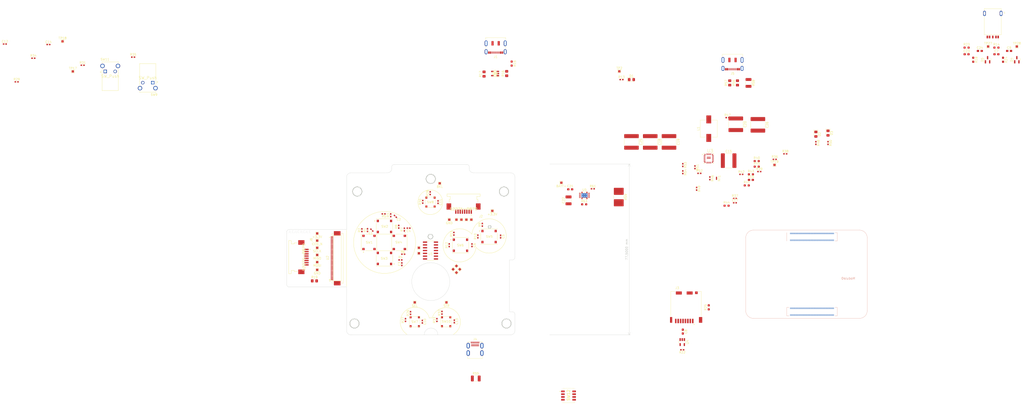
<source format=kicad_pcb>
(kicad_pcb (version 20210623) (generator pcbnew)
  (layers (0 "F.Cu" signal) (31 "B.Cu" signal) (34 "B.Paste" user) (35 "F.Paste" user) (36 "B.SilkS" user "B.Silkscreen") (37 "F.SilkS" user "F.Silkscreen") (38 "B.Mask" user) (39 "F.Mask" user) (44 "Edge.Cuts" user))
  (net 0 "")
  (net 1 "/Buttons/__DP_L")
  (net 2 "GND")
  (net 3 "/Buttons/__DP_U")
  (net 4 "/Buttons/__DP_D")
  (net 5 "/Buttons/__DP_R")
  (net 6 "/Buttons/__B_A")
  (net 7 "/Buttons/__B_B")
  (net 8 "/+3.3v")
  (net 9 "Net-(D2-Pad1)")
  (net 10 "Net-(J1-PadA5)")
  (net 13 "Net-(Module0-Pad21)")
  (net 15 "Net-(C7-Pad2)")
  (net 16 "/CM4/SD_PWR")
  (net 17 "Net-(C9-Pad2)")
  (net 18 "/Buttons/SELECT")
  (net 19 "/Buttons/BTN_BACKLIGHT")
  (net 21 "/Buttons/SHOULDER_L")
  (net 26 "/Buttons/START")
  (net 27 "/Buttons/SHOULDER_R")
  (net 28 "/Battery Charger/CHRG")
  (net 29 "/Battery Charger/_CHIP_VCC")
  (net 30 "Net-(C17-Pad1)")
  (net 31 "/Battery Charger/BATT")
  (net 32 "Net-(C21-Pad1)")
  (net 33 "Net-(C22-Pad1)")
  (net 35 "Net-(C23-Pad2)")
  (net 36 "Net-(C24-Pad2)")
  (net 39 "Net-(D1-Pad1)")
  (net 41 "Net-(D2-Pad2)")
  (net 43 "Net-(D3-Pad1)")
  (net 44 "Net-(D3-Pad2)")
  (net 47 "/Connectors/USB2_D+")
  (net 49 "/Connectors/USB2_D-")
  (net 53 "Net-(J1-PadB5)")
  (net 54 "Net-(J1-PadS1)")
  (net 55 "/+5v")
  (net 56 "/CM4/SCREEN_CE0_N")
  (net 57 "/CM4/SCREEN_SCLK")
  (net 59 "/+1.8v")
  (net 69 "/CM4/SCREEN_MISO")
  (net 88 "/CM4/SCREEN_MOSI")
  (net 89 "/CM4/SD_DAT1")
  (net 90 "/CM4/SD_DAT0")
  (net 91 "/CM4/SD_CLK")
  (net 92 "/CM4/SD_CMD")
  (net 93 "/CM4/SD_DAT3")
  (net 94 "/CM4/SD_DAT2")
  (net 95 "Net-(J3-Pad9)")
  (net 96 "Net-(J4-PadSH)")
  (net 97 "/Connectors/HDMI_HP")
  (net 98 "/Connectors/TX2_P")
  (net 99 "/Connectors/TX2_N")
  (net 100 "Net-(R11-Pad1)")
  (net 101 "/Connectors/TX0_P")
  (net 102 "/Connectors/TX0_N")
  (net 103 "/Connectors/HDMI_CEC")
  (net 104 "/Connectors/HDMI_SCL")
  (net 106 "/Connectors/TX1_P")
  (net 107 "/Connectors/TX1_N")
  (net 108 "/Connectors/CLK_P")
  (net 109 "/Connectors/CLK_N")
  (net 110 "/Connectors/HDMI_SDA")
  (net 111 "Net-(J5-PadA5)")
  (net 112 "Net-(J5-PadA6)")
  (net 113 "/Buttons/DPAD_UP")
  (net 114 "/Buttons/DPAD_DOWN")
  (net 115 "/Buttons/DPAD_LEFT")
  (net 116 "/Buttons/DPAD_RIGHT")
  (net 117 "/Buttons/BTN_A")
  (net 118 "/Buttons/BTN_B")
  (net 144 "Net-(J5-PadB5)")
  (net 146 "Net-(J5-PadS1)")
  (net 147 "/Display board (SNAP OFF BOARD)/SPI0_CE0_N")
  (net 148 "/Display board (SNAP OFF BOARD)/SPI0_SCLK")
  (net 149 "/Display board (SNAP OFF BOARD)/SPI_MISO")
  (net 150 "/Display board (SNAP OFF BOARD)/SPI0_MOSI")
  (net 151 "/Display board (SNAP OFF BOARD)/+3.3v")
  (net 152 "Net-(L1-Pad1)")
  (net 153 "Net-(L1-Pad2)")
  (net 154 "/CM4/AUX1")
  (net 155 "/CM4/AUX0")
  (net 156 "/CM4/SD_PWR_ON")
  (net 157 "/CM4/Reserved")
  (net 158 "/Battery/FUEL_SCL")
  (net 159 "/Battery/FUEL_SDA")
  (net 160 "/Buttons/GLOBAL_EN")
  (net 161 "GNDA")
  (net 162 "Net-(R1-Pad1)")
  (net 163 "Net-(R3-Pad1)")
  (net 164 "Net-(R4-Pad1)")
  (net 165 "Net-(R7-Pad1)")
  (net 166 "Net-(R9-Pad1)")
  (net 167 "Net-(R19-Pad2)")
  (net 168 "Net-(R26-Pad1)")
  (net 169 "Net-(R28-Pad1)")
  (net 170 "Net-(R29-Pad1)")
  (net 171 "Net-(R32-Pad1)")
  (net 172 "Net-(R34-Pad1)")
  (net 173 "Net-(R36-Pad2)")
  (net 174 "Net-(R38-Pad2)")
  (net 175 "Net-(R40-Pad2)")
  (net 176 "Net-(R41-Pad2)")
  (net 177 "Net-(R42-Pad1)")
  (net 178 "Net-(R43-Pad1)")
  (net 179 "Net-(R45-Pad1)")
  (net 180 "Net-(R46-Pad1)")
  (net 181 "Net-(R49-Pad1)")
  (net 182 "Net-(R51-Pad2)")
  (net 183 "Net-(R53-Pad2)")
  (net 184 "Net-(R61-Pad2)")
  (net 185 "Net-(R63-Pad2)")
  (net 199 "GND1")
  (footprint "Capacitor_SMD:C_0402_1005Metric_Pad0.74x0.62mm_HandSolder" (layer "F.Cu") (at -130.236 25.868)
    (fp_text reference "C12")
    (fp_text value "0.1uF")
  )
  (footprint "LED_SMD:LED_0805_2012Metric_Pad1.15x1.40mm_HandSolder" (layer "F.Cu") (at 237 66.749999 -90)
    (fp_text reference "D2")
    (fp_text value "LED")
  )
  (footprint "TestPoint:TestPoint_Pad_1.0x1.0mm" (layer "F.Cu") (at 57.25 120.75 -90)
    (fp_text reference "TP11" hide)
    (fp_text value "B" hide)
  )
  (footprint "Resistor_SMD:R_0402_1005Metric_Pad0.72x0.64mm_HandSolder" (layer "F.Cu") (at 67.691 147.701 90)
    (fp_text reference "R32")
    (fp_text value "1k" hide)
  )
  (footprint "Resistor_SMD:R_0603_1608Metric_Pad0.98x0.95mm_HandSolder" (layer "F.Cu") (at 308.25 33 -90)
    (fp_text reference "R18")
    (fp_text value "150")
  )
  (footprint "Capacitor_SMD:C_2225_5664Metric_Pad1.80x6.60mm_HandSolder" (layer "F.Cu") (at 197.5 78.75)
    (fp_text reference "C15")
    (fp_text value "10uF")
  )
  (footprint "TestPoint:TestPoint_Pad_1.0x1.0mm" (layer "F.Cu") (at -104.114 24.652)
    (fp_text reference "TP18")
    (fp_text value "R")
  )
  (footprint "Resistor_SMD:R_0402_1005Metric_Pad0.72x0.64mm_HandSolder" (layer "F.Cu") (at 65.405 151.003 90)
    (fp_text reference "R33")
    (fp_text value "10k" hide)
  )
  (footprint "TestPoint:TestPoint_Pad_1.0x1.0mm" (layer "F.Cu") (at 71 105.5)
    (fp_text reference "TP1" hide)
    (fp_text value "GND")
  )
  (footprint "Capacitor_SMD:C_2225_5664Metric_Pad1.80x6.60mm_HandSolder" (layer "F.Cu") (at 210.75 62.5 -90)
    (fp_text reference "C26")
    (fp_text value "10u")
  )
  (footprint "Resistor_SMD:R_0603_1608Metric_Pad0.98x0.95mm_HandSolder" (layer "F.Cu") (at 210.22 81.46)
    (fp_text reference "R45")
    (fp_text value "55.2k")
  )
  (footprint "MOLEXZIF:Molex-52271-0879-Manufacturer_Recommended" (layer "F.Cu") (at 77.47 100.704 180)
    (fp_text reference "J2")
    (fp_text value "52271-0879")
  )
  (footprint "eec:ALPS-SKRRACE010-0-0-MFG" (layer "F.Cu") (at 76.073 117.094)
    (fp_text reference "SW6")
    (fp_text value "SKRRACE010" hide)
  )
  (footprint "TestPoint:TestPoint_Pad_1.0x1.0mm" (layer "F.Cu") (at 11.19425 118.25)
    (fp_text reference "TP22" hide)
    (fp_text value "SCLK")
  )
  (footprint "TestPoint:TestPoint_Pad_1.0x1.0mm" (layer "F.Cu") (at 11.19425 121.5)
    (fp_text reference "TP23" hide)
    (fp_text value "MISO")
  )
  (footprint "TestPoint:TestPoint_Pad_1.0x1.0mm" (layer "F.Cu") (at 11.19425 115)
    (fp_text reference "TP21" hide)
    (fp_text value "CEO_N")
  )
  (footprint "sw:TE_Connectivity-1-1825027-1-0-0-Recommended_Land_Pattern_" (layer "F.Cu") (at -65.536 41.215 180)
    (fp_text reference "SW9")
    (fp_text value "SW_Push")
  )
  (footprint "Resistor_SMD:R_0402_1005Metric_Pad0.72x0.64mm_HandSolder" (layer "F.Cu") (at 223.16 75.65)
    (fp_text reference "R38")
    (fp_text value "1.3k")
  )
  (footprint "Resistor_SMD:R_0402_1005Metric_Pad0.72x0.64mm_HandSolder" (layer "F.Cu") (at -124.884 43.022)
    (fp_text reference "R29")
    (fp_text value "1k")
  )
  (footprint "audio:audio" (layer "F.Cu") (at 317.10575 9.8875 -90)
    (fp_text reference "J7")
    (fp_text value "AudioJack3_Switch")
  )
  (footprint "Capacitor_SMD:C_0402_1005Metric_Pad0.74x0.62mm_HandSolder" (layer "F.Cu") (at 52.578 109.347)
    (fp_text reference "C4")
    (fp_text value "0.1uF" hide)
  )
  (footprint "Resistor_SMD:R_2816_7142Metric_Pad3.20x4.45mm_HandSolder" (layer "F.Cu") (at 147.75 95.25 -90)
    (fp_text reference "R59")
    (fp_text value "10m")
  )
  (footprint "Resistor_SMD:R_0402_1005Metric_Pad0.72x0.64mm_HandSolder" (layer "F.Cu") (at 136 91.5)
    (fp_text reference "R61")
    (fp_text value "10k")
  )
  (footprint "Package_TO_SOT_SMD:SOT-23-5" (layer "F.Cu") (at 176.5 161 -90)
    (fp_text reference "U4")
    (fp_text value "AP22814AW5")
  )
  (footprint "Resistor_SMD:R_0603_1608Metric_Pad0.98x0.95mm_HandSolder" (layer "F.Cu") (at 207.59 84.96)
    (fp_text reference "R43")
    (fp_text value "10k")
  )
  (footprint "eec:ALPS-SKRRACE010-0-0-MFG" (layer "F.Cu") (at 41.6509 108.5743)
    (fp_text reference "SW2")
    (fp_text value "SKRRACE010" hide)
  )
  (footprint "LED_SMD:LED_0805_2012Metric_Pad1.15x1.40mm_HandSolder" (layer "F.Cu") (at 242.5 66.249999 -90)
    (fp_text reference "D3")
    (fp_text value "LED")
  )
  (footprint "Resistor_SMD:R_0603_1608Metric_Pad0.98x0.95mm_HandSolder" (layer "F.Cu") (at 99.25 34.75 -90)
    (fp_text reference "R15")
    (fp_text value "0")
  )
  (footprint "TestPoint:TestPoint_Pad_1.0x1.0mm" (layer "F.Cu") (at 76.5 105.5)
    (fp_text reference "TP5" hide)
    (fp_text value "MISO" hide)
  )
  (footprint "Resistor_SMD:R_0402_1005Metric_Pad0.72x0.64mm_HandSolder" (layer "F.Cu") (at 176.75 84 -90)
    (fp_text reference "R54")
    (fp_text value "10.5k")
  )
  (footprint "eec:ALPS-SKRRACE010-0-0-MFG" (layer "F.Cu") (at 34.6509 115.8243 90)
    (fp_text reference "SW1")
    (fp_text value "SKRRACE010" hide)
  )
  (footprint "Resistor_SMD:R_0402_1005Metric_Pad0.72x0.64mm_HandSolder" (layer "F.Cu") (at 50.673 109.982 90)
    (fp_text reference "R7")
    (fp_text value "1k" hide)
  )
  (footprint "Resistor_SMD:R_1210_3225Metric_Pad1.30x2.65mm_HandSolder" (layer "F.Cu") (at 206.5 43.5 -90)
    (fp_text reference "R58")
    (fp_text value "0")
  )
  (footprint "Resistor_SMD:R_0805_2012Metric_Pad1.20x1.40mm_HandSolder" (layer "F.Cu") (at 9.94425 133.25)
    (fp_text reference "R19")
    (fp_text value "33")
  )
  (footprint "Resistor_SMD:R_0402_1005Metric_Pad0.72x0.64mm_HandSolder" (layer "F.Cu") (at 62.357 93.5 90)
    (fp_text reference "R28")
    (fp_text value "1k")
  )
  (footprint "Capacitor_SMD:C_0402_1005Metric_Pad0.74x0.62mm_HandSolder" (layer "F.Cu") (at 58.801 151.765 -90)
    (fp_text reference "C10")
    (fp_text value "0.1uF" hide)
  )
  (footprint "Capacitor_SMD:C_2225_5664Metric_Pad1.80x6.60mm_HandSolder" (layer "F.Cu") (at 153.5 70.25 -90)
    (fp_text reference "C25")
    (fp_text value "10u")
  )
  (footprint "Capacitor_SMD:C_0603_1608Metric_Pad1.08x0.95mm_HandSolder" (layer "F.Cu") (at 324.5 29)
    (fp_text reference "C9")
    (fp_text value "10u")
  )
  (footprint "Capacitor_SMD:C_0603_1608Metric_Pad1.08x0.95mm_HandSolder" (layer "F.Cu") (at 207.59 87.47)
    (fp_text reference "C16")
    (fp_text value "100nF")
  )
  (footprint "Capacitor_SMD:C_0603_1608Metric_Pad1.08x0.95mm_HandSolder" (layer "F.Cu") (at 311.25 29)
    (fp_text reference "C24")
    (fp_text value "10u")
  )
  (footprint "TestPoint:TestPoint_Pad_1.0x1.0mm" (layer "F.Cu") (at 74.25 126.5 45)
    (fp_text reference "TP6" hide)
    (fp_text value "UP" hide)
  )
  (footprint "Resistor_SMD:R_0603_1608Metric_Pad0.98x0.95mm_HandSolder" (layer "F.Cu") (at 321.75 33 -90)
    (fp_text reference "R24")
    (fp_text value "150")
  )
  (footprint "sdcard:HRS_DM3CS-SF" (layer "F.Cu") (at 178.05 145.0925)
    (fp_text reference "J3")
    (fp_text value "Micro_SD_Card")
  )
  (footprint "Package_TO_SOT_SMD:SOT-23" (layer "F.Cu") (at 328 33 90)
    (fp_text reference "D4")
    (fp_text value "BAV99")
  )
  (footprint "Resistor_SMD:R_0402_1005Metric_Pad0.72x0.64mm_HandSolder" (layer "F.Cu") (at 33.9765 110.236 90)
    (fp_text reference "R1")
    (fp_text value "1k" hide)
  )
  (footprint "Resistor_SMD:R_0603_1608Metric_Pad0.98x0.95mm_HandSolder" (layer "F.Cu") (at 318.75 27.5)
    (fp_text reference "R14")
    (fp_text value "270")
  )
  (footprint "Capacitor_SMD:C_0402_1005Metric_Pad0.74x0.62mm_HandSolder" (layer "F.Cu") (at 65.913 97.536 -90)
    (fp_text reference "C11")
    (fp_text value "0.1uF")
  )
  (footprint "eec:ALPS-SKRRACE010-0-0-MFG" (layer "F.Cu") (at 48.4009 115.8243 -90)
    (fp_text reference "SW4")
    (fp_text value "SKRRACE010" hide)
  )
  (footprint "TestPoint:TestPoint_Pad_1.0x1.0mm" (layer "F.Cu") (at 315 27)
    (fp_text reference "TP27")
    (fp_text value "AUXR")
  )
  (footprint "Resistor_SMD:R_0402_1005Metric_Pad0.72x0.64mm_HandSolder" (layer "F.Cu") (at 51.181 151.003 90)
    (fp_text reference "R27")
    (fp_text value "10k" hide)
  )
  (footprint "TestPoint:TestPoint_Pad_1.0x1.0mm" (layer "F.Cu") (at 55.372 143.002)
    (fp_text reference "TP15" hide)
    (fp_text value "SEL")
  )
  (footprint "Resistor_SMD:R_0402_1005Metric_Pad0.72x0.64mm_HandSolder" (layer "F.Cu") (at -72.14 31.817)
    (fp_text reference "R35")
    (fp_text value "10k")
  )
  (footprint "Resistor_SMD:R_0603_1608Metric_Pad0.98x0.95mm_HandSolder" (layer "F.Cu") (at 205.71 89.98)
    (fp_text reference "R41")
    (fp_text value "10.5k")
  )
  (footprint "Resistor_SMD:R_0402_1005Metric_Pad0.72x0.64mm_HandSolder" (layer "F.Cu") (at -117.324 32.312)
    (fp_text reference "R34")
    (fp_text value "1k")
  )
  (footprint "Inductor_SMD:L_Wuerth_WE-PD-Typ-M-Typ-S_Handsoldering" (layer "F.Cu") (at 188.5 64.25 90)
    (fp_text reference "L1")
    (fp_text value "6.8uH")
  )
  (footprint "Resistor_SMD:R_0402_1005Metric_Pad0.72x0.64mm_HandSolder" (layer "F.Cu") (at 53.467 147.828 90)
    (fp_text reference "R26")
    (fp_text value "1k" hide)
  )
  (footprint "Resistor_SMD:R_0402_1005Metric_Pad0.72x0.64mm_HandSolder" (layer "F.Cu") (at 211.39 83.71)
    (fp_text reference "R39")
    (fp_text value "1k")
  )
  (footprint "Capacitor_SMD:C_0603_1608Metric_Pad1.08x0.95mm_HandSolder" (layer "F.Cu") (at 318.75 30.5)
    (fp_text reference "C7")
    (fp_text value "33n")
  )
  (footprint "Resistor_SMD:R_0402_1005Metric_Pad0.72x0.64mm_HandSolder" (layer "F.Cu") (at 48.133 108.712 -90)
    (fp_text reference "R8")
    (fp_text value "10k" hide)
  )
  (footprint "TestPoint:TestPoint_Pad_1.0x1.0mm" (layer "F.Cu") (at 121.75 88.75)
    (fp_text reference "TP26" hide)
    (fp_text value "BATT+")
  )
  (footprint "TestPoint:TestPoint_Pad_1.0x1.0mm" (layer "F.Cu") (at 148 38.25)
    (fp_text reference "TP2")
    (fp_text value "Activity")
  )
  (footprint "TestPoint:TestPoint_Pad_1.0x1.0mm" (layer "F.Cu") (at 11.19425 128.25)
    (fp_text reference "TP20" hide)
    (fp_text value "GND")
  )
  (footprint "dipswitch:CHS04TA1" (layer "F.Cu") (at 125 185.25 -90)
    (fp_text reference "SW12")
    (fp_text value "SW_DIP_x04" hide)
  )
  (footprint "TestPoint:TestPoint_Pad_1.0x1.0mm" (layer "F.Cu") (at -99.445 38.294)
    (fp_text reference "TP17")
    (fp_text value "L")
  )
  (footprint "Capacitor_SMD:C_0603_1608Metric_Pad1.08x0.95mm_HandSolder" (layer "F.Cu") (at 125.75 91.75)
    (fp_text reference "C21")
    (fp_text value "1uF")
  )
  (footprint "Capacitor_SMD:C_0402_1005Metric_Pad0.74x0.62mm_HandSolder" (layer "F.Cu") (at 73.279 151.638 -90)
    (fp_text reference "C13")
    (fp_text value "0.1uF" hide)
  )
  (footprint "sw:TE_Connectivity-1-1825027-1-0-0-Recommended_Land_Pattern_" (layer "F.Cu") (at -82.518 40.464)
    (fp_text reference "SW11")
    (fp_text value "SW_Push")
  )
  (footprint "Resistor_SMD:R_0603_1608Metric_Pad0.98x0.95mm_HandSolder" (layer "F.Cu") (at 305.25 27.5)
    (fp_text reference "R23")
    (fp_text value "270")
  )
  (footprint "Capacitor_SMD:C_0402_1005Metric_Pad0.74x0.62mm_HandSolder" (layer "F.Cu") (at 94.234 113.157 -90)
    (fp_text reference "C5")
    (fp_text value "0.1uF")
  )
  (footprint "Capacitor_SMD:C_0402_1005Metric_Pad0.74x0.62mm_HandSolder" (layer "F.Cu") (at 49.53 125.6975 -90)
    (fp_text reference "C3")
    (fp_text value "0.1uF" hide)
  )
  (footprint "Resistor_SMD:R_0402_1005Metric_Pad0.72x0.64mm_HandSolder" (layer "F.Cu") (at 41.275 102.87)
    (fp_text reference "R5")
    (fp_text value "10k" hide)
  )
  (footprint "Resistor_SMD:R_0603_1608Metric_Pad0.98x0.95mm_HandSolder" (layer "F.Cu") (at 188.5 145.25 90)
    (fp_text reference "R25")
    (fp_text value "0")
  )
  (footprint "TestPoint:TestPoint_Pad_1.0x1.0mm" (layer "F.Cu") (at 66.675 89.027)
    (fp_text reference "TP14" hide)
    (fp_text value "BKL")
  )
  (footprint "Package_SO:SO-14_3.9x8.65mm_P1.27mm" (layer "F.Cu") (at 62.5 119.5 180)
    (fp_text reference "U1")
    (fp_text value "SN74HC14N")
  )
  (footprint "TestPoint:TestPoint_Pad_1.0x1.0mm" (layer "F.Cu") (at 218.27 80.68)
    (fp_text reference "TP19")
    (fp_text value "+5v Output")
  )
  (footprint "Capacitor_SMD:C_0402_1005Metric_Pad0.74x0.62mm_HandSolder" (layer "F.Cu") (at -110.494 26.102)
    (fp_text reference "C14")
    (fp_text value "0.1uF")
  )
  (footprint "tvs:SOT95P280X145-5N" (layer "F.Cu") (at 91.75 39.25 180)
    (fp_text reference "D6")
    (fp_text value "824011" hide)
  )
  (footprint "MOLEXZIF:Molex-52271-0879-Manufacturer_Recommended" (layer "F.Cu") (at 5.19425 122.5 -90)
    (fp_text reference "J6")
    (fp_text value "52271-0879")
  )
  (footprint "Resistor_SMD:R_0402_1005Metric_Pad0.72x0.64mm_HandSolder" (layer "F.Cu") (at 203.24 84.96)
    (fp_text reference "R42")
    (fp_text value "16k")
  )
  (footprint "Resistor_SMD:R_0402_1005Metric_Pad0.72x0.64mm_HandSolder" (layer "F.Cu") (at 242.5 70.75 -90)
    (fp_text reference "R50")
    (fp_text value "2.49k")
  )
  (footprint "LED_SMD:LED_0805_2012Metric_Pad1.15x1.40mm_HandSolder" (layer "F.Cu") (at 153.5 42)
    (fp_text reference "D1")
    (fp_text value "LED")
  )
  (footprint "Resistor_SMD:R_0402_1005Metric_Pad0.72x0.64mm_HandSolder" (layer "F.Cu") (at 85.979 107.823 90)
    (fp_text reference "R9")
    (fp_text value "1k")
  )
  (footprint "Resistor_SMD:R_0402_1005Metric_Pad0.72x0.64mm_HandSolder" (layer "F.Cu") (at 70.993 117.094 90)
    (fp_text reference "R12")
    (fp_text value "10k")
  )
  (footprint "Connector_USB:USB_C_Receptacle_JAE_DX07S016JA1R1500" (layer "F.Cu") (at 92 26.7 180)
    (fp_text reference "J1")
    (fp_text value "USB_C_Receptacle_USB2.0")
  )
  (footprint "Resistor_SMD:R_0402_1005Metric_Pad0.72x0.64mm_HandSolder" (layer "F.Cu") (at 184.25 84.5)
    (fp_text reference "R52")
    (fp_text value "10.5k")
  )
  (footprint "Package_TO_SOT_SMD:SOT-23" (layer "F.Cu") (at 314.75 33 90)
    (fp_text reference "D5")
    (fp_text value "BAV99")
  )
  (footprint "TestPoint:TestPoint_Pad_1.0x1.0mm" (layer "F.Cu") (at 328 27)
    (fp_text reference "TP28")
    (fp_text value "AUXL")
  )
  (footprint "Resistor_SMD:R_0402_1005Metric_Pad0.72x0.64mm_HandSolder" (layer "F.Cu") (at 59 97.409 90)
    (fp_text reference "R30")
    (fp_text value "10k")
  )
  (footprint "Resistor_SMD:R_1210_3225Metric_Pad1.30x2.65mm_HandSolder" (layer "F.Cu") (at 83 177.5)
    (fp_text reference "R55")
    (fp_text value "0")
  )
  (footprint "Resistor_SMD:R_0402_1005Metric_Pad0.72x0.64mm_HandSolder" (layer "F.Cu") (at 31.4365 110.2735 90)
    (fp_text reference "R2")
    (fp_text value "10k" hide)
  )
  (footprint "TestPoint:TestPoint_Pad_1.0x1.0mm" (layer "F.Cu") (at 69.723 143.002)
    (fp_text reference "TP16" hide)
    (fp_text value "STR")
  )
  (footprint "Resistor_SMD:R_0603_1608Metric_Pad0.98x0.95mm_HandSolder" (layer "F.Cu") (at 210.22 78.95)
    (fp_text reference "R40")
    (fp_text value "10.5k")
  )
  (footprint "NetTie:NetTie-2_SMD_Pad0.5mm" (layer "F.Cu") (at 192 86.750001 -90)
    (fp_text reference "NT1")
    (fp_text value "NetTie")
  )
  (footprint "eec:ALPS-SKRRACE010-0-0-MFG" (layer "F.Cu") (at 89.027 113.157)
    (fp_text reference "SW5")
    (fp_text value "SKRRACE010" hide)
  )
  (footprint "Capacitor_SMD:C_0402_1005Metric_Pad0.74x0.62mm_HandSolder" (layer "F.Cu") (at 81.28 117.094 -90)
    (fp_text reference "C6")
    (fp_text value "0.1uF")
  )
  (footprint "Resistor_SMD:R_0402_1005Metric_Pad0.72x0.64mm_HandSolder" (layer "F.Cu") (at -95 35.5)
    (fp_text reference "R31")
    (fp_text value "10k")
  )
  (footprint "TestPoint:TestPoint_Pad_1.0x1.0mm" (layer "F.Cu") (at 81 105.5)
    (fp_text reference "TP3" hide)
    (fp_text value "CEO_N" hide)
  )
  (footprint "Resistor_SMD:R_0402_1005Metric_Pad0.72x0.64mm_HandSolder" (layer "F.Cu") (at 48.895 123.7575)
    (fp_text reference "R4")
    (fp_text value "1k" hide)
  )
  (footprint "eec:ALPS-SKRRACE010-0-0-MFG" (layer "F.Cu") (at 41.6509 123.0743 180)
    (fp_text reference "SW3")
    (fp_text value "SKRRACE010" hide)
  )
  (footprint "Resistor_SMD:R_0603_1608Metric_Pad0.98x0.95mm_HandSolder" (layer "F.Cu") (at 196.57 99.17)
    (fp_text reference "R44")
    (fp_text value "3k")
  )
  (footprint "Resistor_SMD:R_0402_1005Metric_Pad0.72x0.64mm_HandSolder" (layer "F.Cu") (at 149 42)
    (fp_text reference "R13")
    (fp_text value "220")
  )
  (footprint "TestPoint:TestPoint_Pad_1.0x1.0mm" (layer "F.Cu") (at 78.75 105.5)
    (fp_text reference "TP4" hide)
    (fp_text value "SCLK" hide)
  )
  (footprint "TestPoint:TestPoint_Pad_1.0x1.0mm" (layer "F.Cu") (at 74.25 129.5 45)
    (fp_text reference "TP7" hide)
    (fp_text value "DOWN" hide)
  )
  (footprint "Capacitor_SMD:C_0402_1005Metric_Pad0.74x0.62mm_HandSolder" (layer "F.Cu") (at 46.609 104.013 -45)
    (fp_text reference "C2")
    (fp_text value "0.1uF" hide)
  )
  (footprint "Resistor_SMD:R_0402_1005Metric_Pad0.72x0.64mm_HandSolder" (layer "F.Cu") (at 200.37 95.87)
    (fp_text reference "R37")
    (fp_text value "9k")
  )
  (footprint "Resistor_SMD:R_0402_1005Metric_Pad0.72x0.64mm_HandSolder" (layer "F.Cu") (at 182.25 81.75 -90)
    (fp_text reference "R51")
    (fp_text value "10.5k")
  )
  (footprint "Connector_USB:USB_C_Receptacle_JAE_DX07S016JA1R1500" (layer "F.Cu") (at 199.25 34.25 180)
    (fp_text reference "J5")
    (fp_text value "USB_C_Receptacle_USB2.0")
  )
  (footprint "Capacitor_SMD:C_0603_1608Metric_Pad1.08x0.95mm_HandSolder" (layer "F.Cu") (at 305.25 30.5)
    (fp_text reference "C23")
    (fp_text value "33n")
  )
  (footprint "Package_SON:Texas_S-PDSO-N12" (layer "F.Cu") (at 132.207 94.488)
    (fp_text reference "U5")
    (fp_text value "BQ27441DRZR-G1B" hide)
  )
  (footprint "Capacitor_SMD:C_2225_5664Metric_Pad1.80x6.60mm_HandSolder" (layer "F.Cu") (at 162 70.25 -90)
    (fp_text reference "C18")
    (fp_text value "22u")
  )
  (footprint "Resistor_SMD:R_0402_1005Metric_Pad0.72x0.64mm_HandSolder" (layer "F.Cu") (at 44.4875 103.505 90)
    (fp_text reference "R3")
    (fp_text value "1k" hide)
  )
  (footprint "Resistor_SMD:R_0805_2012Metric_Pad1.20x1.40mm_HandSolder" (layer "F.Cu") (at 97 39.25 90)
    (fp_text reference "R16")
    (fp_text value "56k")
  )
  (footprint "TestPoint:TestPoint_Pad_1.0x1.0mm" (layer "F.Cu") (at 72.75 128 45)
    (fp_text reference "TP8" hide)
    (fp_text value "LEFT" hide)
  )
  (footprint "Resistor_SMD:R_0402_1005Metric_Pad0.72x0.64mm_HandSolder" (layer "F.Cu") (at 183 91.5 -90)
    (fp_text reference "R49")
    (fp_text value "2.49k")
  )
  (footprint "Resistor_SMD:R_0402_1005Metric_Pad0.72x0.64mm_HandSolder" (layer "F.Cu") (at 176.75 80.75 -90)
    (fp_text reference "R53")
    (fp_text value "10.5k")
  )
  (footprint "Capacitor_SMD:C_1210_3225Metric_Pad1.33x2.70mm_HandSolder" (layer "F.Cu") (at 125 96.75 90)
    (fp_text reference "C22")
    (fp_text value "0.47uF")
  )
  (footprint "Resistor_SMD:R_0402_1005Metric_Pad0.72x0.64mm_HandSolder" (layer "F.Cu") (at 218.37 78.16)
    (fp_text reference "R36")
    (fp_text value "1k")
  )
  (footprint "Resistor_SMD:R_0402_1005Metric_Pad0.72x0.64mm_HandSolder" (layer "F.Cu") (at 237 70.75 -90)
    (fp_text reference "R48")
    (fp_text value "2.49k")
  )
  (footprint "eec:SKRBAAE010" (layer "F.Cu") (at 55.372 145.393)
    (fp_text reference "SW7")
    (fp_text value "SKRBAAE010" hide)
  )
  (footprint "TestPoint:TestPoint_Pad_1.0x1.0mm" (layer "F.Cu") (at 90.5 101.5)
    (fp_text reference "TP13" hide)
    (fp_text value "+3.3V")
  )
  (footprint "mp2636:IC_MP2636GR-P" (layer "F.Cu") (at 188.5 77.75)
    (fp_text reference "U3")
    (fp_text value "MP2636GR-P" hide)
  )
  (footprint "ER-CON40HT-1:ER-CON40HT-1" (layer "F.Cu") (at 19.525 123 90)
    (fp_text reference "U2")
    (fp_text value "ER-CON40HT-1")
  )
  (footprint "Capacitor_SMD:C_0402_1005Metric_Pad0.74x0.62mm_HandSolder" (layer "F.Cu") (at 35.941 110.236 135)
    (fp_text reference "C1")
    (fp_text value "0.1uF" hide)
  )
  (footprint "Capacitor_SMD:C_2225_5664Metric_Pad1.80x6.60mm_HandSolder" (layer "F.Cu") (at 170.5 70.25 -90)
    (fp_text reference "C19")
    (fp_text value "10u")
  )
  (footprint "Capacitor_SMD:C_0603_1608Metric_Pad1.08x0.95mm_HandSolder" (layer "F.Cu") (at 176.75 156.25 -90)
    (fp_text reference "C8")
    (fp_text value "10uF")
  )
  (footprint "Capacitor_SMD:C_0402_1005Metric_Pad0.74x0.62mm_HandSolder" (layer "F.Cu") (at 200.35 97.85)
    (fp_text reference "C17")
    (fp_text value "100nf")
  )
  (footprint "Resistor_SMD:R_0402_1005Metric_Pad0.72x0.64mm_HandSolder" (layer "F.Cu") (at 189 86.75 -90)
    (fp_text reference "R46")
    (fp_text value "120k")
  )
  (footprint "Resistor_SMD:R_0402_1005Metric_Pad0.72x0.64mm_HandSolder" (layer "F.Cu") (at 50.165 121.158 180)
    (fp_text reference "R6")
    (fp_text value "10k" hide)
  )
  (footprint "TestPoint:TestPoint_Pad_1.0x1.0mm" (layer "F.Cu") (at 74.25 105.5)
    (fp_text reference "TP12" hide)
    (fp_text value "MOSI" hide)
  )
  (footprint "TestPoint:TestPoint_Pad_1.0x1.0mm" (layer "F.Cu") (at 11.19425 124.75)
    (fp_text reference "TP24" hide)
    (fp_text value "MOSI")
  )
  (footprint "eec:SKRBAAE010" (layer "F.Cu") (at 62.5 91.16)
    (fp_text reference "SW8")
    (fp_text value "SKRBAAE010" hide)
  )
  (footprint "eec:SKRBAAE010" (layer "F.Cu") (at 69.596 145.393)
    (fp_text reference "SW10")
    (fp_text value "SKRBAAE010" hide)
  )
  (footprint "TestPoint:TestPoint_Pad_1.0x1.0mm" (layer "F.Cu") (at 75.75 128 45)
    (fp_text reference "TP9" hide)
    (fp_text value "RIGHT" hide)
  )
  (footprint "Resistor_SMD:R_0402_1005Metric_Pad0.72x0.64mm_HandSolder" (layer "F.Cu") (at 176.5 164.5 180)
    (fp_text reference "R22")
    (fp_text value "12k 1%")
  )
  (footprint "TestPoint:TestPoint_Pad_1.0x1.0mm" (layer "F.Cu") (at 57.25 118.25)
    (fp_text reference "TP10" hide)
    (fp_text value "A" hide)
  )
  (footprint "Capacitor_SMD:C_2225_5664Metric_Pad1.80x6.60mm_HandSolder" (layer "F.Cu") (at 200.75 62.25 -90)
    (fp_text reference "C20")
    (fp_text value "10u")
  )
  (footprint "Resistor_SMD:R_0402_1005Metric_Pad0.72x0.64mm_HandSolder" (layer "F.Cu") (at 83.947 113.1195 90)
    (fp_text reference "R10")
    (fp_text value "10k")
  )
  (footprint "TestPoint:TestPoint_Pad_1.0x1.0mm" (layer "F.Cu") (at 11.19425 111.75)
    (fp_text reference "TP25" hide)
    (fp_text value "+3.3V")
  )
  (footprint "Resistor_SMD:R_0805_2012Metric_Pad1.20x1.40mm_HandSolder" (layer "F.Cu") (at 198 43.5 90)
    (fp_text reference "R57")
    (fp_text value "5.1k")
  )
  (footprint "Connector_HDMI:HDMI_Micro-D_Molex_46765-1x01" (layer "F.Cu") (at 82.677 165.989)
    (fp_text reference "J4")
    (fp_text value "HDMI_D_1.4")
  )
  (footprint "Resistor_SMD:R_0805_2012Metric_Pad1.20x1.40mm_HandSolder" (layer "F.Cu") (at 86.75 39.5 90)
    (fp_text reference "R17")
    (fp_text value "56k")
  )
  (footprint "Resistor_SMD:R_0603_1608Metric_Pad0.98x0.95mm_HandSolder" (layer "F.Cu") (at 132.08 98.552)
    (fp_text reference "R63")
    (fp_text value "10k")
  )
  (footprint "Resistor_SMD:R_0805_2012Metric_Pad1.20x1.40mm_HandSolder" (layer "F.Cu") (at 201.5 43.5 90)
    (fp_text reference "R56")
    (fp_text value "5.1k")
  )
  (footprint "Resistor_SMD:R_0402_1005Metric_Pad0.72x0.64mm_HandSolder" (layer "F.Cu") (at 197 59.25)
    (fp_text reference "R47")
    (fp_text value "20m")
  )
  (footprint "Resistor_SMD:R_0402_1005Metric_Pad0.72x0.64mm_HandSolder" (layer "F.Cu") (at 73.0925 111.887 90)
    (fp_text reference "R11")
    (fp_text value "1k")
  )
  (footprint "CM4IO:Raspberry-Pi-4-Compute-Module" (layer "B.Cu") (at 256.75 113.75 -90)
    (fp_text reference "Module0")
    (fp_text value "ComputeModule4-CM4")
  )
  (gr_line (start 63.3793 112.7813) (end 63.3901 112.8049) (layer "F.SilkS") (width 0.001))
  (gr_line (start 63.4757 113.337) (end 63.4728 113.3628) (layer "F.SilkS") (width 0.001))
  (gr_line (start 61.4567 113.6619) (end 61.4465 113.638) (layer "F.SilkS") (width 0.001))
  (gr_line (start 61.8577 112.3401) (end 61.8798 112.3264) (layer "F.SilkS") (width 0.001))
  (gr_line (start 62.1165 114.2453) (end 62.0917 114.2374) (layer "F.SilkS") (width 0.001))
  (gr_line (start 61.5898 112.5829) (end 61.606 112.5626) (layer "F.SilkS") (width 0.001))
  (gr_line (start 29.4131 122.2308) (end 29.4075 122.2465) (layer "F.SilkS") (width 0.001))
  (gr_line (start 52.9623 149.5108) (end 53.0893 149.5108) (layer "F.SilkS") (width 0.127))
  (gr_line (start 63.0739 112.3998) (end 63.0942 112.416) (layer "F.SilkS") (width 0.001))
  (gr_line (start 61.9249 114.1659) (end 61.9022 114.1534) (layer "F.SilkS") (width 0.001))
  (gr_line (start 62.1414 112.2143) (end 62.1665 112.2077) (layer "F.SilkS") (width 0.001))
  (gr_line (start 61.7935 114.0827) (end 61.7729 114.067) (layer "F.SilkS") (width 0.001))
  (gr_line (start 63.2069 113.9435) (end 63.1892 113.9625) (layer "F.SilkS") (width 0.001))
  (gr_line (start 63.257 112.5829) (end 63.2727 112.6035) (layer "F.SilkS") (width 0.001))
  (gr_line (start 63.1335 112.4499) (end 63.1525 112.4676) (layer "F.SilkS") (width 0.001))
  (gr_line (start 61.5164 113.777) (end 61.5034 113.7546) (layer "F.SilkS") (width 0.001))
  (gr_line (start 67.1863 149.5108) (end 67.3133 149.5108) (layer "F.SilkS") (width 0.127))
  (gr_line (start 62.8988 114.1779) (end 62.8755 114.1893) (layer "F.SilkS") (width 0.001))
  (gr_line (start 61.5034 113.7546) (end 61.4909 113.7319) (layer "F.SilkS") (width 0.001))
  (gr_line (start 61.3689 113.3112) (end 61.3673 113.2853) (layer "F.SilkS") (width 0.001))
  (gr_line (start 61.6757 113.9811) (end 61.6576 113.9625) (layer "F.SilkS") (width 0.001))
  (gr_line (start 62.6297 112.1963) (end 62.6551 112.2017) (layer "F.SilkS") (width 0.001))
  (gr_line (start 60.0108 95.25) (end 60.1378 95.25) (layer "F.SilkS") (width 0.127))
  (gr_line (start 61.6943 113.9992) (end 61.6757 113.9811) (layer "F.SilkS") (width 0.001))
  (gr_line (start 62.5786 112.1874) (end 62.6042 112.1916) (layer "F.SilkS") (width 0.001))
  (gr_line (start 61.3711 113.1298) (end 61.374 113.104) (layer "F.SilkS") (width 0.001))
  (gr_line (start 63.0109 112.3542) (end 63.0323 112.3689) (layer "F.SilkS") (width 0.001))
  (gr_line (start 62.527 112.1811) (end 62.5528 112.184) (layer "F.SilkS") (width 0.001))
  (gr_line (start 61.9949 114.2001) (end 61.9713 114.1893) (layer "F.SilkS") (width 0.001))
  (gr_line (start 61.9022 114.1534) (end 61.8798 114.1404) (layer "F.SilkS") (width 0.001))
  (gr_line (start 62.0917 114.2374) (end 62.0672 114.229) (layer "F.SilkS") (width 0.001))
  (gr_line (start 63.0323 114.0979) (end 63.0109 114.1126) (layer "F.SilkS") (width 0.001))
  (gr_line (start 63.0942 112.416) (end 63.1141 112.4327) (layer "F.SilkS") (width 0.001))
  (gr_line (start 62.7551 112.2294) (end 62.7796 112.2378) (layer "F.SilkS") (width 0.001))
  (gr_line (start 63.3304 113.777) (end 63.3167 113.7991) (layer "F.SilkS") (width 0.001))
  (gr_line (start 61.8359 114.1126) (end 61.8145 114.0979) (layer "F.SilkS") (width 0.001))
  (gr_line (start 61.8145 112.3689) (end 61.8359 112.3542) (layer "F.SilkS") (width 0.001))
  (gr_line (start 62.7054 112.2143) (end 62.7303 112.2215) (layer "F.SilkS") (width 0.001))
  (gr_line (start 63.4652 113.0526) (end 63.4694 113.0782) (layer "F.SilkS") (width 0.001))
  (gr_line (start 62.8988 112.2889) (end 62.9219 112.3009) (layer "F.SilkS") (width 0.001))
  (gr_line (start 61.3863 113.4397) (end 61.3816 113.4142) (layer "F.SilkS") (width 0.001))
  (gr_line (start 62.3715 114.2895) (end 62.3456 114.2879) (layer "F.SilkS") (width 0.001))
  (gr_line (start 63.4551 113.4651) (end 63.4491 113.4903) (layer "F.SilkS") (width 0.001))
  (gr_line (start 63.4099 113.614) (end 63.4003 113.638) (layer "F.SilkS") (width 0.001))
  (gr_line (start 61.9713 112.2775) (end 61.9949 112.2667) (layer "F.SilkS") (width 0.001))
  (gr_line (start 61.948 112.2889) (end 61.9713 112.2775) (layer "F.SilkS") (width 0.001))
  (gr_line (start 61.3977 113.4903) (end 61.3917 113.4651) (layer "F.SilkS") (width 0.001))
  (gr_line (start 62.4234 114.2908) (end 62.3975 114.2905) (layer "F.SilkS") (width 0.001))
  (gr_line (start 29.4253 122.2) (end 29.419 122.2154) (layer "F.SilkS") (width 0.001))
  (gr_line (start 62.967 112.3264) (end 62.9891 112.3401) (layer "F.SilkS") (width 0.001))
  (gr_line (start 63.3793 113.6855) (end 63.3679 113.7088) (layer "F.SilkS") (width 0.001))
  (gr_line (start 61.4567 112.8049) (end 61.4675 112.7813) (layer "F.SilkS") (width 0.001))
  (gr_line (start 62.9446 114.1534) (end 62.9219 114.1659) (layer "F.SilkS") (width 0.001))
  (gr_line (start 62.6551 112.2017) (end 62.6803 112.2077) (layer "F.SilkS") (width 0.001))
  (gr_arc (start 89.003323 112.873887) (end 81.256395 112.085809) (angle 312.8) (layer "F.SilkS") (width 0.15))
  (gr_line (start 62.804 114.2199) (end 62.7796 114.229) (layer "F.SilkS") (width 0.001))
  (gr_line (start 63.4779 113.1556) (end 63.4795 113.1815) (layer "F.SilkS") (width 0.001))
  (gr_line (start 62.3198 114.2857) (end 62.294 114.2828) (layer "F.SilkS") (width 0.001))
  (gr_line (start 61.3917 113.0017) (end 61.3977 112.9765) (layer "F.SilkS") (width 0.001))
  (gr_line (start 63.3167 113.7991) (end 63.3026 113.8209) (layer "F.SilkS") (width 0.001))
  (gr_line (start 63.3026 113.8209) (end 63.2879 113.8423) (layer "F.SilkS") (width 0.001))
  (gr_line (start 63.4805 113.2593) (end 63.4795 113.2853) (layer "F.SilkS") (width 0.001))
  (gr_line (start 63.4353 113.5403) (end 63.4274 113.5651) (layer "F.SilkS") (width 0.001))
  (gr_line (start 63.4757 113.1298) (end 63.4779 113.1556) (layer "F.SilkS") (width 0.001))
  (gr_line (start 61.5741 113.8633) (end 61.5589 113.8423) (layer "F.SilkS") (width 0.001))
  (gr_line (start 63.257 113.8839) (end 63.2408 113.9042) (layer "F.SilkS") (width 0.001))
  (gr_line (start 62.7796 114.229) (end 62.7551 114.2374) (layer "F.SilkS") (width 0.001))
  (gr_line (start 61.4278 112.8772) (end 61.4369 112.8528) (layer "F.SilkS") (width 0.001))
  (gr_line (start 63.4795 113.2853) (end 63.4779 113.3112) (layer "F.SilkS") (width 0.001))
  (gr_line (start 62.2171 112.1963) (end 62.2426 112.1916) (layer "F.SilkS") (width 0.001))
  (gr_line (start 63.4728 113.104) (end 63.4757 113.1298) (layer "F.SilkS") (width 0.001))
  (gr_line (start 62.0672 112.2378) (end 62.0917 112.2294) (layer "F.SilkS") (width 0.001))
  (gr_line (start 61.606 113.9042) (end 61.5898 113.8839) (layer "F.SilkS") (width 0.001))
  (gr_line (start 63.419 112.8772) (end 63.4274 112.9017) (layer "F.SilkS") (width 0.001))
  (gr_line (start 62.6042 112.1916) (end 62.6297 112.1963) (layer "F.SilkS") (width 0.001))
  (gr_line (start 62.7054 114.2525) (end 62.6803 114.2591) (layer "F.SilkS") (width 0.001))
  (gr_line (start 63.2241 112.5427) (end 63.2408 112.5626) (layer "F.SilkS") (width 0.001))
  (gr_line (start 62.3198 112.1811) (end 62.3456 112.1789) (layer "F.SilkS") (width 0.001))
  (gr_line (start 63.4795 113.1815) (end 63.4805 113.2075) (layer "F.SilkS") (width 0.001))
  (gr_line (start 63.1141 112.4327) (end 63.1335 112.4499) (layer "F.SilkS") (width 0.001))
  (gr_line (start 61.4115 113.5403) (end 61.4043 113.5154) (layer "F.SilkS") (width 0.001))
  (gr_line (start 61.8577 114.1267) (end 61.8359 114.1126) (layer "F.SilkS") (width 0.001))
  (gr_line (start 61.7729 112.3998) (end 61.7935 112.3841) (layer "F.SilkS") (width 0.001))
  (gr_line (start 61.8359 112.3542) (end 61.8577 112.3401) (layer "F.SilkS") (width 0.001))
  (gr_line (start 63.4551 113.0017) (end 63.4605 113.0271) (layer "F.SilkS") (width 0.001))
  (gr_line (start 63.2069 112.5233) (end 63.2241 112.5427) (layer "F.SilkS") (width 0.001))
  (gr_line (start 61.3977 112.9765) (end 61.4043 112.9514) (layer "F.SilkS") (width 0.001))
  (gr_line (start 61.5589 113.8423) (end 61.5442 113.8209) (layer "F.SilkS") (width 0.001))
  (gr_line (start 62.1165 112.2215) (end 62.1414 112.2143) (layer "F.SilkS") (width 0.001))
  (gr_line (start 29.419 122.2154) (end 29.4131 122.2308) (layer "F.SilkS") (width 0.001))
  (gr_line (start 63.3434 113.7546) (end 63.3304 113.777) (layer "F.SilkS") (width 0.001))
  (gr_line (start 61.7327 114.0341) (end 61.7133 114.0169) (layer "F.SilkS") (width 0.001))
  (gr_line (start 63.3679 112.758) (end 63.3793 112.7813) (layer "F.SilkS") (width 0.001))
  (gr_line (start 61.948 114.1779) (end 61.9249 114.1659) (layer "F.SilkS") (width 0.001))
  (gr_line (start 61.3917 113.4651) (end 61.3863 113.4397) (layer "F.SilkS") (width 0.001))
  (gr_line (start 62.527 114.2857) (end 62.5012 114.2879) (layer "F.SilkS") (width 0.001))
  (gr_line (start 61.7935 112.3841) (end 61.8145 112.3689) (layer "F.SilkS") (width 0.001))
  (gr_line (start 61.9022 112.3134) (end 61.9249 112.3009) (layer "F.SilkS") (width 0.001))
  (gr_line (start 63.4491 113.4903) (end 63.4425 113.5154) (layer "F.SilkS") (width 0.001))
  (gr_line (start 63.3304 112.6898) (end 63.3434 112.7122) (layer "F.SilkS") (width 0.001))
  (gr_line (start 63.4274 112.9017) (end 63.4353 112.9265) (layer "F.SilkS") (width 0.001))
  (gr_line (start 62.0188 114.2103) (end 61.9949 114.2001) (layer "F.SilkS") (width 0.001))
  (gr_line (start 61.374 113.3628) (end 61.3711 113.337) (layer "F.SilkS") (width 0.001))
  (gr_line (start 62.0188 112.2565) (end 62.0428 112.2469) (layer "F.SilkS") (width 0.001))
  (gr_line (start 62.1414 114.2525) (end 62.1165 114.2453) (layer "F.SilkS") (width 0.001))
  (gr_line (start 61.4789 113.7088) (end 61.4675 113.6855) (layer "F.SilkS") (width 0.001))
  (gr_line (start 63.4605 113.0271) (end 63.4652 113.0526) (layer "F.SilkS") (width 0.001))
  (gr_line (start 61.3673 113.1815) (end 61.3689 113.1556) (layer "F.SilkS") (width 0.001))
  (gr_line (start 62.2682 112.1874) (end 62.294 112.184) (layer "F.SilkS") (width 0.001))
  (gr_line (start 63.3167 112.6677) (end 63.3304 112.6898) (layer "F.SilkS") (width 0.001))
  (gr_line (start 62.7796 112.2378) (end 62.804 112.2469) (layer "F.SilkS") (width 0.001))
  (gr_line (start 63.4491 112.9765) (end 63.4551 113.0017) (layer "F.SilkS") (width 0.001))
  (gr_line (start 62.1917 114.2651) (end 62.1665 114.2591) (layer "F.SilkS") (width 0.001))
  (gr_line (start 61.4043 112.9514) (end 61.4115 112.9265) (layer "F.SilkS") (width 0.001))
  (gr_line (start 63.419 113.5896) (end 63.4099 113.614) (layer "F.SilkS") (width 0.001))
  (gr_line (start 62.8519 112.2667) (end 62.8755 112.2775) (layer "F.SilkS") (width 0.001))
  (gr_line (start 62.8755 112.2775) (end 62.8988 112.2889) (layer "F.SilkS") (width 0.001))
  (gr_line (start 62.828 114.2103) (end 62.804 114.2199) (layer "F.SilkS") (width 0.001))
  (gr_line (start 62.2426 114.2752) (end 62.2171 114.2705) (layer "F.SilkS") (width 0.001))
  (gr_line (start 63.4425 112.9514) (end 63.4491 112.9765) (layer "F.SilkS") (width 0.001))
  (gr_line (start 61.7133 112.4499) (end 61.7327 112.4327) (layer "F.SilkS") (width 0.001))
  (gr_line (start 61.4465 113.638) (end 61.4369 113.614) (layer "F.SilkS") (width 0.001))
  (gr_line (start 61.8145 114.0979) (end 61.7935 114.0827) (layer "F.SilkS") (width 0.001))
  (gr_line (start 29.4023 122.2623) (end 29.3975 122.2781) (layer "F.SilkS") (width 0.001))
  (gr_line (start 61.4194 112.9017) (end 61.4278 112.8772) (layer "F.SilkS") (width 0.001))
  (gr_line (start 63.4779 113.3112) (end 63.4757 113.337) (layer "F.SilkS") (width 0.001))
  (gr_line (start 62.5012 112.1789) (end 62.527 112.1811) (layer "F.SilkS") (width 0.001))
  (gr_line (start 61.4194 113.5651) (end 61.4115 113.5403) (layer "F.SilkS") (width 0.001))
  (gr_line (start 63.3901 113.6619) (end 63.3793 113.6855) (layer "F.SilkS") (width 0.001))
  (gr_line (start 62.828 112.2565) (end 62.8519 112.2667) (layer "F.SilkS") (width 0.001))
  (gr_line (start 62.9219 112.3009) (end 62.9446 112.3134) (layer "F.SilkS") (width 0.001))
  (gr_line (start 62.9219 114.1659) (end 62.8988 114.1779) (layer "F.SilkS") (width 0.001))
  (gr_line (start 62.0428 112.2469) (end 62.0672 112.2378) (layer "F.SilkS") (width 0.001))
  (gr_line (start 63.2727 112.6035) (end 63.2879 112.6245) (layer "F.SilkS") (width 0.001))
  (gr_line (start 63.0109 114.1126) (end 62.9891 114.1267) (layer "F.SilkS") (width 0.001))
  (gr_line (start 63.1892 112.5043) (end 63.2069 112.5233) (layer "F.SilkS") (width 0.001))
  (gr_line (start 63.2879 113.8423) (end 63.2727 113.8633) (layer "F.SilkS") (width 0.001))
  (gr_line (start 63.2408 113.9042) (end 63.2241 113.9241) (layer "F.SilkS") (width 0.001))
  (gr_line (start 61.7526 112.416) (end 61.7729 112.3998) (layer "F.SilkS") (width 0.001))
  (gr_line (start 61.6943 112.4676) (end 61.7133 112.4499) (layer "F.SilkS") (width 0.001))
  (gr_line (start 63.1525 113.9992) (end 63.1335 114.0169) (layer "F.SilkS") (width 0.001))
  (gr_line (start 61.606 112.5626) (end 61.6227 112.5427) (layer "F.SilkS") (width 0.001))
  (gr_line (start 61.5442 112.6459) (end 61.5589 112.6245) (layer "F.SilkS") (width 0.001))
  (gr_line (start 63.4605 113.4397) (end 63.4551 113.4651) (layer "F.SilkS") (width 0.001))
  (gr_line (start 62.0917 112.2294) (end 62.1165 112.2215) (layer "F.SilkS") (width 0.001))
  (gr_line (start 63.4003 112.8288) (end 63.4099 112.8528) (layer "F.SilkS") (width 0.001))
  (gr_line (start 62.5786 114.2794) (end 62.5528 114.2828) (layer "F.SilkS") (width 0.001))
  (gr_line (start 63.4003 113.638) (end 63.3901 113.6619) (layer "F.SilkS") (width 0.001))
  (gr_line (start 61.6227 112.5427) (end 61.6399 112.5233) (layer "F.SilkS") (width 0.001))
  (gr_line (start 61.4369 112.8528) (end 61.4465 112.8288) (layer "F.SilkS") (width 0.001))
  (gr_arc (start 69.524747 151.8934) (end 72.898 157.48) (angle -223.0531843) (layer "F.SilkS") (width 0.15))
  (gr_line (start 61.4909 113.7319) (end 61.4789 113.7088) (layer "F.SilkS") (width 0.001))
  (gr_line (start 61.3673 113.2853) (end 61.3663 113.2593) (layer "F.SilkS") (width 0.001))
  (gr_line (start 61.4369 113.614) (end 61.4278 113.5896) (layer "F.SilkS") (width 0.001))
  (gr_line (start 62.1665 114.2591) (end 62.1414 114.2525) (layer "F.SilkS") (width 0.001))
  (gr_line (start 61.8798 114.1404) (end 61.8577 114.1267) (layer "F.SilkS") (width 0.001))
  (gr_line (start 62.4234 112.176) (end 62.4493 112.1763) (layer "F.SilkS") (width 0.001))
  (gr_line (start 63.3559 113.7319) (end 63.3434 113.7546) (layer "F.SilkS") (width 0.001))
  (gr_line (start 61.6399 113.9435) (end 61.6227 113.9241) (layer "F.SilkS") (width 0.001))
  (gr_line (start 61.3711 113.337) (end 61.3689 113.3112) (layer "F.SilkS") (width 0.001))
  (gr_line (start 61.3663 113.2593) (end 61.366 113.2334) (layer "F.SilkS") (width 0.001))
  (gr_line (start 61.6399 112.5233) (end 61.6576 112.5043) (layer "F.SilkS") (width 0.001))
  (gr_line (start 62.294 114.2828) (end 62.2682 114.2794) (layer "F.SilkS") (width 0.001))
  (gr_line (start 63.4274 113.5651) (end 63.419 113.5896) (layer "F.SilkS") (width 0.001))
  (gr_line (start 61.366 113.2334) (end 61.3663 113.2075) (layer "F.SilkS") (width 0.001))
  (gr_line (start 62.804 112.2469) (end 62.828 112.2565) (layer "F.SilkS") (width 0.001))
  (gr_line (start 63.1892 113.9625) (end 63.1711 113.9811) (layer "F.SilkS") (width 0.001))
  (gr_line (start 63.0533 112.3841) (end 63.0739 112.3998) (layer "F.SilkS") (width 0.001))
  (gr_line (start 61.3689 113.1556) (end 61.3711 113.1298) (layer "F.SilkS") (width 0.001))
  (gr_line (start 29.9263 123.1314) (end 29.9426 123.1342) (layer "F.SilkS") (width 0.001))
  (gr_line (start 63.4728 113.3628) (end 63.4694 113.3886) (layer "F.SilkS") (width 0.001))
  (gr_line (start 61.5301 112.6677) (end 61.5442 112.6459) (layer "F.SilkS") (width 0.001))
  (gr_line (start 63.4353 112.9265) (end 63.4425 112.9514) (layer "F.SilkS") (width 0.001))
  (gr_line (start 62.6297 114.2705) (end 62.6042 114.2752) (layer "F.SilkS") (width 0.001))
  (gr_line (start 63.0323 112.3689) (end 63.0533 112.3841) (layer "F.SilkS") (width 0.001))
  (gr_circle (center 41.7109 115.834168) (end 55.75 115.75) (layer "F.SilkS") (width 0.15) (fill none))
  (gr_line (start 62.6551 114.2651) (end 62.6297 114.2705) (layer "F.SilkS") (width 0.001))
  (gr_line (start 61.4675 112.7813) (end 61.4789 112.758) (layer "F.SilkS") (width 0.001))
  (gr_line (start 62.3715 112.1773) (end 62.3975 112.1763) (layer "F.SilkS") (width 0.001))
  (gr_line (start 63.4694 113.0782) (end 63.4728 113.104) (layer "F.SilkS") (width 0.001))
  (gr_line (start 61.5034 112.7122) (end 61.5164 112.6898) (layer "F.SilkS") (width 0.001))
  (gr_line (start 62.9891 112.3401) (end 63.0109 112.3542) (layer "F.SilkS") (width 0.001))
  (gr_line (start 63.2241 113.9241) (end 63.2069 113.9435) (layer "F.SilkS") (width 0.001))
  (gr_line (start 63.4652 113.4142) (end 63.4605 113.4397) (layer "F.SilkS") (width 0.001))
  (gr_line (start 62.6042 114.2752) (end 62.5786 114.2794) (layer "F.SilkS") (width 0.001))
  (gr_line (start 61.6227 113.9241) (end 61.606 113.9042) (layer "F.SilkS") (width 0.001))
  (gr_line (start 61.8798 112.3264) (end 61.9022 112.3134) (layer "F.SilkS") (width 0.001))
  (gr_circle (center 62.4 97.589709) (end 68 97.75) (layer "F.SilkS") (width 0.15) (fill none))
  (gr_line (start 29.4075 122.2465) (end 29.4023 122.2623) (layer "F.SilkS") (width 0.001))
  (gr_line (start 63.1335 114.0169) (end 63.1141 114.0341) (layer "F.SilkS") (width 0.001))
  (gr_line (start 62.0428 114.2199) (end 62.0188 114.2103) (layer "F.SilkS") (width 0.001))
  (gr_line (start 61.4043 113.5154) (end 61.3977 113.4903) (layer "F.SilkS") (width 0.001))
  (gr_line (start 61.5164 112.6898) (end 61.5301 112.6677) (layer "F.SilkS") (width 0.001))
  (gr_line (start 62.3456 114.2879) (end 62.3198 114.2857) (layer "F.SilkS") (width 0.001))
  (gr_line (start 63.0739 114.067) (end 63.0533 114.0827) (layer "F.SilkS") (width 0.001))
  (gr_line (start 61.5589 112.6245) (end 61.5741 112.6035) (layer "F.SilkS") (width 0.001))
  (gr_line (start 61.3863 113.0271) (end 61.3917 113.0017) (layer "F.SilkS") (width 0.001))
  (gr_line (start 62.9446 112.3134) (end 62.967 112.3264) (layer "F.SilkS") (width 0.001))
  (gr_line (start 63.1711 112.4857) (end 63.1892 112.5043) (layer "F.SilkS") (width 0.001))
  (gr_line (start 61.6757 112.4857) (end 61.6943 112.4676) (layer "F.SilkS") (width 0.001))
  (gr_line (start 61.7526 114.0508) (end 61.7327 114.0341) (layer "F.SilkS") (width 0.001))
  (gr_line (start 61.7133 114.0169) (end 61.6943 113.9992) (layer "F.SilkS") (width 0.001))
  (gr_line (start 63.1525 112.4676) (end 63.1711 112.4857) (layer "F.SilkS") (width 0.001))
  (gr_line (start 63.3679 113.7088) (end 63.3559 113.7319) (layer "F.SilkS") (width 0.001))
  (gr_line (start 61.3816 113.0526) (end 61.3863 113.0271) (layer "F.SilkS") (width 0.001))
  (gr_line (start 62.4493 114.2905) (end 62.4234 114.2908) (layer "F.SilkS") (width 0.001))
  (gr_line (start 63.4425 113.5154) (end 63.4353 113.5403) (layer "F.SilkS") (width 0.001))
  (gr_line (start 63.2408 112.5626) (end 63.257 112.5829) (layer "F.SilkS") (width 0.001))
  (gr_line (start 61.4789 112.758) (end 61.4909 112.7349) (layer "F.SilkS") (width 0.001))
  (gr_arc (start 75.695414 117.144387) (end 83.161504 118.022588) (angle 311) (layer "F.SilkS") (width 0.15))
  (gr_line (start 63.2879 112.6245) (end 63.3026 112.6459) (layer "F.SilkS") (width 0.001))
  (gr_line (start 61.9949 112.2667) (end 62.0188 112.2565) (layer "F.SilkS") (width 0.001))
  (gr_line (start 63.4808 113.2334) (end 63.4805 113.2593) (layer "F.SilkS") (width 0.001))
  (gr_line (start 62.2426 112.1916) (end 62.2682 112.1874) (layer "F.SilkS") (width 0.001))
  (gr_line (start 29.91 123.1282) (end 29.9263 123.1314) (layer "F.SilkS") (width 0.001))
  (gr_line (start 61.6576 113.9625) (end 61.6399 113.9435) (layer "F.SilkS") (width 0.001))
  (gr_line (start 62.5012 114.2879) (end 62.4753 114.2895) (layer "F.SilkS") (width 0.001))
  (gr_line (start 61.3816 113.4142) (end 61.3774 113.3886) (layer "F.SilkS") (width 0.001))
  (gr_line (start 63.3559 112.7349) (end 63.3679 112.758) (layer "F.SilkS") (width 0.001))
  (gr_arc (start 62.605087 152.072229) (end 61.976 150.110169) (angle 35.9) (layer "F.SilkS") (width 0.15))
  (gr_line (start 24.48075 135.75) (end 24.48075 110.25) (layer "F.SilkS") (width 0.15))
  (gr_line (start 62.6803 114.2591) (end 62.6551 114.2651) (layer "F.SilkS") (width 0.001))
  (gr_line (start 63.4805 113.2075) (end 63.4808 113.2334) (layer "F.SilkS") (width 0.001))
  (gr_line (start 62.6803 112.2077) (end 62.7054 112.2143) (layer "F.SilkS") (width 0.001))
  (gr_line (start 61.3774 113.3886) (end 61.374 113.3628) (layer "F.SilkS") (width 0.001))
  (gr_line (start 62.7551 114.2374) (end 62.7303 114.2453) (layer "F.SilkS") (width 0.001))
  (gr_line (start 63.4694 113.3886) (end 63.4652 113.4142) (layer "F.SilkS") (width 0.001))
  (gr_line (start 62.294 112.184) (end 62.3198 112.1811) (layer "F.SilkS") (width 0.001))
  (gr_line (start 63.3901 112.8049) (end 63.4003 112.8288) (layer "F.SilkS") (width 0.001))
  (gr_line (start 62.8519 114.2001) (end 62.828 114.2103) (layer "F.SilkS") (width 0.001))
  (gr_line (start 63.3434 112.7122) (end 63.3559 112.7349) (layer "F.SilkS") (width 0.001))
  (gr_line (start 62.967 114.1404) (end 62.9446 114.1534) (layer "F.SilkS") (width 0.001))
  (gr_line (start 61.4675 113.6855) (end 61.4567 113.6619) (layer "F.SilkS") (width 0.001))
  (gr_line (start 62.3456 112.1789) (end 62.3715 112.1773) (layer "F.SilkS") (width 0.001))
  (gr_arc (start 55.514601 151.890695) (end 51.816 157.48) (angle 221.1) (layer "F.SilkS") (width 0.15))
  (gr_line (start 61.3774 113.0782) (end 61.3816 113.0526) (layer "F.SilkS") (width 0.001))
  (gr_line (start 62.0672 114.229) (end 62.0428 114.2199) (layer "F.SilkS") (width 0.001))
  (gr_line (start 61.4278 113.5896) (end 61.4194 113.5651) (layer "F.SilkS") (width 0.001))
  (gr_line (start 62.3975 112.1763) (end 62.4234 112.176) (layer "F.SilkS") (width 0.001))
  (gr_line (start 61.7729 114.067) (end 61.7526 114.0508) (layer "F.SilkS") (width 0.001))
  (gr_line (start 62.1917 112.2017) (end 62.2171 112.1963) (layer "F.SilkS") (width 0.001))
  (gr_line (start 62.2682 114.2794) (end 62.2426 114.2752) (layer "F.SilkS") (width 0.001))
  (gr_line (start 63.1141 114.0341) (end 63.0942 114.0508) (layer "F.SilkS") (width 0.001))
  (gr_line (start 62.9891 114.1267) (end 62.967 114.1404) (layer "F.SilkS") (width 0.001))
  (gr_line (start 62.7303 112.2215) (end 62.7551 112.2294) (layer "F.SilkS") (width 0.001))
  (gr_line (start 62.8755 114.1893) (end 62.8519 114.2001) (layer "F.SilkS") (width 0.001))
  (gr_line (start 63.2727 113.8633) (end 63.257 113.8839) (layer "F.SilkS") (width 0.001))
  (gr_line (start 61.6576 112.5043) (end 61.6757 112.4857) (layer "F.SilkS") (width 0.001))
  (gr_line (start 61.374 113.104) (end 61.3774 113.0782) (layer "F.SilkS") (width 0.001))
  (gr_line (start 61.5442 113.8209) (end 61.5301 113.7991) (layer "F.SilkS") (width 0.001))
  (gr_line (start 62.2171 114.2705) (end 62.1917 114.2651) (layer "F.SilkS") (width 0.001))
  (gr_line (start 61.4465 112.8288) (end 61.4567 112.8049) (layer "F.SilkS") (width 0.001))
  (gr_line (start 61.9249 112.3009) (end 61.948 112.2889) (layer "F.SilkS") (width 0.001))
  (gr_line (start 62.1665 112.2077) (end 62.1917 112.2017) (layer "F.SilkS") (width 0.001))
  (gr_line (start 61.5898 113.8839) (end 61.5741 113.8633) (layer "F.SilkS") (width 0.001))
  (gr_line (start 61.9713 114.1893) (end 61.948 114.1779) (layer "F.SilkS") (width 0.001))
  (gr_line (start 29.8938 123.1247) (end 29.91 123.1282) (layer "F.SilkS") (width 0.001))
  (gr_line (start 63.1711 113.9811) (end 63.1525 113.9992) (layer "F.SilkS") (width 0.001))
  (gr_line (start 63.0942 114.0508) (end 63.0739 114.067) (layer "F.SilkS") (width 0.001))
  (gr_line (start 63.3026 112.6459) (end 63.3167 112.6677) (layer "F.SilkS") (width 0.001))
  (gr_line (start 62.5528 114.2828) (end 62.527 114.2857) (layer "F.SilkS") (width 0.001))
  (gr_line (start 61.5301 113.7991) (end 61.5164 113.777) (layer "F.SilkS") (width 0.001))
  (gr_line (start 63.0533 114.0827) (end 63.0323 114.0979) (layer "F.SilkS") (width 0.001))
  (gr_line (start 62.4753 112.1773) (end 62.5012 112.1789) (layer "F.SilkS") (width 0.001))
  (gr_line (start 62.4493 112.1763) (end 62.4753 112.1773) (layer "F.SilkS") (width 0.001))
  (gr_line (start 62.3975 114.2905) (end 62.3715 114.2895) (layer "F.SilkS") (width 0.001))
  (gr_line (start 62.4753 114.2895) (end 62.4493 114.2905) (layer "F.SilkS") (width 0.001))
  (gr_line (start 63.4099 112.8528) (end 63.419 112.8772) (layer "F.SilkS") (width 0.001))
  (gr_line (start 61.5741 112.6035) (end 61.5898 112.5829) (layer "F.SilkS") (width 0.001))
  (gr_line (start 61.4909 112.7349) (end 61.5034 112.7122) (layer "F.SilkS") (width 0.001))
  (gr_line (start 61.7327 112.4327) (end 61.7526 112.416) (layer "F.SilkS") (width 0.001))
  (gr_line (start 61.3663 113.2075) (end 61.3673 113.1815) (layer "F.SilkS") (width 0.001))
  (gr_line (start 61.4115 112.9265) (end 61.4194 112.9017) (layer "F.SilkS") (width 0.001))
  (gr_line (start 62.7303 114.2453) (end 62.7054 114.2525) (layer "F.SilkS") (width 0.001))
  (gr_line (start 62.5528 112.184) (end 62.5786 112.1874) (layer "F.SilkS") (width 0.001))
  (gr_line (start 89.2404 109.4074) (end 89.1783 109.4013) (layer "Edge.Cuts") (width 0.254))
  (gr_line (start 97.3718 94.084) (end 97.2878 94.1788) (layer "Edge.Cuts") (width 0.254))
  (gr_line (start 61.0878 85.5898) (end 61.1773 85.5003) (layer "Edge.Cuts") (width 0.254))
  (gr_line (start 61.5062 112.7365) (end 61.5447 112.6609) (layer "Edge.Cuts") (width 0.254))
  (gr_line (start 64.3748 85.8885) (end 64.4403 85.9969) (layer "Edge.Cuts") (width 0.254))
  (gr_arc (start -1.55575 111) (end -1.55575 110) (angle -90) (layer "Edge.Cuts") (width 0.1))
  (gr_line (start 63.5009 113.5627) (end 63.4684 113.6411) (layer "Edge.Cuts") (width 0.254))
  (gr_line (start 31.0289 91.4993) (end 31.1008 91.6035) (layer "Edge.Cuts") (width 0.254))
  (gr_line (start 94.9674 153.3611) (end 94.9225 153.2427) (layer "Edge.Cuts") (width 0.254))
  (gr_line (start 96.7912 90.9158) (end 96.8996 90.9813) (layer "Edge.Cuts") (width 0.254))
  (gr_line (start 26.932 150.7983) (end 27.0404 150.7328) (layer "Edge.Cuts") (width 0.254))
  (gr_line (start 26.0885 151.8749) (end 26.1334 151.7565) (layer "Edge.Cuts") (width 0.254))
  (gr_line (start 29.277 94.8373) (end 29.1506 94.8297) (layer "Edge.Cuts") (width 0.254))
  (gr_line (start 26.0508 153.1218) (end 26.0205 152.9988) (layer "Edge.Cuts") (width 0.254))
  (gr_line (start 89.3649 109.4013) (end 89.3028 109.4074) (layer "Edge.Cuts") (width 0.254))
  (gr_line (start 95.3778 153.9958) (end 95.2938 153.901) (layer "Edge.Cuts") (width 0.254))
  (gr_line (start 60.5188 87.0901) (end 60.5188 86.9635) (layer "Edge.Cuts") (width 0.254))
  (gr_arc (start 98.75 155.75) (end 100.75 155.75) (angle 90) (layer "Edge.Cuts") (width 0.1))
  (gr_line (start 95.8744 154.3848) (end 95.766 154.3193) (layer "Edge.Cuts") (width 0.254))
  (gr_line (start 97.8492 92.5521) (end 97.8568 92.6785) (layer "Edge.Cuts") (width 0.254))
  (gr_line (start 62.2989 89.0994) (end 62.1743 89.0766) (layer "Edge.Cuts") (width 0.254))
  (gr_line (start 64.0513 88.5533) (end 63.9565 88.6373) (layer "Edge.Cuts") (width 0.254))
  (gr_line (start 62.1743 84.977) (end 62.2989 84.9542) (layer "Edge.Cuts") (width 0.254))
  (gr_line (start 95.6618 150.8702) (end 95.766 150.7983) (layer "Edge.Cuts") (width 0.254))
  (gr_line (start 97.7431 92.0579) (end 97.7808 92.1788) (layer "Edge.Cuts") (width 0.254))
  (gr_line (start 28.7542 150.577) (end 28.8726 150.6219) (layer "Edge.Cuts") (width 0.254))
  (gr_line (start 26.6333 151.0323) (end 26.7281 150.9483) (layer "Edge.Cuts") (width 0.254))
  (gr_line (start 29.1002 150.7328) (end 29.2086 150.7983) (layer "Edge.Cuts") (width 0.254))
  (gr_line (start 95.8246 94.8373) (end 95.698 94.8373) (layer "Edge.Cuts") (width 0.254))
  (gr_line (start 29.8963 153.5887) (end 29.8308 153.6971) (layer "Edge.Cuts") (width 0.254))
  (gr_line (start 97.0038 94.4304) (end 96.8996 94.5023) (layer "Edge.Cuts") (width 0.254))
  (gr_line (start 89.8169 109.0992) (end 89.7823 109.1511) (layer "Edge.Cuts") (width 0.254))
  (gr_line (start 29.5073 151.0323) (end 29.5968 151.1218) (layer "Edge.Cuts") (width 0.254))
  (gr_line (start 95.766 154.3193) (end 95.6618 154.2474) (layer "Edge.Cuts") (width 0.254))
  (gr_line (start 62.2765 114.2484) (end 62.1941 114.2286) (layer "Edge.Cuts") (width 0.254))
  (gr_line (start 31.3901 92.3018) (end 31.4129 92.4264) (layer "Edge.Cuts") (width 0.254))
  (gr_line (start 60.5417 87.3422) (end 60.5264 87.2165) (layer "Edge.Cuts") (width 0.254))
  (gr_line (start 63.0875 112.2905) (end 63.1561 112.3404) (layer "Edge.Cuts") (width 0.254))
  (gr_line (start 98.4308 153.9958) (end 98.3413 154.0853) (layer "Edge.Cuts") (width 0.254))
  (gr_line (start 61.812 85.0899) (end 61.9304 85.045) (layer "Edge.Cuts") (width 0.254))
  (gr_line (start 30.5828 94.4304) (end 30.4786 94.5023) (layer "Edge.Cuts") (width 0.254))
  (gr_line (start 89.1171 109.3891) (end 89.0574 109.371) (layer "Edge.Cuts") (width 0.254))
  (gr_line (start 31.3901 92.3018) (end 31.4129 92.4264) (layer "Edge.Cuts") (width 0.254))
  (gr_line (start 89.1171 108.1557) (end 89.1783 108.1435) (layer "Edge.Cuts") (width 0.254))
  (gr_line (start 29.9552 151.641) (end 30.0072 151.7565) (layer "Edge.Cuts") (width 0.254))
  (gr_line (start 29.6557 90.6692) (end 29.7803 90.692) (layer "Edge.Cuts") (width 0.254))
  (gr_line (start 60.7294 87.9446) (end 60.6774 87.8291) (layer "Edge.Cuts") (width 0.254))
  (gr_line (start 89.4261 109.3891) (end 89.3649 109.4013) (layer "Edge.Cuts") (width 0.254))
  (gr_line (start 29.1506 90.6539) (end 29.277 90.6463) (layer "Edge.Cuts") (width 0.254))
  (gr_line (start 62.4449 112.1093) (end 62.5297 112.1093) (layer "Edge.Cuts") (width 0.254))
  (gr_line (start 96.0767 94.8144) (end 95.951 94.8297) (layer "Edge.Cuts") (width 0.254))
  (gr_line (start 61.6965 85.1419) (end 61.812 85.0899) (layer "Edge.Cuts") (width 0.254))
  (gr_line (start 98.3413 154.0853) (end 98.2465 154.1693) (layer "Edge.Cuts") (width 0.254))
  (gr_line (start 63.4299 113.7167) (end 63.3856 113.789) (layer "Edge.Cuts") (width 0.254))
  (gr_line (start 27.268 150.6219) (end 27.3864 150.577) (layer "Edge.Cuts") (width 0.254))
  (gr_line (start 31.3221 92.0579) (end 31.3598 92.1788) (layer "Edge.Cuts") (width 0.254))
  (gr_line (start 95.3778 151.1218) (end 95.4673 151.0323) (layer "Edge.Cuts") (width 0.254))
  (gr_line (start 96.7912 94.5678) (end 96.6791 94.6267) (layer "Edge.Cuts") (width 0.254))
  (gr_line (start 63.5668 113.2312) (end 63.5601 113.3158) (layer "Edge.Cuts") (width 0.254))
  (gr_line (start 27.8806 150.4709) (end 28.007 150.4633) (layer "Edge.Cuts") (width 0.254))
  (gr_line (start 89.6503 108.2617) (end 89.6986 108.3013) (layer "Edge.Cuts") (width 0.254))
  (gr_line (start 27.0404 154.3848) (end 26.932 154.3193) (layer "Edge.Cuts") (width 0.254))
  (gr_line (start 62.6143 112.116) (end 62.6981 112.1292) (layer "Edge.Cuts") (width 0.254))
  (gr_line (start 63.6442 88.8528) (end 63.5321 88.9117) (layer "Edge.Cuts") (width 0.254))
  (gr_line (start 29.8963 151.5289) (end 29.9552 151.641) (layer "Edge.Cuts") (width 0.254))
  (gr_line (start 89.5985 109.3177) (end 89.5434 109.3471) (layer "Edge.Cuts") (width 0.254))
  (gr_line (start 89.8883 108.6179) (end 89.9005 108.6791) (layer "Edge.Cuts") (width 0.254))
  (gr_line (start 61.5447 113.7167) (end 61.5062 113.6411) (layer "Edge.Cuts") (width 0.254))
  (gr_line (start 31.4282 92.5521) (end 31.4358 92.6785) (layer "Edge.Cuts") (width 0.254))
  (gr_line (start 96.0767 90.6692) (end 96.2013 90.692) (layer "Edge.Cuts") (width 0.254))
  (gr_line (start 61.0038 85.6846) (end 61.0878 85.5898) (layer "Edge.Cuts") (width 0.254))
  (gr_line (start 89.0574 109.371) (end 88.9998 109.3471) (layer "Edge.Cuts") (width 0.254))
  (gr_line (start 98.8412 153.3611) (end 98.7892 153.4766) (layer "Edge.Cuts") (width 0.254))
  (gr_line (start 26.3098 153.6971) (end 26.2443 153.5887) (layer "Edge.Cuts") (width 0.254))
  (gr_line (start 96.8996 90.9813) (end 97.0038 91.0532) (layer "Edge.Cuts") (width 0.254))
  (gr_line (start 26.7281 154.1693) (end 26.6333 154.0853) (layer "Edge.Cuts") (width 0.254))
  (gr_line (start 63.6442 85.2008) (end 63.7526 85.2663) (layer "Edge.Cuts") (width 0.254))
  (gr_line (start 27.1525 154.4437) (end 27.0404 154.3848) (layer "Edge.Cuts") (width 0.254))
  (gr_line (start 26.8278 154.2474) (end 26.7281 154.1693) (layer "Edge.Cuts") (width 0.254))
  (gr_line (start 27.4034 93.5441) (end 27.3585 93.4257) (layer "Edge.Cuts") (width 0.254))
  (gr_line (start 95.1983 94.7613) (end 95.0774 94.7236) (layer "Edge.Cuts") (width 0.254))
  (gr_line (start 30.3702 90.9158) (end 30.4786 90.9813) (layer "Edge.Cuts") (width 0.254))
  (gr_line (start 63.5009 112.8149) (end 63.5271 112.8956) (layer "Edge.Cuts") (width 0.254))
  (gr_line (start 64.2248 88.369) (end 64.1408 88.4638) (layer "Edge.Cuts") (width 0.254))
  (gr_line (start 96.5889 150.4862) (end 96.7146 150.4709) (layer "Edge.Cuts") (width 0.254))
  (gr_line (start 97.6462 91.824) (end 97.6982 91.9395) (layer "Edge.Cuts") (width 0.254))
  (gr_line (start 29.6557 94.8144) (end 29.53 94.8297) (layer "Edge.Cuts") (width 0.254))
  (gr_line (start 93.7418 93.3048) (end 93.7115 93.1818) (layer "Edge.Cuts") (width 0.254))
  (gr_line (start 27.6303 154.6086) (end 27.5073 154.5783) (layer "Edge.Cuts") (width 0.254))
  (gr_line (start 27.6517 93.9843) (end 27.5798 93.8801) (layer "Edge.Cuts") (width 0.254))
  (gr_line (start 61.6965 85.1419) (end 61.812 85.0899) (layer "Edge.Cuts") (width 0.254))
  (gr_line (start 30.6825 91.1313) (end 30.7773 91.2153) (layer "Edge.Cuts") (width 0.254))
  (gr_line (start 26.0885 151.8749) (end 26.1334 151.7565) (layer "Edge.Cuts") (width 0.254))
  (gr_line (start 89.7823 108.3936) (end 89.8169 108.4455) (layer "Edge.Cuts") (width 0.254))
  (gr_line (start 95.0774 94.7236) (end 94.959 94.6787) (layer "Edge.Cuts") (width 0.254))
  (gr_line (start 97.1983 91.2153) (end 97.2878 91.3048) (layer "Edge.Cuts") (width 0.254))
  (gr_line (start 61.6965 88.9117) (end 61.5844 88.8528) (layer "Edge.Cuts") (width 0.254))
  (gr_line (start 62.2765 112.1292) (end 62.3603 112.116) (layer "Edge.Cuts") (width 0.254))
  (gr_line (start 98.1468 154.2474) (end 98.0426 154.3193) (layer "Edge.Cuts") (width 0.254))
  (gr_line (start 30.9508 94.084) (end 30.8668 94.1788) (layer "Edge.Cuts") (width 0.254))
  (gr_line (start 61.8185 114.0372) (end 61.754 113.9821) (layer "Edge.Cuts") (width 0.254))
  (gr_line (start 97.0038 91.0532) (end 97.1035 91.1313) (layer "Edge.Cuts") (width 0.254))
  (gr_line (start 26.5438 151.1218) (end 26.6333 151.0323) (layer "Edge.Cuts") (width 0.254))
  (gr_line (start 89.3028 109.4074) (end 89.2404 109.4074) (layer "Edge.Cuts") (width 0.254))
  (gr_line (start 62.6981 112.1292) (end 62.7805 112.149) (layer "Edge.Cuts") (width 0.254))
  (gr_line (start 26.4598 153.901) (end 26.3817 153.8013) (layer "Edge.Cuts") (width 0.254))
  (gr_line (start 96.5636 90.8049) (end 96.6791 90.8569) (layer "Edge.Cuts") (width 0.254))
  (gr_line (start 29.9033 90.7223) (end 30.0242 90.76) (layer "Edge.Cuts") (width 0.254))
  (gr_line (start 64.7098 86.9635) (end 64.7098 87.0901) (layer "Edge.Cuts") (width 0.254))
  (gr_line (start 31.4358 92.6785) (end 31.4358 92.8051) (layer "Edge.Cuts") (width 0.254))
  (gr_line (start 60.6774 86.2245) (end 60.7294 86.109) (layer "Edge.Cuts") (width 0.254))
  (gr_line (start 89.3028 108.1374) (end 89.3649 108.1435) (layer "Edge.Cuts") (width 0.254))
  (gr_line (start 62.9297 84.9542) (end 63.0543 84.977) (layer "Edge.Cuts") (width 0.254))
  (gr_line (start 61.589 112.5886) (end 61.6389 112.52) (layer "Edge.Cuts") (width 0.254))
  (gr_line (start 28.3857 154.6314) (end 28.26 154.6467) (layer "Edge.Cuts") (width 0.254))
  (gr_line (start 31.2772 91.9395) (end 31.3221 92.0579) (layer "Edge.Cuts") (width 0.254))
  (gr_line (start 62.2989 89.0994) (end 62.1743 89.0766) (layer "Edge.Cuts") (width 0.254))
  (gr_line (start 97.5882 154.5406) (end 97.4673 154.5783) (layer "Edge.Cuts") (width 0.254))
  (gr_line (start 63.9565 88.6373) (end 63.8568 88.7154) (layer "Edge.Cuts") (width 0.254))
  (gr_line (start 97.3718 91.3996) (end 97.4499 91.4993) (layer "Edge.Cuts") (width 0.254))
  (gr_line (start 26.3817 153.8013) (end 26.3098 153.6971) (layer "Edge.Cuts") (width 0.254))
  (gr_line (start 89.8702 108.5582) (end 89.8883 108.6179) (layer "Edge.Cuts") (width 0.254))
  (gr_line (start 61.6389 112.52) (end 61.694 112.4555) (layer "Edge.Cuts") (width 0.254))
  (gr_line (start 63.4299 113.7167) (end 63.3856 113.789) (layer "Edge.Cuts") (width 0.254))
  (gr_line (start 96.5636 90.8049) (end 96.6791 90.8569) (layer "Edge.Cuts") (width 0.254))
  (gr_line (start 64.6869 86.7114) (end 64.7022 86.8371) (layer "Edge.Cuts") (width 0.254))
  (gr_line (start 61.5447 113.7167) (end 61.5062 113.6411) (layer "Edge.Cuts") (width 0.254))
  (gr_line (start 61.8871 114.0871) (end 61.8185 114.0372) (layer "Edge.Cuts") (width 0.254))
  (gr_line (start 97.1983 94.2683) (end 97.1035 94.3523) (layer "Edge.Cuts") (width 0.254))
  (gr_line (start 62.1743 84.977) (end 62.2989 84.9542) (layer "Edge.Cuts") (width 0.254))
  (gr_line (start 88.673 108.5582) (end 88.6969 108.5005) (layer "Edge.Cuts") (width 0.254))
  (gr_line (start 61.9594 112.2462) (end 62.035 112.2077) (layer "Edge.Cuts") (width 0.254))
  (gr_line (start 63.0543 89.0766) (end 62.9297 89.0994) (layer "Edge.Cuts") (width 0.254))
  (gr_line (start 89.7427 109.1993) (end 89.6986 109.2434) (layer "Edge.Cuts") (width 0.254))
  (gr_line (start 25.9824 152.3691) (end 25.9977 152.2434) (layer "Edge.Cuts") (width 0.254))
  (gr_line (start 31.0289 91.4993) (end 31.1008 91.6035) (layer "Edge.Cuts") (width 0.254))
  (gr_line (start 63.4684 112.7365) (end 63.5009 112.8149) (layer "Edge.Cuts") (width 0.254))
  (gr_line (start 97.1035 94.3523) (end 97.0038 94.4304) (layer "Edge.Cuts") (width 0.254))
  (gr_line (start 89.5434 108.1976) (end 89.5985 108.2271) (layer "Edge.Cuts") (width 0.254))
  (gr_line (start 93.8764 91.824) (end 93.9353 91.7119) (layer "Edge.Cuts") (width 0.254))
  (gr_line (start 95.4459 94.8144) (end 95.3213 94.7916) (layer "Edge.Cuts") (width 0.254))
  (gr_line (start 30.1582 152.7485) (end 30.1429 152.8742) (layer "Edge.Cuts") (width 0.254))
  (gr_line (start 94.0008 91.6035) (end 94.0727 91.4993) (layer "Edge.Cuts") (width 0.254))
  (gr_line (start 88.7609 108.3936) (end 88.8005 108.3454) (layer "Edge.Cuts") (width 0.254))
  (gr_line (start 63.2806 112.4555) (end 63.3357 112.52) (layer "Edge.Cuts") (width 0.254))
  (gr_line (start 28.202 94.5023) (end 28.0978 94.4304) (layer "Edge.Cuts") (width 0.254))
  (gr_line (start 64.3748 88.1651) (end 64.3029 88.2693) (layer "Edge.Cuts") (width 0.254))
  (gr_line (start 95.9865 154.4437) (end 95.8744 154.3848) (layer "Edge.Cuts") (width 0.254))
  (gr_line (start 62.804 84.9389) (end 62.9297 84.9542) (layer "Edge.Cuts") (width 0.254))
  (gr_line (start 98.2465 154.1693) (end 98.1468 154.2474) (layer "Edge.Cuts") (width 0.254))
  (gr_line (start 62.4449 112.1093) (end 62.5297 112.1093) (layer "Edge.Cuts") (width 0.254))
  (gr_line (start 94.8545 152.1188) (end 94.8848 151.9958) (layer "Edge.Cuts") (width 0.254))
  (gr_line (start 60.7883 85.9969) (end 60.8538 85.8885) (layer "Edge.Cuts") (width 0.254))
  (gr_line (start 96.2013 94.7916) (end 96.0767 94.8144) (layer "Edge.Cuts") (width 0.254))
  (gr_line (start 95.1438 151.4205) (end 95.2157 151.3163) (layer "Edge.Cuts") (width 0.254))
  (gr_line (start 29.4125 150.9483) (end 29.5073 151.0323) (layer "Edge.Cuts") (width 0.254))
  (gr_arc (start 46 81.5) (end 46 80.5) (angle -90) (layer "Edge.Cuts") (width 0.1))
  (gr_line (start 27.2524 92.9315) (end 27.2448 92.8051) (layer "Edge.Cuts") (width 0.254))
  (gr_line (start 28.9003 94.7916) (end 28.7773 94.7613) (layer "Edge.Cuts") (width 0.254))
  (gr_line (start 28.1336 154.6543) (end 28.007 154.6543) (layer "Edge.Cuts") (width 0.254))
  (gr_line (start 95.0783 153.5887) (end 95.0194 153.4766) (layer "Edge.Cuts") (width 0.254))
  (gr_line (start 62.035 112.2077) (end 62.1134 112.1752) (layer "Edge.Cuts") (width 0.254))
  (gr_line (start 62.1743 89.0766) (end 62.0513 89.0463) (layer "Edge.Cuts") (width 0.254))
  (gr_line (start 94.8317 152.2434) (end 94.8545 152.1188) (layer "Edge.Cuts") (width 0.254))
  (gr_line (start 97.8568 92.8051) (end 97.8492 92.9315) (layer "Edge.Cuts") (width 0.254))
  (gr_line (start 61.4145 113.0618) (end 61.4277 112.978) (layer "Edge.Cuts") (width 0.254))
  (gr_line (start 63.2206 113.9821) (end 63.1561 114.0372) (layer "Edge.Cuts") (width 0.254))
  (gr_line (start 97.1983 94.2683) (end 97.1035 94.3523) (layer "Edge.Cuts") (width 0.254))
  (gr_line (start 98.2465 150.9483) (end 98.3413 151.0323) (layer "Edge.Cuts") (width 0.254))
  (gr_line (start 63.0152 114.1314) (end 62.9396 114.1699) (layer "Edge.Cuts") (width 0.254))
  (gr_line (start 88.6366 108.8036) (end 88.6366 108.7412) (layer "Edge.Cuts") (width 0.254))
  (gr_line (start 43 84.25) (end 26.5 84.25) (layer "Edge.Cuts") (width 0.1))
  (gr_line (start 97.8221 150.6739) (end 97.9342 150.7328) (layer "Edge.Cuts") (width 0.254))
  (gr_line (start 28.1336 154.6543) (end 28.007 154.6543) (layer "Edge.Cuts") (width 0.254))
  (gr_line (start 25.9977 152.2434) (end 26.0205 152.1188) (layer "Edge.Cuts") (width 0.254))
  (gr_line (start 27.6517 91.4993) (end 27.7298 91.3996) (layer "Edge.Cuts") (width 0.254))
  (gr_line (start 63.5009 113.5627) (end 63.4684 113.6411) (layer "Edge.Cuts") (width 0.254))
  (gr_line (start 62.6143 114.2616) (end 62.5297 114.2683) (layer "Edge.Cuts") (width 0.254))
  (gr_line (start 61.694 113.9221) (end 61.6389 113.8576) (layer "Edge.Cuts") (width 0.254))
  (gr_line (start 30.1658 152.6221) (end 30.1582 152.7485) (layer "Edge.Cuts") (width 0.254))
  (gr_line (start 27.5143 91.7119) (end 27.5798 91.6035) (layer "Edge.Cuts") (width 0.254))
  (gr_line (start 89.6986 108.3013) (end 89.7427 108.3454) (layer "Edge.Cuts") (width 0.254))
  (gr_line (start 30.1658 152.6221) (end 30.1582 152.7485) (layer "Edge.Cuts") (width 0.254))
  (gr_line (start 88.8005 108.3454) (end 88.8446 108.3013) (layer "Edge.Cuts") (width 0.254))
  (gr_line (start 60.9257 85.7843) (end 61.0038 85.6846) (layer "Edge.Cuts") (width 0.254))
  (gr_line (start 29.7803 94.7916) (end 29.6557 94.8144) (layer "Edge.Cuts") (width 0.254))
  (gr_line (start 31.2772 91.9395) (end 31.3221 92.0579) (layer "Edge.Cuts") (width 0.254))
  (gr_line (start 97.2197 150.4862) (end 97.3443 150.509) (layer "Edge.Cuts") (width 0.254))
  (gr_line (start 62.6981 112.1292) (end 62.7805 112.149) (layer "Edge.Cuts") (width 0.254))
  (gr_line (start 28.4225 94.6267) (end 28.3104 94.5678) (layer "Edge.Cuts") (width 0.254))
  (gr_line (start 61.694 113.9221) (end 61.6389 113.8576) (layer "Edge.Cuts") (width 0.254))
  (gr_line (start 97.2878 91.3048) (end 97.3718 91.3996) (layer "Edge.Cuts") (width 0.254))
  (gr_line (start 60.5948 86.4638) (end 60.6325 86.3429) (layer "Edge.Cuts") (width 0.254))
  (gr_line (start 31.3221 93.4257) (end 31.2772 93.5441) (layer "Edge.Cuts") (width 0.254))
  (gr_line (start 61.4078 113.2312) (end 61.4078 113.1464) (layer "Edge.Cuts") (width 0.254))
  (gr_line (start 31.4358 92.8051) (end 31.4282 92.9315) (layer "Edge.Cuts") (width 0.254))
  (gr_line (start 28.6333 150.5393) (end 28.7542 150.577) (layer "Edge.Cuts") (width 0.254))
  (gr_line (start 94.8848 151.9958) (end 94.9225 151.8749) (layer "Edge.Cuts") (width 0.254))
  (gr_line (start 27.2448 92.6785) (end 27.2524 92.5521) (layer "Edge.Cuts") (width 0.254))
  (gr_line (start 96.9676 150.4633) (end 97.094 150.4709) (layer "Edge.Cuts") (width 0.254))
  (gr_line (start 61.8871 112.2905) (end 61.9594 112.2462) (layer "Edge.Cuts") (width 0.254))
  (gr_line (start 30.1426 94.6787) (end 30.0242 94.7236) (layer "Edge.Cuts") (width 0.254))
  (gr_line (start 64.5512 87.8291) (end 64.4992 87.9446) (layer "Edge.Cuts") (width 0.254))
  (gr_circle (center 62.6143 133.593524) (end 57.95405 126.373124) (layer "Edge.Cuts") (width 0.1) (fill none))
  (gr_line (start 62.1134 112.1752) (end 62.1941 112.149) (layer "Edge.Cuts") (width 0.254))
  (gr_line (start 93.7795 93.4257) (end 93.7418 93.3048) (layer "Edge.Cuts") (width 0.254))
  (gr_line (start 63.5469 113.3996) (end 63.5271 113.482) (layer "Edge.Cuts") (width 0.254))
  (gr_line (start 29.2086 154.3193) (end 29.1002 154.3848) (layer "Edge.Cuts") (width 0.254))
  (gr_line (start 31.1008 91.6035) (end 31.1663 91.7119) (layer "Edge.Cuts") (width 0.254))
  (gr_line (start 98.8412 151.7565) (end 98.8861 151.8749) (layer "Edge.Cuts") (width 0.254))
  (gr_line (start 28.9881 150.6739) (end 29.1002 150.7328) (layer "Edge.Cuts") (width 0.254))
  (gr_line (start 93.7795 93.4257) (end 93.7418 93.3048) (layer "Edge.Cuts") (width 0.254))
  (gr_line (start 98.9541 152.9988) (end 98.9238 153.1218) (layer "Edge.Cuts") (width 0.254))
  (gr_line (start 98.4308 151.1218) (end 98.5148 151.2166) (layer "Edge.Cuts") (width 0.254))
  (gr_line (start 28.8726 150.6219) (end 28.9881 150.6739) (layer "Edge.Cuts") (width 0.254))
  (gr_line (start 60.5948 86.4638) (end 60.6325 86.3429) (layer "Edge.Cuts") (width 0.254))
  (gr_line (start 61.3718 88.7154) (end 61.2721 88.6373) (layer "Edge.Cuts") (width 0.254))
  (gr_arc (start 43 82.25) (end 43 84.25) (angle -90) (layer "Edge.Cuts") (width 0.1))
  (gr_line (start 60.6325 87.7107) (end 60.5948 87.5898) (layer "Edge.Cuts") (width 0.254))
  (gr_line (start 60.9257 88.2693) (end 60.8538 88.1651) (layer "Edge.Cuts") (width 0.254))
  (gr_line (start 94.9674 151.7565) (end 95.0194 151.641) (layer "Edge.Cuts") (width 0.254))
  (gr_line (start 98.9922 152.7485) (end 98.9769 152.8742) (layer "Edge.Cuts") (width 0.254))
  (gr_line (start 96.7146 150.4709) (end 96.841 150.4633) (layer "Edge.Cuts") (width 0.254))
  (gr_line (start 95.1983 90.7223) (end 95.3213 90.692) (layer "Edge.Cuts") (width 0.254))
  (gr_line (start 95.6618 154.2474) (end 95.5621 154.1693) (layer "Edge.Cuts") (width 0.254))
  (gr_line (start 97.4673 154.5783) (end 97.3443 154.6086) (layer "Edge.Cuts") (width 0.254))
  (gr_line (start 29.4125 154.1693) (end 29.3128 154.2474) (layer "Edge.Cuts") (width 0.254))
  (gr_line (start 98.1468 154.2474) (end 98.0426 154.3193) (layer "Edge.Cuts") (width 0.254))
  (gr_line (start 61.9594 112.2462) (end 62.035 112.2077) (layer "Edge.Cuts") (width 0.254))
  (gr_line (start 30.5828 94.4304) (end 30.4786 94.5023) (layer "Edge.Cuts") (width 0.254))
  (gr_line (start 31.2252 91.824) (end 31.2772 91.9395) (layer "Edge.Cuts") (width 0.254))
  (gr_line (start 61.0878 88.4638) (end 61.0038 88.369) (layer "Edge.Cuts") (width 0.254))
  (gr_line (start 61.3718 88.7154) (end 61.2721 88.6373) (layer "Edge.Cuts") (width 0.254))
  (gr_line (start 61.4078 113.1464) (end 61.4145 113.0618) (layer "Edge.Cuts") (width 0.254))
  (gr_line (start 30.4786 94.5023) (end 30.3702 94.5678) (layer "Edge.Cuts") (width 0.254))
  (gr_line (start 98.9541 152.1188) (end 98.9769 152.2434) (layer "Edge.Cuts") (width 0.254))
  (gr_line (start 61.5447 112.6609) (end 61.589 112.5886) (layer "Edge.Cuts") (width 0.254))
  (gr_line (start 89.8169 109.0992) (end 89.7823 109.1511) (layer "Edge.Cuts") (width 0.254))
  (gr_line (start 93.7115 92.3018) (end 93.7418 92.1788) (layer "Edge.Cuts") (width 0.254))
  (gr_line (start 96.102 150.6219) (end 96.2204 150.577) (layer "Edge.Cuts") (width 0.254))
  (gr_line (start 89.5434 109.3471) (end 89.4858 109.371) (layer "Edge.Cuts") (width 0.254))
  (gr_line (start 27.3864 154.5406) (end 27.268 154.4957) (layer "Edge.Cuts") (width 0.254))
  (gr_line (start 88.6366 108.8036) (end 88.6366 108.7412) (layer "Edge.Cuts") (width 0.254))
  (gr_line (start 96.6791 94.6267) (end 96.5636 94.6787) (layer "Edge.Cuts") (width 0.254))
  (gr_line (start 27.6517 91.4993) (end 27.7298 91.3996) (layer "Edge.Cuts") (width 0.254))
  (gr_line (start 27.2905 92.3018) (end 27.3208 92.1788) (layer "Edge.Cuts") (width 0.254))
  (gr_line (start 98.8861 153.2427) (end 98.8412 153.3611) (layer "Edge.Cuts") (width 0.254))
  (gr_line (start 60.7883 88.0567) (end 60.7294 87.9446) (layer "Edge.Cuts") (width 0.254))
  (gr_line (start 61.4277 112.978) (end 61.4475 112.8956) (layer "Edge.Cuts") (width 0.254))
  (gr_line (start 27.0404 150.7328) (end 27.1525 150.6739) (layer "Edge.Cuts") (width 0.254))
  (gr_line (start 64.6869 86.7114) (end 64.7022 86.8371) (layer "Edge.Cuts") (width 0.254))
  (gr_line (start 63.0152 112.2462) (end 63.0875 112.2905) (layer "Edge.Cuts") (width 0.254))
  (gr_line (start 30.8668 91.3048) (end 30.9508 91.3996) (layer "Edge.Cuts") (width 0.254))
  (gr_line (start 30.1429 152.8742) (end 30.1201 152.9988) (layer "Edge.Cuts") (width 0.254))
  (gr_line (start 29.9033 94.7613) (end 29.7803 94.7916) (layer "Edge.Cuts") (width 0.254))
  (gr_line (start 94.4191 94.3523) (end 94.3243 94.2683) (layer "Edge.Cuts") (width 0.254))
  (gr_line (start 29.1506 94.8297) (end 29.0249 94.8144) (layer "Edge.Cuts") (width 0.254))
  (gr_line (start 62.4246 89.1147) (end 62.2989 89.0994) (layer "Edge.Cuts") (width 0.254))
  (gr_line (start 30.4786 94.5023) (end 30.3702 94.5678) (layer "Edge.Cuts") (width 0.254))
  (gr_line (start 98.9541 152.1188) (end 98.9769 152.2434) (layer "Edge.Cuts") (width 0.254))
  (gr_line (start 31.4282 92.9315) (end 31.4129 93.0572) (layer "Edge.Cuts") (width 0.254))
  (gr_line (start 94.9225 151.8749) (end 94.9674 151.7565) (layer "Edge.Cuts") (width 0.254))
  (gr_line (start 29.1506 94.8297) (end 29.0249 94.8144) (layer "Edge.Cuts") (width 0.254))
  (gr_line (start 95.4459 94.8144) (end 95.3213 94.7916) (layer "Edge.Cuts") (width 0.254))
  (gr_line (start 93.8764 93.6596) (end 93.8244 93.5441) (layer "Edge.Cuts") (width 0.254))
  (gr_line (start 98.25 147.25) (end 99.5 147.25) (layer "Edge.Cuts") (width 0.1))
  (gr_line (start 27.2905 93.1818) (end 27.2677 93.0572) (layer "Edge.Cuts") (width 0.254))
  (gr_line (start 30.3702 90.9158) (end 30.4786 90.9813) (layer "Edge.Cuts") (width 0.254))
  (gr_line (start 27.4554 93.6596) (end 27.4034 93.5441) (layer "Edge.Cuts") (width 0.254))
  (gr_line (start 61.4078 113.2312) (end 61.4078 113.1464) (layer "Edge.Cuts") (width 0.254))
  (gr_line (start 94.8848 151.9958) (end 94.9225 151.8749) (layer "Edge.Cuts") (width 0.254))
  (gr_line (start 88.6427 108.6791) (end 88.6549 108.6179) (layer "Edge.Cuts") (width 0.254))
  (gr_line (start 93.9353 93.7717) (end 93.8764 93.6596) (layer "Edge.Cuts") (width 0.254))
  (gr_line (start 94.8088 152.6221) (end 94.8088 152.4955) (layer "Edge.Cuts") (width 0.254))
  (gr_line (start 27.8138 91.3048) (end 27.9033 91.2153) (layer "Edge.Cuts") (width 0.254))
  (gr_line (start 96.102 154.4957) (end 95.9865 154.4437) (layer "Edge.Cuts") (width 0.254))
  (gr_line (start 29.8308 153.6971) (end 29.7589 153.8013) (layer "Edge.Cuts") (width 0.254))
  (gr_line (start 94.2348 91.3048) (end 94.3243 91.2153) (layer "Edge.Cuts") (width 0.254))
  (gr_line (start 97.094 150.4709) (end 97.2197 150.4862) (layer "Edge.Cuts") (width 0.254))
  (gr_line (start 61.9304 89.0086) (end 61.812 88.9637) (layer "Edge.Cuts") (width 0.254))
  (gr_line (start 63.4166 88.9637) (end 63.2982 89.0086) (layer "Edge.Cuts") (width 0.254))
  (gr_line (start 29.9033 94.7613) (end 29.7803 94.7916) (layer "Edge.Cuts") (width 0.254))
  (gr_line (start 96.5636 90.8049) (end 96.6791 90.8569) (layer "Edge.Cuts") (width 0.254))
  (gr_line (start 96.2013 94.7916) (end 96.0767 94.8144) (layer "Edge.Cuts") (width 0.254))
  (gr_line (start 89.7823 108.3936) (end 89.8169 108.4455) (layer "Edge.Cuts") (width 0.254))
  (gr_line (start 61.0038 88.369) (end 60.9257 88.2693) (layer "Edge.Cuts") (width 0.254))
  (gr_line (start 30.0242 90.76) (end 30.1426 90.8049) (layer "Edge.Cuts") (width 0.254))
  (gr_line (start 63.4166 88.9637) (end 63.2982 89.0086) (layer "Edge.Cuts") (width 0.254))
  (gr_line (start 27.7549 154.6314) (end 27.6303 154.6086) (layer "Edge.Cuts") (width 0.254))
  (gr_line (start 26.1854 153.4766) (end 26.1334 153.3611) (layer "Edge.Cuts") (width 0.254))
  (gr_line (start 30.3702 94.5678) (end 30.2581 94.6267) (layer "Edge.Cuts") (width 0.254))
  (gr_line (start 63.1561 112.3404) (end 63.2206 112.3955) (layer "Edge.Cuts") (width 0.254))
  (gr_line (start 96.5889 150.4862) (end 96.7146 150.4709) (layer "Edge.Cuts") (width 0.254))
  (gr_line (start 28.7542 154.5406) (end 28.6333 154.5783) (layer "Edge.Cuts") (width 0.254))
  (gr_line (start 28.0978 94.4304) (end 27.9981 94.3523) (layer "Edge.Cuts") (width 0.254))
  (gr_line (start 97.9342 150.7328) (end 98.0426 150.7983) (layer "Edge.Cuts") (width 0.254))
  (gr_line (start 28.3857 150.4862) (end 28.5103 150.509) (layer "Edge.Cuts") (width 0.254))
  (gr_line (start 29.53 94.8297) (end 29.4036 94.8373) (layer "Edge.Cuts") (width 0.254))
  (gr_line (start 95.2938 153.901) (end 95.2157 153.8013) (layer "Edge.Cuts") (width 0.254))
  (gr_line (start 64.3029 88.2693) (end 64.2248 88.369) (layer "Edge.Cuts") (width 0.254))
  (gr_line (start 64.6338 87.5898) (end 64.5961 87.7107) (layer "Edge.Cuts") (width 0.254))
  (gr_line (start 63.2806 113.9221) (end 63.2206 113.9821) (layer "Edge.Cuts") (width 0.254))
  (gr_line (start 62.2989 84.9542) (end 62.4246 84.9389) (layer "Edge.Cuts") (width 0.254))
  (gr_line (start 89.9066 108.8036) (end 89.9005 108.8657) (layer "Edge.Cuts") (width 0.254))
  (gr_line (start 95.2157 153.8013) (end 95.1438 153.6971) (layer "Edge.Cuts") (width 0.254))
  (gr_line (start 62.5297 114.2683) (end 62.4449 114.2683) (layer "Edge.Cuts") (width 0.254))
  (gr_line (start 62.0513 89.0463) (end 61.9304 89.0086) (layer "Edge.Cuts") (width 0.254))
  (gr_line (start 63.4684 112.7365) (end 63.5009 112.8149) (layer "Edge.Cuts") (width 0.254))
  (gr_line (start 28.5103 154.6086) (end 28.3857 154.6314) (layer "Edge.Cuts") (width 0.254))
  (gr_line (start 61.6389 112.52) (end 61.694 112.4555) (layer "Edge.Cuts") (width 0.254))
  (gr_line (start 97.3718 91.3996) (end 97.4499 91.4993) (layer "Edge.Cuts") (width 0.254))
  (gr_line (start 97.094 150.4709) (end 97.2197 150.4862) (layer "Edge.Cuts") (width 0.254))
  (gr_line (start 95.0774 90.76) (end 95.1983 90.7223) (layer "Edge.Cuts") (width 0.254))
  (gr_line (start 27.8138 91.3048) (end 27.9033 91.2153) (layer "Edge.Cuts") (width 0.254))
  (gr_line (start 98.9769 152.2434) (end 98.9922 152.3691) (layer "Edge.Cuts") (width 0.254))
  (gr_line (start 27.4554 91.824) (end 27.5143 91.7119) (layer "Edge.Cuts") (width 0.254))
  (gr_line (start 62.9396 114.1699) (end 62.8612 114.2024) (layer "Edge.Cuts") (width 0.254))
  (gr_line (start 64.4403 85.9969) (end 64.4992 86.109) (layer "Edge.Cuts") (width 0.254))
  (gr_line (start 62.551 89.1223) (end 62.4246 89.1147) (layer "Edge.Cuts") (width 0.254))
  (gr_line (start 98.7303 153.5887) (end 98.6648 153.6971) (layer "Edge.Cuts") (width 0.254))
  (gr_line (start 30.0242 94.7236) (end 29.9033 94.7613) (layer "Edge.Cuts") (width 0.254))
  (gr_line (start 64.0513 88.5533) (end 63.9565 88.6373) (layer "Edge.Cuts") (width 0.254))
  (gr_line (start 27.5073 154.5783) (end 27.3864 154.5406) (layer "Edge.Cuts") (width 0.254))
  (gr_line (start 94.9674 153.3611) (end 94.9225 153.2427) (layer "Edge.Cuts") (width 0.254))
  (gr_line (start 95.2938 153.901) (end 95.2157 153.8013) (layer "Edge.Cuts") (width 0.254))
  (gr_line (start 28.7542 150.577) (end 28.8726 150.6219) (layer "Edge.Cuts") (width 0.254))
  (gr_line (start 95.9865 154.4437) (end 95.8744 154.3848) (layer "Edge.Cuts") (width 0.254))
  (gr_line (start 27.5798 91.6035) (end 27.6517 91.4993) (layer "Edge.Cuts") (width 0.254))
  (gr_line (start 63.2982 89.0086) (end 63.1773 89.0463) (layer "Edge.Cuts") (width 0.254))
  (gr_line (start 62.4246 84.9389) (end 62.551 84.9313) (layer "Edge.Cuts") (width 0.254))
  (gr_line (start 94.8435 94.6267) (end 94.7314 94.5678) (layer "Edge.Cuts") (width 0.254))
  (gr_line (start 98.3413 154.0853) (end 98.2465 154.1693) (layer "Edge.Cuts") (width 0.254))
  (gr_line (start 26.0885 153.2427) (end 26.0508 153.1218) (layer "Edge.Cuts") (width 0.254))
  (gr_line (start 95.8246 90.6463) (end 95.951 90.6539) (layer "Edge.Cuts") (width 0.254))
  (gr_line (start 26.0885 153.2427) (end 26.0508 153.1218) (layer "Edge.Cuts") (width 0.254))
  (gr_line (start 96.5889 154.6314) (end 96.4643 154.6086) (layer "Edge.Cuts") (width 0.254))
  (gr_line (start 61.4145 113.3158) (end 61.4078 113.2312) (layer "Edge.Cuts") (width 0.254))
  (gr_line (start 61.9304 89.0086) (end 61.812 88.9637) (layer "Edge.Cuts") (width 0.254))
  (gr_line (start 97.8492 92.5521) (end 97.8568 92.6785) (layer "Edge.Cuts") (width 0.254))
  (gr_line (start 28.202 90.9813) (end 28.3104 90.9158) (layer "Edge.Cuts") (width 0.254))
  (gr_line (start 30.0898 153.1218) (end 30.0521 153.2427) (layer "Edge.Cuts") (width 0.254))
  (gr_line (start 61.3718 88.7154) (end 61.2721 88.6373) (layer "Edge.Cuts") (width 0.254))
  (gr_line (start 89.2843 109.3848) (end 89.2843 109.3086) (layer "Edge.Cuts") (width 0.254))
  (gr_line (start 96.841 154.6543) (end 96.7146 154.6467) (layer "Edge.Cuts") (width 0.254))
  (gr_line (start 88.8446 108.3013) (end 88.8929 108.2617) (layer "Edge.Cuts") (width 0.254))
  (gr_line (start 95.2157 151.3163) (end 95.2938 151.2166) (layer "Edge.Cuts") (width 0.254))
  (gr_line (start 63.2806 112.4555) (end 63.3357 112.52) (layer "Edge.Cuts") (width 0.254))
  (gr_line (start 63.5469 113.3996) (end 63.5271 113.482) (layer "Edge.Cuts") (width 0.254))
  (gr_line (start 61.5844 85.2008) (end 61.6965 85.1419) (layer "Edge.Cuts") (width 0.254))
  (gr_line (start 64.7022 86.8371) (end 64.7098 86.9635) (layer "Edge.Cuts") (width 0.254))
  (gr_line (start 30.3702 94.5678) (end 30.2581 94.6267) (layer "Edge.Cuts") (width 0.254))
  (gr_line (start 30.0072 153.3611) (end 29.9552 153.4766) (layer "Edge.Cuts") (width 0.254))
  (gr_line (start 96.2013 94.7916) (end 96.0767 94.8144) (layer "Edge.Cuts") (width 0.254))
  (gr_line (start 96.102 150.6219) (end 96.2204 150.577) (layer "Edge.Cuts") (width 0.254))
  (gr_line (start 31.3598 93.3048) (end 31.3221 93.4257) (layer "Edge.Cuts") (width 0.254))
  (gr_line (start 89.1783 109.4013) (end 89.1171 109.3891) (layer "Edge.Cuts") (width 0.254))
  (gr_line (start 28.9881 154.4437) (end 28.8726 154.4957) (layer "Edge.Cuts") (width 0.254))
  (gr_line (start 88.7609 108.3936) (end 88.8005 108.3454) (layer "Edge.Cuts") (width 0.254))
  (gr_line (start 61.4078 113.1464) (end 61.4145 113.0618) (layer "Edge.Cuts") (width 0.254))
  (gr_line (start 97.2197 154.6314) (end 97.094 154.6467) (layer "Edge.Cuts") (width 0.254))
  (gr_line (start 97.8492 92.9315) (end 97.8339 93.0572) (layer "Edge.Cuts") (width 0.254))
  (gr_line (start 29.5073 154.0853) (end 29.4125 154.1693) (layer "Edge.Cuts") (width 0.254))
  (gr_line (start 97.8339 93.0572) (end 97.8111 93.1818) (layer "Edge.Cuts") (width 0.254))
  (gr_line (start 31.2772 91.9395) (end 31.3221 92.0579) (layer "Edge.Cuts") (width 0.254))
  (gr_line (start 88.8005 109.1993) (end 88.7609 109.1511) (layer "Edge.Cuts") (width 0.254))
  (gr_line (start 94.5188 94.4304) (end 94.4191 94.3523) (layer "Edge.Cuts") (width 0.254))
  (gr_line (start 28.538 94.6787) (end 28.4225 94.6267) (layer "Edge.Cuts") (width 0.254))
  (gr_line (start 95.8246 94.8373) (end 95.698 94.8373) (layer "Edge.Cuts") (width 0.254))
  (gr_line (start 88.8929 109.283) (end 88.8446 109.2434) (layer "Edge.Cuts") (width 0.254))
  (gr_line (start 62.035 114.1699) (end 61.9594 114.1314) (layer "Edge.Cuts") (width 0.254))
  (gr_line (start 97.2197 150.4862) (end 97.3443 150.509) (layer "Edge.Cuts") (width 0.254))
  (gr_line (start 95.2157 151.3163) (end 95.2938 151.2166) (layer "Edge.Cuts") (width 0.254))
  (gr_line (start 28.9881 154.4437) (end 28.8726 154.4957) (layer "Edge.Cuts") (width 0.254))
  (gr_line (start 94.4191 91.1313) (end 94.5188 91.0532) (layer "Edge.Cuts") (width 0.254))
  (gr_line (start 29.7589 151.3163) (end 29.8308 151.4205) (layer "Edge.Cuts") (width 0.254))
  (gr_line (start 98.1468 154.2474) (end 98.0426 154.3193) (layer "Edge.Cuts") (width 0.254))
  (gr_line (start 25.9977 152.8742) (end 25.9824 152.7485) (layer "Edge.Cuts") (width 0.254))
  (gr_line (start 63.1561 112.3404) (end 63.2206 112.3955) (layer "Edge.Cuts") (width 0.254))
  (gr_line (start 95.5716 90.6539) (end 95.698 90.6463) (layer "Edge.Cuts") (width 0.254))
  (gr_line (start 29.9033 90.7223) (end 30.0242 90.76) (layer "Edge.Cuts") (width 0.254))
  (gr_line (start 62.8612 114.2024) (end 62.7805 114.2286) (layer "Edge.Cuts") (width 0.254))
  (gr_line (start 30.1658 152.6221) (end 30.1582 152.7485) (layer "Edge.Cuts") (width 0.254))
  (gr_line (start 94.1508 91.3996) (end 94.2348 91.3048) (layer "Edge.Cuts") (width 0.254))
  (gr_line (start 31.3901 93.1818) (end 31.3598 93.3048) (layer "Edge.Cuts") (width 0.254))
  (gr_line (start 63.5668 113.2312) (end 63.5601 113.3158) (layer "Edge.Cuts") (width 0.254))
  (gr_line (start 61.9304 85.045) (end 62.0513 85.0073) (layer "Edge.Cuts") (width 0.254))
  (gr_line (start 25.9977 152.8742) (end 25.9824 152.7485) (layer "Edge.Cuts") (width 0.254))
  (gr_line (start 27.1525 150.6739) (end 27.268 150.6219) (layer "Edge.Cuts") (width 0.254))
  (gr_line (start 61.694 113.9221) (end 61.6389 113.8576) (layer "Edge.Cuts") (width 0.254))
  (gr_line (start 89.5985 109.3177) (end 89.5434 109.3471) (layer "Edge.Cuts") (width 0.254))
  (gr_line (start 97.3443 154.6086) (end 97.2197 154.6314) (layer "Edge.Cuts") (width 0.254))
  (gr_line (start 89.2239 109.3051) (end 89.2152 109.3808) (layer "Edge.Cuts") (width 0.254))
  (gr_line (start 98.2465 154.1693) (end 98.1468 154.2474) (layer "Edge.Cuts") (width 0.254))
  (gr_line (start 64.4992 86.109) (end 64.5512 86.2245) (layer "Edge.Cuts") (width 0.254))
  (gr_line (start 95.1983 94.7613) (end 95.0774 94.7236) (layer "Edge.Cuts") (width 0.254))
  (gr_line (start 26.5438 153.9958) (end 26.4598 153.901) (layer "Edge.Cuts") (width 0.254))
  (gr_line (start 63.5271 112.8956) (end 63.5469 112.978) (layer "Edge.Cuts") (width 0.254))
  (gr_line (start 63.0875 114.0871) (end 63.0152 114.1314) (layer "Edge.Cuts") (width 0.254))
  (gr_line (start 26.932 150.7983) (end 27.0404 150.7328) (layer "Edge.Cuts") (width 0.254))
  (gr_line (start 61.9304 85.045) (end 62.0513 85.0073) (layer "Edge.Cuts") (width 0.254))
  (gr_line (start 27.2524 92.5521) (end 27.2677 92.4264) (layer "Edge.Cuts") (width 0.254))
  (gr_line (start 62.9297 89.0994) (end 62.804 89.1147) (layer "Edge.Cuts") (width 0.254))
  (gr_line (start 27.6517 91.4993) (end 27.7298 91.3996) (layer "Edge.Cuts") (width 0.254))
  (gr_line (start 94.959 94.6787) (end 94.8435 94.6267) (layer "Edge.Cuts") (width 0.254))
  (gr_line (start 97.7808 92.1788) (end 97.8111 92.3018) (layer "Edge.Cuts") (width 0.254))
  (gr_line (start 97.5882 150.577) (end 97.7066 150.6219) (layer "Edge.Cuts") (width 0.254))
  (gr_line (start 93.7418 92.1788) (end 93.7795 92.0579) (layer "Edge.Cuts") (width 0.254))
  (gr_line (start 88.6549 108.6179) (end 88.673 108.5582) (layer "Edge.Cuts") (width 0.254))
  (gr_line (start 88.8446 108.3013) (end 88.8929 108.2617) (layer "Edge.Cuts") (width 0.254))
  (gr_line (start 93.7795 93.4257) (end 93.7418 93.3048) (layer "Edge.Cuts") (width 0.254))
  (gr_line (start 61.4475 112.8956) (end 61.4737 112.8149) (layer "Edge.Cuts") (width 0.254))
  (gr_line (start 26.932 150.7983) (end 27.0404 150.7328) (layer "Edge.Cuts") (width 0.254))
  (gr_line (start 62.6776 84.9313) (end 62.804 84.9389) (layer "Edge.Cuts") (width 0.254))
  (gr_line (start 27.4034 93.5441) (end 27.3585 93.4257) (layer "Edge.Cuts") (width 0.254))
  (gr_line (start 30.1582 152.3691) (end 30.1658 152.4955) (layer "Edge.Cuts") (width 0.254))
  (gr_line (start 96.4452 90.76) (end 96.5636 90.8049) (layer "Edge.Cuts") (width 0.254))
  (gr_line (start 94.8164 152.3691) (end 94.8317 152.2434) (layer "Edge.Cuts") (width 0.254))
  (gr_line (start 98.5148 151.2166) (end 98.5929 151.3163) (layer "Edge.Cuts") (width 0.254))
  (gr_line (start 93.7418 93.3048) (end 93.7115 93.1818) (layer "Edge.Cuts") (width 0.254))
  (gr_line (start 61.4737 112.8149) (end 61.5062 112.7365) (layer "Edge.Cuts") (width 0.254))
  (gr_line (start 31.4129 93.0572) (end 31.3901 93.1818) (layer "Edge.Cuts") (width 0.254))
  (gr_line (start 63.0152 114.1314) (end 62.9396 114.1699) (layer "Edge.Cuts") (width 0.254))
  (gr_line (start 29.3128 150.8702) (end 29.4125 150.9483) (layer "Edge.Cuts") (width 0.254))
  (gr_line (start 63.5469 112.978) (end 63.5601 113.0618) (layer "Edge.Cuts") (width 0.254))
  (gr_line (start 62.8612 112.1752) (end 62.9396 112.2077) (layer "Edge.Cuts") (width 0.254))
  (gr_line (start 62.9297 84.9542) (end 63.0543 84.977) (layer "Edge.Cuts") (width 0.254))
  (gr_line (start 97.5882 150.577) (end 97.7066 150.6219) (layer "Edge.Cuts") (width 0.254))
  (gr_line (start 97.1983 91.2153) (end 97.2878 91.3048) (layer "Edge.Cuts") (width 0.254))
  (gr_line (start 96.841 150.4633) (end 96.9676 150.4633) (layer "Edge.Cuts") (width 0.254))
  (gr_line (start 31.1663 93.7717) (end 31.1008 93.8801) (layer "Edge.Cuts") (width 0.254))
  (gr_line (start 96.2204 150.577) (end 96.3413 150.5393) (layer "Edge.Cuts") (width 0.254))
  (gr_line (start 89.9066 108.7412) (end 89.9066 108.8036) (layer "Edge.Cuts") (width 0.254))
  (gr_line (start 27.3208 93.3048) (end 27.2905 93.1818) (layer "Edge.Cuts") (width 0.254))
  (gr_line (start 89.4261 109.3891) (end 89.3649 109.4013) (layer "Edge.Cuts") (width 0.254))
  (gr_line (start 27.268 154.4957) (end 27.1525 154.4437) (layer "Edge.Cuts") (width 0.254))
  (gr_line (start 30.0072 151.7565) (end 30.0521 151.8749) (layer "Edge.Cuts") (width 0.254))
  (gr_line (start 97.0038 91.0532) (end 97.1035 91.1313) (layer "Edge.Cuts") (width 0.254))
  (gr_line (start 63.4166 88.9637) (end 63.2982 89.0086) (layer "Edge.Cuts") (width 0.254))
  (gr_line (start 64.5961 86.3429) (end 64.6338 86.4638) (layer "Edge.Cuts") (width 0.254))
  (gr_line (start 31.4358 92.8051) (end 31.4282 92.9315) (layer "Edge.Cuts") (width 0.254))
  (gr_line (start 28.9881 154.4437) (end 28.8726 154.4957) (layer "Edge.Cuts") (width 0.254))
  (gr_line (start 27.8806 150.4709) (end 28.007 150.4633) (layer "Edge.Cuts") (width 0.254))
  (gr_line (start 98.9238 151.9958) (end 98.9541 152.1188) (layer "Edge.Cuts") (width 0.254))
  (gr_line (start 63.3856 113.789) (end 63.3357 113.8576) (layer "Edge.Cuts") (width 0.254))
  (gr_line (start 30.5828 94.4304) (end 30.4786 94.5023) (layer "Edge.Cuts") (width 0.254))
  (gr_line (start 31.1663 91.7119) (end 31.2252 91.824) (layer "Edge.Cuts") (width 0.254))
  (gr_line (start 88.6969 108.5005) (end 88.7263 108.4455) (layer "Edge.Cuts") (width 0.254))
  (gr_line (start 98.0426 154.3193) (end 97.9342 154.3848) (layer "Edge.Cuts") (width 0.254))
  (gr_line (start 95.1438 151.4205) (end 95.2157 151.3163) (layer "Edge.Cuts") (width 0.254))
  (gr_line (start 30.2581 90.8569) (end 30.3702 90.9158) (layer "Edge.Cuts") (width 0.254))
  (gr_line (start 27.4554 93.6596) (end 27.4034 93.5441) (layer "Edge.Cuts") (width 0.254))
  (gr_line (start 99.5 123.75) (end 98.25 123.75) (layer "Edge.Cuts") (width 0.1))
  (gr_line (start 96.6791 90.8569) (end 96.7912 90.9158) (layer "Edge.Cuts") (width 0.254))
  (gr_line (start 61.694 112.4555) (end 61.754 112.3955) (layer "Edge.Cuts") (width 0.254))
  (gr_line (start 64.3029 85.7843) (end 64.3748 85.8885) (layer "Edge.Cuts") (width 0.254))
  (gr_line (start 30.1658 152.4955) (end 30.1658 152.6221) (layer "Edge.Cuts") (width 0.254))
  (gr_line (start 60.8538 85.8885) (end 60.9257 85.7843) (layer "Edge.Cuts") (width 0.254))
  (gr_line (start 25.9748 152.4955) (end 25.9824 152.3691) (layer "Edge.Cuts") (width 0.254))
  (gr_line (start 63.2982 85.045) (end 63.4166 85.0899) (layer "Edge.Cuts") (width 0.254))
  (gr_line (start 88.7263 108.4455) (end 88.7609 108.3936) (layer "Edge.Cuts") (width 0.254))
  (gr_line (start 30.9508 91.3996) (end 31.0289 91.4993) (layer "Edge.Cuts") (width 0.254))
  (gr_line (start 29.9033 90.7223) (end 30.0242 90.76) (layer "Edge.Cuts") (width 0.254))
  (gr_line (start 98.9922 152.3691) (end 98.9998 152.4955) (layer "Edge.Cuts") (width 0.254))
  (gr_line (start 88.9448 109.3177) (end 88.8929 109.283) (layer "Edge.Cuts") (width 0.254))
  (gr_line (start 96.7912 90.9158) (end 96.8996 90.9813) (layer "Edge.Cuts") (width 0.254))
  (gr_line (start 96.4452 94.7236) (end 96.3243 94.7613) (layer "Edge.Cuts") (width 0.254))
  (gr_line (start 30.1201 152.9988) (end 30.0898 153.1218) (layer "Edge.Cuts") (width 0.254))
  (gr_line (start 30.2581 94.6267) (end 30.1426 94.6787) (layer "Edge.Cuts") (width 0.254))
  (gr_line (start 94.8848 151.9958) (end 94.9225 151.8749) (layer "Edge.Cuts") (width 0.254))
  (gr_line (start 94.7314 94.5678) (end 94.623 94.5023) (layer "Edge.Cuts") (width 0.254))
  (gr_line (start 27.5073 150.5393) (end 27.6303 150.509) (layer "Edge.Cuts") (width 0.254))
  (gr_line (start 28.8726 154.4957) (end 28.7542 154.5406) (layer "Edge.Cuts") (width 0.254))
  (gr_line (start 61.3718 85.3382) (end 61.476 85.2663) (layer "Edge.Cuts") (width 0.254))
  (gr_line (start 88.7263 108.4455) (end 88.7609 108.3936) (layer "Edge.Cuts") (width 0.254))
  (gr_line (start 95.8744 154.3848) (end 95.766 154.3193) (layer "Edge.Cuts") (width 0.254))
  (gr_line (start 97.3443 150.509) (end 97.4673 150.5393) (layer "Edge.Cuts") (width 0.254))
  (gr_line (start 64.4403 85.9969) (end 64.4992 86.109) (layer "Edge.Cuts") (width 0.254))
  (gr_line (start 93.6658 92.6785) (end 93.6734 92.5521) (layer "Edge.Cuts") (width 0.254))
  (gr_line (start 60.9257 88.2693) (end 60.8538 88.1651) (layer "Edge.Cuts") (width 0.254))
  (gr_line (start 27.9033 91.2153) (end 27.9981 91.1313) (layer "Edge.Cuts") (width 0.254))
  (gr_line (start 97.3443 150.509) (end 97.4673 150.5393) (layer "Edge.Cuts") (width 0.254))
  (gr_line (start 27.5143 91.7119) (end 27.5798 91.6035) (layer "Edge.Cuts") (width 0.254))
  (gr_line (start 28.6564 94.7236) (end 28.538 94.6787) (layer "Edge.Cuts") (width 0.254))
  (gr_line (start 97.9342 154.3848) (end 97.8221 154.4437) (layer "Edge.Cuts") (width 0.254))
  (gr_line (start 93.8764 93.6596) (end 93.8244 93.5441) (layer "Edge.Cuts") (width 0.254))
  (gr_line (start 89.1783 109.4013) (end 89.1171 109.3891) (layer "Edge.Cuts") (width 0.254))
  (gr_line (start 94.8848 151.9958) (end 94.9225 151.8749) (layer "Edge.Cuts") (width 0.254))
  (gr_line (start 64.4403 85.9969) (end 64.4992 86.109) (layer "Edge.Cuts") (width 0.254))
  (gr_line (start 28.0978 91.0532) (end 28.202 90.9813) (layer "Edge.Cuts") (width 0.254))
  (gr_line (start 29.4036 94.8373) (end 29.277 94.8373) (layer "Edge.Cuts") (width 0.254))
  (gr_line (start 62.1743 89.0766) (end 62.0513 89.0463) (layer "Edge.Cuts") (width 0.254))
  (gr_line (start 88.8446 109.2434) (end 88.8005 109.1993) (layer "Edge.Cuts") (width 0.254))
  (gr_line (start 26.1334 153.3611) (end 26.0885 153.2427) (layer "Edge.Cuts") (width 0.254))
  (gr_line (start 63.3856 112.5886) (end 63.4299 112.6609) (layer "Edge.Cuts") (width 0.254))
  (gr_line (start 97.8221 154.4437) (end 97.7066 154.4957) (layer "Edge.Cuts") (width 0.254))
  (gr_line (start 61.754 113.9821) (end 61.694 113.9221) (layer "Edge.Cuts") (width 0.254))
  (gr_line (start 98.75 157.75) (end 26.5 157.75) (layer "Edge.Cuts") (width 0.1))
  (gr_line (start 29.1002 150.7328) (end 29.2086 150.7983) (layer "Edge.Cuts") (width 0.254))
  (gr_line (start 97.8221 154.4437) (end 97.7066 154.4957) (layer "Edge.Cuts") (width 0.254))
  (gr_line (start 28.202 94.5023) (end 28.0978 94.4304) (layer "Edge.Cuts") (width 0.254))
  (gr_line (start 89.3028 108.1374) (end 89.3649 108.1435) (layer "Edge.Cuts") (width 0.254))
  (gr_line (start 27.7549 154.6314) (end 27.6303 154.6086) (layer "Edge.Cuts") (width 0.254))
  (gr_line (start 28.0978 94.4304) (end 27.9981 94.3523) (layer "Edge.Cuts") (width 0.254))
  (gr_line (start 98.9998 152.4955) (end 98.9998 152.6221) (layer "Edge.Cuts") (width 0.254))
  (gr_line (start 30.1201 152.9988) (end 30.0898 153.1218) (layer "Edge.Cuts") (width 0.254))
  (gr_line (start 64.2248 85.6846) (end 64.3029 85.7843) (layer "Edge.Cuts") (width 0.254))
  (gr_line (start 94.9225 151.8749) (end 94.9674 151.7565) (layer "Edge.Cuts") (width 0.254))
  (gr_line (start 89.6986 109.2434) (end 89.6503 109.283) (layer "Edge.Cuts") (width 0.254))
  (gr_line (start 27.8138 94.1788) (end 27.7298 94.084) (layer "Edge.Cuts") (width 0.254))
  (gr_line (start 27.3208 92.1788) (end 27.3585 92.0579) (layer "Edge.Cuts") (width 0.254))
  (gr_line (start 97.3443 154.6086) (end 97.2197 154.6314) (layer "Edge.Cuts") (width 0.254))
  (gr_line (start 60.5948 87.5898) (end 60.5645 87.4668) (layer "Edge.Cuts") (width 0.254))
  (gr_line (start 98.5148 153.901) (end 98.4308 153.9958) (layer "Edge.Cuts") (width 0.254))
  (gr_line (start 61.476 88.7873) (end 61.3718 88.7154) (layer "Edge.Cuts") (width 0.254))
  (gr_line (start 97.7808 92.1788) (end 97.8111 92.3018) (layer "Edge.Cuts") (width 0.254))
  (gr_line (start 95.6618 150.8702) (end 95.766 150.7983) (layer "Edge.Cuts") (width 0.254))
  (gr_line (start 89.5985 109.3177) (end 89.5434 109.3471) (layer "Edge.Cuts") (width 0.254))
  (gr_line (start 60.6774 86.2245) (end 60.7294 86.109) (layer "Edge.Cuts") (width 0.254))
  (gr_line (start 28.0978 91.0532) (end 28.202 90.9813) (layer "Edge.Cuts") (width 0.254))
  (gr_line (start 88.9448 108.2271) (end 88.9998 108.1976) (layer "Edge.Cuts") (width 0.254))
  (gr_line (start 98.8861 151.8749) (end 98.9238 151.9958) (layer "Edge.Cuts") (width 0.254))
  (gr_line (start 30.1201 152.9988) (end 30.0898 153.1218) (layer "Edge.Cuts") (width 0.254))
  (gr_line (start 97.7431 93.4257) (end 97.6982 93.5441) (layer "Edge.Cuts") (width 0.254))
  (gr_line (start 95.698 94.8373) (end 95.5716 94.8297) (layer "Edge.Cuts") (width 0.254))
  (gr_line (start 95.8246 90.6463) (end 95.951 90.6539) (layer "Edge.Cuts") (width 0.254))
  (gr_line (start 62.804 89.1147) (end 62.6776 89.1223) (layer "Edge.Cuts") (width 0.254))
  (gr_line (start 96.5636 94.6787) (end 96.4452 94.7236) (layer "Edge.Cuts") (width 0.254))
  (gr_line (start 30.0521 153.2427) (end 30.0072 153.3611) (layer "Edge.Cuts") (width 0.254))
  (gr_line (start 63.0543 89.0766) (end 62.9297 89.0994) (layer "Edge.Cuts") (width 0.254))
  (gr_line (start 62.3603 112.116) (end 62.4449 112.1093) (layer "Edge.Cuts") (width 0.254))
  (gr_line (start 29.8308 151.4205) (end 29.8963 151.5289) (layer "Edge.Cuts") (width 0.254))
  (gr_line (start 97.4673 154.5783) (end 97.3443 154.6086) (layer "Edge.Cuts") (width 0.254))
  (gr_line (start 30.1658 152.6221) (end 30.1582 152.7485) (layer "Edge.Cuts") (width 0.254))
  (gr_line (start 61.4475 113.482) (end 61.4277 113.3996) (layer "Edge.Cuts") (width 0.254))
  (gr_line (start 28.1336 150.4633) (end 28.26 150.4709) (layer "Edge.Cuts") (width 0.254))
  (gr_line (start 93.8764 91.824) (end 93.9353 91.7119) (layer "Edge.Cuts") (width 0.254))
  (gr_line (start 29.9552 153.4766) (end 29.8963 153.5887) (layer "Edge.Cuts") (width 0.254))
  (gr_line (start 94.0008 91.6035) (end 94.0727 91.4993) (layer "Edge.Cuts") (width 0.254))
  (gr_line (start 95.0783 151.5289) (end 95.1438 151.4205) (layer "Edge.Cuts") (width 0.254))
  (gr_line (start 27.8806 150.4709) (end 28.007 150.4633) (layer "Edge.Cuts") (width 0.254))
  (gr_line (start 31.3598 93.3048) (end 31.3221 93.4257) (layer "Edge.Cuts") (width 0.254))
  (gr_line (start 88.6366 108.8036) (end 88.6366 108.7412) (layer "Edge.Cuts") (width 0.254))
  (gr_line (start 62.551 89.1223) (end 62.4246 89.1147) (layer "Edge.Cuts") (width 0.254))
  (gr_line (start 61.754 112.3955) (end 61.8185 112.3404) (layer "Edge.Cuts") (width 0.254))
  (gr_line (start 94.8545 152.1188) (end 94.8848 151.9958) (layer "Edge.Cuts") (width 0.254))
  (gr_line (start 64.3029 88.2693) (end 64.2248 88.369) (layer "Edge.Cuts") (width 0.254))
  (gr_line (start 29.2086 150.7983) (end 29.3128 150.8702) (layer "Edge.Cuts") (width 0.254))
  (gr_line (start 95.1438 153.6971) (end 95.0783 153.5887) (layer "Edge.Cuts") (width 0.254))
  (gr_line (start 27.5073 154.5783) (end 27.3864 154.5406) (layer "Edge.Cuts") (width 0.254))
  (gr_line (start 95.766 150.7983) (end 95.8744 150.7328) (layer "Edge.Cuts") (width 0.254))
  (gr_line (start 88.6427 108.6791) (end 88.6549 108.6179) (layer "Edge.Cuts") (width 0.254))
  (gr_line (start 94.623 90.9813) (end 94.7314 90.9158) (layer "Edge.Cuts") (width 0.254))
  (gr_line (start 95.3213 90.692) (end 95.4459 90.6692) (layer "Edge.Cuts") (width 0.254))
  (gr_line (start 62.6776 84.9313) (end 62.804 84.9389) (layer "Edge.Cuts") (width 0.254))
  (gr_line (start 63.5009 112.8149) (end 63.5271 112.8956) (layer "Edge.Cuts") (width 0.254))
  (gr_line (start 98.2465 150.9483) (end 98.3413 151.0323) (layer "Edge.Cuts") (width 0.254))
  (gr_line (start 98.9238 151.9958) (end 98.9541 152.1188) (layer "Edge.Cuts") (width 0.254))
  (gr_line (start 64.4992 86.109) (end 64.5512 86.2245) (layer "Edge.Cuts") (width 0.254))
  (gr_line (start 96.8996 90.9813) (end 97.0038 91.0532) (layer "Edge.Cuts") (width 0.254))
  (gr_line (start 61.3718 85.3382) (end 61.476 85.2663) (layer "Edge.Cuts") (width 0.254))
  (gr_line (start 26.3817 151.3163) (end 26.4598 151.2166) (layer "Edge.Cuts") (width 0.254))
  (gr_line (start 98.9998 152.6221) (end 98.9922 152.7485) (layer "Edge.Cuts") (width 0.254))
  (gr_line (start 88.8929 109.283) (end 88.8446 109.2434) (layer "Edge.Cuts") (width 0.254))
  (gr_line (start 28.3104 94.5678) (end 28.202 94.5023) (layer "Edge.Cuts") (width 0.254))
  (gr_line (start 28.538 90.8049) (end 28.6564 90.76) (layer "Edge.Cuts") (width 0.254))
  (gr_line (start 98.3413 154.0853) (end 98.2465 154.1693) (layer "Edge.Cuts") (width 0.254))
  (gr_line (start 29.5073 154.0853) (end 29.4125 154.1693) (layer "Edge.Cuts") (width 0.254))
  (gr_line (start 93.7115 92.3018) (end 93.7418 92.1788) (layer "Edge.Cuts") (width 0.254))
  (gr_line (start 94.8317 152.8742) (end 94.8164 152.7485) (layer "Edge.Cuts") (width 0.254))
  (gr_line (start 31.1663 93.7717) (end 31.1008 93.8801) (layer "Edge.Cuts") (width 0.254))
  (gr_line (start 60.7294 86.109) (end 60.7883 85.9969) (layer "Edge.Cuts") (width 0.254))
  (gr_line (start 30.0072 151.7565) (end 30.0521 151.8749) (layer "Edge.Cuts") (width 0.254))
  (gr_line (start 62.5297 114.2683) (end 62.4449 114.2683) (layer "Edge.Cuts") (width 0.254))
  (gr_line (start 28.9003 90.692) (end 29.0249 90.6692) (layer "Edge.Cuts") (width 0.254))
  (gr_line (start 25.9824 152.7485) (end 25.9748 152.6221) (layer "Edge.Cuts") (width 0.254))
  (gr_line (start 62.035 112.2077) (end 62.1134 112.1752) (layer "Edge.Cuts") (width 0.254))
  (gr_line (start 27.5073 150.5393) (end 27.6303 150.509) (layer "Edge.Cuts") (width 0.254))
  (gr_line (start 60.5188 86.9635) (end 60.5264 86.8371) (layer "Edge.Cuts") (width 0.254))
  (gr_line (start 95.698 94.8373) (end 95.5716 94.8297) (layer "Edge.Cuts") (width 0.254))
  (gr_line (start 64.0513 85.5003) (end 64.1408 85.5898) (layer "Edge.Cuts") (width 0.254))
  (gr_line (start 29.53 94.8297) (end 29.4036 94.8373) (layer "Edge.Cuts") (width 0.254))
  (gr_line (start 26.0508 151.9958) (end 26.0885 151.8749) (layer "Edge.Cuts") (width 0.254))
  (gr_line (start 61.8871 114.0871) (end 61.8185 114.0372) (layer "Edge.Cuts") (width 0.254))
  (gr_line (start 31.3598 93.3048) (end 31.3221 93.4257) (layer "Edge.Cuts") (width 0.254))
  (gr_line (start 61.8185 112.3404) (end 61.8871 112.2905) (layer "Edge.Cuts") (width 0.254))
  (gr_line (start 64.1408 85.5898) (end 64.2248 85.6846) (layer "Edge.Cuts") (width 0.254))
  (gr_line (start 93.6887 92.4264) (end 93.7115 92.3018) (layer "Edge.Cuts") (width 0.254))
  (gr_line (start 63.0152 112.2462) (end 63.0875 112.2905) (layer "Edge.Cuts") (width 0.254))
  (gr_line (start 31.2252 93.6596) (end 31.1663 93.7717) (layer "Edge.Cuts") (width 0.254))
  (gr_line (start 95.951 90.6539) (end 96.0767 90.6692) (layer "Edge.Cuts") (width 0.254))
  (gr_line (start 95.5716 94.8297) (end 95.4459 94.8144) (layer "Edge.Cuts") (width 0.254))
  (gr_line (start 60.7294 86.109) (end 60.7883 85.9969) (layer "Edge.Cuts") (width 0.254))
  (gr_line (start 94.8545 152.1188) (end 94.8848 151.9958) (layer "Edge.Cuts") (width 0.254))
  (gr_line (start 89.6503 109.283) (end 89.5985 109.3177) (layer "Edge.Cuts") (width 0.254))
  (gr_line (start 95.0194 151.641) (end 95.0783 151.5289) (layer "Edge.Cuts") (width 0.254))
  (gr_line (start 63.2806 112.4555) (end 63.3357 112.52) (layer "Edge.Cuts") (width 0.254))
  (gr_line (start 94.8317 152.8742) (end 94.8164 152.7485) (layer "Edge.Cuts") (width 0.254))
  (gr_line (start 28.6333 150.5393) (end 28.7542 150.577) (layer "Edge.Cuts") (width 0.254))
  (gr_line (start 96.4643 154.6086) (end 96.3413 154.5783) (layer "Edge.Cuts") (width 0.254))
  (gr_line (start 60.5948 87.5898) (end 60.5645 87.4668) (layer "Edge.Cuts") (width 0.254))
  (gr_line (start 26.4598 153.901) (end 26.3817 153.8013) (layer "Edge.Cuts") (width 0.254))
  (gr_line (start 29.1506 90.6539) (end 29.277 90.6463) (layer "Edge.Cuts") (width 0.254))
  (gr_line (start 89.2404 109.4074) (end 89.1783 109.4013) (layer "Edge.Cuts") (width 0.254))
  (gr_line (start 61.4145 113.3158) (end 61.4078 113.2312) (layer "Edge.Cuts") (width 0.254))
  (gr_line (start 28.7542 150.577) (end 28.8726 150.6219) (layer "Edge.Cuts") (width 0.254))
  (gr_line (start 95.6618 154.2474) (end 95.5621 154.1693) (layer "Edge.Cuts") (width 0.254))
  (gr_line (start 95.4673 151.0323) (end 95.5621 150.9483) (layer "Edge.Cuts") (width 0.254))
  (gr_line (start 93.8244 91.9395) (end 93.8764 91.824) (layer "Edge.Cuts") (width 0.254))
  (gr_line (start 27.3208 92.1788) (end 27.3585 92.0579) (layer "Edge.Cuts") (width 0.254))
  (gr_line (start 28.7773 94.7613) (end 28.6564 94.7236) (layer "Edge.Cuts") (width 0.254))
  (gr_line (start 31.4129 93.0572) (end 31.3901 93.1818) (layer "Edge.Cuts") (width 0.254))
  (gr_line (start 63.3357 113.8576) (end 63.2806 113.9221) (layer "Edge.Cuts") (width 0.254))
  (gr_line (start 26.7281 150.9483) (end 26.8278 150.8702) (layer "Edge.Cuts") (width 0.254))
  (gr_line (start 63.8568 85.3382) (end 63.9565 85.4163) (layer "Edge.Cuts") (width 0.254))
  (gr_line (start 28.1336 154.6543) (end 28.007 154.6543) (layer "Edge.Cuts") (width 0.254))
  (gr_line (start 27.2677 92.4264) (end 27.2905 92.3018) (layer "Edge.Cuts") (width 0.254))
  (gr_line (start 89.8883 108.9269) (end 89.8702 108.9866) (layer "Edge.Cuts") (width 0.254))
  (gr_line (start 30.3702 94.5678) (end 30.2581 94.6267) (layer "Edge.Cuts") (width 0.254))
  (gr_line (start 29.7803 94.7916) (end 29.6557 94.8144) (layer "Edge.Cuts") (width 0.254))
  (gr_line (start 62.6776 89.1223) (end 62.551 89.1223) (layer "Edge.Cuts") (width 0.254))
  (gr_line (start 97.3443 154.6086) (end 97.2197 154.6314) (layer "Edge.Cuts") (width 0.254))
  (gr_line (start 95.951 90.6539) (end 96.0767 90.6692) (layer "Edge.Cuts") (width 0.254))
  (gr_line (start 89.8702 108.5582) (end 89.8883 108.6179) (layer "Edge.Cuts") (width 0.254))
  (gr_line (start 25.9977 152.2434) (end 26.0205 152.1188) (layer "Edge.Cuts") (width 0.254))
  (gr_line (start 98.75 84.25) (end 82 84.25) (layer "Edge.Cuts") (width 0.1))
  (gr_line (start 29.0249 94.8144) (end 28.9003 94.7916) (layer "Edge.Cuts") (width 0.254))
  (gr_line (start 28.538 94.6787) (end 28.4225 94.6267) (layer "Edge.Cuts") (width 0.254))
  (gr_line (start 88.8929 108.2617) (end 88.9448 108.2271) (layer "Edge.Cuts") (width 0.254))
  (gr_line (start 61.4145 113.0618) (end 61.4277 112.978) (layer "Edge.Cuts") (width 0.254))
  (gr_line (start 31.3598 92.1788) (end 31.3901 92.3018) (layer "Edge.Cuts") (width 0.254))
  (gr_line (start 30.6825 91.1313) (end 30.7773 91.2153) (layer "Edge.Cuts") (width 0.254))
  (gr_line (start 62.551 84.9313) (end 62.6776 84.9313) (layer "Edge.Cuts") (width 0.254))
  (gr_line (start 96.4643 154.6086) (end 96.3413 154.5783) (layer "Edge.Cuts") (width 0.254))
  (gr_line (start 63.4299 112.6609) (end 63.4684 112.7365) (layer "Edge.Cuts") (width 0.254))
  (gr_line (start 98.1468 150.8702) (end 98.2465 150.9483) (layer "Edge.Cuts") (width 0.254))
  (gr_line (start 62.2989 89.0994) (end 62.1743 89.0766) (layer "Edge.Cuts") (width 0.254))
  (gr_line (start 27.3208 92.1788) (end 27.3585 92.0579) (layer "Edge.Cuts") (width 0.254))
  (gr_line (start 64.5512 86.2245) (end 64.5961 86.3429) (layer "Edge.Cuts") (width 0.254))
  (gr_line (start 93.6887 93.0572) (end 93.6734 92.9315) (layer "Edge.Cuts") (width 0.254))
  (gr_line (start 95.4459 90.6692) (end 95.5716 90.6539) (layer "Edge.Cuts") (width 0.254))
  (gr_line (start 97.4499 93.9843) (end 97.3718 94.084) (layer "Edge.Cuts") (width 0.254))
  (gr_line (start 94.0727 93.9843) (end 94.0008 93.8801) (layer "Edge.Cuts") (width 0.254))
  (gr_line (start 27.3208 92.1788) (end 27.3585 92.0579) (layer "Edge.Cuts") (width 0.254))
  (gr_line (start 63.4684 113.6411) (end 63.4299 113.7167) (layer "Edge.Cuts") (width 0.254))
  (gr_line (start 95.698 90.6463) (end 95.8246 90.6463) (layer "Edge.Cuts") (width 0.254))
  (gr_line (start 62.0513 85.0073) (end 62.1743 84.977) (layer "Edge.Cuts") (width 0.254))
  (gr_line (start 95.2938 153.901) (end 95.2157 153.8013) (layer "Edge.Cuts") (width 0.254))
  (gr_line (start 88.8446 109.2434) (end 88.8005 109.1993) (layer "Edge.Cuts") (width 0.254))
  (gr_line (start 26.8278 154.2474) (end 26.7281 154.1693) (layer "Edge.Cuts") (width 0.254))
  (gr_line (start 63.5668 113.2312) (end 63.5601 113.3158) (layer "Edge.Cuts") (width 0.254))
  (gr_line (start 29.7803 94.7916) (end 29.6557 94.8144) (layer "Edge.Cuts") (width 0.254))
  (gr_line (start 95.4673 154.0853) (end 95.3778 153.9958) (layer "Edge.Cuts") (width 0.254))
  (gr_line (start 27.8138 91.3048) (end 27.9033 91.2153) (layer "Edge.Cuts") (width 0.254))
  (gr_line (start 95.3778 153.9958) (end 95.2938 153.901) (layer "Edge.Cuts") (width 0.254))
  (gr_line (start 97.8221 150.6739) (end 97.9342 150.7328) (layer "Edge.Cuts") (width 0.254))
  (gr_line (start 62.7805 112.149) (end 62.8612 112.1752) (layer "Edge.Cuts") (width 0.254))
  (gr_line (start 94.8545 152.1188) (end 94.8848 151.9958) (layer "Edge.Cuts") (width 0.254))
  (gr_line (start 95.4673 151.0323) (end 95.5621 150.9483) (layer "Edge.Cuts") (width 0.254))
  (gr_line (start 96.7912 90.9158) (end 96.8996 90.9813) (layer "Edge.Cuts") (width 0.254))
  (gr_line (start 60.7294 86.109) (end 60.7883 85.9969) (layer "Edge.Cuts") (width 0.254))
  (gr_line (start 60.5645 87.4668) (end 60.5417 87.3422) (layer "Edge.Cuts") (width 0.254))
  (gr_line (start 60.5264 86.8371) (end 60.5417 86.7114) (layer "Edge.Cuts") (width 0.254))
  (gr_line (start 30.5828 91.0532) (end 30.6825 91.1313) (layer "Edge.Cuts") (width 0.254))
  (gr_line (start 62.7805 114.2286) (end 62.6981 114.2484) (layer "Edge.Cuts") (width 0.254))
  (gr_line (start 63.2806 113.9221) (end 63.2206 113.9821) (layer "Edge.Cuts") (width 0.254))
  (gr_line (start 27.8806 154.6467) (end 27.7549 154.6314) (layer "Edge.Cuts") (width 0.254))
  (gr_line (start 61.4475 113.482) (end 61.4277 113.3996) (layer "Edge.Cuts") (width 0.254))
  (gr_line (start 93.7115 93.1818) (end 93.6887 93.0572) (layer "Edge.Cuts") (width 0.254))
  (gr_line (start 62.1941 112.149) (end 62.2765 112.1292) (layer "Edge.Cuts") (width 0.254))
  (gr_line (start 89.3649 109.4013) (end 89.3028 109.4074) (layer "Edge.Cuts") (width 0.254))
  (gr_line (start 89.1171 108.1557) (end 89.1783 108.1435) (layer "Edge.Cuts") (width 0.254))
  (gr_line (start 98.7303 153.5887) (end 98.6648 153.6971) (layer "Edge.Cuts") (width 0.254))
  (gr_line (start 98.8861 151.8749) (end 98.9238 151.9958) (layer "Edge.Cuts") (width 0.254))
  (gr_line (start 31.2772 93.5441) (end 31.2252 93.6596) (layer "Edge.Cuts") (width 0.254))
  (gr_line (start 27.3585 93.4257) (end 27.3208 93.3048) (layer "Edge.Cuts") (width 0.254))
  (gr_line (start 93.6658 92.8051) (end 93.6658 92.6785) (layer "Edge.Cuts") (width 0.254))
  (gr_line (start 60.5188 87.0901) (end 60.5188 86.9635) (layer "Edge.Cuts") (width 0.254))
  (gr_line (start 94.8088 152.6221) (end 94.8088 152.4955) (layer "Edge.Cuts") (width 0.254))
  (gr_line (start 30.5828 94.4304) (end 30.4786 94.5023) (layer "Edge.Cuts") (width 0.254))
  (gr_line (start 29.6557 90.6692) (end 29.7803 90.692) (layer "Edge.Cuts") (width 0.254))
  (gr_line (start 30.1429 152.8742) (end 30.1201 152.9988) (layer "Edge.Cuts") (width 0.254))
  (gr_line (start 97.3443 150.509) (end 97.4673 150.5393) (layer "Edge.Cuts") (width 0.254))
  (gr_line (start 63.1773 89.0463) (end 63.0543 89.0766) (layer "Edge.Cuts") (width 0.254))
  (gr_line (start 98.7303 151.5289) (end 98.7892 151.641) (layer "Edge.Cuts") (width 0.254))
  (gr_line (start 28.202 94.5023) (end 28.0978 94.4304) (layer "Edge.Cuts") (width 0.254))
  (gr_line (start 64.5961 87.7107) (end 64.5512 87.8291) (layer "Edge.Cuts") (width 0.254))
  (gr_line (start 97.7808 93.3048) (end 97.7431 93.4257) (layer "Edge.Cuts") (width 0.254))
  (gr_line (start 63.2982 85.045) (end 63.4166 85.0899) (layer "Edge.Cuts") (width 0.254))
  (gr_line (start 93.6658 92.6785) (end 93.6734 92.5521) (layer "Edge.Cuts") (width 0.254))
  (gr_line (start 60.5645 87.4668) (end 60.5417 87.3422) (layer "Edge.Cuts") (width 0.254))
  (gr_line (start 62.5297 112.1093) (end 62.6143 112.116) (layer "Edge.Cuts") (width 0.254))
  (gr_line (start 98.4308 153.9958) (end 98.3413 154.0853) (layer "Edge.Cuts") (width 0.254))
  (gr_line (start 93.9353 91.7119) (end 94.0008 91.6035) (layer "Edge.Cuts") (width 0.254))
  (gr_line (start 95.8744 150.7328) (end 95.9865 150.6739) (layer "Edge.Cuts") (width 0.254))
  (gr_line (start 27.7298 94.084) (end 27.6517 93.9843) (layer "Edge.Cuts") (width 0.254))
  (gr_line (start 94.9225 151.8749) (end 94.9674 151.7565) (layer "Edge.Cuts") (width 0.254))
  (gr_line (start 97.4499 91.4993) (end 97.5218 91.6035) (layer "Edge.Cuts") (width 0.254))
  (gr_line (start 97.7066 154.4957) (end 97.5882 154.5406) (layer "Edge.Cuts") (width 0.254))
  (gr_line (start 64.6641 87.4668) (end 64.6338 87.5898) (layer "Edge.Cuts") (width 0.254))
  (gr_line (start 62.6143 112.116) (end 62.6981 112.1292) (layer "Edge.Cuts") (width 0.254))
  (gr_line (start 97.8568 92.6785) (end 97.8568 92.8051) (layer "Edge.Cuts") (width 0.254))
  (gr_line (start 88.6969 108.5005) (end 88.7263 108.4455) (layer "Edge.Cuts") (width 0.254))
  (gr_line (start 61.4737 113.5627) (end 61.4475 113.482) (layer "Edge.Cuts") (width 0.254))
  (gr_line (start 89.4261 108.1557) (end 89.4858 108.1738) (layer "Edge.Cuts") (width 0.254))
  (gr_line (start 97.7431 92.0579) (end 97.7808 92.1788) (layer "Edge.Cuts") (width 0.254))
  (gr_line (start 97.6982 91.9395) (end 97.7431 92.0579) (layer "Edge.Cuts") (width 0.254))
  (gr_line (start 61.2721 85.4163) (end 61.3718 85.3382) (layer "Edge.Cuts") (width 0.254))
  (gr_line (start 94.623 94.5023) (end 94.5188 94.4304) (layer "Edge.Cuts") (width 0.254))
  (gr_line (start 62.6143 114.2616) (end 62.5297 114.2683) (layer "Edge.Cuts") (width 0.254))
  (gr_line (start 88.673 108.9866) (end 88.6549 108.9269) (layer "Edge.Cuts") (width 0.254))
  (gr_line (start 31.4358 92.6785) (end 31.4358 92.8051) (layer "Edge.Cuts") (width 0.254))
  (gr_line (start 29.6808 151.2166) (end 29.7589 151.3163) (layer "Edge.Cuts") (width 0.254))
  (gr_line (start 97.9342 154.3848) (end 97.8221 154.4437) (layer "Edge.Cuts") (width 0.254))
  (gr_line (start 96.9676 154.6543) (end 96.841 154.6543) (layer "Edge.Cuts") (width 0.254))
  (gr_line (start 27.1525 154.4437) (end 27.0404 154.3848) (layer "Edge.Cuts") (width 0.254))
  (gr_line (start 29.6808 153.901) (end 29.5968 153.9958) (layer "Edge.Cuts") (width 0.254))
  (gr_line (start 94.9674 151.7565) (end 95.0194 151.641) (layer "Edge.Cuts") (width 0.254))
  (gr_line (start 94.8545 152.9988) (end 94.8317 152.8742) (layer "Edge.Cuts") (width 0.254))
  (gr_line (start 88.9998 108.1976) (end 89.0574 108.1738) (layer "Edge.Cuts") (width 0.254))
  (gr_line (start 27.8806 154.6467) (end 27.7549 154.6314) (layer "Edge.Cuts") (width 0.254))
  (gr_line (start 96.8996 90.9813) (end 97.0038 91.0532) (layer "Edge.Cuts") (width 0.254))
  (gr_line (start 27.3864 154.5406) (end 27.268 154.4957) (layer "Edge.Cuts") (width 0.254))
  (gr_line (start 28.26 154.6467) (end 28.1336 154.6543) (layer "Edge.Cuts") (width 0.254))
  (gr_line (start 27.2448 92.6785) (end 27.2524 92.5521) (layer "Edge.Cuts") (width 0.254))
  (gr_line (start 60.6325 86.3429) (end 60.6774 86.2245) (layer "Edge.Cuts") (width 0.254))
  (gr_line (start 93.6887 92.4264) (end 93.7115 92.3018) (layer "Edge.Cuts") (width 0.254))
  (gr_line (start 61.4277 112.978) (end 61.4475 112.8956) (layer "Edge.Cuts") (width 0.254))
  (gr_line (start 89.5434 108.1976) (end 89.5985 108.2271) (layer "Edge.Cuts") (width 0.254))
  (gr_line (start 62.804 89.1147) (end 62.6776 89.1223) (layer "Edge.Cuts") (width 0.254))
  (gr_line (start 29.5968 153.9958) (end 29.5073 154.0853) (layer "Edge.Cuts") (width 0.254))
  (gr_line (start 64.3748 88.1651) (end 64.3029 88.2693) (layer "Edge.Cuts") (width 0.254))
  (gr_line (start 64.7098 86.9635) (end 64.7098 87.0901) (layer "Edge.Cuts") (width 0.254))
  (gr_line (start 94.3243 91.2153) (end 94.4191 91.1313) (layer "Edge.Cuts") (width 0.254))
  (gr_line (start 64.1408 88.4638) (end 64.0513 88.5533) (layer "Edge.Cuts") (width 0.254))
  (gr_line (start 89.8883 108.9269) (end 89.8702 108.9866) (layer "Edge.Cuts") (width 0.254))
  (gr_line (start 29.7589 153.8013) (end 29.6808 153.901) (layer "Edge.Cuts") (width 0.254))
  (gr_line (start 29.4125 150.9483) (end 29.5073 151.0323) (layer "Edge.Cuts") (width 0.254))
  (gr_line (start 97.8568 92.6785) (end 97.8568 92.8051) (layer "Edge.Cuts") (width 0.254))
  (gr_line (start 27.8806 154.6467) (end 27.7549 154.6314) (layer "Edge.Cuts") (width 0.254))
  (gr_line (start 62.2765 114.2484) (end 62.1941 114.2286) (layer "Edge.Cuts") (width 0.254))
  (gr_line (start 98.9922 152.3691) (end 98.9998 152.4955) (layer "Edge.Cuts") (width 0.254))
  (gr_line (start 29.53 90.6539) (end 29.6557 90.6692) (layer "Edge.Cuts") (width 0.254))
  (gr_line (start 62.0513 89.0463) (end 61.9304 89.0086) (layer "Edge.Cuts") (width 0.254))
  (gr_line (start 95.1983 94.7613) (end 95.0774 94.7236) (layer "Edge.Cuts") (width 0.254))
  (gr_line (start 30.1201 152.1188) (end 30.1429 152.2434) (layer "Edge.Cuts") (width 0.254))
  (gr_line (start 61.5447 112.6609) (end 61.589 112.5886) (layer "Edge.Cuts") (width 0.254))
  (gr_line (start 98.9238 153.1218) (end 98.8861 153.2427) (layer "Edge.Cuts") (width 0.254))
  (gr_line (start 94.959 90.8049) (end 95.0774 90.76) (layer "Edge.Cuts") (width 0.254))
  (gr_line (start 97.8111 93.1818) (end 97.7808 93.3048) (layer "Edge.Cuts") (width 0.254))
  (gr_line (start 64.6338 86.4638) (end 64.6641 86.5868) (layer "Edge.Cuts") (width 0.254))
  (gr_line (start 95.4459 90.6692) (end 95.5716 90.6539) (layer "Edge.Cuts") (width 0.254))
  (gr_line (start 62.1743 89.0766) (end 62.0513 89.0463) (layer "Edge.Cuts") (width 0.254))
  (gr_line (start 61.9304 85.045) (end 62.0513 85.0073) (layer "Edge.Cuts") (width 0.254))
  (gr_line (start 26.1334 151.7565) (end 26.1854 151.641) (layer "Edge.Cuts") (width 0.254))
  (gr_line (start 94.9225 153.2427) (end 94.8848 153.1218) (layer "Edge.Cuts") (width 0.254))
  (gr_line (start 64.2248 88.369) (end 64.1408 88.4638) (layer "Edge.Cuts") (width 0.254))
  (gr_line (start 62.6776 89.1223) (end 62.551 89.1223) (layer "Edge.Cuts") (width 0.254))
  (gr_line (start 62.551 84.9313) (end 62.6776 84.9313) (layer "Edge.Cuts") (width 0.254))
  (gr_line (start 61.5844 85.2008) (end 61.6965 85.1419) (layer "Edge.Cuts") (width 0.254))
  (gr_line (start 30.4786 90.9813) (end 30.5828 91.0532) (layer "Edge.Cuts") (width 0.254))
  (gr_line (start 63.5469 113.3996) (end 63.5271 113.482) (layer "Edge.Cuts") (width 0.254))
  (gr_line (start 97.8111 92.3018) (end 97.8339 92.4264) (layer "Edge.Cuts") (width 0.254))
  (gr_line (start 29.2086 154.3193) (end 29.1002 154.3848) (layer "Edge.Cuts") (width 0.254))
  (gr_line (start 26.0885 153.2427) (end 26.0508 153.1218) (layer "Edge.Cuts") (width 0.254))
  (gr_line (start 26.1334 151.7565) (end 26.1854 151.641) (layer "Edge.Cuts") (width 0.254))
  (gr_line (start 88.6969 109.0442) (end 88.673 108.9866) (layer "Edge.Cuts") (width 0.254))
  (gr_line (start 96.7912 94.5678) (end 96.6791 94.6267) (layer "Edge.Cuts") (width 0.254))
  (gr_line (start 61.0038 88.369) (end 60.9257 88.2693) (layer "Edge.Cuts") (width 0.254))
  (gr_line (start 28.538 90.8049) (end 28.6564 90.76) (layer "Edge.Cuts") (width 0.254))
  (gr_line (start 93.7795 92.0579) (end 93.8244 91.9395) (layer "Edge.Cuts") (width 0.254))
  (gr_line (start 98.7892 153.4766) (end 98.7303 153.5887) (layer "Edge.Cuts") (width 0.254))
  (gr_line (start 88.8929 108.2617) (end 88.9448 108.2271) (layer "Edge.Cuts") (width 0.254))
  (gr_line (start 63.5321 88.9117) (end 63.4166 88.9637) (layer "Edge.Cuts") (width 0.254))
  (gr_line (start 61.5062 113.6411) (end 61.4737 113.5627) (layer "Edge.Cuts") (width 0.254))
  (gr_line (start 30.2581 94.6267) (end 30.1426 94.6787) (layer "Edge.Cuts") (width 0.254))
  (gr_line (start 98.1468 150.8702) (end 98.2465 150.9483) (layer "Edge.Cuts") (width 0.254))
  (gr_line (start 94.9225 153.2427) (end 94.8848 153.1218) (layer "Edge.Cuts") (width 0.254))
  (gr_line (start 95.951 94.8297) (end 95.8246 94.8373) (layer "Edge.Cuts") (width 0.254))
  (gr_line (start 29.8963 151.5289) (end 29.9552 151.641) (layer "Edge.Cuts") (width 0.254))
  (gr_line (start 96.6791 94.6267) (end 96.5636 94.6787) (layer "Edge.Cuts") (width 0.254))
  (gr_line (start 94.7314 90.9158) (end 94.8435 90.8569) (layer "Edge.Cuts") (width 0.254))
  (gr_line (start 89.5434 109.3471) (end 89.4858 109.371) (layer "Edge.Cuts") (width 0.254))
  (gr_line (start 63.0543 84.977) (end 63.1773 85.0073) (layer "Edge.Cuts") (width 0.254))
  (gr_line (start 63.8568 88.7154) (end 63.7526 88.7873) (layer "Edge.Cuts") (width 0.254))
  (gr_line (start 28.4225 90.8569) (end 28.538 90.8049) (layer "Edge.Cuts") (width 0.254))
  (gr_line (start 97.094 154.6467) (end 96.9676 154.6543) (layer "Edge.Cuts") (width 0.254))
  (gr_line (start 64.6338 87.5898) (end 64.5961 87.7107) (layer "Edge.Cuts") (width 0.254))
  (gr_line (start 61.1773 88.5533) (end 61.0878 88.4638) (layer "Edge.Cuts") (width 0.254))
  (gr_line (start 89.8883 108.6179) (end 89.9005 108.6791) (layer "Edge.Cuts") (width 0.254))
  (gr_line (start 89.8169 108.4455) (end 89.8463 108.5005) (layer "Edge.Cuts") (width 0.254))
  (gr_line (start 26.2443 153.5887) (end 26.1854 153.4766) (layer "Edge.Cuts") (width 0.254))
  (gr_line (start 95.2938 151.2166) (end 95.3778 151.1218) (layer "Edge.Cuts") (width 0.254))
  (gr_line (start 26.6333 154.0853) (end 26.5438 153.9958) (layer "Edge.Cuts") (width 0.254))
  (gr_line (start 28.0978 94.4304) (end 27.9981 94.3523) (layer "Edge.Cuts") (width 0.254))
  (gr_line (start 64.2248 85.6846) (end 64.3029 85.7843) (layer "Edge.Cuts") (width 0.254))
  (gr_line (start 60.5188 86.9635) (end 60.5264 86.8371) (layer "Edge.Cuts") (width 0.254))
  (gr_line (start 27.7549 150.4862) (end 27.8806 150.4709) (layer "Edge.Cuts") (width 0.254))
  (gr_line (start 28.7773 94.7613) (end 28.6564 94.7236) (layer "Edge.Cuts") (width 0.254))
  (gr_line (start 61.4078 113.2312) (end 61.4078 113.1464) (layer "Edge.Cuts") (width 0.254))
  (gr_line (start 62.8612 114.2024) (end 62.7805 114.2286) (layer "Edge.Cuts") (width 0.254))
  (gr_line (start 61.4737 112.8149) (end 61.5062 112.7365) (layer "Edge.Cuts") (width 0.254))
  (gr_line (start 64.5512 87.8291) (end 64.4992 87.9446) (layer "Edge.Cuts") (width 0.254))
  (gr_line (start 93.6734 92.9315) (end 93.6658 92.8051) (layer "Edge.Cuts") (width 0.254))
  (gr_line (start 97.1035 91.1313) (end 97.1983 91.2153) (layer "Edge.Cuts") (width 0.254))
  (gr_line (start 61.8871 112.2905) (end 61.9594 112.2462) (layer "Edge.Cuts") (width 0.254))
  (gr_line (start 27.268 154.4957) (end 27.1525 154.4437) (layer "Edge.Cuts") (width 0.254))
  (gr_line (start 62.5297 112.1093) (end 62.6143 112.116) (layer "Edge.Cuts") (width 0.254))
  (gr_line (start 61.1773 88.5533) (end 61.0878 88.4638) (layer "Edge.Cuts") (width 0.254))
  (gr_line (start 63.3357 112.52) (end 63.3856 112.5886) (layer "Edge.Cuts") (width 0.254))
  (gr_line (start 97.2878 94.1788) (end 97.1983 94.2683) (layer "Edge.Cuts") (width 0.254))
  (gr_line (start 97.5873 93.7717) (end 97.5218 93.8801) (layer "Edge.Cuts") (width 0.254))
  (gr_line (start 31.3901 93.1818) (end 31.3598 93.3048) (layer "Edge.Cuts") (width 0.254))
  (gr_line (start 63.5009 113.5627) (end 63.4684 113.6411) (layer "Edge.Cuts") (width 0.254))
  (gr_line (start 62.4449 112.1093) (end 62.5297 112.1093) (layer "Edge.Cuts") (width 0.254))
  (gr_line (start 30.8668 94.1788) (end 30.7773 94.2683) (layer "Edge.Cuts") (width 0.254))
  (gr_line (start 62.551 84.9313) (end 62.6776 84.9313) (layer "Edge.Cuts") (width 0.254))
  (gr_line (start 30.1426 90.8049) (end 30.2581 90.8569) (layer "Edge.Cuts") (width 0.254))
  (gr_line (start 61.4737 112.8149) (end 61.5062 112.7365) (layer "Edge.Cuts") (width 0.254))
  (gr_line (start 61.1773 88.5533) (end 61.0878 88.4638) (layer "Edge.Cuts") (width 0.254))
  (gr_line (start 28.7773 90.7223) (end 28.9003 90.692) (layer "Edge.Cuts") (width 0.254))
  (gr_line (start 26.0885 151.8749) (end 26.1334 151.7565) (layer "Edge.Cuts") (width 0.254))
  (gr_line (start 27.8806 150.4709) (end 28.007 150.4633) (layer "Edge.Cuts") (width 0.254))
  (gr_line (start 95.4459 94.8144) (end 95.3213 94.7916) (layer "Edge.Cuts") (width 0.254))
  (gr_line (start 97.8221 154.4437) (end 97.7066 154.4957) (layer "Edge.Cuts") (width 0.254))
  (gr_line (start 31.3598 92.1788) (end 31.3901 92.3018) (layer "Edge.Cuts") (width 0.254))
  (gr_line (start 64.4403 88.0567) (end 64.3748 88.1651) (layer "Edge.Cuts") (width 0.254))
  (gr_line (start 30.0242 94.7236) (end 29.9033 94.7613) (layer "Edge.Cuts") (width 0.254))
  (gr_line (start 31.3221 92.0579) (end 31.3598 92.1788) (layer "Edge.Cuts") (width 0.254))
  (gr_line (start 62.4246 84.9389) (end 62.551 84.9313) (layer "Edge.Cuts") (width 0.254))
  (gr_line (start 98.25 123.75) (end 98.25 147.25) (layer "Edge.Cuts") (width 0.1))
  (gr_line (start 94.1508 94.084) (end 94.0727 93.9843) (layer "Edge.Cuts") (width 0.254))
  (gr_line (start 31.0289 93.9843) (end 30.9508 94.084) (layer "Edge.Cuts") (width 0.254))
  (gr_arc (start 26.5 86.25) (end 24.5 86.25) (angle 90) (layer "Edge.Cuts") (width 0.1))
  (gr_line (start 98.9998 152.4955) (end 98.9998 152.6221) (layer "Edge.Cuts") (width 0.254))
  (gr_line (start 28.007 154.6543) (end 27.8806 154.6467) (layer "Edge.Cuts") (width 0.254))
  (gr_line (start 26.5438 153.9958) (end 26.4598 153.901) (layer "Edge.Cuts") (width 0.254))
  (gr_line (start 28.6564 90.76) (end 28.7773 90.7223) (layer "Edge.Cuts") (width 0.254))
  (gr_line (start 27.7549 154.6314) (end 27.6303 154.6086) (layer "Edge.Cuts") (width 0.254))
  (gr_line (start 28.5103 154.6086) (end 28.3857 154.6314) (layer "Edge.Cuts") (width 0.254))
  (gr_line (start 63.3357 112.52) (end 63.3856 112.5886) (layer "Edge.Cuts") (width 0.254))
  (gr_line (start 61.6965 85.1419) (end 61.812 85.0899) (layer "Edge.Cuts") (width 0.254))
  (gr_line (start 60.5264 86.8371) (end 60.5417 86.7114) (layer "Edge.Cuts") (width 0.254))
  (gr_line (start 29.5968 153.9958) (end 29.5073 154.0853) (layer "Edge.Cuts") (width 0.254))
  (gr_line (start 29.4036 90.6463) (end 29.53 90.6539) (layer "Edge.Cuts") (width 0.254))
  (gr_line (start 97.6982 91.9395) (end 97.7431 92.0579) (layer "Edge.Cuts") (width 0.254))
  (gr_line (start 89.1171 109.3891) (end 89.0574 109.371) (layer "Edge.Cuts") (width 0.254))
  (gr_line (start 94.0008 93.8801) (end 93.9353 93.7717) (layer "Edge.Cuts") (width 0.254))
  (gr_line (start 63.0875 112.2905) (end 63.1561 112.3404) (layer "Edge.Cuts") (width 0.254))
  (gr_line (start 28.3104 90.9158) (end 28.4225 90.8569) (layer "Edge.Cuts") (width 0.254))
  (gr_line (start 98.8412 151.7565) (end 98.8861 151.8749) (layer "Edge.Cuts") (width 0.254))
  (gr_line (start 96.5636 94.6787) (end 96.4452 94.7236) (layer "Edge.Cuts") (width 0.254))
  (gr_line (start 64.6338 86.4638) (end 64.6641 86.5868) (layer "Edge.Cuts") (width 0.254))
  (gr_line (start 89.7427 109.1993) (end 89.6986 109.2434) (layer "Edge.Cuts") (width 0.254))
  (gr_line (start 26.7281 154.1693) (end 26.6333 154.0853) (layer "Edge.Cuts") (width 0.254))
  (gr_line (start 26.0205 152.9988) (end 25.9977 152.8742) (layer "Edge.Cuts") (width 0.254))
  (gr_line (start 62.1134 114.2024) (end 62.035 114.1699) (layer "Edge.Cuts") (width 0.254))
  (gr_line (start 61.8871 114.0871) (end 61.8185 114.0372) (layer "Edge.Cuts") (width 0.254))
  (gr_line (start 29.277 90.6463) (end 29.4036 90.6463) (layer "Edge.Cuts") (width 0.254))
  (gr_line (start 27.5798 93.8801) (end 27.5143 93.7717) (layer "Edge.Cuts") (width 0.254))
  (gr_line (start 61.2721 85.4163) (end 61.3718 85.3382) (layer "Edge.Cuts") (width 0.254))
  (gr_line (start 89.6503 109.283) (end 89.5985 109.3177) (layer "Edge.Cuts") (width 0.254))
  (gr_line (start 27.5073 154.5783) (end 27.3864 154.5406) (layer "Edge.Cuts") (width 0.254))
  (gr_line (start 27.1525 150.6739) (end 27.268 150.6219) (layer "Edge.Cuts") (width 0.254))
  (gr_line (start 95.9865 154.4437) (end 95.8744 154.3848) (layer "Edge.Cuts") (width 0.254))
  (gr_line (start 98.5148 151.2166) (end 98.5929 151.3163) (layer "Edge.Cuts") (width 0.254))
  (gr_line (start 98.8412 151.7565) (end 98.8861 151.8749) (layer "Edge.Cuts") (width 0.254))
  (gr_line (start 63.5321 85.1419) (end 63.6442 85.2008) (layer "Edge.Cuts") (width 0.254))
  (gr_line (start 27.5143 93.7717) (end 27.4554 93.6596) (layer "Edge.Cuts") (width 0.254))
  (gr_line (start 89.4858 108.1738) (end 89.5434 108.1976) (layer "Edge.Cuts") (width 0.254))
  (gr_line (start 96.102 154.4957) (end 95.9865 154.4437) (layer "Edge.Cuts") (width 0.254))
  (gr_line (start 97.5218 91.6035) (end 97.5873 91.7119) (layer "Edge.Cuts") (width 0.254))
  (gr_line (start 64.0513 85.5003) (end 64.1408 85.5898) (layer "Edge.Cuts") (width 0.254))
  (gr_line (start 28.3104 90.9158) (end 28.4225 90.8569) (layer "Edge.Cuts") (width 0.254))
  (gr_line (start 26.0885 151.8749) (end 26.1334 151.7565) (layer "Edge.Cuts") (width 0.254))
  (gr_line (start 96.5636 90.8049) (end 96.6791 90.8569) (layer "Edge.Cuts") (width 0.254))
  (gr_line (start 63.0875 112.2905) (end 63.1561 112.3404) (layer "Edge.Cuts") (width 0.254))
  (gr_line (start 94.8088 152.4955) (end 94.8164 152.3691) (layer "Edge.Cuts") (width 0.254))
  (gr_line (start 95.9865 150.6739) (end 96.102 150.6219) (layer "Edge.Cuts") (width 0.254))
  (gr_line (start 28.3857 150.4862) (end 28.5103 150.509) (layer "Edge.Cuts") (width 0.254))
  (gr_line (start 89.2843 109.3086) (end 89.2239 109.3051) (layer "Edge.Cuts") (width 0.254))
  (gr_line (start 30.7773 94.2683) (end 30.6825 94.3523) (layer "Edge.Cuts") (width 0.254))
  (gr_line (start 61.9594 112.2462) (end 62.035 112.2077) (layer "Edge.Cuts") (width 0.254))
  (gr_line (start 98.8412 153.3611) (end 98.7892 153.4766) (layer "Edge.Cuts") (width 0.254))
  (gr_line (start 62.1134 114.2024) (end 62.035 114.1699) (layer "Edge.Cuts") (width 0.254))
  (gr_line (start 88.9448 108.2271) (end 88.9998 108.1976) (layer "Edge.Cuts") (width 0.254))
  (gr_line (start 95.6618 150.8702) (end 95.766 150.7983) (layer "Edge.Cuts") (width 0.254))
  (gr_line (start 27.5143 91.7119) (end 27.5798 91.6035) (layer "Edge.Cuts") (width 0.254))
  (gr_line (start 94.959 94.6787) (end 94.8435 94.6267) (layer "Edge.Cuts") (width 0.254))
  (gr_line (start 97.1035 94.3523) (end 97.0038 94.4304) (layer "Edge.Cuts") (width 0.254))
  (gr_line (start 97.4673 150.5393) (end 97.5882 150.577) (layer "Edge.Cuts") (width 0.254))
  (gr_line (start 29.9033 94.7613) (end 29.7803 94.7916) (layer "Edge.Cuts") (width 0.254))
  (gr_line (start 30.0242 90.76) (end 30.1426 90.8049) (layer "Edge.Cuts") (width 0.254))
  (gr_line (start 95.0194 151.641) (end 95.0783 151.5289) (layer "Edge.Cuts") (width 0.254))
  (gr_line (start 28.26 154.6467) (end 28.1336 154.6543) (layer "Edge.Cuts") (width 0.254))
  (gr_line (start 26.2443 151.5289) (end 26.3098 151.4205) (layer "Edge.Cuts") (width 0.254))
  (gr_line (start 98.8861 151.8749) (end 98.9238 151.9958) (layer "Edge.Cuts") (width 0.254))
  (gr_line (start 97.094 150.4709) (end 97.2197 150.4862) (layer "Edge.Cuts") (width 0.254))
  (gr_line (start 45 81.5) (end 45 82.25) (layer "Edge.Cuts") (width 0.1))
  (gr_line (start 97.7066 154.4957) (end 97.5882 154.5406) (layer "Edge.Cuts") (width 0.254))
  (gr_line (start 88.673 108.5582) (end 88.6969 108.5005) (layer "Edge.Cuts") (width 0.254))
  (gr_line (start 88.8446 108.3013) (end 88.8929 108.2617) (layer "Edge.Cuts") (width 0.254))
  (gr_line (start 28.7542 154.5406) (end 28.6333 154.5783) (layer "Edge.Cuts") (width 0.254))
  (gr_line (start 94.3243 94.2683) (end 94.2348 94.1788) (layer "Edge.Cuts") (width 0.254))
  (gr_line (start 94.5188 91.0532) (end 94.623 90.9813) (layer "Edge.Cuts") (width 0.254))
  (gr_line (start 96.5636 94.6787) (end 96.4452 94.7236) (layer "Edge.Cuts") (width 0.254))
  (gr_line (start 94.1508 91.3996) (end 94.2348 91.3048) (layer "Edge.Cuts") (width 0.254))
  (gr_line (start 28.3104 90.9158) (end 28.4225 90.8569) (layer "Edge.Cuts") (width 0.254))
  (gr_line (start 26.7281 150.9483) (end 26.8278 150.8702) (layer "Edge.Cuts") (width 0.254))
  (gr_line (start 79 80.5) (end 46 80.5) (layer "Edge.Cuts") (width 0.1))
  (gr_line (start 62.1941 112.149) (end 62.2765 112.1292) (layer "Edge.Cuts") (width 0.254))
  (gr_line (start 61.4737 113.5627) (end 61.4475 113.482) (layer "Edge.Cuts") (width 0.254))
  (gr_line (start 88.6969 109.0442) (end 88.673 108.9866) (layer "Edge.Cuts") (width 0.254))
  (gr_line (start 94.0727 93.9843) (end 94.0008 93.8801) (layer "Edge.Cuts") (width 0.254))
  (gr_line (start 30.1429 152.2434) (end 30.1582 152.3691) (layer "Edge.Cuts") (width 0.254))
  (gr_line (start 27.6303 150.509) (end 27.7549 150.4862) (layer "Edge.Cuts") (width 0.254))
  (gr_line (start 63.1773 89.0463) (end 63.0543 89.0766) (layer "Edge.Cuts") (width 0.254))
  (gr_line (start 61.5447 113.7167) (end 61.5062 113.6411) (layer "Edge.Cuts") (width 0.254))
  (gr_line (start 29.3128 150.8702) (end 29.4125 150.9483) (layer "Edge.Cuts") (width 0.254))
  (gr_line (start 64.7022 86.8371) (end 64.7098 86.9635) (layer "Edge.Cuts") (width 0.254))
  (gr_line (start 64.4992 86.109) (end 64.5512 86.2245) (layer "Edge.Cuts") (width 0.254))
  (gr_line (start 63.7526 88.7873) (end 63.6442 88.8528) (layer "Edge.Cuts") (width 0.254))
  (gr_line (start 96.7146 154.6467) (end 96.5889 154.6314) (layer "Edge.Cuts") (width 0.254))
  (gr_line (start 89.1171 108.1557) (end 89.1783 108.1435) (layer "Edge.Cuts") (width 0.254))
  (gr_line (start 96.8996 94.5023) (end 96.7912 94.5678) (layer "Edge.Cuts") (width 0.254))
  (gr_line (start 27.4034 91.9395) (end 27.4554 91.824) (layer "Edge.Cuts") (width 0.254))
  (gr_line (start 30.6825 94.3523) (end 30.5828 94.4304) (layer "Edge.Cuts") (width 0.254))
  (gr_line (start 27.5143 91.7119) (end 27.5798 91.6035) (layer "Edge.Cuts") (width 0.254))
  (gr_line (start 30.8668 91.3048) (end 30.9508 91.3996) (layer "Edge.Cuts") (width 0.254))
  (gr_line (start 98.5148 153.901) (end 98.4308 153.9958) (layer "Edge.Cuts") (width 0.254))
  (gr_line (start 63.5601 113.0618) (end 63.5668 113.1464) (layer "Edge.Cuts") (width 0.254))
  (gr_line (start 27.9033 94.2683) (end 27.8138 94.1788) (layer "Edge.Cuts") (width 0.254))
  (gr_line (start 61.754 112.3955) (end 61.8185 112.3404) (layer "Edge.Cuts") (width 0.254))
  (gr_line (start 88.6969 108.5005) (end 88.7263 108.4455) (layer "Edge.Cuts") (width 0.254))
  (gr_line (start 29.3128 150.8702) (end 29.4125 150.9483) (layer "Edge.Cuts") (width 0.254))
  (gr_line (start 61.6389 113.8576) (end 61.589 113.789) (layer "Edge.Cuts") (width 0.254))
  (gr_line (start 97.5882 154.5406) (end 97.4673 154.5783) (layer "Edge.Cuts") (width 0.254))
  (gr_line (start 89.1783 108.1435) (end 89.2404 108.1374) (layer "Edge.Cuts") (width 0.254))
  (gr_line (start 60.6774 87.8291) (end 60.6325 87.7107) (layer "Edge.Cuts") (width 0.254))
  (gr_line (start 89.5434 108.1976) (end 89.5985 108.2271) (layer "Edge.Cuts") (width 0.254))
  (gr_line (start 89.5985 109.3177) (end 89.5434 109.3471) (layer "Edge.Cuts") (width 0.254))
  (gr_line (start 30.0898 151.9958) (end 30.1201 152.1188) (layer "Edge.Cuts") (width 0.254))
  (gr_line (start 98.5929 151.3163) (end 98.6648 151.4205) (layer "Edge.Cuts") (width 0.254))
  (gr_line (start 95.2157 153.8013) (end 95.1438 153.6971) (layer "Edge.Cuts") (width 0.254))
  (gr_line (start 31.2772 91.9395) (end 31.3221 92.0579) (layer "Edge.Cuts") (width 0.254))
  (gr_line (start 29.4036 90.6463) (end 29.53 90.6539) (layer "Edge.Cuts") (width 0.254))
  (gr_line (start 94.8848 153.1218) (end 94.8545 152.9988) (layer "Edge.Cuts") (width 0.254))
  (gr_line (start 61.6389 113.8576) (end 61.589 113.789) (layer "Edge.Cuts") (width 0.254))
  (gr_line (start 26.4598 151.2166) (end 26.5438 151.1218) (layer "Edge.Cuts") (width 0.254))
  (gr_line (start 98.9769 152.8742) (end 98.9541 152.9988) (layer "Edge.Cuts") (width 0.254))
  (gr_arc (start -1.55575 135) (end -1.55575 136) (angle 90) (layer "Edge.Cuts") (width 0.1))
  (gr_line (start 89.2404 108.1374) (end 89.3028 108.1374) (layer "Edge.Cuts") (width 0.254))
  (gr_line (start 96.102 150.6219) (end 96.2204 150.577) (layer "Edge.Cuts") (width 0.254))
  (gr_line (start 31.0289 93.9843) (end 30.9508 94.084) (layer "Edge.Cuts") (width 0.254))
  (gr_line (start 95.0774 90.76) (end 95.1983 90.7223) (layer "Edge.Cuts") (width 0.254))
  (gr_line (start 25.9977 152.8742) (end 25.9824 152.7485) (layer "Edge.Cuts") (width 0.254))
  (gr_line (start 96.4452 94.7236) (end 96.3243 94.7613) (layer "Edge.Cuts") (width 0.254))
  (gr_line (start 64.5512 86.2245) (end 64.5961 86.3429) (layer "Edge.Cuts") (width 0.254))
  (gr_line (start 98.0426 150.7983) (end 98.1468 150.8702) (layer "Edge.Cuts") (width 0.254))
  (gr_line (start 95.6618 154.2474) (end 95.5621 154.1693) (layer "Edge.Cuts") (width 0.254))
  (gr_line (start 62.6776 89.1223) (end 62.551 89.1223) (layer "Edge.Cuts") (width 0.254))
  (gr_line (start 62.9396 114.1699) (end 62.8612 114.2024) (layer "Edge.Cuts") (width 0.254))
  (gr_line (start 26.8278 154.2474) (end 26.7281 154.1693) (layer "Edge.Cuts") (width 0.254))
  (gr_line (start 31.1663 91.7119) (end 31.2252 91.824) (layer "Edge.Cuts") (width 0.254))
  (gr_line (start 89.8463 109.0442) (end 89.8169 109.0992) (layer "Edge.Cuts") (width 0.254))
  (gr_line (start 60.6325 87.7107) (end 60.5948 87.5898) (layer "Edge.Cuts") (width 0.254))
  (gr_line (start 96.2013 90.692) (end 96.3243 90.7223) (layer "Edge.Cuts") (width 0.254))
  (gr_line (start 63.4684 113.6411) (end 63.4299 113.7167) (layer "Edge.Cuts") (width 0.254))
  (gr_line (start 96.6791 90.8569) (end 96.7912 90.9158) (layer "Edge.Cuts") (width 0.254))
  (gr_line (start 61.5062 113.6411) (end 61.4737 113.5627) (layer "Edge.Cuts") (width 0.254))
  (gr_line (start 26.5438 151.1218) (end 26.6333 151.0323) (layer "Edge.Cuts") (width 0.254))
  (gr_line (start 28.538 90.8049) (end 28.6564 90.76) (layer "Edge.Cuts") (width 0.254))
  (gr_line (start 98.9238 151.9958) (end 98.9541 152.1188) (layer "Edge.Cuts") (width 0.254))
  (gr_line (start 97.8339 92.4264) (end 97.8492 92.5521) (layer "Edge.Cuts") (width 0.254))
  (gr_line (start 30.1429 152.8742) (end 30.1201 152.9988) (layer "Edge.Cuts") (width 0.254))
  (gr_line (start 25.9824 152.7485) (end 25.9748 152.6221) (layer "Edge.Cuts") (width 0.254))
  (gr_line (start 27.6303 150.509) (end 27.7549 150.4862) (layer "Edge.Cuts") (width 0.254))
  (gr_line (start 94.623 90.9813) (end 94.7314 90.9158) (layer "Edge.Cuts") (width 0.254))
  (gr_line (start 29.2086 154.3193) (end 29.1002 154.3848) (layer "Edge.Cuts") (width 0.254))
  (gr_line (start 95.0774 90.76) (end 95.1983 90.7223) (layer "Edge.Cuts") (width 0.254))
  (gr_line (start 62.804 84.9389) (end 62.9297 84.9542) (layer "Edge.Cuts") (width 0.254))
  (gr_line (start 62.551 84.9313) (end 62.6776 84.9313) (layer "Edge.Cuts") (width 0.254))
  (gr_line (start 27.4554 91.824) (end 27.5143 91.7119) (layer "Edge.Cuts") (width 0.254))
  (gr_line (start 97.4673 150.5393) (end 97.5882 150.577) (layer "Edge.Cuts") (width 0.254))
  (gr_line (start 98.0426 150.7983) (end 98.1468 150.8702) (layer "Edge.Cuts") (width 0.254))
  (gr_line (start 27.6517 91.4993) (end 27.7298 91.3996) (layer "Edge.Cuts") (width 0.254))
  (gr_line (start 61.812 85.0899) (end 61.9304 85.045) (layer "Edge.Cuts") (width 0.254))
  (gr_line (start 27.9981 91.1313) (end 28.0978 91.0532) (layer "Edge.Cuts") (width 0.254))
  (gr_line (start 64.4403 85.9969) (end 64.4992 86.109) (layer "Edge.Cuts") (width 0.254))
  (gr_line (start 98.6648 151.4205) (end 98.7303 151.5289) (layer "Edge.Cuts") (width 0.254))
  (gr_line (start 61.694 112.4555) (end 61.754 112.3955) (layer "Edge.Cuts") (width 0.254))
  (gr_arc (start 82 82.25) (end 82 84.25) (angle 90) (layer "Edge.Cuts") (width 0.1))
  (gr_line (start 62.2765 114.2484) (end 62.1941 114.2286) (layer "Edge.Cuts") (width 0.254))
  (gr_line (start 88.7263 108.4455) (end 88.7609 108.3936) (layer "Edge.Cuts") (width 0.254))
  (gr_line (start 95.5716 90.6539) (end 95.698 90.6463) (layer "Edge.Cuts") (width 0.254))
  (gr_line (start 64.2248 85.6846) (end 64.3029 85.7843) (layer "Edge.Cuts") (width 0.254))
  (gr_line (start 62.3603 114.2616) (end 62.2765 114.2484) (layer "Edge.Cuts") (width 0.254))
  (gr_line (start 62.2765 112.1292) (end 62.3603 112.116) (layer "Edge.Cuts") (width 0.254))
  (gr_line (start 95.1983 90.7223) (end 95.3213 90.692) (layer "Edge.Cuts") (width 0.254))
  (gr_line (start 27.2905 93.1818) (end 27.2677 93.0572) (layer "Edge.Cuts") (width 0.254))
  (gr_line (start 97.094 154.6467) (end 96.9676 154.6543) (layer "Edge.Cuts") (width 0.254))
  (gr_line (start 60.5645 86.5868) (end 60.5948 86.4638) (layer "Edge.Cuts") (width 0.254))
  (gr_line (start 96.3243 94.7613) (end 96.2013 94.7916) (layer "Edge.Cuts") (width 0.254))
  (gr_line (start 61.812 88.9637) (end 61.6965 88.9117) (layer "Edge.Cuts") (width 0.254))
  (gr_line (start 27.2448 92.6785) (end 27.2524 92.5521) (layer "Edge.Cuts") (width 0.254))
  (gr_line (start 31.4282 92.5521) (end 31.4358 92.6785) (layer "Edge.Cuts") (width 0.254))
  (gr_line (start 94.0008 93.8801) (end 93.9353 93.7717) (layer "Edge.Cuts") (width 0.254))
  (gr_line (start 89.8169 108.4455) (end 89.8463 108.5005) (layer "Edge.Cuts") (width 0.254))
  (gr_line (start 26.0205 152.1188) (end 26.0508 151.9958) (layer "Edge.Cuts") (width 0.254))
  (gr_line (start 63.0543 89.0766) (end 62.9297 89.0994) (layer "Edge.Cuts") (width 0.254))
  (gr_line (start 30.1426 94.6787) (end 30.0242 94.7236) (layer "Edge.Cuts") (width 0.254))
  (gr_line (start 63.7526 85.2663) (end 63.8568 85.3382) (layer "Edge.Cuts") (width 0.254))
  (gr_line (start 97.5873 91.7119) (end 97.6462 91.824) (layer "Edge.Cuts") (width 0.254))
  (gr_line (start 96.7146 150.4709) (end 96.841 150.4633) (layer "Edge.Cuts") (width 0.254))
  (gr_line (start 96.102 154.4957) (end 95.9865 154.4437) (layer "Edge.Cuts") (width 0.254))
  (gr_line (start 26.932 150.7983) (end 27.0404 150.7328) (layer "Edge.Cuts") (width 0.254))
  (gr_line (start 30.1658 152.4955) (end 30.1658 152.6221) (layer "Edge.Cuts") (width 0.254))
  (gr_line (start 63.2982 89.0086) (end 63.1773 89.0463) (layer "Edge.Cuts") (width 0.254))
  (gr_line (start 89.1783 109.4013) (end 89.1171 109.3891) (layer "Edge.Cuts") (width 0.254))
  (gr_line (start 26.0508 151.9958) (end 26.0885 151.8749) (layer "Edge.Cuts") (width 0.254))
  (gr_line (start 63.3856 113.789) (end 63.3357 113.8576) (layer "Edge.Cuts") (width 0.254))
  (gr_line (start 95.3213 94.7916) (end 95.1983 94.7613) (layer "Edge.Cuts") (width 0.254))
  (gr_line (start 98.7303 153.5887) (end 98.6648 153.6971) (layer "Edge.Cuts") (width 0.254))
  (gr_line (start 27.1525 150.6739) (end 27.268 150.6219) (layer "Edge.Cuts") (width 0.254))
  (gr_line (start 97.5873 93.7717) (end 97.5218 93.8801) (layer "Edge.Cuts") (width 0.254))
  (gr_line (start 93.8764 91.824) (end 93.9353 91.7119) (layer "Edge.Cuts") (width 0.254))
  (gr_line (start 63.6442 85.2008) (end 63.7526 85.2663) (layer "Edge.Cuts") (width 0.254))
  (gr_line (start 63.5009 112.8149) (end 63.5271 112.8956) (layer "Edge.Cuts") (width 0.254))
  (gr_line (start 26.0205 152.9988) (end 25.9977 152.8742) (layer "Edge.Cuts") (width 0.254))
  (gr_line (start 95.698 90.6463) (end 95.8246 90.6463) (layer "Edge.Cuts") (width 0.254))
  (gr_line (start 27.2448 92.8051) (end 27.2448 92.6785) (layer "Edge.Cuts") (width 0.254))
  (gr_line (start 25.9748 152.4955) (end 25.9824 152.3691) (layer "Edge.Cuts") (width 0.254))
  (gr_line (start 63.5601 113.3158) (end 63.5469 113.3996) (layer "Edge.Cuts") (width 0.254))
  (gr_line (start 96.8996 94.5023) (end 96.7912 94.5678) (layer "Edge.Cuts") (width 0.254))
  (gr_line (start 28.9003 94.7916) (end 28.7773 94.7613) (layer "Edge.Cuts") (width 0.254))
  (gr_line (start 29.5073 151.0323) (end 29.5968 151.1218) (layer "Edge.Cuts") (width 0.254))
  (gr_line (start 95.5716 94.8297) (end 95.4459 94.8144) (layer "Edge.Cuts") (width 0.254))
  (gr_line (start 62.6776 89.1223) (end 62.551 89.1223) (layer "Edge.Cuts") (width 0.254))
  (gr_line (start 88.9448 109.3177) (end 88.8929 109.283) (layer "Edge.Cuts") (width 0.254))
  (gr_line (start 28.26 154.6467) (end 28.1336 154.6543) (layer "Edge.Cuts") (width 0.254))
  (gr_line (start 61.5844 85.2008) (end 61.6965 85.1419) (layer "Edge.Cuts") (width 0.254))
  (gr_line (start 60.5645 87.4668) (end 60.5417 87.3422) (layer "Edge.Cuts") (width 0.254))
  (gr_line (start 27.2524 92.5521) (end 27.2677 92.4264) (layer "Edge.Cuts") (width 0.254))
  (gr_line (start 30.0072 151.7565) (end 30.0521 151.8749) (layer "Edge.Cuts") (width 0.254))
  (gr_line (start 96.7912 90.9158) (end 96.8996 90.9813) (layer "Edge.Cuts") (width 0.254))
  (gr_line (start 28.0978 91.0532) (end 28.202 90.9813) (layer "Edge.Cuts") (width 0.254))
  (gr_line (start 28.5103 150.509) (end 28.6333 150.5393) (layer "Edge.Cuts") (width 0.254))
  (gr_line (start 89.9066 108.8036) (end 89.9005 108.8657) (layer "Edge.Cuts") (width 0.254))
  (gr_line (start 88.6549 108.9269) (end 88.6427 108.8657) (layer "Edge.Cuts") (width 0.254))
  (gr_line (start 29.4125 150.9483) (end 29.5073 151.0323) (layer "Edge.Cuts") (width 0.254))
  (gr_line (start 26.3098 153.6971) (end 26.2443 153.5887) (layer "Edge.Cuts") (width 0.254))
  (gr_line (start 62.1941 114.2286) (end 62.1134 114.2024) (layer "Edge.Cuts") (width 0.254))
  (gr_line (start 27.2524 92.9315) (end 27.2448 92.8051) (layer "Edge.Cuts") (width 0.254))
  (gr_line (start 61.5844 88.8528) (end 61.476 88.7873) (layer "Edge.Cuts") (width 0.254))
  (gr_line (start 61.4145 113.0618) (end 61.4277 112.978) (layer "Edge.Cuts") (width 0.254))
  (gr_line (start 93.8244 91.9395) (end 93.8764 91.824) (layer "Edge.Cuts") (width 0.254))
  (gr_line (start 63.4166 88.9637) (end 63.2982 89.0086) (layer "Edge.Cuts") (width 0.254))
  (gr_line (start 98.4308 151.1218) (end 98.5148 151.2166) (layer "Edge.Cuts") (width 0.254))
  (gr_line (start 96.4643 154.6086) (end 96.3413 154.5783) (layer "Edge.Cuts") (width 0.254))
  (gr_line (start 60.5948 87.5898) (end 60.5645 87.4668) (layer "Edge.Cuts") (width 0.254))
  (gr_line (start 62.1743 84.977) (end 62.2989 84.9542) (layer "Edge.Cuts") (width 0.254))
  (gr_line (start 97.6462 93.6596) (end 97.5873 93.7717) (layer "Edge.Cuts") (width 0.254))
  (gr_line (start 93.7418 93.3048) (end 93.7115 93.1818) (layer "Edge.Cuts") (width 0.254))
  (gr_line (start 26.3817 153.8013) (end 26.3098 153.6971) (layer "Edge.Cuts") (width 0.254))
  (gr_line (start 27.2677 93.0572) (end 27.2524 92.9315) (layer "Edge.Cuts") (width 0.254))
  (gr_line (start 30.1658 152.4955) (end 30.1658 152.6221) (layer "Edge.Cuts") (width 0.254))
  (gr_line (start 94.0727 91.4993) (end 94.1508 91.3996) (layer "Edge.Cuts") (width 0.254))
  (gr_line (start 27.268 154.4957) (end 27.1525 154.4437) (layer "Edge.Cuts") (width 0.254))
  (gr_line (start 62.035 114.1699) (end 61.9594 114.1314) (layer "Edge.Cuts") (width 0.254))
  (gr_line (start 30.1582 152.7485) (end 30.1429 152.8742) (layer "Edge.Cuts") (width 0.254))
  (gr_line (start 98.1468 150.8702) (end 98.2465 150.9483) (layer "Edge.Cuts") (width 0.254))
  (gr_line (start 98.3413 151.0323) (end 98.4308 151.1218) (layer "Edge.Cuts") (width 0.254))
  (gr_line (start 94.0727 91.4993) (end 94.1508 91.3996) (layer "Edge.Cuts") (width 0.254))
  (gr_line (start 95.0774 94.7236) (end 94.959 94.6787) (layer "Edge.Cuts") (width 0.254))
  (gr_line (start 63.7526 88.7873) (end 63.6442 88.8528) (layer "Edge.Cuts") (width 0.254))
  (gr_line (start 63.5601 113.3158) (end 63.5469 113.3996) (layer "Edge.Cuts") (width 0.254))
  (gr_line (start 27.7298 94.084) (end 27.6517 93.9843) (layer "Edge.Cuts") (width 0.254))
  (gr_line (start 63.3856 112.5886) (end 63.4299 112.6609) (layer "Edge.Cuts") (width 0.254))
  (gr_line (start 30.1429 152.2434) (end 30.1582 152.3691) (layer "Edge.Cuts") (width 0.254))
  (gr_line (start 93.8244 93.5441) (end 93.7795 93.4257) (layer "Edge.Cuts") (width 0.254))
  (gr_line (start 26.6333 154.0853) (end 26.5438 153.9958) (layer "Edge.Cuts") (width 0.254))
  (gr_line (start 30.6825 94.3523) (end 30.5828 94.4304) (layer "Edge.Cuts") (width 0.254))
  (gr_line (start 30.7773 94.2683) (end 30.6825 94.3523) (layer "Edge.Cuts") (width 0.254))
  (gr_line (start 64.4403 88.0567) (end 64.3748 88.1651) (layer "Edge.Cuts") (width 0.254))
  (gr_line (start 94.8088 152.4955) (end 94.8164 152.3691) (layer "Edge.Cuts") (width 0.254))
  (gr_line (start 89.3028 109.4074) (end 89.2404 109.4074) (layer "Edge.Cuts") (width 0.254))
  (gr_line (start 61.0038 88.369) (end 60.9257 88.2693) (layer "Edge.Cuts") (width 0.254))
  (gr_line (start 94.8317 152.2434) (end 94.8545 152.1188) (layer "Edge.Cuts") (width 0.254))
  (gr_line (start 61.589 113.789) (end 61.5447 113.7167) (layer "Edge.Cuts") (width 0.254))
  (gr_line (start 98.5929 153.8013) (end 98.5148 153.901) (layer "Edge.Cuts") (width 0.254))
  (gr_line (start 27.4554 93.6596) (end 27.4034 93.5441) (layer "Edge.Cuts") (width 0.254))
  (gr_line (start 31.0289 93.9843) (end 30.9508 94.084) (layer "Edge.Cuts") (width 0.254))
  (gr_line (start 95.4673 151.0323) (end 95.5621 150.9483) (layer "Edge.Cuts") (width 0.254))
  (gr_line (start 96.3413 150.5393) (end 96.4643 150.509) (layer "Edge.Cuts") (width 0.254))
  (gr_line (start 25.9748 152.4955) (end 25.9824 152.3691) (layer "Edge.Cuts") (width 0.254))
  (gr_line (start 96.9676 150.4633) (end 97.094 150.4709) (layer "Edge.Cuts") (width 0.254))
  (gr_line (start 89.6986 109.2434) (end 89.6503 109.283) (layer "Edge.Cuts") (width 0.254))
  (gr_line (start 94.9225 153.2427) (end 94.8848 153.1218) (layer "Edge.Cuts") (width 0.254))
  (gr_line (start 89.5985 108.2271) (end 89.6503 108.2617) (layer "Edge.Cuts") (width 0.254))
  (gr_line (start 88.7609 109.1511) (end 88.7263 109.0992) (layer "Edge.Cuts") (width 0.254))
  (gr_line (start 30.1201 152.9988) (end 30.0898 153.1218) (layer "Edge.Cuts") (width 0.254))
  (gr_line (start 94.4191 94.3523) (end 94.3243 94.2683) (layer "Edge.Cuts") (width 0.254))
  (gr_line (start 64.3029 85.7843) (end 64.3748 85.8885) (layer "Edge.Cuts") (width 0.254))
  (gr_line (start 61.476 85.2663) (end 61.5844 85.2008) (layer "Edge.Cuts") (width 0.254))
  (gr_line (start 93.6734 92.5521) (end 93.6887 92.4264) (layer "Edge.Cuts") (width 0.254))
  (gr_line (start 93.7795 92.0579) (end 93.8244 91.9395) (layer "Edge.Cuts") (width 0.254))
  (gr_line (start 27.2677 92.4264) (end 27.2905 92.3018) (layer "Edge.Cuts") (width 0.254))
  (gr_line (start 96.0767 90.6692) (end 96.2013 90.692) (layer "Edge.Cuts") (width 0.254))
  (gr_line (start 89.1171 109.3891) (end 89.0574 109.371) (layer "Edge.Cuts") (width 0.254))
  (gr_line (start 89.7427 108.3454) (end 89.7823 108.3936) (layer "Edge.Cuts") (width 0.254))
  (gr_line (start 98.9541 152.9988) (end 98.9238 153.1218) (layer "Edge.Cuts") (width 0.254))
  (gr_line (start 98.9541 152.9988) (end 98.9238 153.1218) (layer "Edge.Cuts") (width 0.254))
  (gr_line (start 26.5438 153.9958) (end 26.4598 153.901) (layer "Edge.Cuts") (width 0.254))
  (gr_line (start 27.3864 154.5406) (end 27.268 154.4957) (layer "Edge.Cuts") (width 0.254))
  (gr_line (start 60.5948 86.4638) (end 60.6325 86.3429) (layer "Edge.Cuts") (width 0.254))
  (gr_line (start 94.5188 91.0532) (end 94.623 90.9813) (layer "Edge.Cuts") (width 0.254))
  (gr_line (start 63.6442 85.2008) (end 63.7526 85.2663) (layer "Edge.Cuts") (width 0.254))
  (gr_line (start 29.1506 90.6539) (end 29.277 90.6463) (layer "Edge.Cuts") (width 0.254))
  (gr_line (start 88.7609 109.1511) (end 88.7263 109.0992) (layer "Edge.Cuts") (width 0.254))
  (gr_line (start 27.9981 91.1313) (end 28.0978 91.0532) (layer "Edge.Cuts") (width 0.254))
  (gr_line (start 97.7066 150.6219) (end 97.8221 150.6739) (layer "Edge.Cuts") (width 0.254))
  (gr_line (start 64.4992 86.109) (end 64.5512 86.2245) (layer "Edge.Cuts") (width 0.254))
  (gr_line (start 88.7263 109.0992) (end 88.6969 109.0442) (layer "Edge.Cuts") (width 0.254))
  (gr_line (start 94.1508 94.084) (end 94.0727 93.9843) (layer "Edge.Cuts") (width 0.254))
  (gr_line (start 61.5844 88.8528) (end 61.476 88.7873) (layer "Edge.Cuts") (width 0.254))
  (gr_line (start 96.6791 90.8569) (end 96.7912 90.9158) (layer "Edge.Cuts") (width 0.254))
  (gr_line (start 97.4499 91.4993) (end 97.5218 91.6035) (layer "Edge.Cuts") (width 0.254))
  (gr_line (start 31.4129 92.4264) (end 31.4282 92.5521) (layer "Edge.Cuts") (width 0.254))
  (gr_line (start 30.4786 90.9813) (end 30.5828 91.0532) (layer "Edge.Cuts") (width 0.254))
  (gr_line (start 97.5873 93.7717) (end 97.5218 93.8801) (layer "Edge.Cuts") (width 0.254))
  (gr_line (start 61.4737 113.5627) (end 61.4475 113.482) (layer "Edge.Cuts") (width 0.254))
  (gr_line (start 29.5968 153.9958) (end 29.5073 154.0853) (layer "Edge.Cuts") (width 0.254))
  (gr_line (start 26.932 154.3193) (end 26.8278 154.2474) (layer "Edge.Cuts") (width 0.254))
  (gr_line (start 29.5073 154.0853) (end 29.4125 154.1693) (layer "Edge.Cuts") (width 0.254))
  (gr_line (start 94.8164 152.7485) (end 94.8088 152.6221) (layer "Edge.Cuts") (width 0.254))
  (gr_line (start 64.0513 88.5533) (end 63.9565 88.6373) (layer "Edge.Cuts") (width 0.254))
  (gr_line (start 28.007 150.4633) (end 28.1336 150.4633) (layer "Edge.Cuts") (width 0.254))
  (gr_line (start 63.4684 113.6411) (end 63.4299 113.7167) (layer "Edge.Cuts") (width 0.254))
  (gr_line (start 94.623 94.5023) (end 94.5188 94.4304) (layer "Edge.Cuts") (width 0.254))
  (gr_line (start 64.3748 88.1651) (end 64.3029 88.2693) (layer "Edge.Cuts") (width 0.254))
  (gr_line (start 97.2878 94.1788) (end 97.1983 94.2683) (layer "Edge.Cuts") (width 0.254))
  (gr_line (start 27.5798 93.8801) (end 27.5143 93.7717) (layer "Edge.Cuts") (width 0.254))
  (gr_line (start 62.9396 114.1699) (end 62.8612 114.2024) (layer "Edge.Cuts") (width 0.254))
  (gr_line (start 89.9005 108.6791) (end 89.9066 108.7412) (layer "Edge.Cuts") (width 0.254))
  (gr_line (start 28.3857 154.6314) (end 28.26 154.6467) (layer "Edge.Cuts") (width 0.254))
  (gr_line (start 98.0426 154.3193) (end 97.9342 154.3848) (layer "Edge.Cuts") (width 0.254))
  (gr_line (start 97.8111 93.1818) (end 97.7808 93.3048) (layer "Edge.Cuts") (width 0.254))
  (gr_line (start 98.3413 151.0323) (end 98.4308 151.1218) (layer "Edge.Cuts") (width 0.254))
  (gr_line (start 93.9353 91.7119) (end 94.0008 91.6035) (layer "Edge.Cuts") (width 0.254))
  (gr_line (start 63.1561 114.0372) (end 63.0875 114.0871) (layer "Edge.Cuts") (width 0.254))
  (gr_line (start 28.26 150.4709) (end 28.3857 150.4862) (layer "Edge.Cuts") (width 0.254))
  (gr_line (start 88.9998 109.3471) (end 88.9448 109.3177) (layer "Edge.Cuts") (width 0.254))
  (gr_line (start 29.53 90.6539) (end 29.6557 90.6692) (layer "Edge.Cuts") (width 0.254))
  (gr_line (start 62.1134 114.2024) (end 62.035 114.1699) (layer "Edge.Cuts") (width 0.254))
  (gr_line (start 63.5469 113.3996) (end 63.5271 113.482) (layer "Edge.Cuts") (width 0.254))
  (gr_line (start 63.5601 113.0618) (end 63.5668 113.1464) (layer "Edge.Cuts") (width 0.254))
  (gr_line (start 98.6648 151.4205) (end 98.7303 151.5289) (layer "Edge.Cuts") (width 0.254))
  (gr_line (start 63.0152 114.1314) (end 62.9396 114.1699) (layer "Edge.Cuts") (width 0.254))
  (gr_line (start 31.1008 91.6035) (end 31.1663 91.7119) (layer "Edge.Cuts") (width 0.254))
  (gr_line (start 27.5798 91.6035) (end 27.6517 91.4993) (layer "Edge.Cuts") (width 0.254))
  (gr_line (start 63.0152 114.1314) (end 62.9396 114.1699) (layer "Edge.Cuts") (width 0.254))
  (gr_line (start 94.8848 153.1218) (end 94.8545 152.9988) (layer "Edge.Cuts") (width 0.254))
  (gr_line (start 61.5447 113.7167) (end 61.5062 113.6411) (layer "Edge.Cuts") (width 0.254))
  (gr_line (start 89.7823 109.1511) (end 89.7427 109.1993) (layer "Edge.Cuts") (width 0.254))
  (gr_line (start 64.7022 86.8371) (end 64.7098 86.9635) (layer "Edge.Cuts") (width 0.254))
  (gr_line (start 26.932 154.3193) (end 26.8278 154.2474) (layer "Edge.Cuts") (width 0.254))
  (gr_line (start 62.6776 84.9313) (end 62.804 84.9389) (layer "Edge.Cuts") (width 0.254))
  (gr_line (start 29.7589 153.8013) (end 29.6808 153.901) (layer "Edge.Cuts") (width 0.254))
  (gr_line (start 29.5073 151.0323) (end 29.5968 151.1218) (layer "Edge.Cuts") (width 0.254))
  (gr_line (start 64.6869 87.3422) (end 64.6641 87.4668) (layer "Edge.Cuts") (width 0.254))
  (gr_line (start 95.0194 153.4766) (end 94.9674 153.3611) (layer "Edge.Cuts") (width 0.254))
  (gr_line (start 94.7314 94.5678) (end 94.623 94.5023) (layer "Edge.Cuts") (width 0.254))
  (gr_line (start 60.6325 86.3429) (end 60.6774 86.2245) (layer "Edge.Cuts") (width 0.254))
  (gr_line (start 95.1983 94.7613) (end 95.0774 94.7236) (layer "Edge.Cuts") (width 0.254))
  (gr_line (start 93.9353 93.7717) (end 93.8764 93.6596) (layer "Edge.Cuts") (width 0.254))
  (gr_line (start 24.5 110) (end 24.5 86.25) (layer "Edge.Cuts") (width 0.1))
  (gr_line (start 61.1773 85.5003) (end 61.2721 85.4163) (layer "Edge.Cuts") (width 0.254))
  (gr_line (start 93.7115 93.1818) (end 93.6887 93.0572) (layer "Edge.Cuts") (width 0.254))
  (gr_line (start 95.5621 154.1693) (end 95.4673 154.0853) (layer "Edge.Cuts") (width 0.254))
  (gr_line (start 93.8244 91.9395) (end 93.8764 91.824) (layer "Edge.Cuts") (width 0.254))
  (gr_line (start 63.5321 85.1419) (end 63.6442 85.2008) (layer "Edge.Cuts") (width 0.254))
  (gr_line (start 62.2989 84.9542) (end 62.4246 84.9389) (layer "Edge.Cuts") (width 0.254))
  (gr_line (start 30.9508 94.084) (end 30.8668 94.1788) (layer "Edge.Cuts") (width 0.254))
  (gr_line (start 27.3208 93.3048) (end 27.2905 93.1818) (layer "Edge.Cuts") (width 0.254))
  (gr_line (start 27.1525 150.6739) (end 27.268 150.6219) (layer "Edge.Cuts") (width 0.254))
  (gr_line (start 30.0898 151.9958) (end 30.1201 152.1188) (layer "Edge.Cuts") (width 0.254))
  (gr_line (start 95.0194 151.641) (end 95.0783 151.5289) (layer "Edge.Cuts") (width 0.254))
  (gr_line (start 27.7298 91.3996) (end 27.8138 91.3048) (layer "Edge.Cuts") (width 0.254))
  (gr_line (start 30.5828 91.0532) (end 30.6825 91.1313) (layer "Edge.Cuts") (width 0.254))
  (gr_line (start 93.6658 92.8051) (end 93.6658 92.6785) (layer "Edge.Cuts") (width 0.254))
  (gr_line (start 63.1773 85.0073) (end 63.2982 85.045) (layer "Edge.Cuts") (width 0.254))
  (gr_line (start 95.0783 153.5887) (end 95.0194 153.4766) (layer "Edge.Cuts") (width 0.254))
  (gr_line (start 88.6549 108.6179) (end 88.673 108.5582) (layer "Edge.Cuts") (width 0.254))
  (gr_line (start 28.8726 150.6219) (end 28.9881 150.6739) (layer "Edge.Cuts") (width 0.254))
  (gr_line (start 26.3098 151.4205) (end 26.3817 151.3163) (layer "Edge.Cuts") (width 0.254))
  (gr_line (start 63.8568 88.7154) (end 63.7526 88.7873) (layer "Edge.Cuts") (width 0.254))
  (gr_line (start 96.3243 90.7223) (end 96.4452 90.76) (layer "Edge.Cuts") (width 0.254))
  (gr_line (start 97.5873 91.7119) (end 97.6462 91.824) (layer "Edge.Cuts") (width 0.254))
  (gr_line (start 29.0249 90.6692) (end 29.1506 90.6539) (layer "Edge.Cuts") (width 0.254))
  (gr_line (start 95.5621 154.1693) (end 95.4673 154.0853) (layer "Edge.Cuts") (width 0.254))
  (gr_line (start 93.6887 93.0572) (end 93.6734 92.9315) (layer "Edge.Cuts") (width 0.254))
  (gr_line (start 64.5961 86.3429) (end 64.6338 86.4638) (layer "Edge.Cuts") (width 0.254))
  (gr_line (start 27.2524 92.9315) (end 27.2448 92.8051) (layer "Edge.Cuts") (width 0.254))
  (gr_line (start 64.6338 86.4638) (end 64.6641 86.5868) (layer "Edge.Cuts") (width 0.254))
  (gr_line (start 27.3208 93.3048) (end 27.2905 93.1818) (layer "Edge.Cuts") (width 0.254))
  (gr_line (start 88.7609 108.3936) (end 88.8005 108.3454) (layer "Edge.Cuts") (width 0.254))
  (gr_line (start 27.3585 93.4257) (end 27.3208 93.3048) (layer "Edge.Cuts") (width 0.254))
  (gr_line (start 28.5103 154.6086) (end 28.3857 154.6314) (layer "Edge.Cuts") (width 0.254))
  (gr_line (start 60.5948 86.4638) (end 60.6325 86.3429) (layer "Edge.Cuts") (width 0.254))
  (gr_line (start 94.3243 91.2153) (end 94.4191 91.1313) (layer "Edge.Cuts") (width 0.254))
  (gr_line (start 27.8138 94.1788) (end 27.7298 94.084) (layer "Edge.Cuts") (width 0.254))
  (gr_line (start 26.3817 151.3163) (end 26.4598 151.2166) (layer "Edge.Cuts") (width 0.254))
  (gr_line (start 96.5889 154.6314) (end 96.4643 154.6086) (layer "Edge.Cuts") (width 0.254))
  (gr_line (start 94.8848 153.1218) (end 94.8545 152.9988) (layer "Edge.Cuts") (width 0.254))
  (gr_line (start 27.8138 94.1788) (end 27.7298 94.084) (layer "Edge.Cuts") (width 0.254))
  (gr_line (start 96.9676 150.4633) (end 97.094 150.4709) (layer "Edge.Cuts") (width 0.254))
  (gr_line (start 29.4036 90.6463) (end 29.53 90.6539) (layer "Edge.Cuts") (width 0.254))
  (gr_line (start 97.4673 150.5393) (end 97.5882 150.577) (layer "Edge.Cuts") (width 0.254))
  (gr_line (start 28.7773 90.7223) (end 28.9003 90.692) (layer "Edge.Cuts") (width 0.254))
  (gr_line (start 64.0513 85.5003) (end 64.1408 85.5898) (layer "Edge.Cuts") (width 0.254))
  (gr_line (start 89.9066 108.8036) (end 89.9005 108.8657) (layer "Edge.Cuts") (width 0.254))
  (gr_line (start 60.9257 85.7843) (end 61.0038 85.6846) (layer "Edge.Cuts") (width 0.254))
  (gr_line (start 89.8169 109.0992) (end 89.7823 109.1511) (layer "Edge.Cuts") (width 0.254))
  (gr_line (start 25.9977 152.2434) (end 26.0205 152.1188) (layer "Edge.Cuts") (width 0.254))
  (gr_line (start 64.5961 87.7107) (end 64.5512 87.8291) (layer "Edge.Cuts") (width 0.254))
  (gr_line (start 95.1438 151.4205) (end 95.2157 151.3163) (layer "Edge.Cuts") (width 0.254))
  (gr_line (start 60.5645 86.5868) (end 60.5948 86.4638) (layer "Edge.Cuts") (width 0.254))
  (gr_line (start 89.9066 108.7412) (end 89.9066 108.8036) (layer "Edge.Cuts") (width 0.254))
  (gr_line (start 89.8463 109.0442) (end 89.8169 109.0992) (layer "Edge.Cuts") (width 0.254))
  (gr_line (start 63.1773 85.0073) (end 63.2982 85.045) (layer "Edge.Cuts") (width 0.254))
  (gr_line (start 97.7431 93.4257) (end 97.6982 93.5441) (layer "Edge.Cuts") (width 0.254))
  (gr_line (start 29.3128 154.2474) (end 29.2086 154.3193) (layer "Edge.Cuts") (width 0.254))
  (gr_line (start 27.2905 93.1818) (end 27.2677 93.0572) (layer "Edge.Cuts") (width 0.254))
  (gr_line (start 88.8929 109.283) (end 88.8446 109.2434) (layer "Edge.Cuts") (width 0.254))
  (gr_line (start 89.7427 108.3454) (end 89.7823 108.3936) (layer "Edge.Cuts") (width 0.254))
  (gr_line (start 89.1783 108.1435) (end 89.2404 108.1374) (layer "Edge.Cuts") (width 0.254))
  (gr_line (start 28.26 150.4709) (end 28.3857 150.4862) (layer "Edge.Cuts") (width 0.254))
  (gr_line (start 89.9005 108.6791) (end 89.9066 108.7412) (layer "Edge.Cuts") (width 0.254))
  (gr_line (start 60.5417 86.7114) (end 60.5645 86.5868) (layer "Edge.Cuts") (width 0.254))
  (gr_line (start 29.277 94.8373) (end 29.1506 94.8297) (layer "Edge.Cuts") (width 0.254))
  (gr_line (start 89.7823 109.1511) (end 89.7427 109.1993) (layer "Edge.Cuts") (width 0.254))
  (gr_line (start 62.3603 112.116) (end 62.4449 112.1093) (layer "Edge.Cuts") (width 0.254))
  (gr_line (start 94.8164 152.3691) (end 94.8317 152.2434) (layer "Edge.Cuts") (width 0.254))
  (gr_line (start 88.9448 108.2271) (end 88.9998 108.1976) (layer "Edge.Cuts") (width 0.254))
  (gr_line (start 26.0508 151.9958) (end 26.0885 151.8749) (layer "Edge.Cuts") (width 0.254))
  (gr_line (start 27.3585 93.4257) (end 27.3208 93.3048) (layer "Edge.Cuts") (width 0.254))
  (gr_line (start 89.0574 108.1738) (end 89.1171 108.1557) (layer "Edge.Cuts") (width 0.254))
  (gr_line (start 29.9033 90.7223) (end 30.0242 90.76) (layer "Edge.Cuts") (width 0.254))
  (gr_line (start 25.9824 152.7485) (end 25.9748 152.6221) (layer "Edge.Cuts") (width 0.254))
  (gr_line (start 98.9541 152.1188) (end 98.9769 152.2434) (layer "Edge.Cuts") (width 0.254))
  (gr_line (start 97.2878 91.3048) (end 97.3718 91.3996) (layer "Edge.Cuts") (width 0.254))
  (gr_line (start 95.2157 153.8013) (end 95.1438 153.6971) (layer "Edge.Cuts") (width 0.254))
  (gr_line (start 64.3029 88.2693) (end 64.2248 88.369) (layer "Edge.Cuts") (width 0.254))
  (gr_line (start 26.5438 151.1218) (end 26.6333 151.0323) (layer "Edge.Cuts") (width 0.254))
  (gr_line (start 60.5417 86.7114) (end 60.5645 86.5868) (layer "Edge.Cuts") (width 0.254))
  (gr_line (start 98.9998 152.6221) (end 98.9922 152.7485) (layer "Edge.Cuts") (width 0.254))
  (gr_line (start 62.2765 114.2484) (end 62.1941 114.2286) (layer "Edge.Cuts") (width 0.254))
  (gr_line (start 30.1201 152.1188) (end 30.1429 152.2434) (layer "Edge.Cuts") (width 0.254))
  (gr_line (start 27.7298 91.3996) (end 27.8138 91.3048) (layer "Edge.Cuts") (width 0.254))
  (gr_line (start 98.2465 150.9483) (end 98.3413 151.0323) (layer "Edge.Cuts") (width 0.254))
  (gr_line (start 26.3817 151.3163) (end 26.4598 151.2166) (layer "Edge.Cuts") (width 0.254))
  (gr_line (start 96.3413 150.5393) (end 96.4643 150.509) (layer "Edge.Cuts") (width 0.254))
  (gr_line (start 64.7022 87.2165) (end 64.6869 87.3422) (layer "Edge.Cuts") (width 0.254))
  (gr_line (start 88.8929 108.2617) (end 88.9448 108.2271) (layer "Edge.Cuts") (width 0.254))
  (gr_line (start 97.8221 150.6739) (end 97.9342 150.7328) (layer "Edge.Cuts") (width 0.254))
  (gr_line (start 28.9003 90.692) (end 29.0249 90.6692) (layer "Edge.Cuts") (width 0.254))
  (gr_line (start 26.5438 153.9958) (end 26.4598 153.901) (layer "Edge.Cuts") (width 0.254))
  (gr_line (start 29.8308 151.4205) (end 29.8963 151.5289) (layer "Edge.Cuts") (width 0.254))
  (gr_line (start 63.5321 88.9117) (end 63.4166 88.9637) (layer "Edge.Cuts") (width 0.254))
  (gr_line (start 26.0205 152.1188) (end 26.0508 151.9958) (layer "Edge.Cuts") (width 0.254))
  (gr_line (start 64.5512 86.2245) (end 64.5961 86.3429) (layer "Edge.Cuts") (width 0.254))
  (gr_line (start 89.9005 108.6791) (end 89.9066 108.7412) (layer "Edge.Cuts") (width 0.254))
  (gr_line (start 30.6825 94.3523) (end 30.5828 94.4304) (layer "Edge.Cuts") (width 0.254))
  (gr_line (start 28.4225 94.6267) (end 28.3104 94.5678) (layer "Edge.Cuts") (width 0.254))
  (gr_line (start 93.9353 91.7119) (end 94.0008 91.6035) (layer "Edge.Cuts") (width 0.254))
  (gr_line (start 95.3213 94.7916) (end 95.1983 94.7613) (layer "Edge.Cuts") (width 0.254))
  (gr_line (start 93.7418 92.1788) (end 93.7795 92.0579) (layer "Edge.Cuts") (width 0.254))
  (gr_line (start 88.8446 109.2434) (end 88.8005 109.1993) (layer "Edge.Cuts") (width 0.254))
  (gr_line (start 95.766 150.7983) (end 95.8744 150.7328) (layer "Edge.Cuts") (width 0.254))
  (gr_line (start 89.3028 108.1374) (end 89.3649 108.1435) (layer "Edge.Cuts") (width 0.254))
  (gr_line (start 96.8996 94.5023) (end 96.7912 94.5678) (layer "Edge.Cuts") (width 0.254))
  (gr_line (start 63.1773 85.0073) (end 63.2982 85.045) (layer "Edge.Cuts") (width 0.254))
  (gr_line (start 61.5062 112.7365) (end 61.5447 112.6609) (layer "Edge.Cuts") (width 0.254))
  (gr_line (start 95.3778 153.9958) (end 95.2938 153.901) (layer "Edge.Cuts") (width 0.254))
  (gr_line (start 61.0878 85.5898) (end 61.1773 85.5003) (layer "Edge.Cuts") (width 0.254))
  (gr_line (start 96.7912 94.5678) (end 96.6791 94.6267) (layer "Edge.Cuts") (width 0.254))
  (gr_line (start 60.6774 87.8291) (end 60.6325 87.7107) (layer "Edge.Cuts") (width 0.254))
  (gr_line (start 89.9066 108.8036) (end 89.9005 108.8657) (layer "Edge.Cuts") (width 0.254))
  (gr_line (start 29.5968 151.1218) (end 29.6808 151.2166) (layer "Edge.Cuts") (width 0.254))
  (gr_line (start 96.3413 150.5393) (end 96.4643 150.509) (layer "Edge.Cuts") (width 0.254))
  (gr_line (start 89.4261 108.1557) (end 89.4858 108.1738) (layer "Edge.Cuts") (width 0.254))
  (gr_line (start 63.5469 112.978) (end 63.5601 113.0618) (layer "Edge.Cuts") (width 0.254))
  (gr_line (start 93.7795 92.0579) (end 93.8244 91.9395) (layer "Edge.Cuts") (width 0.254))
  (gr_line (start 29.6808 153.901) (end 29.5968 153.9958) (layer "Edge.Cuts") (width 0.254))
  (gr_line (start 97.6462 93.6596) (end 97.5873 93.7717) (layer "Edge.Cuts") (width 0.254))
  (gr_line (start 27.9981 94.3523) (end 27.9033 94.2683) (layer "Edge.Cuts") (width 0.254))
  (gr_line (start 63.5271 113.482) (end 63.5009 113.5627) (layer "Edge.Cuts") (width 0.254))
  (gr_line (start 62.4246 84.9389) (end 62.551 84.9313) (layer "Edge.Cuts") (width 0.254))
  (gr_line (start 30.3702 94.5678) (end 30.2581 94.6267) (layer "Edge.Cuts") (width 0.254))
  (gr_line (start 60.5264 87.2165) (end 60.5188 87.0901) (layer "Edge.Cuts") (width 0.254))
  (gr_line (start 60.9257 88.2693) (end 60.8538 88.1651) (layer "Edge.Cuts") (width 0.254))
  (gr_line (start 61.812 88.9637) (end 61.6965 88.9117) (layer "Edge.Cuts") (width 0.254))
  (gr_line (start 94.2348 94.1788) (end 94.1508 94.084) (layer "Edge.Cuts") (width 0.254))
  (gr_line (start 94.623 94.5023) (end 94.5188 94.4304) (layer "Edge.Cuts") (width 0.254))
  (gr_line (start 29.6557 94.8144) (end 29.53 94.8297) (layer "Edge.Cuts") (width 0.254))
  (gr_line (start 61.5062 112.7365) (end 61.5447 112.6609) (layer "Edge.Cuts") (width 0.254))
  (gr_line (start 62.6143 112.116) (end 62.6981 112.1292) (layer "Edge.Cuts") (width 0.254))
  (gr_line (start 62.8612 114.2024) (end 62.7805 114.2286) (layer "Edge.Cuts") (width 0.254))
  (gr_line (start 93.7418 92.1788) (end 93.7795 92.0579) (layer "Edge.Cuts") (width 0.254))
  (gr_line (start 94.8435 90.8569) (end 94.959 90.8049) (layer "Edge.Cuts") (width 0.254))
  (gr_line (start 61.2721 88.6373) (end 61.1773 88.5533) (layer "Edge.Cuts") (width 0.254))
  (gr_line (start 30.9508 91.3996) (end 31.0289 91.4993) (layer "Edge.Cuts") (width 0.254))
  (gr_line (start 88.9998 108.1976) (end 89.0574 108.1738) (layer "Edge.Cuts") (width 0.254))
  (gr_line (start 63.5668 113.1464) (end 63.5668 113.2312) (layer "Edge.Cuts") (width 0.254))
  (gr_line (start 96.5889 154.6314) (end 96.4643 154.6086) (layer "Edge.Cuts") (width 0.254))
  (gr_line (start 26.1854 153.4766) (end 26.1334 153.3611) (layer "Edge.Cuts") (width 0.254))
  (gr_line (start 27.9981 91.1313) (end 28.0978 91.0532) (layer "Edge.Cuts") (width 0.254))
  (gr_line (start 95.8246 94.8373) (end 95.698 94.8373) (layer "Edge.Cuts") (width 0.254))
  (gr_line (start 60.5264 86.8371) (end 60.5417 86.7114) (layer "Edge.Cuts") (width 0.254))
  (gr_line (start -2.55575 135) (end -2.55575 110.75) (layer "Edge.Cuts") (width 0.1))
  (gr_line (start 29.53 94.8297) (end 29.4036 94.8373) (layer "Edge.Cuts") (width 0.254))
  (gr_line (start 60.5264 86.8371) (end 60.5417 86.7114) (layer "Edge.Cuts") (width 0.254))
  (gr_line (start 26.3098 151.4205) (end 26.3817 151.3163) (layer "Edge.Cuts") (width 0.254))
  (gr_line (start 89.5434 109.3471) (end 89.4858 109.371) (layer "Edge.Cuts") (width 0.254))
  (gr_line (start 30.0521 151.8749) (end 30.0898 151.9958) (layer "Edge.Cuts") (width 0.254))
  (gr_line (start 27.3585 92.0579) (end 27.4034 91.9395) (layer "Edge.Cuts") (width 0.254))
  (gr_line (start 62.1941 112.149) (end 62.2765 112.1292) (layer "Edge.Cuts") (width 0.254))
  (gr_line (start 27.2677 92.4264) (end 27.2905 92.3018) (layer "Edge.Cuts") (width 0.254))
  (gr_line (start 89.5985 108.2271) (end 89.6503 108.2617) (layer "Edge.Cuts") (width 0.254))
  (gr_line (start 64.6641 86.5868) (end 64.6869 86.7114) (layer "Edge.Cuts") (width 0.254))
  (gr_line (start 62.6776 84.9313) (end 62.804 84.9389) (layer "Edge.Cuts") (width 0.254))
  (gr_line (start 64.6869 87.3422) (end 64.6641 87.4668) (layer "Edge.Cuts") (width 0.254))
  (gr_line (start 62.4246 89.1147) (end 62.2989 89.0994) (layer "Edge.Cuts") (width 0.254))
  (gr_line (start 89.3649 108.1435) (end 89.4261 108.1557) (layer "Edge.Cuts") (width 0.254))
  (gr_line (start 30.1201 152.1188) (end 30.1429 152.2434) (layer "Edge.Cuts") (width 0.254))
  (gr_line (start 89.0574 109.371) (end 88.9998 109.3471) (layer "Edge.Cuts") (width 0.254))
  (gr_line (start 89.7427 108.3454) (end 89.7823 108.3936) (layer "Edge.Cuts") (width 0.254))
  (gr_line (start 94.3243 91.2153) (end 94.4191 91.1313) (layer "Edge.Cuts") (width 0.254))
  (gr_line (start 96.841 154.6543) (end 96.7146 154.6467) (layer "Edge.Cuts") (width 0.254))
  (gr_line (start 97.5218 93.8801) (end 97.4499 93.9843) (layer "Edge.Cuts") (width 0.254))
  (gr_line (start 64.6338 87.5898) (end 64.5961 87.7107) (layer "Edge.Cuts") (width 0.254))
  (gr_line (start 29.0249 94.8144) (end 28.9003 94.7916) (layer "Edge.Cuts") (width 0.254))
  (gr_arc (start 99.5 148.5) (end 99.5 147.25) (angle 90) (layer "Edge.Cuts") (width 0.1))
  (gr_line (start 88.673 108.9866) (end 88.6549 108.9269) (layer "Edge.Cuts") (width 0.254))
  (gr_line (start 96.3413 150.5393) (end 96.4643 150.509) (layer "Edge.Cuts") (width 0.254))
  (gr_line (start 95.5621 150.9483) (end 95.6618 150.8702) (layer "Edge.Cuts") (width 0.254))
  (gr_line (start 62.4246 89.1147) (end 62.2989 89.0994) (layer "Edge.Cuts") (width 0.254))
  (gr_line (start 97.8339 93.0572) (end 97.8111 93.1818) (layer "Edge.Cuts") (width 0.254))
  (gr_line (start 98.6648 153.6971) (end 98.5929 153.8013) (layer "Edge.Cuts") (width 0.254))
  (gr_line (start 88.673 108.9866) (end 88.6549 108.9269) (layer "Edge.Cuts") (width 0.254))
  (gr_line (start 94.3243 94.2683) (end 94.2348 94.1788) (layer "Edge.Cuts") (width 0.254))
  (gr_line (start 98.9998 152.6221) (end 98.9922 152.7485) (layer "Edge.Cuts") (width 0.254))
  (gr_line (start 88.9998 108.1976) (end 89.0574 108.1738) (layer "Edge.Cuts") (width 0.254))
  (gr_line (start 62.6143 114.2616) (end 62.5297 114.2683) (layer "Edge.Cuts") (width 0.254))
  (gr_line (start 89.0574 108.1738) (end 89.1171 108.1557) (layer "Edge.Cuts") (width 0.254))
  (gr_line (start 94.2348 91.3048) (end 94.3243 91.2153) (layer "Edge.Cuts") (width 0.254))
  (gr_line (start 96.6791 94.6267) (end 96.5636 94.6787) (layer "Edge.Cuts") (width 0.254))
  (gr_line (start 62.8612 114.2024) (end 62.7805 114.2286) (layer "Edge.Cuts") (width 0.254))
  (gr_line (start 93.6887 93.0572) (end 93.6734 92.9315) (layer "Edge.Cuts") (width 0.254))
  (gr_line (start 63.3357 112.52) (end 63.3856 112.5886) (layer "Edge.Cuts") (width 0.254))
  (gr_line (start 94.5188 94.4304) (end 94.4191 94.3523) (layer "Edge.Cuts") (width 0.254))
  (gr_line (start 28.007 150.4633) (end 28.1336 150.4633) (layer "Edge.Cuts") (width 0.254))
  (gr_line (start 31.4129 93.0572) (end 31.3901 93.1818) (layer "Edge.Cuts") (width 0.254))
  (gr_line (start 30.1426 94.6787) (end 30.0242 94.7236) (layer "Edge.Cuts") (width 0.254))
  (gr_line (start 97.2878 94.1788) (end 97.1983 94.2683) (layer "Edge.Cuts") (width 0.254))
  (gr_line (start 94.8317 152.8742) (end 94.8164 152.7485) (layer "Edge.Cuts") (width 0.254))
  (gr_line (start 28.6333 154.5783) (end 28.5103 154.6086) (layer "Edge.Cuts") (width 0.254))
  (gr_line (start 96.2204 154.5406) (end 96.102 154.4957) (layer "Edge.Cuts") (width 0.254))
  (gr_line (start 30.2581 90.8569) (end 30.3702 90.9158) (layer "Edge.Cuts") (width 0.254))
  (gr_line (start 60.5264 87.2165) (end 60.5188 87.0901) (layer "Edge.Cuts") (width 0.254))
  (gr_line (start 96.9676 154.6543) (end 96.841 154.6543) (layer "Edge.Cuts") (width 0.254))
  (gr_line (start 28.7773 94.7613) (end 28.6564 94.7236) (layer "Edge.Cuts") (width 0.254))
  (gr_line (start 31.1008 93.8801) (end 31.0289 93.9843) (layer "Edge.Cuts") (width 0.254))
  (gr_line (start 60.7294 87.9446) (end 60.6774 87.8291) (layer "Edge.Cuts") (width 0.254))
  (gr_line (start 97.1035 91.1313) (end 97.1983 91.2153) (layer "Edge.Cuts") (width 0.254))
  (gr_line (start 29.9552 151.641) (end 30.0072 151.7565) (layer "Edge.Cuts") (width 0.254))
  (gr_line (start 62.7805 112.149) (end 62.8612 112.1752) (layer "Edge.Cuts") (width 0.254))
  (gr_line (start 98.9922 152.7485) (end 98.9769 152.8742) (layer "Edge.Cuts") (width 0.254))
  (gr_line (start 97.8568 92.6785) (end 97.8568 92.8051) (layer "Edge.Cuts") (width 0.254))
  (gr_line (start 62.6981 114.2484) (end 62.6143 114.2616) (layer "Edge.Cuts") (width 0.254))
  (gr_line (start 95.4673 154.0853) (end 95.3778 153.9958) (layer "Edge.Cuts") (width 0.254))
  (gr_line (start 63.4166 85.0899) (end 63.5321 85.1419) (layer "Edge.Cuts") (width 0.254))
  (gr_line (start 95.0774 94.7236) (end 94.959 94.6787) (layer "Edge.Cuts") (width 0.254))
  (gr_line (start 95.1983 90.7223) (end 95.3213 90.692) (layer "Edge.Cuts") (width 0.254))
  (gr_line (start 62.7805 114.2286) (end 62.6981 114.2484) (layer "Edge.Cuts") (width 0.254))
  (gr_line (start 97.7808 93.3048) (end 97.7431 93.4257) (layer "Edge.Cuts") (width 0.254))
  (gr_line (start 97.6982 91.9395) (end 97.7431 92.0579) (layer "Edge.Cuts") (width 0.254))
  (gr_line (start 88.7263 109.0992) (end 88.6969 109.0442) (layer "Edge.Cuts") (width 0.254))
  (gr_line (start 27.7298 94.084) (end 27.6517 93.9843) (layer "Edge.Cuts") (width 0.254))
  (gr_line (start 63.2806 113.9221) (end 63.2206 113.9821) (layer "Edge.Cuts") (width 0.254))
  (gr_line (start 28.9003 90.692) (end 29.0249 90.6692) (layer "Edge.Cuts") (width 0.254))
  (gr_line (start 96.4643 150.509) (end 96.5889 150.4862) (layer "Edge.Cuts") (width 0.254))
  (gr_line (start 29.8963 151.5289) (end 29.9552 151.641) (layer "Edge.Cuts") (width 0.254))
  (gr_line (start 95.951 94.8297) (end 95.8246 94.8373) (layer "Edge.Cuts") (width 0.254))
  (gr_line (start 60.5264 87.2165) (end 60.5188 87.0901) (layer "Edge.Cuts") (width 0.254))
  (gr_line (start 94.1508 94.084) (end 94.0727 93.9843) (layer "Edge.Cuts") (width 0.254))
  (gr_line (start 97.7808 92.1788) (end 97.8111 92.3018) (layer "Edge.Cuts") (width 0.254))
  (gr_line (start 29.4036 90.6463) (end 29.53 90.6539) (layer "Edge.Cuts") (width 0.254))
  (gr_line (start 61.4145 113.3158) (end 61.4078 113.2312) (layer "Edge.Cuts") (width 0.254))
  (gr_line (start 62.8612 112.1752) (end 62.9396 112.2077) (layer "Edge.Cuts") (width 0.254))
  (gr_line (start 27.7549 150.4862) (end 27.8806 150.4709) (layer "Edge.Cuts") (width 0.254))
  (gr_line (start 89.2843 109.3086) (end 89.2239 109.3051) (layer "Edge.Cuts") (width 0.254))
  (gr_line (start 62.3603 114.2616) (end 62.2765 114.2484) (layer "Edge.Cuts") (width 0.254))
  (gr_line (start 97.3718 94.084) (end 97.2878 94.1788) (layer "Edge.Cuts") (width 0.254))
  (gr_line (start 25.9748 152.6221) (end 25.9748 152.4955) (layer "Edge.Cuts") (width 0.254))
  (gr_line (start 64.1408 88.4638) (end 64.0513 88.5533) (layer "Edge.Cuts") (width 0.254))
  (gr_line (start 96.3243 90.7223) (end 96.4452 90.76) (layer "Edge.Cuts") (width 0.254))
  (gr_line (start 98.8861 153.2427) (end 98.8412 153.3611) (layer "Edge.Cuts") (width 0.254))
  (gr_line (start 60.7883 88.0567) (end 60.7294 87.9446) (layer "Edge.Cuts") (width 0.254))
  (gr_line (start 30.1426 90.8049) (end 30.2581 90.8569) (layer "Edge.Cuts") (width 0.254))
  (gr_line (start 64.6869 87.3422) (end 64.6641 87.4668) (layer "Edge.Cuts") (width 0.254))
  (gr_line (start 62.3603 114.2616) (end 62.2765 114.2484) (layer "Edge.Cuts") (width 0.254))
  (gr_line (start 30.1429 152.2434) (end 30.1582 152.3691) (layer "Edge.Cuts") (width 0.254))
  (gr_line (start 62.9396 112.2077) (end 63.0152 112.2462) (layer "Edge.Cuts") (width 0.254))
  (gr_line (start 94.0727 93.9843) (end 94.0008 93.8801) (layer "Edge.Cuts") (width 0.254))
  (gr_line (start 27.9033 94.2683) (end 27.8138 94.1788) (layer "Edge.Cuts") (width 0.254))
  (gr_line (start 97.1035 94.3523) (end 97.0038 94.4304) (layer "Edge.Cuts") (width 0.254))
  (gr_line (start 89.1783 108.1435) (end 89.2404 108.1374) (layer "Edge.Cuts") (width 0.254))
  (gr_line (start 61.6965 85.1419) (end 61.812 85.0899) (layer "Edge.Cuts") (width 0.254))
  (gr_line (start -1.55575 110) (end 22.44425 110) (layer "Edge.Cuts") (width 0.1))
  (gr_line (start 96.3243 90.7223) (end 96.4452 90.76) (layer "Edge.Cuts") (width 0.254))
  (gr_line (start 94.8088 152.4955) (end 94.8164 152.3691) (layer "Edge.Cuts") (width 0.254))
  (gr_line (start 98.8412 153.3611) (end 98.7892 153.4766) (layer "Edge.Cuts") (width 0.254))
  (gr_line (start 31.4282 92.9315) (end 31.4129 93.0572) (layer "Edge.Cuts") (width 0.254))
  (gr_line (start 25.9824 152.3691) (end 25.9977 152.2434) (layer "Edge.Cuts") (width 0.254))
  (gr_line (start 26.1334 153.3611) (end 26.0885 153.2427) (layer "Edge.Cuts") (width 0.254))
  (gr_line (start 63.0543 84.977) (end 63.1773 85.0073) (layer "Edge.Cuts") (width 0.254))
  (gr_line (start 98.5148 153.901) (end 98.4308 153.9958) (layer "Edge.Cuts") (width 0.254))
  (gr_line (start 63.5668 113.1464) (end 63.5668 113.2312) (layer "Edge.Cuts") (width 0.254))
  (gr_line (start 97.7066 150.6219) (end 97.8221 150.6739) (layer "Edge.Cuts") (width 0.254))
  (gr_line (start 64.1408 85.5898) (end 64.2248 85.6846) (layer "Edge.Cuts") (width 0.254))
  (gr_line (start 63.3357 113.8576) (end 63.2806 113.9221) (layer "Edge.Cuts") (width 0.254))
  (gr_line (start 29.1506 94.8297) (end 29.0249 94.8144) (layer "Edge.Cuts") (width 0.254))
  (gr_line (start 64.0513 88.5533) (end 63.9565 88.6373) (layer "Edge.Cuts") (width 0.254))
  (gr_line (start 28.6564 94.7236) (end 28.538 94.6787) (layer "Edge.Cuts") (width 0.254))
  (gr_line (start 62.1134 112.1752) (end 62.1941 112.149) (layer "Edge.Cuts") (width 0.254))
  (gr_line (start 31.3901 93.1818) (end 31.3598 93.3048) (layer "Edge.Cuts") (width 0.254))
  (gr_line (start 88.673 108.5582) (end 88.6969 108.5005) (layer "Edge.Cuts") (width 0.254))
  (gr_line (start 63.5321 85.1419) (end 63.6442 85.2008) (layer "Edge.Cuts") (width 0.254))
  (gr_line (start 63.6442 88.8528) (end 63.5321 88.9117) (layer "Edge.Cuts") (width 0.254))
  (gr_line (start 62.6981 112.1292) (end 62.7805 112.149) (layer "Edge.Cuts") (width 0.254))
  (gr_line (start 29.0249 90.6692) (end 29.1506 90.6539) (layer "Edge.Cuts") (width 0.254))
  (gr_line (start 63.3856 112.5886) (end 63.4299 112.6609) (layer "Edge.Cuts") (width 0.254))
  (gr_line (start 95.3213 90.692) (end 95.4459 90.6692) (layer "Edge.Cuts") (width 0.254))
  (gr_line (start 63.1773 85.0073) (end 63.2982 85.045) (layer "Edge.Cuts") (width 0.254))
  (gr_line (start 88.6427 108.8657) (end 88.6366 108.8036) (layer "Edge.Cuts") (width 0.254))
  (gr_line (start 24.48075 136) (end 24.5 155.75) (layer "Edge.Cuts") (width 0.1))
  (gr_line (start 97.6982 93.5441) (end 97.6462 93.6596) (layer "Edge.Cuts") (width 0.254))
  (gr_line (start 62.9297 89.0994) (end 62.804 89.1147) (layer "Edge.Cuts") (width 0.254))
  (gr_line (start 27.6303 150.509) (end 27.7549 150.4862) (layer "Edge.Cuts") (width 0.254))
  (gr_line (start 88.8446 108.3013) (end 88.8929 108.2617) (layer "Edge.Cuts") (width 0.254))
  (gr_line (start 29.277 94.8373) (end 29.1506 94.8297) (layer "Edge.Cuts") (width 0.254))
  (gr_line (start 29.6557 90.6692) (end 29.7803 90.692) (layer "Edge.Cuts") (width 0.254))
  (gr_line (start 94.959 90.8049) (end 95.0774 90.76) (layer "Edge.Cuts") (width 0.254))
  (gr_line (start 27.268 150.6219) (end 27.3864 150.577) (layer "Edge.Cuts") (width 0.254))
  (gr_line (start 98.9238 153.1218) (end 98.8861 153.2427) (layer "Edge.Cuts") (width 0.254))
  (gr_line (start 88.6549 108.6179) (end 88.673 108.5582) (layer "Edge.Cuts") (width 0.254))
  (gr_line (start 61.589 113.789) (end 61.5447 113.7167) (layer "Edge.Cuts") (width 0.254))
  (gr_line (start 88.6427 108.8657) (end 88.6366 108.8036) (layer "Edge.Cuts") (width 0.254))
  (gr_line (start 94.623 90.9813) (end 94.7314 90.9158) (layer "Edge.Cuts") (width 0.254))
  (gr_line (start 62.804 89.1147) (end 62.6776 89.1223) (layer "Edge.Cuts") (width 0.254))
  (gr_line (start 97.8339 93.0572) (end 97.8111 93.1818) (layer "Edge.Cuts") (width 0.254))
  (gr_line (start 95.766 150.7983) (end 95.8744 150.7328) (layer "Edge.Cuts") (width 0.254))
  (gr_line (start 97.8568 92.8051) (end 97.8492 92.9315) (layer "Edge.Cuts") (width 0.254))
  (gr_line (start 28.3104 90.9158) (end 28.4225 90.8569) (layer "Edge.Cuts") (width 0.254))
  (gr_line (start 27.8806 154.6467) (end 27.7549 154.6314) (layer "Edge.Cuts") (width 0.254))
  (gr_line (start 61.812 88.9637) (end 61.6965 88.9117) (layer "Edge.Cuts") (width 0.254))
  (gr_line (start 29.1002 150.7328) (end 29.2086 150.7983) (layer "Edge.Cuts") (width 0.254))
  (gr_line (start 96.2204 154.5406) (end 96.102 154.4957) (layer "Edge.Cuts") (width 0.254))
  (gr_line (start 61.3718 88.7154) (end 61.2721 88.6373) (layer "Edge.Cuts") (width 0.254))
  (gr_line (start 89.7427 109.1993) (end 89.6986 109.2434) (layer "Edge.Cuts") (width 0.254))
  (gr_line (start 88.6427 108.6791) (end 88.6549 108.6179) (layer "Edge.Cuts") (width 0.254))
  (gr_line (start 29.4125 154.1693) (end 29.3128 154.2474) (layer "Edge.Cuts") (width 0.254))
  (gr_line (start 61.589 113.789) (end 61.5447 113.7167) (layer "Edge.Cuts") (width 0.254))
  (gr_line (start 27.7298 94.084) (end 27.6517 93.9843) (layer "Edge.Cuts") (width 0.254))
  (gr_line (start 96.3413 154.5783) (end 96.2204 154.5406) (layer "Edge.Cuts") (width 0.254))
  (gr_line (start 94.5188 91.0532) (end 94.623 90.9813) (layer "Edge.Cuts") (width 0.254))
  (gr_line (start 31.1663 93.7717) (end 31.1008 93.8801) (layer "Edge.Cuts") (width 0.254))
  (gr_line (start 31.1008 93.8801) (end 31.0289 93.9843) (layer "Edge.Cuts") (width 0.254))
  (gr_line (start 22.44425 136) (end 24.48075 136) (layer "Edge.Cuts") (width 0.1))
  (gr_line (start 31.4129 92.4264) (end 31.4282 92.5521) (layer "Edge.Cuts") (width 0.254))
  (gr_line (start 60.5264 87.2165) (end 60.5188 87.0901) (layer "Edge.Cuts") (width 0.254))
  (gr_line (start 95.8246 90.6463) (end 95.951 90.6539) (layer "Edge.Cuts") (width 0.254))
  (gr_line (start 60.6774 87.8291) (end 60.6325 87.7107) (layer "Edge.Cuts") (width 0.254))
  (gr_line (start 28.0978 91.0532) (end 28.202 90.9813) (layer "Edge.Cuts") (width 0.254))
  (gr_line (start 96.4643 150.509) (end 96.5889 150.4862) (layer "Edge.Cuts") (width 0.254))
  (gr_line (start 97.094 150.4709) (end 97.2197 150.4862) (layer "Edge.Cuts") (width 0.254))
  (gr_line (start 89.0574 109.371) (end 88.9998 109.3471) (layer "Edge.Cuts") (width 0.254))
  (gr_line (start 29.6808 151.2166) (end 29.7589 151.3163) (layer "Edge.Cuts") (width 0.254))
  (gr_line (start 27.3864 150.577) (end 27.5073 150.5393) (layer "Edge.Cuts") (width 0.254))
  (gr_line (start 89.8702 108.5582) (end 89.8883 108.6179) (layer "Edge.Cuts") (width 0.254))
  (gr_line (start 26.7281 154.1693) (end 26.6333 154.0853) (layer "Edge.Cuts") (width 0.254))
  (gr_line (start 89.2152 109.3808) (end 89.2843 109.3848) (layer "Edge.Cuts") (width 0.254))
  (gr_line (start 64.0513 85.5003) (end 64.1408 85.5898) (layer "Edge.Cuts") (width 0.254))
  (gr_line (start 26.0885 153.2427) (end 26.0508 153.1218) (layer "Edge.Cuts") (width 0.254))
  (gr_line (start 89.2404 108.1374) (end 89.3028 108.1374) (layer "Edge.Cuts") (width 0.254))
  (gr_line (start 88.6427 108.6791) (end 88.6549 108.6179) (layer "Edge.Cuts") (width 0.254))
  (gr_line (start 97.9342 154.3848) (end 97.8221 154.4437) (layer "Edge.Cuts") (width 0.254))
  (gr_line (start 64.5512 87.8291) (end 64.4992 87.9446) (layer "Edge.Cuts") (width 0.254))
  (gr_line (start 97.6462 91.824) (end 97.6982 91.9395) (layer "Edge.Cuts") (width 0.254))
  (gr_line (start 62.804 84.9389) (end 62.9297 84.9542) (layer "Edge.Cuts") (width 0.254))
  (gr_line (start 27.7549 150.4862) (end 27.8806 150.4709) (layer "Edge.Cuts") (width 0.254))
  (gr_line (start 96.5636 94.6787) (end 96.4452 94.7236) (layer "Edge.Cuts") (width 0.254))
  (gr_line (start 61.6389 112.52) (end 61.694 112.4555) (layer "Edge.Cuts") (width 0.254))
  (gr_line (start 63.7526 85.2663) (end 63.8568 85.3382) (layer "Edge.Cuts") (width 0.254))
  (gr_line (start 61.9594 114.1314) (end 61.8871 114.0871) (layer "Edge.Cuts") (width 0.254))
  (gr_line (start 31.3598 92.1788) (end 31.3901 92.3018) (layer "Edge.Cuts") (width 0.254))
  (gr_line (start 27.5073 150.5393) (end 27.6303 150.509) (layer "Edge.Cuts") (width 0.254))
  (gr_line (start 98.8861 153.2427) (end 98.8412 153.3611) (layer "Edge.Cuts") (width 0.254))
  (gr_line (start 95.1438 153.6971) (end 95.0783 153.5887) (layer "Edge.Cuts") (width 0.254))
  (gr_line (start 97.8111 92.3018) (end 97.8339 92.4264) (layer "Edge.Cuts") (width 0.254))
  (gr_line (start 28.538 94.6787) (end 28.4225 94.6267) (layer "Edge.Cuts") (width 0.254))
  (gr_line (start 61.9594 114.1314) (end 61.8871 114.0871) (layer "Edge.Cuts") (width 0.254))
  (gr_line (start 22.44425 136) (end -1.55575 136) (layer "Edge.Cuts") (width 0.1))
  (gr_line (start 30.1426 90.8049) (end 30.2581 90.8569) (layer "Edge.Cuts") (width 0.254))
  (gr_arc (start 79 81.5) (end 79 80.5) (angle 90) (layer "Edge.Cuts") (width 0.1))
  (gr_line (start 60.8538 85.8885) (end 60.9257 85.7843) (layer "Edge.Cuts") (width 0.254))
  (gr_line (start 98.1468 150.8702) (end 98.2465 150.9483) (layer "Edge.Cuts") (width 0.254))
  (gr_line (start 62.4449 114.2683) (end 62.3603 114.2616) (layer "Edge.Cuts") (width 0.254))
  (gr_line (start 30.1582 152.7485) (end 30.1429 152.8742) (layer "Edge.Cuts") (width 0.254))
  (gr_line (start 62.035 114.1699) (end 61.9594 114.1314) (layer "Edge.Cuts") (width 0.254))
  (gr_line (start 61.9304 89.0086) (end 61.812 88.9637) (layer "Edge.Cuts") (width 0.254))
  (gr_line (start 64.6641 86.5868) (end 64.6869 86.7114) (layer "Edge.Cuts") (width 0.254))
  (gr_line (start 88.8005 108.3454) (end 88.8446 108.3013) (layer "Edge.Cuts") (width 0.254))
  (gr_line (start 94.9674 151.7565) (end 95.0194 151.641) (layer "Edge.Cuts") (width 0.254))
  (gr_line (start 31.1008 93.8801) (end 31.0289 93.9843) (layer "Edge.Cuts") (width 0.254))
  (gr_line (start 96.8996 90.9813) (end 97.0038 91.0532) (layer "Edge.Cuts") (width 0.254))
  (gr_line (start 98.4308 153.9958) (end 98.3413 154.0853) (layer "Edge.Cuts") (width 0.254))
  (gr_line (start 27.6303 150.509) (end 27.7549 150.4862) (layer "Edge.Cuts") (width 0.254))
  (gr_line (start 28.202 90.9813) (end 28.3104 90.9158) (layer "Edge.Cuts") (width 0.254))
  (gr_line (start 31.1663 93.7717) (end 31.1008 93.8801) (layer "Edge.Cuts") (width 0.254))
  (gr_line (start 88.6549 108.9269) (end 88.6427 108.8657) (layer "Edge.Cuts") (width 0.254))
  (gr_line (start 26.6333 154.0853) (end 26.5438 153.9958) (layer "Edge.Cuts") (width 0.254))
  (gr_line (start 97.0038 94.4304) (end 96.8996 94.5023) (layer "Edge.Cuts") (width 0.254))
  (gr_line (start 61.5447 112.6609) (end 61.589 112.5886) (layer "Edge.Cuts") (width 0.254))
  (gr_line (start 62.0513 85.0073) (end 62.1743 84.977) (layer "Edge.Cuts") (width 0.254))
  (gr_line (start 61.4737 113.5627) (end 61.4475 113.482) (layer "Edge.Cuts") (width 0.254))
  (gr_line (start 63.3856 113.789) (end 63.3357 113.8576) (layer "Edge.Cuts") (width 0.254))
  (gr_line (start 89.8883 108.9269) (end 89.8702 108.9866) (layer "Edge.Cuts") (width 0.254))
  (gr_line (start 88.673 108.9866) (end 88.6549 108.9269) (layer "Edge.Cuts") (width 0.254))
  (gr_line (start 63.5009 113.5627) (end 63.4684 113.6411) (layer "Edge.Cuts") (width 0.254))
  (gr_line (start 28.26 150.4709) (end 28.3857 150.4862) (layer "Edge.Cuts") (width 0.254))
  (gr_line (start 97.3443 154.6086) (end 97.2197 154.6314) (layer "Edge.Cuts") (width 0.254))
  (gr_line (start 95.766 154.3193) (end 95.6618 154.2474) (layer "Edge.Cuts") (width 0.254))
  (gr_line (start 26.8278 150.8702) (end 26.932 150.7983) (layer "Edge.Cuts") (width 0.254))
  (gr_line (start 95.8744 150.7328) (end 95.9865 150.6739) (layer "Edge.Cuts") (width 0.254))
  (gr_line (start 30.6825 91.1313) (end 30.7773 91.2153) (layer "Edge.Cuts") (width 0.254))
  (gr_line (start 96.0767 90.6692) (end 96.2013 90.692) (layer "Edge.Cuts") (width 0.254))
  (gr_line (start 95.698 90.6463) (end 95.8246 90.6463) (layer "Edge.Cuts") (width 0.254))
  (gr_line (start 30.1582 152.7485) (end 30.1429 152.8742) (layer "Edge.Cuts") (width 0.254))
  (gr_line (start 97.1035 94.3523) (end 97.0038 94.4304) (layer "Edge.Cuts") (width 0.254))
  (gr_line (start 30.0898 151.9958) (end 30.1201 152.1188) (layer "Edge.Cuts") (width 0.254))
  (gr_line (start 62.804 84.9389) (end 62.9297 84.9542) (layer "Edge.Cuts") (width 0.254))
  (gr_line (start 61.4475 112.8956) (end 61.4737 112.8149) (layer "Edge.Cuts") (width 0.254))
  (gr_line (start 63.8568 85.3382) (end 63.9565 85.4163) (layer "Edge.Cuts") (width 0.254))
  (gr_line (start 30.4786 94.5023) (end 30.3702 94.5678) (layer "Edge.Cuts") (width 0.254))
  (gr_line (start 27.7549 150.4862) (end 27.8806 150.4709) (layer "Edge.Cuts") (width 0.254))
  (gr_line (start 95.6618 150.8702) (end 95.766 150.7983) (layer "Edge.Cuts") (width 0.254))
  (gr_line (start 94.8317 152.8742) (end 94.8164 152.7485) (layer "Edge.Cuts") (width 0.254))
  (gr_line (start 89.2152 109.3808) (end 89.2843 109.3848) (layer "Edge.Cuts") (width 0.254))
  (gr_line (start 97.8492 92.9315) (end 97.8339 93.0572) (layer "Edge.Cuts") (width 0.254))
  (gr_line (start 30.4786 90.9813) (end 30.5828 91.0532) (layer "Edge.Cuts") (width 0.254))
  (gr_line (start 89.8463 109.0442) (end 89.8169 109.0992) (layer "Edge.Cuts") (width 0.254))
  (gr_line (start 97.8111 92.3018) (end 97.8339 92.4264) (layer "Edge.Cuts") (width 0.254))
  (gr_line (start 63.5601 113.3158) (end 63.5469 113.3996) (layer "Edge.Cuts") (width 0.254))
  (gr_line (start 61.4277 113.3996) (end 61.4145 113.3158) (layer "Edge.Cuts") (width 0.254))
  (gr_line (start 97.9342 150.7328) (end 98.0426 150.7983) (layer "Edge.Cuts") (width 0.254))
  (gr_line (start 60.5188 86.9635) (end 60.5264 86.8371) (layer "Edge.Cuts") (width 0.254))
  (gr_line (start 63.9565 88.6373) (end 63.8568 88.7154) (layer "Edge.Cuts") (width 0.254))
  (gr_line (start 30.0898 151.9958) (end 30.1201 152.1188) (layer "Edge.Cuts") (width 0.254))
  (gr_line (start 64.1408 85.5898) (end 64.2248 85.6846) (layer "Edge.Cuts") (width 0.254))
  (gr_line (start 28.538 90.8049) (end 28.6564 90.76) (layer "Edge.Cuts") (width 0.254))
  (gr_line (start 89.6503 109.283) (end 89.5985 109.3177) (layer "Edge.Cuts") (width 0.254))
  (gr_line (start 94.8435 90.8569) (end 94.959 90.8049) (layer "Edge.Cuts") (width 0.254))
  (gr_line (start 98.3413 151.0323) (end 98.4308 151.1218) (layer "Edge.Cuts") (width 0.254))
  (gr_line (start 97.5218 93.8801) (end 97.4499 93.9843) (layer "Edge.Cuts") (width 0.254))
  (gr_line (start 29.4125 154.1693) (end 29.3128 154.2474) (layer "Edge.Cuts") (width 0.254))
  (gr_line (start 96.0767 94.8144) (end 95.951 94.8297) (layer "Edge.Cuts") (width 0.254))
  (gr_line (start 27.2524 92.5521) (end 27.2677 92.4264) (layer "Edge.Cuts") (width 0.254))
  (gr_line (start 93.6887 92.4264) (end 93.7115 92.3018) (layer "Edge.Cuts") (width 0.254))
  (gr_line (start 89.9005 108.8657) (end 89.8883 108.9269) (layer "Edge.Cuts") (width 0.254))
  (gr_line (start 27.2677 92.4264) (end 27.2905 92.3018) (layer "Edge.Cuts") (width 0.254))
  (gr_line (start 61.0878 88.4638) (end 61.0038 88.369) (layer "Edge.Cuts") (width 0.254))
  (gr_line (start 31.0289 91.4993) (end 31.1008 91.6035) (layer "Edge.Cuts") (width 0.254))
  (gr_line (start 97.2197 154.6314) (end 97.094 154.6467) (layer "Edge.Cuts") (width 0.254))
  (gr_line (start 62.6981 112.1292) (end 62.7805 112.149) (layer "Edge.Cuts") (width 0.254))
  (gr_line (start 97.5218 91.6035) (end 97.5873 91.7119) (layer "Edge.Cuts") (width 0.254))
  (gr_line (start 30.6825 91.1313) (end 30.7773 91.2153) (layer "Edge.Cuts") (width 0.254))
  (gr_line (start 31.3901 93.1818) (end 31.3598 93.3048) (layer "Edge.Cuts") (width 0.254))
  (gr_line (start 62.9297 89.0994) (end 62.804 89.1147) (layer "Edge.Cuts") (width 0.254))
  (gr_line (start 27.9033 94.2683) (end 27.8138 94.1788) (layer "Edge.Cuts") (width 0.254))
  (gr_line (start 96.102 150.6219) (end 96.2204 150.577) (layer "Edge.Cuts") (width 0.254))
  (gr_line (start 89.8169 108.4455) (end 89.8463 108.5005) (layer "Edge.Cuts") (width 0.254))
  (gr_line (start 96.7146 154.6467) (end 96.5889 154.6314) (layer "Edge.Cuts") (width 0.254))
  (gr_line (start 60.6325 86.3429) (end 60.6774 86.2245) (layer "Edge.Cuts") (width 0.254))
  (gr_line (start 94.4191 94.3523) (end 94.3243 94.2683) (layer "Edge.Cuts") (width 0.254))
  (gr_line (start 31.3598 92.1788) (end 31.3901 92.3018) (layer "Edge.Cuts") (width 0.254))
  (gr_line (start 96.102 154.4957) (end 95.9865 154.4437) (layer "Edge.Cuts") (width 0.254))
  (gr_line (start 27.3864 150.577) (end 27.5073 150.5393) (layer "Edge.Cuts") (width 0.254))
  (gr_line (start 30.0521 153.2427) (end 30.0072 153.3611) (layer "Edge.Cuts") (width 0.254))
  (gr_line (start 64.7022 86.8371) (end 64.7098 86.9635) (layer "Edge.Cuts") (width 0.254))
  (gr_line (start 94.8435 94.6267) (end 94.7314 94.5678) (layer "Edge.Cuts") (width 0.254))
  (gr_line (start 27.2448 92.6785) (end 27.2524 92.5521) (layer "Edge.Cuts") (width 0.254))
  (gr_line (start 97.3443 150.509) (end 97.4673 150.5393) (layer "Edge.Cuts") (width 0.254))
  (gr_line (start 95.0774 90.76) (end 95.1983 90.7223) (layer "Edge.Cuts") (width 0.254))
  (gr_line (start 61.476 88.7873) (end 61.3718 88.7154) (layer "Edge.Cuts") (width 0.254))
  (gr_line (start 89.4261 108.1557) (end 89.4858 108.1738) (layer "Edge.Cuts") (width 0.254))
  (gr_line (start 63.2982 89.0086) (end 63.1773 89.0463) (layer "Edge.Cuts") (width 0.254))
  (gr_line (start 96.2204 150.577) (end 96.3413 150.5393) (layer "Edge.Cuts") (width 0.254))
  (gr_line (start 27.6517 93.9843) (end 27.5798 93.8801) (layer "Edge.Cuts") (width 0.254))
  (gr_line (start 97.1983 91.2153) (end 97.2878 91.3048) (layer "Edge.Cuts") (width 0.254))
  (gr_line (start 30.2581 90.8569) (end 30.3702 90.9158) (layer "Edge.Cuts") (width 0.254))
  (gr_line (start 27.7298 91.3996) (end 27.8138 91.3048) (layer "Edge.Cuts") (width 0.254))
  (gr_line (start 94.8545 152.9988) (end 94.8317 152.8742) (layer "Edge.Cuts") (width 0.254))
  (gr_line (start 60.8538 85.8885) (end 60.9257 85.7843) (layer "Edge.Cuts") (width 0.254))
  (gr_line (start 98.5929 151.3163) (end 98.6648 151.4205) (layer "Edge.Cuts") (width 0.254))
  (gr_line (start 64.2248 88.369) (end 64.1408 88.4638) (layer "Edge.Cuts") (width 0.254))
  (gr_line (start 60.9257 85.7843) (end 61.0038 85.6846) (layer "Edge.Cuts") (width 0.254))
  (gr_line (start 89.3649 108.1435) (end 89.4261 108.1557) (layer "Edge.Cuts") (width 0.254))
  (gr_line (start 28.202 94.5023) (end 28.0978 94.4304) (layer "Edge.Cuts") (width 0.254))
  (gr_line (start 64.6869 86.7114) (end 64.7022 86.8371) (layer "Edge.Cuts") (width 0.254))
  (gr_line (start 96.3413 154.5783) (end 96.2204 154.5406) (layer "Edge.Cuts") (width 0.254))
  (gr_line (start 61.812 85.0899) (end 61.9304 85.045) (layer "Edge.Cuts") (width 0.254))
  (gr_line (start 97.6462 93.6596) (end 97.5873 93.7717) (layer "Edge.Cuts") (width 0.254))
  (gr_line (start 26.6333 151.0323) (end 26.7281 150.9483) (layer "Edge.Cuts") (width 0.254))
  (gr_line (start 61.4277 113.3996) (end 61.4145 113.3158) (layer "Edge.Cuts") (width 0.254))
  (gr_line (start 27.5143 93.7717) (end 27.4554 93.6596) (layer "Edge.Cuts") (width 0.254))
  (gr_line (start 29.3128 150.8702) (end 29.4125 150.9483) (layer "Edge.Cuts") (width 0.254))
  (gr_line (start 63.6442 85.2008) (end 63.7526 85.2663) (layer "Edge.Cuts") (width 0.254))
  (gr_line (start 89.0574 109.371) (end 88.9998 109.3471) (layer "Edge.Cuts") (width 0.254))
  (gr_line (start 31.2252 93.6596) (end 31.1663 93.7717) (layer "Edge.Cuts") (width 0.254))
  (gr_line (start 27.2448 92.8051) (end 27.2448 92.6785) (layer "Edge.Cuts") (width 0.254))
  (gr_line (start 94.8435 94.6267) (end 94.7314 94.5678) (layer "Edge.Cuts") (width 0.254))
  (gr_line (start 88.8005 109.1993) (end 88.7609 109.1511) (layer "Edge.Cuts") (width 0.254))
  (gr_line (start 27.5143 93.7717) (end 27.4554 93.6596) (layer "Edge.Cuts") (width 0.254))
  (gr_line (start 63.8568 88.7154) (end 63.7526 88.7873) (layer "Edge.Cuts") (width 0.254))
  (gr_line (start 97.5873 91.7119) (end 97.6462 91.824) (layer "Edge.Cuts") (width 0.254))
  (gr_line (start 29.1002 150.7328) (end 29.2086 150.7983) (layer "Edge.Cuts") (width 0.254))
  (gr_line (start 95.2157 151.3163) (end 95.2938 151.2166) (layer "Edge.Cuts") (width 0.254))
  (gr_line (start 28.3857 154.6314) (end 28.26 154.6467) (layer "Edge.Cuts") (width 0.254))
  (gr_line (start 31.1008 91.6035) (end 31.1663 91.7119) (layer "Edge.Cuts") (width 0.254))
  (gr_line (start 29.5968 153.9958) (end 29.5073 154.0853) (layer "Edge.Cuts") (width 0.254))
  (gr_line (start 27.1525 154.4437) (end 27.0404 154.3848) (layer "Edge.Cuts") (width 0.254))
  (gr_line (start 64.5961 87.7107) (end 64.5512 87.8291) (layer "Edge.Cuts") (width 0.254))
  (gr_line (start 26.3098 151.4205) (end 26.3817 151.3163) (layer "Edge.Cuts") (width 0.254))
  (gr_line (start 27.4554 91.824) (end 27.5143 91.7119) (layer "Edge.Cuts") (width 0.254))
  (gr_line (start 89.8169 109.0992) (end 89.7823 109.1511) (layer "Edge.Cuts") (width 0.254))
  (gr_line (start 61.0878 88.4638) (end 61.0038 88.369) (layer "Edge.Cuts") (width 0.254))
  (gr_line (start 96.3243 94.7613) (end 96.2013 94.7916) (layer "Edge.Cuts") (width 0.254))
  (gr_line (start 27.268 150.6219) (end 27.3864 150.577) (layer "Edge.Cuts") (width 0.254))
  (gr_line (start 62.6981 114.2484) (end 62.6143 114.2616) (layer "Edge.Cuts") (width 0.254))
  (gr_line (start 89.3649 109.4013) (end 89.3028 109.4074) (layer "Edge.Cuts") (width 0.254))
  (gr_line (start 95.3213 94.7916) (end 95.1983 94.7613) (layer "Edge.Cuts") (width 0.254))
  (gr_line (start 89.9005 108.8657) (end 89.8883 108.9269) (layer "Edge.Cuts") (width 0.254))
  (gr_line (start 64.7022 87.2165) (end 64.6869 87.3422) (layer "Edge.Cuts") (width 0.254))
  (gr_line (start 95.3778 151.1218) (end 95.4673 151.0323) (layer "Edge.Cuts") (width 0.254))
  (gr_line (start 26.3817 153.8013) (end 26.3098 153.6971) (layer "Edge.Cuts") (width 0.254))
  (gr_line (start 89.9005 108.6791) (end 89.9066 108.7412) (layer "Edge.Cuts") (width 0.254))
  (gr_line (start 61.8185 112.3404) (end 61.8871 112.2905) (layer "Edge.Cuts") (width 0.254))
  (gr_line (start 97.8568 92.8051) (end 97.8492 92.9315) (layer "Edge.Cuts") (width 0.254))
  (gr_line (start 63.1561 114.0372) (end 63.0875 114.0871) (layer "Edge.Cuts") (width 0.254))
  (gr_line (start 31.2252 91.824) (end 31.2772 91.9395) (layer "Edge.Cuts") (width 0.254))
  (gr_line (start 60.6325 87.7107) (end 60.5948 87.5898) (layer "Edge.Cuts") (width 0.254))
  (gr_line (start 98.9769 152.2434) (end 98.9922 152.3691) (layer "Edge.Cuts") (width 0.254))
  (gr_line (start 30.7773 91.2153) (end 30.8668 91.3048) (layer "Edge.Cuts") (width 0.254))
  (gr_line (start 88.6427 108.8657) (end 88.6366 108.8036) (layer "Edge.Cuts") (width 0.254))
  (gr_line (start 29.7589 151.3163) (end 29.8308 151.4205) (layer "Edge.Cuts") (width 0.254))
  (gr_line (start 29.2086 150.7983) (end 29.3128 150.8702) (layer "Edge.Cuts") (width 0.254))
  (gr_line (start 89.7427 109.1993) (end 89.6986 109.2434) (layer "Edge.Cuts") (width 0.254))
  (gr_line (start 61.1773 85.5003) (end 61.2721 85.4163) (layer "Edge.Cuts") (width 0.254))
  (gr_line (start 89.1783 109.4013) (end 89.1171 109.3891) (layer "Edge.Cuts") (width 0.254))
  (gr_line (start 89.6503 108.2617) (end 89.6986 108.3013) (layer "Edge.Cuts") (width 0.254))
  (gr_line (start 63.5601 113.3158) (end 63.5469 113.3996) (layer "Edge.Cuts") (width 0.254))
  (gr_line (start 94.0008 91.6035) (end 94.0727 91.4993) (layer "Edge.Cuts") (width 0.254))
  (gr_line (start 28.8726 154.4957) (end 28.7542 154.5406) (layer "Edge.Cuts") (width 0.254))
  (gr_line (start 97.2197 154.6314) (end 97.094 154.6467) (layer "Edge.Cuts") (width 0.254))
  (gr_line (start 63.9565 88.6373) (end 63.8568 88.7154) (layer "Edge.Cuts") (width 0.254))
  (gr_line (start 61.2721 88.6373) (end 61.1773 88.5533) (layer "Edge.Cuts") (width 0.254))
  (gr_line (start 61.476 85.2663) (end 61.5844 85.2008) (layer "Edge.Cuts") (width 0.254))
  (gr_line (start 62.1941 114.2286) (end 62.1134 114.2024) (layer "Edge.Cuts") (width 0.254))
  (gr_line (start 29.9552 153.4766) (end 29.8963 153.5887) (layer "Edge.Cuts") (width 0.254))
  (gr_line (start 29.6557 94.8144) (end 29.53 94.8297) (layer "Edge.Cuts") (width 0.254))
  (gr_line (start 97.7431 93.4257) (end 97.6982 93.5441) (layer "Edge.Cuts") (width 0.254))
  (gr_line (start 27.2677 93.0572) (end 27.2524 92.9315) (layer "Edge.Cuts") (width 0.254))
  (gr_line (start 94.2348 94.1788) (end 94.1508 94.084) (layer "Edge.Cuts") (width 0.254))
  (gr_line (start 64.2248 85.6846) (end 64.3029 85.7843) (layer "Edge.Cuts") (width 0.254))
  (gr_line (start 29.8308 151.4205) (end 29.8963 151.5289) (layer "Edge.Cuts") (width 0.254))
  (gr_line (start 62.9396 112.2077) (end 63.0152 112.2462) (layer "Edge.Cuts") (width 0.254))
  (gr_line (start 63.1773 89.0463) (end 63.0543 89.0766) (layer "Edge.Cuts") (width 0.254))
  (gr_line (start 29.6808 151.2166) (end 29.7589 151.3163) (layer "Edge.Cuts") (width 0.254))
  (gr_line (start 62.0513 85.0073) (end 62.1743 84.977) (layer "Edge.Cuts") (width 0.254))
  (gr_line (start 26.8278 154.2474) (end 26.7281 154.1693) (layer "Edge.Cuts") (width 0.254))
  (gr_line (start 95.5716 90.6539) (end 95.698 90.6463) (layer "Edge.Cuts") (width 0.254))
  (gr_line (start 89.1171 109.3891) (end 89.0574 109.371) (layer "Edge.Cuts") (width 0.254))
  (gr_line (start 61.0878 88.4638) (end 61.0038 88.369) (layer "Edge.Cuts") (width 0.254))
  (gr_line (start 26.3817 153.8013) (end 26.3098 153.6971) (layer "Edge.Cuts") (width 0.254))
  (gr_line (start 31.3901 92.3018) (end 31.4129 92.4264) (layer "Edge.Cuts") (width 0.254))
  (gr_line (start 31.2772 93.5441) (end 31.2252 93.6596) (layer "Edge.Cuts") (width 0.254))
  (gr_line (start 30.1426 94.6787) (end 30.0242 94.7236) (layer "Edge.Cuts") (width 0.254))
  (gr_line (start 89.1171 108.1557) (end 89.1783 108.1435) (layer "Edge.Cuts") (width 0.254))
  (gr_line (start 94.3243 94.2683) (end 94.2348 94.1788) (layer "Edge.Cuts") (width 0.254))
  (gr_line (start 95.0783 153.5887) (end 95.0194 153.4766) (layer "Edge.Cuts") (width 0.254))
  (gr_line (start 29.277 90.6463) (end 29.4036 90.6463) (layer "Edge.Cuts") (width 0.254))
  (gr_line (start 94.5188 94.4304) (end 94.4191 94.3523) (layer "Edge.Cuts") (width 0.254))
  (gr_line (start 27.4034 93.5441) (end 27.3585 93.4257) (layer "Edge.Cuts") (width 0.254))
  (gr_line (start 27.9033 91.2153) (end 27.9981 91.1313) (layer "Edge.Cuts") (width 0.254))
  (gr_line (start 97.8492 92.9315) (end 97.8339 93.0572) (layer "Edge.Cuts") (width 0.254))
  (gr_line (start 27.3585 92.0579) (end 27.4034 91.9395) (layer "Edge.Cuts") (width 0.254))
  (gr_line (start 63.2206 113.9821) (end 63.1561 114.0372) (layer "Edge.Cuts") (width 0.254))
  (gr_line (start 64.3748 85.8885) (end 64.4403 85.9969) (layer "Edge.Cuts") (width 0.254))
  (gr_line (start 62.0513 89.0463) (end 61.9304 89.0086) (layer "Edge.Cuts") (width 0.254))
  (gr_line (start 25.9748 152.6221) (end 25.9748 152.4955) (layer "Edge.Cuts") (width 0.254))
  (gr_line (start 31.1008 91.6035) (end 31.1663 91.7119) (layer "Edge.Cuts") (width 0.254))
  (gr_line (start 96.7146 150.4709) (end 96.841 150.4633) (layer "Edge.Cuts") (width 0.254))
  (gr_line (start 27.3864 154.5406) (end 27.268 154.4957) (layer "Edge.Cuts") (width 0.254))
  (gr_line (start 98.9541 152.1188) (end 98.9769 152.2434) (layer "Edge.Cuts") (width 0.254))
  (gr_arc (start 99.5 122.5) (end 99.5 123.75) (angle -90) (layer "Edge.Cuts") (width 0.1))
  (gr_line (start 89.0574 108.1738) (end 89.1171 108.1557) (layer "Edge.Cuts") (width 0.254))
  (gr_line (start 89.8883 108.9269) (end 89.8702 108.9866) (layer "Edge.Cuts") (width 0.254))
  (gr_line (start 97.7066 150.6219) (end 97.8221 150.6739) (layer "Edge.Cuts") (width 0.254))
  (gr_line (start 95.3213 90.692) (end 95.4459 90.6692) (layer "Edge.Cuts") (width 0.254))
  (gr_line (start 27.2905 92.3018) (end 27.3208 92.1788) (layer "Edge.Cuts") (width 0.254))
  (gr_line (start 30.1582 152.3691) (end 30.1658 152.4955) (layer "Edge.Cuts") (width 0.254))
  (gr_line (start 29.277 90.6463) (end 29.4036 90.6463) (layer "Edge.Cuts") (width 0.254))
  (gr_line (start 28.7773 90.7223) (end 28.9003 90.692) (layer "Edge.Cuts") (width 0.254))
  (gr_line (start 30.1582 152.3691) (end 30.1658 152.4955) (layer "Edge.Cuts") (width 0.254))
  (gr_line (start 29.7803 90.692) (end 29.9033 90.7223) (layer "Edge.Cuts") (width 0.254))
  (gr_line (start 95.0783 151.5289) (end 95.1438 151.4205) (layer "Edge.Cuts") (width 0.254))
  (gr_line (start 30.0898 153.1218) (end 30.0521 153.2427) (layer "Edge.Cuts") (width 0.254))
  (gr_line (start 95.6618 154.2474) (end 95.5621 154.1693) (layer "Edge.Cuts") (width 0.254))
  (gr_line (start 96.9676 154.6543) (end 96.841 154.6543) (layer "Edge.Cuts") (width 0.254))
  (gr_arc (start 62.75 157.75) (end 59.6508 157.75) (angle 180) (layer "Edge.Cuts") (width 0.1))
  (gr_line (start 95.5621 154.1693) (end 95.4673 154.0853) (layer "Edge.Cuts") (width 0.254))
  (gr_line (start 93.6734 92.5521) (end 93.6887 92.4264) (layer "Edge.Cuts") (width 0.254))
  (gr_line (start 61.476 85.2663) (end 61.5844 85.2008) (layer "Edge.Cuts") (width 0.254))
  (gr_line (start 27.5798 93.8801) (end 27.5143 93.7717) (layer "Edge.Cuts") (width 0.254))
  (gr_line (start 94.8088 152.6221) (end 94.8088 152.4955) (layer "Edge.Cuts") (width 0.254))
  (gr_line (start 29.2086 154.3193) (end 29.1002 154.3848) (layer "Edge.Cuts") (width 0.254))
  (gr_line (start 31.4358 92.6785) (end 31.4358 92.8051) (layer "Edge.Cuts") (width 0.254))
  (gr_line (start 29.4036 94.8373) (end 29.277 94.8373) (layer "Edge.Cuts") (width 0.254))
  (gr_line (start 95.5621 150.9483) (end 95.6618 150.8702) (layer "Edge.Cuts") (width 0.254))
  (gr_line (start 61.2721 88.6373) (end 61.1773 88.5533) (layer "Edge.Cuts") (width 0.254))
  (gr_line (start 96.4643 150.509) (end 96.5889 150.4862) (layer "Edge.Cuts") (width 0.254))
  (gr_line (start 28.4225 90.8569) (end 28.538 90.8049) (layer "Edge.Cuts") (width 0.254))
  (gr_line (start 28.1336 150.4633) (end 28.26 150.4709) (layer "Edge.Cuts") (width 0.254))
  (gr_line (start 96.7146 150.4709) (end 96.841 150.4633) (layer "Edge.Cuts") (width 0.254))
  (gr_line (start 29.1506 90.6539) (end 29.277 90.6463) (layer "Edge.Cuts") (width 0.254))
  (gr_line (start 30.0242 90.76) (end 30.1426 90.8049) (layer "Edge.Cuts") (width 0.254))
  (gr_line (start 89.2404 109.4074) (end 89.1783 109.4013) (layer "Edge.Cuts") (width 0.254))
  (gr_line (start 97.5218 91.6035) (end 97.5873 91.7119) (layer "Edge.Cuts") (width 0.254))
  (gr_line (start 28.9003 94.7916) (end 28.7773 94.7613) (layer "Edge.Cuts") (width 0.254))
  (gr_line (start 97.9342 154.3848) (end 97.8221 154.4437) (layer "Edge.Cuts") (width 0.254))
  (gr_line (start 97.094 154.6467) (end 96.9676 154.6543) (layer "Edge.Cuts") (width 0.254))
  (gr_line (start 26.8278 150.8702) (end 26.932 150.7983) (layer "Edge.Cuts") (width 0.254))
  (gr_line (start 30.9508 91.3996) (end 31.0289 91.4993) (layer "Edge.Cuts") (width 0.254))
  (gr_line (start 96.2013 94.7916) (end 96.0767 94.8144) (layer "Edge.Cuts") (width 0.254))
  (gr_line (start 27.5798 91.6035) (end 27.6517 91.4993) (layer "Edge.Cuts") (width 0.254))
  (gr_line (start 95.5716 94.8297) (end 95.4459 94.8144) (layer "Edge.Cuts") (width 0.254))
  (gr_line (start 64.5961 87.7107) (end 64.5512 87.8291) (layer "Edge.Cuts") (width 0.254))
  (gr_line (start 31.4129 92.4264) (end 31.4282 92.5521) (layer "Edge.Cuts") (width 0.254))
  (gr_line (start 29.7589 151.3163) (end 29.8308 151.4205) (layer "Edge.Cuts") (width 0.254))
  (gr_line (start 97.5218 93.8801) (end 97.4499 93.9843) (layer "Edge.Cuts") (width 0.254))
  (gr_line (start 62.4449 114.2683) (end 62.3603 114.2616) (layer "Edge.Cuts") (width 0.254))
  (gr_line (start 62.6981 114.2484) (end 62.6143 114.2616) (layer "Edge.Cuts") (width 0.254))
  (gr_line (start 97.8492 92.5521) (end 97.8568 92.6785) (layer "Edge.Cuts") (width 0.254))
  (gr_line (start 63.2806 113.9221) (end 63.2206 113.9821) (layer "Edge.Cuts") (width 0.254))
  (gr_line (start 30.2581 90.8569) (end 30.3702 90.9158) (layer "Edge.Cuts") (width 0.254))
  (gr_line (start 64.4992 87.9446) (end 64.4403 88.0567) (layer "Edge.Cuts") (width 0.254))
  (gr_line (start 63.3357 112.52) (end 63.3856 112.5886) (layer "Edge.Cuts") (width 0.254))
  (gr_line (start 95.698 90.6463) (end 95.8246 90.6463) (layer "Edge.Cuts") (width 0.254))
  (gr_line (start 63.4299 113.7167) (end 63.3856 113.789) (layer "Edge.Cuts") (width 0.254))
  (gr_line (start 88.7263 108.4455) (end 88.7609 108.3936) (layer "Edge.Cuts") (width 0.254))
  (gr_line (start 94.8435 94.6267) (end 94.7314 94.5678) (layer "Edge.Cuts") (width 0.254))
  (gr_line (start 64.4403 88.0567) (end 64.3748 88.1651) (layer "Edge.Cuts") (width 0.254))
  (gr_line (start 61.589 112.5886) (end 61.6389 112.52) (layer "Edge.Cuts") (width 0.254))
  (gr_line (start 89.3649 108.1435) (end 89.4261 108.1557) (layer "Edge.Cuts") (width 0.254))
  (gr_line (start 97.7431 93.4257) (end 97.6982 93.5441) (layer "Edge.Cuts") (width 0.254))
  (gr_line (start 98.2465 154.1693) (end 98.1468 154.2474) (layer "Edge.Cuts") (width 0.254))
  (gr_line (start 27.6303 154.6086) (end 27.5073 154.5783) (layer "Edge.Cuts") (width 0.254))
  (gr_line (start 98.9541 152.9988) (end 98.9238 153.1218) (layer "Edge.Cuts") (width 0.254))
  (gr_line (start 31.3221 92.0579) (end 31.3598 92.1788) (layer "Edge.Cuts") (width 0.254))
  (gr_line (start 62.6981 114.2484) (end 62.6143 114.2616) (layer "Edge.Cuts") (width 0.254))
  (gr_line (start 30.9508 91.3996) (end 31.0289 91.4993) (layer "Edge.Cuts") (width 0.254))
  (gr_line (start 63.0875 114.0871) (end 63.0152 114.1314) (layer "Edge.Cuts") (width 0.254))
  (gr_line (start 30.0521 153.2427) (end 30.0072 153.3611) (layer "Edge.Cuts") (width 0.254))
  (gr_line (start 27.9981 91.1313) (end 28.0978 91.0532) (layer "Edge.Cuts") (width 0.254))
  (gr_line (start 29.1002 154.3848) (end 28.9881 154.4437) (layer "Edge.Cuts") (width 0.254))
  (gr_line (start 26.2443 153.5887) (end 26.1854 153.4766) (layer "Edge.Cuts") (width 0.254))
  (gr_line (start 63.2982 85.045) (end 63.4166 85.0899) (layer "Edge.Cuts") (width 0.254))
  (gr_line (start 63.2206 112.3955) (end 63.2806 112.4555) (layer "Edge.Cuts") (width 0.254))
  (gr_line (start 29.3128 154.2474) (end 29.2086 154.3193) (layer "Edge.Cuts") (width 0.254))
  (gr_line (start 31.4282 92.5521) (end 31.4358 92.6785) (layer "Edge.Cuts") (width 0.254))
  (gr_line (start 29.7803 90.692) (end 29.9033 90.7223) (layer "Edge.Cuts") (width 0.254))
  (gr_line (start 93.8764 91.824) (end 93.9353 91.7119) (layer "Edge.Cuts") (width 0.254))
  (gr_line (start 98.5929 151.3163) (end 98.6648 151.4205) (layer "Edge.Cuts") (width 0.254))
  (gr_line (start 93.8244 93.5441) (end 93.7795 93.4257) (layer "Edge.Cuts") (width 0.254))
  (gr_line (start 63.1561 112.3404) (end 63.2206 112.3955) (layer "Edge.Cuts") (width 0.254))
  (gr_line (start 61.4737 112.8149) (end 61.5062 112.7365) (layer "Edge.Cuts") (width 0.254))
  (gr_line (start 63.6442 88.8528) (end 63.5321 88.9117) (layer "Edge.Cuts") (width 0.254))
  (gr_line (start 95.4459 90.6692) (end 95.5716 90.6539) (layer "Edge.Cuts") (width 0.254))
  (gr_line (start 97.0038 91.0532) (end 97.1035 91.1313) (layer "Edge.Cuts") (width 0.254))
  (gr_line (start 89.8463 108.5005) (end 89.8702 108.5582) (layer "Edge.Cuts") (width 0.254))
  (gr_line (start 88.6969 109.0442) (end 88.673 108.9866) (layer "Edge.Cuts") (width 0.254))
  (gr_line (start 62.804 89.1147) (end 62.6776 89.1223) (layer "Edge.Cuts") (width 0.254))
  (gr_line (start 93.8764 93.6596) (end 93.8244 93.5441) (layer "Edge.Cuts") (width 0.254))
  (gr_line (start 97.8339 92.4264) (end 97.8492 92.5521) (layer "Edge.Cuts") (width 0.254))
  (gr_line (start 93.7115 92.3018) (end 93.7418 92.1788) (layer "Edge.Cuts") (width 0.254))
  (gr_line (start 62.9396 112.2077) (end 63.0152 112.2462) (layer "Edge.Cuts") (width 0.254))
  (gr_line (start 89.2843 109.3848) (end 89.2843 109.3086) (layer "Edge.Cuts") (width 0.254))
  (gr_line (start 28.5103 150.509) (end 28.6333 150.5393) (layer "Edge.Cuts") (width 0.254))
  (gr_line (start 27.3864 150.577) (end 27.5073 150.5393) (layer "Edge.Cuts") (width 0.254))
  (gr_line (start 98.8412 153.3611) (end 98.7892 153.4766) (layer "Edge.Cuts") (width 0.254))
  (gr_line (start 30.0072 153.3611) (end 29.9552 153.4766) (layer "Edge.Cuts") (width 0.254))
  (gr_line (start 60.5188 87.0901) (end 60.5188 86.9635) (layer "Edge.Cuts") (width 0.254))
  (gr_line (start 62.0513 89.0463) (end 61.9304 89.0086) (layer "Edge.Cuts") (width 0.254))
  (gr_line (start 98.9769 152.8742) (end 98.9541 152.9988) (layer "Edge.Cuts") (width 0.254))
  (gr_line (start 29.7803 94.7916) (end 29.6557 94.8144) (layer "Edge.Cuts") (width 0.254))
  (gr_line (start 94.2348 91.3048) (end 94.3243 91.2153) (layer "Edge.Cuts") (width 0.254))
  (gr_line (start 95.698 94.8373) (end 95.5716 94.8297) (layer "Edge.Cuts") (width 0.254))
  (gr_line (start 62.2989 84.9542) (end 62.4246 84.9389) (layer "Edge.Cuts") (width 0.254))
  (gr_line (start 63.8568 88.7154) (end 63.7526 88.7873) (layer "Edge.Cuts") (width 0.254))
  (gr_line (start 97.3718 91.3996) (end 97.4499 91.4993) (layer "Edge.Cuts") (width 0.254))
  (gr_line (start 29.5073 154.0853) (end 29.4125 154.1693) (layer "Edge.Cuts") (width 0.254))
  (gr_line (start 63.0543 84.977) (end 63.1773 85.0073) (layer "Edge.Cuts") (width 0.254))
  (gr_line (start 63.4684 112.7365) (end 63.5009 112.8149) (layer "Edge.Cuts") (width 0.254))
  (gr_line (start 93.9353 93.7717) (end 93.8764 93.6596) (layer "Edge.Cuts") (width 0.254))
  (gr_arc (start 98.75 86.25) (end 98.75 84.25) (angle 90) (layer "Edge.Cuts") (width 0.1))
  (gr_line (start 62.035 114.1699) (end 61.9594 114.1314) (layer "Edge.Cuts") (width 0.254))
  (gr_line (start 89.9005 108.8657) (end 89.8883 108.9269) (layer "Edge.Cuts") (width 0.254))
  (gr_line (start 27.6517 93.9843) (end 27.5798 93.8801) (layer "Edge.Cuts") (width 0.254))
  (gr_line (start 95.3778 151.1218) (end 95.4673 151.0323) (layer "Edge.Cuts") (width 0.254))
  (gr_line (start 97.8492 92.9315) (end 97.8339 93.0572) (layer "Edge.Cuts") (width 0.254))
  (gr_line (start 31.4358 92.6785) (end 31.4358 92.8051) (layer "Edge.Cuts") (width 0.254))
  (gr_line (start 88.7263 109.0992) (end 88.6969 109.0442) (layer "Edge.Cuts") (width 0.254))
  (gr_line (start 98.5148 151.2166) (end 98.5929 151.3163) (layer "Edge.Cuts") (width 0.254))
  (gr_line (start 96.841 154.6543) (end 96.7146 154.6467) (layer "Edge.Cuts") (width 0.254))
  (gr_line (start 97.5882 154.5406) (end 97.4673 154.5783) (layer "Edge.Cuts") (width 0.254))
  (gr_line (start 31.4282 92.5521) (end 31.4358 92.6785) (layer "Edge.Cuts") (width 0.254))
  (gr_line (start 89.8883 108.6179) (end 89.9005 108.6791) (layer "Edge.Cuts") (width 0.254))
  (gr_line (start 89.9066 108.7412) (end 89.9066 108.8036) (layer "Edge.Cuts") (width 0.254))
  (gr_line (start 26.0508 151.9958) (end 26.0885 151.8749) (layer "Edge.Cuts") (width 0.254))
  (gr_line (start 29.8963 153.5887) (end 29.8308 153.6971) (layer "Edge.Cuts") (width 0.254))
  (gr_line (start 63.4166 85.0899) (end 63.5321 85.1419) (layer "Edge.Cuts") (width 0.254))
  (gr_line (start 95.4673 154.0853) (end 95.3778 153.9958) (layer "Edge.Cuts") (width 0.254))
  (gr_line (start 88.6366 108.7412) (end 88.6427 108.6791) (layer "Edge.Cuts") (width 0.254))
  (gr_line (start 88.6366 108.7412) (end 88.6427 108.6791) (layer "Edge.Cuts") (width 0.254))
  (gr_line (start 26.6333 154.0853) (end 26.5438 153.9958) (layer "Edge.Cuts") (width 0.254))
  (gr_line (start 97.5218 93.8801) (end 97.4499 93.9843) (layer "Edge.Cuts") (width 0.254))
  (gr_line (start 89.3649 108.1435) (end 89.4261 108.1557) (layer "Edge.Cuts") (width 0.254))
  (gr_line (start 89.8463 108.5005) (end 89.8702 108.5582) (layer "Edge.Cuts") (width 0.254))
  (gr_line (start 63.5271 112.8956) (end 63.5469 112.978) (layer "Edge.Cuts") (width 0.254))
  (gr_line (start 93.7418 92.1788) (end 93.7795 92.0579) (layer "Edge.Cuts") (width 0.254))
  (gr_line (start 63.5469 112.978) (end 63.5601 113.0618) (layer "Edge.Cuts") (width 0.254))
  (gr_line (start 93.6734 92.9315) (end 93.6658 92.8051) (layer "Edge.Cuts") (width 0.254))
  (gr_line (start 60.5417 87.3422) (end 60.5264 87.2165) (layer "Edge.Cuts") (width 0.254))
  (gr_line (start 61.589 112.5886) (end 61.6389 112.52) (layer "Edge.Cuts") (width 0.254))
  (gr_line (start 63.0543 84.977) (end 63.1773 85.0073) (layer "Edge.Cuts") (width 0.254))
  (gr_line (start 64.5961 86.3429) (end 64.6338 86.4638) (layer "Edge.Cuts") (width 0.254))
  (gr_line (start 60.5645 86.5868) (end 60.5948 86.4638) (layer "Edge.Cuts") (width 0.254))
  (gr_line (start 98.8861 151.8749) (end 98.9238 151.9958) (layer "Edge.Cuts") (width 0.254))
  (gr_line (start 61.0038 85.6846) (end 61.0878 85.5898) (layer "Edge.Cuts") (width 0.254))
  (gr_line (start 89.7823 109.1511) (end 89.7427 109.1993) (layer "Edge.Cuts") (width 0.254))
  (gr_line (start 30.1426 90.8049) (end 30.2581 90.8569) (layer "Edge.Cuts") (width 0.254))
  (gr_line (start 31.0289 93.9843) (end 30.9508 94.084) (layer "Edge.Cuts") (width 0.254))
  (gr_line (start 62.1743 84.977) (end 62.2989 84.9542) (layer "Edge.Cuts") (width 0.254))
  (gr_line (start 63.2206 112.3955) (end 63.2806 112.4555) (layer "Edge.Cuts") (width 0.254))
  (gr_line (start 96.841 154.6543) (end 96.7146 154.6467) (layer "Edge.Cuts") (width 0.254))
  (gr_line (start 62.2765 112.1292) (end 62.3603 112.116) (layer "Edge.Cuts") (width 0.254))
  (gr_line (start 89.6503 109.283) (end 89.5985 109.3177) (layer "Edge.Cuts") (width 0.254))
  (gr_line (start 63.5469 112.978) (end 63.5601 113.0618) (layer "Edge.Cuts") (width 0.254))
  (gr_line (start 95.0194 151.641) (end 95.0783 151.5289) (layer "Edge.Cuts") (width 0.254))
  (gr_line (start 28.202 90.9813) (end 28.3104 90.9158) (layer "Edge.Cuts") (width 0.254))
  (gr_line (start 61.9304 85.045) (end 62.0513 85.0073) (layer "Edge.Cuts") (width 0.254))
  (gr_line (start 88.8005 108.3454) (end 88.8446 108.3013) (layer "Edge.Cuts") (width 0.254))
  (gr_line (start 27.8138 94.1788) (end 27.7298 94.084) (layer "Edge.Cuts") (width 0.254))
  (gr_line (start 97.2878 91.3048) (end 97.3718 91.3996) (layer "Edge.Cuts") (width 0.254))
  (gr_line (start 63.3856 113.789) (end 63.3357 113.8576) (layer "Edge.Cuts") (width 0.254))
  (gr_line (start 61.4475 113.482) (end 61.4277 113.3996) (layer "Edge.Cuts") (width 0.254))
  (gr_line (start 64.6338 87.5898) (end 64.5961 87.7107) (layer "Edge.Cuts") (width 0.254))
  (gr_line (start 96.5889 154.6314) (end 96.4643 154.6086) (layer "Edge.Cuts") (width 0.254))
  (gr_line (start 25.9824 152.3691) (end 25.9977 152.2434) (layer "Edge.Cuts") (width 0.254))
  (gr_line (start 29.9552 151.641) (end 30.0072 151.7565) (layer "Edge.Cuts") (width 0.254))
  (gr_line (start 30.0521 153.2427) (end 30.0072 153.3611) (layer "Edge.Cuts") (width 0.254))
  (gr_line (start 94.7314 90.9158) (end 94.8435 90.8569) (layer "Edge.Cuts") (width 0.254))
  (gr_line (start 97.7808 93.3048) (end 97.7431 93.4257) (layer "Edge.Cuts") (width 0.254))
  (gr_line (start 61.4277 112.978) (end 61.4475 112.8956) (layer "Edge.Cuts") (width 0.254))
  (gr_line (start 29.8308 153.6971) (end 29.7589 153.8013) (layer "Edge.Cuts") (width 0.254))
  (gr_line (start 29.6557 90.6692) (end 29.7803 90.692) (layer "Edge.Cuts") (width 0.254))
  (gr_line (start 60.9257 85.7843) (end 61.0038 85.6846) (layer "Edge.Cuts") (width 0.254))
  (gr_line (start 97.8111 92.3018) (end 97.8339 92.4264) (layer "Edge.Cuts") (width 0.254))
  (gr_line (start 26.0205 152.9988) (end 25.9977 152.8742) (layer "Edge.Cuts") (width 0.254))
  (gr_line (start 61.694 113.9221) (end 61.6389 113.8576) (layer "Edge.Cuts") (width 0.254))
  (gr_line (start 94.8317 152.2434) (end 94.8545 152.1188) (layer "Edge.Cuts") (width 0.254))
  (gr_line (start 60.6774 86.2245) (end 60.7294 86.109) (layer "Edge.Cuts") (width 0.254))
  (gr_line (start 61.0038 85.6846) (end 61.0878 85.5898) (layer "Edge.Cuts") (width 0.254))
  (gr_line (start 94.2348 94.1788) (end 94.1508 94.084) (layer "Edge.Cuts") (width 0.254))
  (gr_line (start 62.5297 114.2683) (end 62.4449 114.2683) (layer "Edge.Cuts") (width 0.254))
  (gr_line (start 94.4191 91.1313) (end 94.5188 91.0532) (layer "Edge.Cuts") (width 0.254))
  (gr_line (start 96.4452 90.76) (end 96.5636 90.8049) (layer "Edge.Cuts") (width 0.254))
  (gr_line (start 97.6462 91.824) (end 97.6982 91.9395) (layer "Edge.Cuts") (width 0.254))
  (gr_line (start 94.1508 94.084) (end 94.0727 93.9843) (layer "Edge.Cuts") (width 0.254))
  (gr_line (start 26.3098 153.6971) (end 26.2443 153.5887) (layer "Edge.Cuts") (width 0.254))
  (gr_line (start 62.8612 112.1752) (end 62.9396 112.2077) (layer "Edge.Cuts") (width 0.254))
  (gr_line (start 63.9565 85.4163) (end 64.0513 85.5003) (layer "Edge.Cuts") (width 0.254))
  (gr_line (start 27.4554 91.824) (end 27.5143 91.7119) (layer "Edge.Cuts") (width 0.254))
  (gr_line (start 64.6869 87.3422) (end 64.6641 87.4668) (layer "Edge.Cuts") (width 0.254))
  (gr_line (start 94.0727 93.9843) (end 94.0008 93.8801) (layer "Edge.Cuts") (width 0.254))
  (gr_line (start 96.841 150.4633) (end 96.9676 150.4633) (layer "Edge.Cuts") (width 0.254))
  (gr_line (start 30.2581 94.6267) (end 30.1426 94.6787) (layer "Edge.Cuts") (width 0.254))
  (gr_line (start 89.3649 109.4013) (end 89.3028 109.4074) (layer "Edge.Cuts") (width 0.254))
  (gr_line (start 63.1561 114.0372) (end 63.0875 114.0871) (layer "Edge.Cuts") (width 0.254))
  (gr_line (start 97.3718 94.084) (end 97.2878 94.1788) (layer "Edge.Cuts") (width 0.254))
  (gr_line (start 62.7805 114.2286) (end 62.6981 114.2484) (layer "Edge.Cuts") (width 0.254))
  (gr_line (start 62.1134 114.2024) (end 62.035 114.1699) (layer "Edge.Cuts") (width 0.254))
  (gr_line (start 22.44425 110) (end 24.5 110) (layer "Edge.Cuts") (width 0.1))
  (gr_line (start 98.9238 153.1218) (end 98.8861 153.2427) (layer "Edge.Cuts") (width 0.254))
  (gr_line (start 28.9881 150.6739) (end 29.1002 150.7328) (layer "Edge.Cuts") (width 0.254))
  (gr_line (start 95.9865 150.6739) (end 96.102 150.6219) (layer "Edge.Cuts") (width 0.254))
  (gr_line (start 29.9552 151.641) (end 30.0072 151.7565) (layer "Edge.Cuts") (width 0.254))
  (gr_line (start 89.6503 108.2617) (end 89.6986 108.3013) (layer "Edge.Cuts") (width 0.254))
  (gr_line (start 30.1658 152.4955) (end 30.1658 152.6221) (layer "Edge.Cuts") (width 0.254))
  (gr_line (start 88.9998 109.3471) (end 88.9448 109.3177) (layer "Edge.Cuts") (width 0.254))
  (gr_line (start 62.2765 112.1292) (end 62.3603 112.116) (layer "Edge.Cuts") (width 0.254))
  (gr_line (start 27.5073 150.5393) (end 27.6303 150.509) (layer "Edge.Cuts") (width 0.254))
  (gr_line (start 93.6658 92.8051) (end 93.6658 92.6785) (layer "Edge.Cuts") (width 0.254))
  (gr_line (start 97.8568 92.6785) (end 97.8568 92.8051) (layer "Edge.Cuts") (width 0.254))
  (gr_line (start 26.932 154.3193) (end 26.8278 154.2474) (layer "Edge.Cuts") (width 0.254))
  (gr_line (start 94.0727 91.4993) (end 94.1508 91.3996) (layer "Edge.Cuts") (width 0.254))
  (gr_line (start 98.2465 150.9483) (end 98.3413 151.0323) (layer "Edge.Cuts") (width 0.254))
  (gr_line (start 93.6658 92.6785) (end 93.6734 92.5521) (layer "Edge.Cuts") (width 0.254))
  (gr_line (start 95.8744 150.7328) (end 95.9865 150.6739) (layer "Edge.Cuts") (width 0.254))
  (gr_line (start 96.4452 94.7236) (end 96.3243 94.7613) (layer "Edge.Cuts") (width 0.254))
  (gr_line (start 61.4145 113.0618) (end 61.4277 112.978) (layer "Edge.Cuts") (width 0.254))
  (gr_line (start 96.3243 94.7613) (end 96.2013 94.7916) (layer "Edge.Cuts") (width 0.254))
  (gr_line (start 88.8929 109.283) (end 88.8446 109.2434) (layer "Edge.Cuts") (width 0.254))
  (gr_line (start 63.9565 85.4163) (end 64.0513 85.5003) (layer "Edge.Cuts") (width 0.254))
  (gr_line (start 26.4598 151.2166) (end 26.5438 151.1218) (layer "Edge.Cuts") (width 0.254))
  (gr_line (start 93.8244 93.5441) (end 93.7795 93.4257) (layer "Edge.Cuts") (width 0.254))
  (gr_line (start 28.1336 154.6543) (end 28.007 154.6543) (layer "Edge.Cuts") (width 0.254))
  (gr_line (start 25.9977 152.8742) (end 25.9824 152.7485) (layer "Edge.Cuts") (width 0.254))
  (gr_line (start 89.8702 108.9866) (end 89.8463 109.0442) (layer "Edge.Cuts") (width 0.254))
  (gr_line (start 62.1941 112.149) (end 62.2765 112.1292) (layer "Edge.Cuts") (width 0.254))
  (gr_line (start 30.9508 94.084) (end 30.8668 94.1788) (layer "Edge.Cuts") (width 0.254))
  (gr_line (start 96.2013 90.692) (end 96.3243 90.7223) (layer "Edge.Cuts") (width 0.254))
  (gr_line (start 97.0038 94.4304) (end 96.8996 94.5023) (layer "Edge.Cuts") (width 0.254))
  (gr_line (start 60.7883 88.0567) (end 60.7294 87.9446) (layer "Edge.Cuts") (width 0.254))
  (gr_line (start 98.9922 152.7485) (end 98.9769 152.8742) (layer "Edge.Cuts") (width 0.254))
  (gr_line (start 28.9003 90.692) (end 29.0249 90.6692) (layer "Edge.Cuts") (width 0.254))
  (gr_line (start 98.9769 152.2434) (end 98.9922 152.3691) (layer "Edge.Cuts") (width 0.254))
  (gr_line (start 63.9565 85.4163) (end 64.0513 85.5003) (layer "Edge.Cuts") (width 0.254))
  (gr_line (start 26.3098 151.4205) (end 26.3817 151.3163) (layer "Edge.Cuts") (width 0.254))
  (gr_line (start 28.6564 90.76) (end 28.7773 90.7223) (layer "Edge.Cuts") (width 0.254))
  (gr_line (start 61.4475 112.8956) (end 61.4737 112.8149) (layer "Edge.Cuts") (width 0.254))
  (gr_line (start 96.2204 150.577) (end 96.3413 150.5393) (layer "Edge.Cuts") (width 0.254))
  (gr_line (start 30.8668 94.1788) (end 30.7773 94.2683) (layer "Edge.Cuts") (width 0.254))
  (gr_line (start 64.3748 88.1651) (end 64.3029 88.2693) (layer "Edge.Cuts") (width 0.254))
  (gr_line (start 96.2204 154.5406) (end 96.102 154.4957) (layer "Edge.Cuts") (width 0.254))
  (gr_line (start 64.2248 88.369) (end 64.1408 88.4638) (layer "Edge.Cuts") (width 0.254))
  (gr_line (start 95.3213 90.692) (end 95.4459 90.6692) (layer "Edge.Cuts") (width 0.254))
  (gr_line (start 63.4166 85.0899) (end 63.5321 85.1419) (layer "Edge.Cuts") (width 0.254))
  (gr_line (start 89.5985 108.2271) (end 89.6503 108.2617) (layer "Edge.Cuts") (width 0.254))
  (gr_line (start 30.4786 94.5023) (end 30.3702 94.5678) (layer "Edge.Cuts") (width 0.254))
  (gr_line (start 88.9998 109.3471) (end 88.9448 109.3177) (layer "Edge.Cuts") (width 0.254))
  (gr_line (start 61.812 88.9637) (end 61.6965 88.9117) (layer "Edge.Cuts") (width 0.254))
  (gr_line (start 96.6791 94.6267) (end 96.5636 94.6787) (layer "Edge.Cuts") (width 0.254))
  (gr_line (start 94.8164 152.7485) (end 94.8088 152.6221) (layer "Edge.Cuts") (width 0.254))
  (gr_line (start 30.7773 91.2153) (end 30.8668 91.3048) (layer "Edge.Cuts") (width 0.254))
  (gr_line (start 31.2252 91.824) (end 31.2772 91.9395) (layer "Edge.Cuts") (width 0.254))
  (gr_line (start 28.007 150.4633) (end 28.1336 150.4633) (layer "Edge.Cuts") (width 0.254))
  (gr_line (start 61.4277 113.3996) (end 61.4145 113.3158) (layer "Edge.Cuts") (width 0.254))
  (gr_line (start 27.0404 150.7328) (end 27.1525 150.6739) (layer "Edge.Cuts") (width 0.254))
  (gr_line (start 63.5271 113.482) (end 63.5009 113.5627) (layer "Edge.Cuts") (width 0.254))
  (gr_line (start 64.4992 87.9446) (end 64.4403 88.0567) (layer "Edge.Cuts") (width 0.254))
  (gr_line (start 89.7823 109.1511) (end 89.7427 109.1993) (layer "Edge.Cuts") (width 0.254))
  (gr_line (start 28.3857 154.6314) (end 28.26 154.6467) (layer "Edge.Cuts") (width 0.254))
  (gr_line (start 95.951 90.6539) (end 96.0767 90.6692) (layer "Edge.Cuts") (width 0.254))
  (gr_line (start 25.9748 152.6221) (end 25.9748 152.4955) (layer "Edge.Cuts") (width 0.254))
  (gr_line (start 95.0783 153.5887) (end 95.0194 153.4766) (layer "Edge.Cuts") (width 0.254))
  (gr_line (start 28.6333 154.5783) (end 28.5103 154.6086) (layer "Edge.Cuts") (width 0.254))
  (gr_line (start 62.4449 114.2683) (end 62.3603 114.2616) (layer "Edge.Cuts") (width 0.254))
  (gr_line (start 31.4282 92.9315) (end 31.4129 93.0572) (layer "Edge.Cuts") (width 0.254))
  (gr_line (start 63.9565 85.4163) (end 64.0513 85.5003) (layer "Edge.Cuts") (width 0.254))
  (gr_line (start 94.8317 152.2434) (end 94.8545 152.1188) (layer "Edge.Cuts") (width 0.254))
  (gr_line (start 93.6658 92.6785) (end 93.6734 92.5521) (layer "Edge.Cuts") (width 0.254))
  (gr_line (start 26.1854 151.641) (end 26.2443 151.5289) (layer "Edge.Cuts") (width 0.254))
  (gr_line (start 94.2348 91.3048) (end 94.3243 91.2153) (layer "Edge.Cuts") (width 0.254))
  (gr_line (start 29.8963 153.5887) (end 29.8308 153.6971) (layer "Edge.Cuts") (width 0.254))
  (gr_line (start 89.2404 109.4074) (end 89.1783 109.4013) (layer "Edge.Cuts") (width 0.254))
  (gr_line (start 26.2443 153.5887) (end 26.1854 153.4766) (layer "Edge.Cuts") (width 0.254))
  (gr_line (start 28.26 154.6467) (end 28.1336 154.6543) (layer "Edge.Cuts") (width 0.254))
  (gr_line (start 28.9881 154.4437) (end 28.8726 154.4957) (layer "Edge.Cuts") (width 0.254))
  (gr_line (start 98.9238 153.1218) (end 98.8861 153.2427) (layer "Edge.Cuts") (width 0.254))
  (gr_line (start 89.9066 108.7412) (end 89.9066 108.8036) (layer "Edge.Cuts") (width 0.254))
  (gr_line (start 96.4643 150.509) (end 96.5889 150.4862) (layer "Edge.Cuts") (width 0.254))
  (gr_line (start 63.5009 112.8149) (end 63.5271 112.8956) (layer "Edge.Cuts") (width 0.254))
  (gr_line (start 98.7303 151.5289) (end 98.7892 151.641) (layer "Edge.Cuts") (width 0.254))
  (gr_line (start 28.7773 94.7613) (end 28.6564 94.7236) (layer "Edge.Cuts") (width 0.254))
  (gr_line (start 88.673 108.5582) (end 88.6969 108.5005) (layer "Edge.Cuts") (width 0.254))
  (gr_line (start 30.3702 90.9158) (end 30.4786 90.9813) (layer "Edge.Cuts") (width 0.254))
  (gr_line (start 61.1773 85.5003) (end 61.2721 85.4163) (layer "Edge.Cuts") (width 0.254))
  (gr_line (start 26.0508 153.1218) (end 26.0205 152.9988) (layer "Edge.Cuts") (width 0.254))
  (gr_line (start 88.9998 108.1976) (end 89.0574 108.1738) (layer "Edge.Cuts") (width 0.254))
  (gr_line (start 94.8848 153.1218) (end 94.8545 152.9988) (layer "Edge.Cuts") (width 0.254))
  (gr_line (start 61.4145 113.3158) (end 61.4078 113.2312) (layer "Edge.Cuts") (width 0.254))
  (gr_line (start 96.7912 94.5678) (end 96.6791 94.6267) (layer "Edge.Cuts") (width 0.254))
  (gr_line (start 28.7542 150.577) (end 28.8726 150.6219) (layer "Edge.Cuts") (width 0.254))
  (gr_line (start 30.0072 153.3611) (end 29.9552 153.4766) (layer "Edge.Cuts") (width 0.254))
  (gr_line (start 26.7281 150.9483) (end 26.8278 150.8702) (layer "Edge.Cuts") (width 0.254))
  (gr_line (start 28.7542 154.5406) (end 28.6333 154.5783) (layer "Edge.Cuts") (width 0.254))
  (gr_line (start 97.2197 154.6314) (end 97.094 154.6467) (layer "Edge.Cuts") (width 0.254))
  (gr_line (start 97.4499 93.9843) (end 97.3718 94.084) (layer "Edge.Cuts") (width 0.254))
  (gr_line (start 63.2206 112.3955) (end 63.2806 112.4555) (layer "Edge.Cuts") (width 0.254))
  (gr_line (start 26.1334 153.3611) (end 26.0885 153.2427) (layer "Edge.Cuts") (width 0.254))
  (gr_line (start 97.7066 150.6219) (end 97.8221 150.6739) (layer "Edge.Cuts") (width 0.254))
  (gr_line (start 98.7892 153.4766) (end 98.7303 153.5887) (layer "Edge.Cuts") (width 0.254))
  (gr_line (start 29.53 90.6539) (end 29.6557 90.6692) (layer "Edge.Cuts") (width 0.254))
  (gr_line (start 89.4858 108.1738) (end 89.5434 108.1976) (layer "Edge.Cuts") (width 0.254))
  (gr_line (start 61.754 113.9821) (end 61.694 113.9221) (layer "Edge.Cuts") (width 0.254))
  (gr_line (start 27.3585 92.0579) (end 27.4034 91.9395) (layer "Edge.Cuts") (width 0.254))
  (gr_line (start 97.1983 94.2683) (end 97.1035 94.3523) (layer "Edge.Cuts") (width 0.254))
  (gr_line (start 62.9396 112.2077) (end 63.0152 112.2462) (layer "Edge.Cuts") (width 0.254))
  (gr_line (start 88.9448 109.3177) (end 88.8929 109.283) (layer "Edge.Cuts") (width 0.254))
  (gr_line (start 26.7281 150.9483) (end 26.8278 150.8702) (layer "Edge.Cuts") (width 0.254))
  (gr_line (start 94.9225 151.8749) (end 94.9674 151.7565) (layer "Edge.Cuts") (width 0.254))
  (gr_line (start 93.8244 91.9395) (end 93.8764 91.824) (layer "Edge.Cuts") (width 0.254))
  (gr_line (start 27.2905 92.3018) (end 27.3208 92.1788) (layer "Edge.Cuts") (width 0.254))
  (gr_line (start 94.9674 151.7565) (end 95.0194 151.641) (layer "Edge.Cuts") (width 0.254))
  (gr_line (start 30.8668 94.1788) (end 30.7773 94.2683) (layer "Edge.Cuts") (width 0.254))
  (gr_line (start 26.1854 151.641) (end 26.2443 151.5289) (layer "Edge.Cuts") (width 0.254))
  (gr_line (start 94.9674 153.3611) (end 94.9225 153.2427) (layer "Edge.Cuts") (width 0.254))
  (gr_line (start 30.7773 94.2683) (end 30.6825 94.3523) (layer "Edge.Cuts") (width 0.254))
  (gr_line (start 27.0404 154.3848) (end 26.932 154.3193) (layer "Edge.Cuts") (width 0.254))
  (gr_line (start 28.007 154.6543) (end 27.8806 154.6467) (layer "Edge.Cuts") (width 0.254))
  (gr_line (start 30.1429 152.8742) (end 30.1201 152.9988) (layer "Edge.Cuts") (width 0.254))
  (gr_line (start 30.7773 91.2153) (end 30.8668 91.3048) (layer "Edge.Cuts") (width 0.254))
  (gr_line (start 25.9977 152.2434) (end 26.0205 152.1188) (layer "Edge.Cuts") (width 0.254))
  (gr_line (start 88.6969 108.5005) (end 88.7263 108.4455) (layer "Edge.Cuts") (width 0.254))
  (gr_line (start 27.1525 154.4437) (end 27.0404 154.3848) (layer "Edge.Cuts") (width 0.254))
  (gr_line (start 97.7808 92.1788) (end 97.8111 92.3018) (layer "Edge.Cuts") (width 0.254))
  (gr_line (start 61.6965 88.9117) (end 61.5844 88.8528) (layer "Edge.Cuts") (width 0.254))
  (gr_line (start 30.0242 94.7236) (end 29.9033 94.7613) (layer "Edge.Cuts") (width 0.254))
  (gr_line (start 61.476 88.7873) (end 61.3718 88.7154) (layer "Edge.Cuts") (width 0.254))
  (gr_line (start 97.4499 91.4993) (end 97.5218 91.6035) (layer "Edge.Cuts") (width 0.254))
  (gr_line (start 88.7609 109.1511) (end 88.7263 109.0992) (layer "Edge.Cuts") (width 0.254))
  (gr_line (start 94.7314 90.9158) (end 94.8435 90.8569) (layer "Edge.Cuts") (width 0.254))
  (gr_line (start 95.0783 151.5289) (end 95.1438 151.4205) (layer "Edge.Cuts") (width 0.254))
  (gr_line (start 95.1438 153.6971) (end 95.0783 153.5887) (layer "Edge.Cuts") (width 0.254))
  (gr_line (start 89.4858 109.371) (end 89.4261 109.3891) (layer "Edge.Cuts") (width 0.254))
  (gr_line (start 62.4449 114.2683) (end 62.3603 114.2616) (layer "Edge.Cuts") (width 0.254))
  (gr_line (start 97.9342 150.7328) (end 98.0426 150.7983) (layer "Edge.Cuts") (width 0.254))
  (gr_line (start 28.9881 150.6739) (end 29.1002 150.7328) (layer "Edge.Cuts") (width 0.254))
  (gr_line (start 94.2348 94.1788) (end 94.1508 94.084) (layer "Edge.Cuts") (width 0.254))
  (gr_line (start 95.951 94.8297) (end 95.8246 94.8373) (layer "Edge.Cuts") (width 0.254))
  (gr_line (start 63.7526 88.7873) (end 63.6442 88.8528) (layer "Edge.Cuts") (width 0.254))
  (gr_line (start 94.623 90.9813) (end 94.7314 90.9158) (layer "Edge.Cuts") (width 0.254))
  (gr_line (start 88.6366 108.7412) (end 88.6427 108.6791) (layer "Edge.Cuts") (width 0.254))
  (gr_line (start 62.7805 114.2286) (end 62.6981 114.2484) (layer "Edge.Cuts") (width 0.254))
  (gr_line (start 60.8538 88.1651) (end 60.7883 88.0567) (layer "Edge.Cuts") (width 0.254))
  (gr_line (start 25.9824 152.7485) (end 25.9748 152.6221) (layer "Edge.Cuts") (width 0.254))
  (gr_line (start 26.1334 153.3611) (end 26.0885 153.2427) (layer "Edge.Cuts") (width 0.254))
  (gr_line (start 63.2206 112.3955) (end 63.2806 112.4555) (layer "Edge.Cuts") (width 0.254))
  (gr_line (start 61.4078 113.1464) (end 61.4145 113.0618) (layer "Edge.Cuts") (width 0.254))
  (gr_line (start 64.4403 88.0567) (end 64.3748 88.1651) (layer "Edge.Cuts") (width 0.254))
  (gr_line (start 98.0426 150.7983) (end 98.1468 150.8702) (layer "Edge.Cuts") (width 0.254))
  (gr_line (start 60.5417 86.7114) (end 60.5645 86.5868) (layer "Edge.Cuts") (width 0.254))
  (gr_line (start 95.1438 153.6971) (end 95.0783 153.5887) (layer "Edge.Cuts") (width 0.254))
  (gr_line (start 27.2677 93.0572) (end 27.2524 92.9315) (layer "Edge.Cuts") (width 0.254))
  (gr_line (start 29.9552 153.4766) (end 29.8963 153.5887) (layer "Edge.Cuts") (width 0.254))
  (gr_line (start 96.4452 90.76) (end 96.5636 90.8049) (layer "Edge.Cuts") (width 0.254))
  (gr_line (start 28.007 150.4633) (end 28.1336 150.4633) (layer "Edge.Cuts") (width 0.254))
  (gr_line (start 29.4036 94.8373) (end 29.277 94.8373) (layer "Edge.Cuts") (width 0.254))
  (gr_line (start 88.8005 109.1993) (end 88.7609 109.1511) (layer "Edge.Cuts") (width 0.254))
  (gr_line (start 28.8726 150.6219) (end 28.9881 150.6739) (layer "Edge.Cuts") (width 0.254))
  (gr_line (start 61.589 113.789) (end 61.5447 113.7167) (layer "Edge.Cuts") (width 0.254))
  (gr_line (start 31.3901 92.3018) (end 31.4129 92.4264) (layer "Edge.Cuts") (width 0.254))
  (gr_line (start 31.3221 92.0579) (end 31.3598 92.1788) (layer "Edge.Cuts") (width 0.254))
  (gr_line (start 96.2204 150.577) (end 96.3413 150.5393) (layer "Edge.Cuts") (width 0.254))
  (gr_line (start 98.7303 151.5289) (end 98.7892 151.641) (layer "Edge.Cuts") (width 0.254))
  (gr_line (start 62.9297 89.0994) (end 62.804 89.1147) (layer "Edge.Cuts") (width 0.254))
  (gr_line (start 96.9676 154.6543) (end 96.841 154.6543) (layer "Edge.Cuts") (width 0.254))
  (gr_line (start 61.754 112.3955) (end 61.8185 112.3404) (layer "Edge.Cuts") (width 0.254))
  (gr_line (start 29.7803 90.692) (end 29.9033 90.7223) (layer "Edge.Cuts") (width 0.254))
  (gr_line (start 60.7883 85.9969) (end 60.8538 85.8885) (layer "Edge.Cuts") (width 0.254))
  (gr_line (start 61.754 113.9821) (end 61.694 113.9221) (layer "Edge.Cuts") (width 0.254))
  (gr_line (start 29.6557 94.8144) (end 29.53 94.8297) (layer "Edge.Cuts") (width 0.254))
  (gr_line (start 62.5297 112.1093) (end 62.6143 112.116) (layer "Edge.Cuts") (width 0.254))
  (gr_line (start 30.0242 90.76) (end 30.1426 90.8049) (layer "Edge.Cuts") (width 0.254))
  (gr_line (start 96.2013 90.692) (end 96.3243 90.7223) (layer "Edge.Cuts") (width 0.254))
  (gr_line (start 62.5297 112.1093) (end 62.6143 112.116) (layer "Edge.Cuts") (width 0.254))
  (gr_line (start 64.7098 87.0901) (end 64.7022 87.2165) (layer "Edge.Cuts") (width 0.254))
  (gr_line (start 88.7263 109.0992) (end 88.6969 109.0442) (layer "Edge.Cuts") (width 0.254))
  (gr_line (start 31.2252 93.6596) (end 31.1663 93.7717) (layer "Edge.Cuts") (width 0.254))
  (gr_line (start 31.2252 93.6596) (end 31.1663 93.7717) (layer "Edge.Cuts") (width 0.254))
  (gr_line (start 96.3413 154.5783) (end 96.2204 154.5406) (layer "Edge.Cuts") (width 0.254))
  (gr_line (start 96.6791 90.8569) (end 96.7912 90.9158) (layer "Edge.Cuts") (width 0.254))
  (gr_line (start 29.4125 154.1693) (end 29.3128 154.2474) (layer "Edge.Cuts") (width 0.254))
  (gr_line (start 95.2938 151.2166) (end 95.3778 151.1218) (layer "Edge.Cuts") (width 0.254))
  (gr_line (start 98.4308 153.9958) (end 98.3413 154.0853) (layer "Edge.Cuts") (width 0.254))
  (gr_line (start 64.3029 85.7843) (end 64.3748 85.8885) (layer "Edge.Cuts") (width 0.254))
  (gr_line (start 28.8726 154.4957) (end 28.7542 154.5406) (layer "Edge.Cuts") (width 0.254))
  (gr_line (start 60.6774 87.8291) (end 60.6325 87.7107) (layer "Edge.Cuts") (width 0.254))
  (gr_line (start 25.9824 152.3691) (end 25.9977 152.2434) (layer "Edge.Cuts") (width 0.254))
  (gr_line (start 96.5889 150.4862) (end 96.7146 150.4709) (layer "Edge.Cuts") (width 0.254))
  (gr_line (start 62.1134 112.1752) (end 62.1941 112.149) (layer "Edge.Cuts") (width 0.254))
  (gr_line (start 96.3243 90.7223) (end 96.4452 90.76) (layer "Edge.Cuts") (width 0.254))
  (gr_line (start 97.8111 93.1818) (end 97.7808 93.3048) (layer "Edge.Cuts") (width 0.254))
  (gr_line (start 95.951 90.6539) (end 96.0767 90.6692) (layer "Edge.Cuts") (width 0.254))
  (gr_line (start 89.3028 108.1374) (end 89.3649 108.1435) (layer "Edge.Cuts") (width 0.254))
  (gr_line (start 26.0205 152.1188) (end 26.0508 151.9958) (layer "Edge.Cuts") (width 0.254))
  (gr_line (start 60.8538 88.1651) (end 60.7883 88.0567) (layer "Edge.Cuts") (width 0.254))
  (gr_line (start 89.6986 108.3013) (end 89.7427 108.3454) (layer "Edge.Cuts") (width 0.254))
  (gr_line (start 97.6982 93.5441) (end 97.6462 93.6596) (layer "Edge.Cuts") (width 0.254))
  (gr_line (start 97.8339 92.4264) (end 97.8492 92.5521) (layer "Edge.Cuts") (width 0.254))
  (gr_line (start 89.8169 108.4455) (end 89.8463 108.5005) (layer "Edge.Cuts") (width 0.254))
  (gr_line (start 89.8883 108.6179) (end 89.9005 108.6791) (layer "Edge.Cuts") (width 0.254))
  (gr_line (start 97.8221 154.4437) (end 97.7066 154.4957) (layer "Edge.Cuts") (width 0.254))
  (gr_line (start 30.8668 91.3048) (end 30.9508 91.3996) (layer "Edge.Cuts") (width 0.254))
  (gr_line (start 94.5188 94.4304) (end 94.4191 94.3523) (layer "Edge.Cuts") (width 0.254))
  (gr_line (start 94.8164 152.3691) (end 94.8317 152.2434) (layer "Edge.Cuts") (width 0.254))
  (gr_line (start 62.0513 85.0073) (end 62.1743 84.977) (layer "Edge.Cuts") (width 0.254))
  (gr_line (start 62.7805 112.149) (end 62.8612 112.1752) (layer "Edge.Cuts") (width 0.254))
  (gr_line (start 97.6982 93.5441) (end 97.6462 93.6596) (layer "Edge.Cuts") (width 0.254))
  (gr_line (start 63.5321 85.1419) (end 63.6442 85.2008) (layer "Edge.Cuts") (width 0.254))
  (gr_line (start 60.7294 87.9446) (end 60.6774 87.8291) (layer "Edge.Cuts") (width 0.254))
  (gr_line (start 97.7431 92.0579) (end 97.7808 92.1788) (layer "Edge.Cuts") (width 0.254))
  (gr_line (start 63.1561 112.3404) (end 63.2206 112.3955) (layer "Edge.Cuts") (width 0.254))
  (gr_line (start 60.5188 87.0901) (end 60.5188 86.9635) (layer "Edge.Cuts") (width 0.254))
  (gr_line (start 89.4261 108.1557) (end 89.4858 108.1738) (layer "Edge.Cuts") (width 0.254))
  (gr_line (start 95.9865 154.4437) (end 95.8744 154.3848) (layer "Edge.Cuts") (width 0.254))
  (gr_line (start 26.2443 151.5289) (end 26.3098 151.4205) (layer "Edge.Cuts") (width 0.254))
  (gr_line (start 95.8744 150.7328) (end 95.9865 150.6739) (layer "Edge.Cuts") (width 0.254))
  (gr_line (start 62.2989 89.0994) (end 62.1743 89.0766) (layer "Edge.Cuts") (width 0.254))
  (gr_line (start 97.094 154.6467) (end 96.9676 154.6543) (layer "Edge.Cuts") (width 0.254))
  (gr_line (start 64.1408 88.4638) (end 64.0513 88.5533) (layer "Edge.Cuts") (width 0.254))
  (gr_line (start 30.5828 91.0532) (end 30.6825 91.1313) (layer "Edge.Cuts") (width 0.254))
  (gr_line (start 60.7294 86.109) (end 60.7883 85.9969) (layer "Edge.Cuts") (width 0.254))
  (gr_line (start 94.7314 90.9158) (end 94.8435 90.8569) (layer "Edge.Cuts") (width 0.254))
  (gr_line (start 95.1438 151.4205) (end 95.2157 151.3163) (layer "Edge.Cuts") (width 0.254))
  (gr_line (start 29.1002 154.3848) (end 28.9881 154.4437) (layer "Edge.Cuts") (width 0.254))
  (gr_line (start 28.202 90.9813) (end 28.3104 90.9158) (layer "Edge.Cuts") (width 0.254))
  (gr_line (start 63.4299 112.6609) (end 63.4684 112.7365) (layer "Edge.Cuts") (width 0.254))
  (gr_line (start 98.6648 151.4205) (end 98.7303 151.5289) (layer "Edge.Cuts") (width 0.254))
  (gr_line (start 97.5882 154.5406) (end 97.4673 154.5783) (layer "Edge.Cuts") (width 0.254))
  (gr_line (start 30.4786 90.9813) (end 30.5828 91.0532) (layer "Edge.Cuts") (width 0.254))
  (gr_line (start 30.1429 152.2434) (end 30.1582 152.3691) (layer "Edge.Cuts") (width 0.254))
  (gr_line (start 61.754 113.9821) (end 61.694 113.9221) (layer "Edge.Cuts") (width 0.254))
  (gr_line (start 88.6366 108.7412) (end 88.6427 108.6791) (layer "Edge.Cuts") (width 0.254))
  (gr_line (start 98.5929 153.8013) (end 98.5148 153.901) (layer "Edge.Cuts") (width 0.254))
  (gr_line (start 64.4992 87.9446) (end 64.4403 88.0567) (layer "Edge.Cuts") (width 0.254))
  (gr_line (start 98.9769 152.8742) (end 98.9541 152.9988) (layer "Edge.Cuts") (width 0.254))
  (gr_line (start 98.7892 151.641) (end 98.8412 151.7565) (layer "Edge.Cuts") (width 0.254))
  (gr_line (start 88.8446 109.2434) (end 88.8005 109.1993) (layer "Edge.Cuts") (width 0.254))
  (gr_line (start 97.1035 91.1313) (end 97.1983 91.2153) (layer "Edge.Cuts") (width 0.254))
  (gr_line (start 89.6503 108.2617) (end 89.6986 108.3013) (layer "Edge.Cuts") (width 0.254))
  (gr_line (start 29.0249 90.6692) (end 29.1506 90.6539) (layer "Edge.Cuts") (width 0.254))
  (gr_line (start 62.2989 84.9542) (end 62.4246 84.9389) (layer "Edge.Cuts") (width 0.254))
  (gr_line (start 97.4499 93.9843) (end 97.3718 94.084) (layer "Edge.Cuts") (width 0.254))
  (gr_line (start 31.2772 93.5441) (end 31.2252 93.6596) (layer "Edge.Cuts") (width 0.254))
  (gr_line (start 26.3817 151.3163) (end 26.4598 151.2166) (layer "Edge.Cuts") (width 0.254))
  (gr_line (start 63.1773 89.0463) (end 63.0543 89.0766) (layer "Edge.Cuts") (width 0.254))
  (gr_line (start 89.1783 108.1435) (end 89.2404 108.1374) (layer "Edge.Cuts") (width 0.254))
  (gr_line (start 60.5417 87.3422) (end 60.5264 87.2165) (layer "Edge.Cuts") (width 0.254))
  (gr_line (start 63.9565 88.6373) (end 63.8568 88.7154) (layer "Edge.Cuts") (width 0.254))
  (gr_line (start 63.5601 113.0618) (end 63.5668 113.1464) (layer "Edge.Cuts") (width 0.254))
  (gr_line (start 94.3243 91.2153) (end 94.4191 91.1313) (layer "Edge.Cuts") (width 0.254))
  (gr_line (start 27.9981 94.3523) (end 27.9033 94.2683) (layer "Edge.Cuts") (width 0.254))
  (gr_line (start 94.0008 93.8801) (end 93.9353 93.7717) (layer "Edge.Cuts") (width 0.254))
  (gr_line (start 60.7883 88.0567) (end 60.7294 87.9446) (layer "Edge.Cuts") (width 0.254))
  (gr_line (start 89.5434 109.3471) (end 89.4858 109.371) (layer "Edge.Cuts") (width 0.254))
  (gr_line (start 26.0508 153.1218) (end 26.0205 152.9988) (layer "Edge.Cuts") (width 0.254))
  (gr_line (start 61.5844 85.2008) (end 61.6965 85.1419) (layer "Edge.Cuts") (width 0.254))
  (gr_line (start 61.6965 88.9117) (end 61.5844 88.8528) (layer "Edge.Cuts") (width 0.254))
  (gr_line (start 95.9865 150.6739) (end 96.102 150.6219) (layer "Edge.Cuts") (width 0.254))
  (gr_line (start 95.2157 151.3163) (end 95.2938 151.2166) (layer "Edge.Cuts") (width 0.254))
  (gr_line (start 29.5968 151.1218) (end 29.6808 151.2166) (layer "Edge.Cuts") (width 0.254))
  (gr_line (start 62.551 89.1223) (end 62.4246 89.1147) (layer "Edge.Cuts") (width 0.254))
  (gr_line (start 63.4299 112.6609) (end 63.4684 112.7365) (layer "Edge.Cuts") (width 0.254))
  (gr_line (start 98.7892 151.641) (end 98.8412 151.7565) (layer "Edge.Cuts") (width 0.254))
  (gr_line (start 62.9396 114.1699) (end 62.8612 114.2024) (layer "Edge.Cuts") (width 0.254))
  (gr_line (start 95.0774 94.7236) (end 94.959 94.6787) (layer "Edge.Cuts") (width 0.254))
  (gr_line (start 89.7823 108.3936) (end 89.8169 108.4455) (layer "Edge.Cuts") (width 0.254))
  (gr_line (start 95.5716 94.8297) (end 95.4459 94.8144) (layer "Edge.Cuts") (width 0.254))
  (gr_line (start 63.2206 113.9821) (end 63.1561 114.0372) (layer "Edge.Cuts") (width 0.254))
  (gr_line (start 27.8138 91.3048) (end 27.9033 91.2153) (layer "Edge.Cuts") (width 0.254))
  (gr_line (start 60.8538 88.1651) (end 60.7883 88.0567) (layer "Edge.Cuts") (width 0.254))
  (gr_line (start 26.1334 151.7565) (end 26.1854 151.641) (layer "Edge.Cuts") (width 0.254))
  (gr_line (start 93.7115 93.1818) (end 93.6887 93.0572) (layer "Edge.Cuts") (width 0.254))
  (gr_line (start 96.4452 94.7236) (end 96.3243 94.7613) (layer "Edge.Cuts") (width 0.254))
  (gr_line (start 98.9922 152.3691) (end 98.9998 152.4955) (layer "Edge.Cuts") (width 0.254))
  (gr_line (start 62.3603 114.2616) (end 62.2765 114.2484) (layer "Edge.Cuts") (width 0.254))
  (gr_line (start 31.0289 91.4993) (end 31.1008 91.6035) (layer "Edge.Cuts") (width 0.254))
  (gr_line (start 93.8244 93.5441) (end 93.7795 93.4257) (layer "Edge.Cuts") (width 0.254))
  (gr_line (start 26.1854 153.4766) (end 26.1334 153.3611) (layer "Edge.Cuts") (width 0.254))
  (gr_line (start 95.5621 154.1693) (end 95.4673 154.0853) (layer "Edge.Cuts") (width 0.254))
  (gr_line (start 60.7294 87.9446) (end 60.6774 87.8291) (layer "Edge.Cuts") (width 0.254))
  (gr_line (start 94.4191 94.3523) (end 94.3243 94.2683) (layer "Edge.Cuts") (width 0.254))
  (gr_line (start 98.6648 153.6971) (end 98.5929 153.8013) (layer "Edge.Cuts") (width 0.254))
  (gr_line (start 94.4191 91.1313) (end 94.5188 91.0532) (layer "Edge.Cuts") (width 0.254))
  (gr_line (start 28.9003 94.7916) (end 28.7773 94.7613) (layer "Edge.Cuts") (width 0.254))
  (gr_line (start 27.0404 150.7328) (end 27.1525 150.6739) (layer "Edge.Cuts") (width 0.254))
  (gr_line (start 97.7066 154.4957) (end 97.5882 154.5406) (layer "Edge.Cuts") (width 0.254))
  (gr_line (start 96.9676 150.4633) (end 97.094 150.4709) (layer "Edge.Cuts") (width 0.254))
  (gr_line (start 29.1002 154.3848) (end 28.9881 154.4437) (layer "Edge.Cuts") (width 0.254))
  (gr_line (start 98.9769 152.8742) (end 98.9541 152.9988) (layer "Edge.Cuts") (width 0.254))
  (gr_line (start 29.2086 150.7983) (end 29.3128 150.8702) (layer "Edge.Cuts") (width 0.254))
  (gr_line (start 60.7883 85.9969) (end 60.8538 85.8885) (layer "Edge.Cuts") (width 0.254))
  (gr_line (start 30.2581 94.6267) (end 30.1426 94.6787) (layer "Edge.Cuts") (width 0.254))
  (gr_line (start 64.7022 87.2165) (end 64.6869 87.3422) (layer "Edge.Cuts") (width 0.254))
  (gr_line (start 97.4499 91.4993) (end 97.5218 91.6035) (layer "Edge.Cuts") (width 0.254))
  (gr_line (start 61.4277 112.978) (end 61.4475 112.8956) (layer "Edge.Cuts") (width 0.254))
  (gr_line (start 60.9257 88.2693) (end 60.8538 88.1651) (layer "Edge.Cuts") (width 0.254))
  (gr_line (start 63.0543 89.0766) (end 62.9297 89.0994) (layer "Edge.Cuts") (width 0.254))
  (gr_line (start 28.3104 94.5678) (end 28.202 94.5023) (layer "Edge.Cuts") (width 0.254))
  (gr_line (start 89.4858 109.371) (end 89.4261 109.3891) (layer "Edge.Cuts") (width 0.254))
  (gr_line (start 63.8568 85.3382) (end 63.9565 85.4163) (layer "Edge.Cuts") (width 0.254))
  (gr_line (start 94.8545 152.9988) (end 94.8317 152.8742) (layer "Edge.Cuts") (width 0.254))
  (gr_line (start 94.8164 152.3691) (end 94.8317 152.2434) (layer "Edge.Cuts") (width 0.254))
  (gr_line (start 95.3778 153.9958) (end 95.2938 153.901) (layer "Edge.Cuts") (width 0.254))
  (gr_line (start 94.9674 153.3611) (end 94.9225 153.2427) (layer "Edge.Cuts") (width 0.254))
  (gr_line (start 100.75 148.5) (end 100.75 155.75) (layer "Edge.Cuts") (width 0.1))
  (gr_line (start 61.589 112.5886) (end 61.6389 112.52) (layer "Edge.Cuts") (width 0.254))
  (gr_line (start 29.7589 151.3163) (end 29.8308 151.4205) (layer "Edge.Cuts") (width 0.254))
  (gr_line (start 29.8963 151.5289) (end 29.9552 151.641) (layer "Edge.Cuts") (width 0.254))
  (gr_line (start 89.5985 108.2271) (end 89.6503 108.2617) (layer "Edge.Cuts") (width 0.254))
  (gr_line (start 27.6303 154.6086) (end 27.5073 154.5783) (layer "Edge.Cuts") (width 0.254))
  (gr_line (start 60.5645 87.4668) (end 60.5417 87.3422) (layer "Edge.Cuts") (width 0.254))
  (gr_line (start 28.6333 150.5393) (end 28.7542 150.577) (layer "Edge.Cuts") (width 0.254))
  (gr_line (start 89.0574 108.1738) (end 89.1171 108.1557) (layer "Edge.Cuts") (width 0.254))
  (gr_line (start 98.7892 151.641) (end 98.8412 151.7565) (layer "Edge.Cuts") (width 0.254))
  (gr_line (start 60.5417 86.7114) (end 60.5645 86.5868) (layer "Edge.Cuts") (width 0.254))
  (gr_line (start 95.4459 90.6692) (end 95.5716 90.6539) (layer "Edge.Cuts") (width 0.254))
  (gr_line (start 26.1854 153.4766) (end 26.1334 153.3611) (layer "Edge.Cuts") (width 0.254))
  (gr_line (start 94.1508 91.3996) (end 94.2348 91.3048) (layer "Edge.Cuts") (width 0.254))
  (gr_line (start 97.0038 91.0532) (end 97.1035 91.1313) (layer "Edge.Cuts") (width 0.254))
  (gr_line (start 27.5798 93.8801) (end 27.5143 93.7717) (layer "Edge.Cuts") (width 0.254))
  (gr_line (start 88.9448 108.2271) (end 88.9998 108.1976) (layer "Edge.Cuts") (width 0.254))
  (gr_line (start 62.551 89.1223) (end 62.4246 89.1147) (layer "Edge.Cuts") (width 0.254))
  (gr_line (start 60.6325 86.3429) (end 60.6774 86.2245) (layer "Edge.Cuts") (width 0.254))
  (gr_line (start 94.959 94.6787) (end 94.8435 94.6267) (layer "Edge.Cuts") (width 0.254))
  (gr_line (start 28.8726 150.6219) (end 28.9881 150.6739) (layer "Edge.Cuts") (width 0.254))
  (gr_line (start 28.6564 90.76) (end 28.7773 90.7223) (layer "Edge.Cuts") (width 0.254))
  (gr_line (start 26.2443 151.5289) (end 26.3098 151.4205) (layer "Edge.Cuts") (width 0.254))
  (gr_line (start 30.7773 94.2683) (end 30.6825 94.3523) (layer "Edge.Cuts") (width 0.254))
  (gr_line (start 28.6333 154.5783) (end 28.5103 154.6086) (layer "Edge.Cuts") (width 0.254))
  (gr_line (start 28.007 154.6543) (end 27.8806 154.6467) (layer "Edge.Cuts") (width 0.254))
  (gr_line (start 64.5512 86.2245) (end 64.5961 86.3429) (layer "Edge.Cuts") (width 0.254))
  (gr_line (start 31.4358 92.8051) (end 31.4282 92.9315) (layer "Edge.Cuts") (width 0.254))
  (gr_line (start 30.0521 151.8749) (end 30.0898 151.9958) (layer "Edge.Cuts") (width 0.254))
  (gr_line (start 97.4673 154.5783) (end 97.3443 154.6086) (layer "Edge.Cuts") (width 0.254))
  (gr_line (start 63.4684 113.6411) (end 63.4299 113.7167) (layer "Edge.Cuts") (width 0.254))
  (gr_line (start 88.6549 108.6179) (end 88.673 108.5582) (layer "Edge.Cuts") (width 0.254))
  (gr_line (start 89.8702 108.5582) (end 89.8883 108.6179) (layer "Edge.Cuts") (width 0.254))
  (gr_line (start 89.7427 108.3454) (end 89.7823 108.3936) (layer "Edge.Cuts") (width 0.254))
  (gr_line (start 61.4475 112.8956) (end 61.4737 112.8149) (layer "Edge.Cuts") (width 0.254))
  (gr_line (start 60.8538 85.8885) (end 60.9257 85.7843) (layer "Edge.Cuts") (width 0.254))
  (gr_line (start 29.8963 153.5887) (end 29.8308 153.6971) (layer "Edge.Cuts") (width 0.254))
  (gr_line (start 97.4499 93.9843) (end 97.3718 94.084) (layer "Edge.Cuts") (width 0.254))
  (gr_line (start 64.7098 87.0901) (end 64.7022 87.2165) (layer "Edge.Cuts") (width 0.254))
  (gr_line (start 93.6887 93.0572) (end 93.6734 92.9315) (layer "Edge.Cuts") (width 0.254))
  (gr_line (start 94.959 94.6787) (end 94.8435 94.6267) (layer "Edge.Cuts") (width 0.254))
  (gr_line (start 98.0426 150.7983) (end 98.1468 150.8702) (layer "Edge.Cuts") (width 0.254))
  (gr_line (start 88.6549 108.9269) (end 88.6427 108.8657) (layer "Edge.Cuts") (width 0.254))
  (gr_line (start 63.4684 112.7365) (end 63.5009 112.8149) (layer "Edge.Cuts") (width 0.254))
  (gr_line (start 97.3718 94.084) (end 97.2878 94.1788) (layer "Edge.Cuts") (width 0.254))
  (gr_line (start 28.5103 154.6086) (end 28.3857 154.6314) (layer "Edge.Cuts") (width 0.254))
  (gr_line (start 98.6648 153.6971) (end 98.5929 153.8013) (layer "Edge.Cuts") (width 0.254))
  (gr_line (start 30.8668 91.3048) (end 30.9508 91.3996) (layer "Edge.Cuts") (width 0.254))
  (gr_line (start 27.2448 92.8051) (end 27.2448 92.6785) (layer "Edge.Cuts") (width 0.254))
  (gr_line (start 61.6389 113.8576) (end 61.589 113.789) (layer "Edge.Cuts") (width 0.254))
  (gr_line (start 94.9225 153.2427) (end 94.8848 153.1218) (layer "Edge.Cuts") (width 0.254))
  (gr_line (start 63.2206 113.9821) (end 63.1561 114.0372) (layer "Edge.Cuts") (width 0.254))
  (gr_line (start 62.9297 84.9542) (end 63.0543 84.977) (layer "Edge.Cuts") (width 0.254))
  (gr_line (start 63.2806 112.4555) (end 63.3357 112.52) (layer "Edge.Cuts") (width 0.254))
  (gr_line (start 61.9594 114.1314) (end 61.8871 114.0871) (layer "Edge.Cuts") (width 0.254))
  (gr_line (start 97.1983 91.2153) (end 97.2878 91.3048) (layer "Edge.Cuts") (width 0.254))
  (gr_line (start 95.8744 154.3848) (end 95.766 154.3193) (layer "Edge.Cuts") (width 0.254))
  (gr_line (start 28.5103 150.509) (end 28.6333 150.5393) (layer "Edge.Cuts") (width 0.254))
  (gr_line (start 26.1854 151.641) (end 26.2443 151.5289) (layer "Edge.Cuts") (width 0.254))
  (gr_line (start 94.0727 91.4993) (end 94.1508 91.3996) (layer "Edge.Cuts") (width 0.254))
  (gr_line (start 61.9594 114.1314) (end 61.8871 114.0871) (layer "Edge.Cuts") (width 0.254))
  (gr_line (start 27.9033 91.2153) (end 27.9981 91.1313) (layer "Edge.Cuts") (width 0.254))
  (gr_line (start 96.2013 90.692) (end 96.3243 90.7223) (layer "Edge.Cuts") (width 0.254))
  (gr_line (start 30.6825 94.3523) (end 30.5828 94.4304) (layer "Edge.Cuts") (width 0.254))
  (gr_line (start 28.4225 90.8569) (end 28.538 90.8049) (layer "Edge.Cuts") (width 0.254))
  (gr_line (start 61.8185 114.0372) (end 61.754 113.9821) (layer "Edge.Cuts") (width 0.254))
  (gr_line (start 97.7066 154.4957) (end 97.5882 154.5406) (layer "Edge.Cuts") (width 0.254))
  (gr_line (start 64.3748 85.8885) (end 64.4403 85.9969) (layer "Edge.Cuts") (width 0.254))
  (gr_line (start 25.9748 152.6221) (end 25.9748 152.4955) (layer "Edge.Cuts") (width 0.254))
  (gr_line (start 94.8435 90.8569) (end 94.959 90.8049) (layer "Edge.Cuts") (width 0.254))
  (gr_line (start 98.4308 151.1218) (end 98.5148 151.2166) (layer "Edge.Cuts") (width 0.254))
  (gr_line (start 61.3718 85.3382) (end 61.476 85.2663) (layer "Edge.Cuts") (width 0.254))
  (gr_line (start 96.4452 90.76) (end 96.5636 90.8049) (layer "Edge.Cuts") (width 0.254))
  (gr_line (start 96.0767 90.6692) (end 96.2013 90.692) (layer "Edge.Cuts") (width 0.254))
  (gr_line (start 29.9552 153.4766) (end 29.8963 153.5887) (layer "Edge.Cuts") (width 0.254))
  (gr_line (start 29.7589 153.8013) (end 29.6808 153.901) (layer "Edge.Cuts") (width 0.254))
  (gr_line (start 63.8568 85.3382) (end 63.9565 85.4163) (layer "Edge.Cuts") (width 0.254))
  (gr_line (start 98.9998 152.4955) (end 98.9998 152.6221) (layer "Edge.Cuts") (width 0.254))
  (gr_line (start 31.2252 91.824) (end 31.2772 91.9395) (layer "Edge.Cuts") (width 0.254))
  (gr_line (start 27.2524 92.9315) (end 27.2448 92.8051) (layer "Edge.Cuts") (width 0.254))
  (gr_line (start 28.538 94.6787) (end 28.4225 94.6267) (layer "Edge.Cuts") (width 0.254))
  (gr_line (start 98.2465 154.1693) (end 98.1468 154.2474) (layer "Edge.Cuts") (width 0.254))
  (gr_line (start 28.26 150.4709) (end 28.3857 150.4862) (layer "Edge.Cuts") (width 0.254))
  (gr_line (start 94.8435 90.8569) (end 94.959 90.8049) (layer "Edge.Cuts") (width 0.254))
  (gr_line (start 64.6641 86.5868) (end 64.6869 86.7114) (layer "Edge.Cuts") (width 0.254))
  (gr_line (start 98.9922 152.7485) (end 98.9769 152.8742) (layer "Edge.Cuts") (width 0.254))
  (gr_line (start 63.4299 112.6609) (end 63.4684 112.7365) (layer "Edge.Cuts") (width 0.254))
  (gr_line (start 61.5844 88.8528) (end 61.476 88.7873) (layer "Edge.Cuts") (width 0.254))
  (gr_line (start 96.0767 94.8144) (end 95.951 94.8297) (layer "Edge.Cuts") (width 0.254))
  (gr_line (start 62.3603 112.116) (end 62.4449 112.1093) (layer "Edge.Cuts") (width 0.254))
  (gr_line (start 27.268 154.4957) (end 27.1525 154.4437) (layer "Edge.Cuts") (width 0.254))
  (gr_line (start 26.0205 152.1188) (end 26.0508 151.9958) (layer "Edge.Cuts") (width 0.254))
  (gr_line (start 98.5929 153.8013) (end 98.5148 153.901) (layer "Edge.Cuts") (width 0.254))
  (gr_line (start 30.0898 153.1218) (end 30.0521 153.2427) (layer "Edge.Cuts") (width 0.254))
  (gr_line (start 63.5668 113.1464) (end 63.5668 113.2312) (layer "Edge.Cuts") (width 0.254))
  (gr_line (start 97.6462 91.824) (end 97.6982 91.9395) (layer "Edge.Cuts") (width 0.254))
  (gr_line (start 64.3029 85.7843) (end 64.3748 85.8885) (layer "Edge.Cuts") (width 0.254))
  (gr_line (start 61.4475 113.482) (end 61.4277 113.3996) (layer "Edge.Cuts") (width 0.254))
  (gr_line (start 61.5844 88.8528) (end 61.476 88.7873) (layer "Edge.Cuts") (width 0.254))
  (gr_line (start 26.4598 153.901) (end 26.3817 153.8013) (layer "Edge.Cuts") (width 0.254))
  (gr_line (start 95.698 94.8373) (end 95.5716 94.8297) (layer "Edge.Cuts") (width 0.254))
  (gr_line (start 60.5188 86.9635) (end 60.5264 86.8371) (layer "Edge.Cuts") (width 0.254))
  (gr_line (start 26.4598 151.2166) (end 26.5438 151.1218) (layer "Edge.Cuts") (width 0.254))
  (gr_line (start 89.2404 108.1374) (end 89.3028 108.1374) (layer "Edge.Cuts") (width 0.254))
  (gr_line (start 95.9865 150.6739) (end 96.102 150.6219) (layer "Edge.Cuts") (width 0.254))
  (gr_line (start 88.6969 109.0442) (end 88.673 108.9866) (layer "Edge.Cuts") (width 0.254))
  (gr_line (start 28.007 154.6543) (end 27.8806 154.6467) (layer "Edge.Cuts") (width 0.254))
  (gr_line (start 61.8871 112.2905) (end 61.9594 112.2462) (layer "Edge.Cuts") (width 0.254))
  (gr_line (start 61.8871 114.0871) (end 61.8185 114.0372) (layer "Edge.Cuts") (width 0.254))
  (gr_line (start 61.2721 85.4163) (end 61.3718 85.3382) (layer "Edge.Cuts") (width 0.254))
  (gr_line (start 97.8492 92.5521) (end 97.8568 92.6785) (layer "Edge.Cuts") (width 0.254))
  (gr_line (start 64.6641 87.4668) (end 64.6338 87.5898) (layer "Edge.Cuts") (width 0.254))
  (gr_line (start 98.4308 151.1218) (end 98.5148 151.2166) (layer "Edge.Cuts") (width 0.254))
  (gr_line (start 97.2197 150.4862) (end 97.3443 150.509) (layer "Edge.Cuts") (width 0.254))
  (gr_line (start 95.3778 151.1218) (end 95.4673 151.0323) (layer "Edge.Cuts") (width 0.254))
  (gr_line (start 89.4858 108.1738) (end 89.5434 108.1976) (layer "Edge.Cuts") (width 0.254))
  (gr_line (start 61.0878 85.5898) (end 61.1773 85.5003) (layer "Edge.Cuts") (width 0.254))
  (gr_line (start 93.7795 92.0579) (end 93.8244 91.9395) (layer "Edge.Cuts") (width 0.254))
  (gr_line (start 96.841 150.4633) (end 96.9676 150.4633) (layer "Edge.Cuts") (width 0.254))
  (gr_line (start 30.7773 91.2153) (end 30.8668 91.3048) (layer "Edge.Cuts") (width 0.254))
  (gr_line (start 61.0878 85.5898) (end 61.1773 85.5003) (layer "Edge.Cuts") (width 0.254))
  (gr_line (start 31.3598 93.3048) (end 31.3221 93.4257) (layer "Edge.Cuts") (width 0.254))
  (gr_line (start 61.476 88.7873) (end 61.3718 88.7154) (layer "Edge.Cuts") (width 0.254))
  (gr_line (start 28.6564 94.7236) (end 28.538 94.6787) (layer "Edge.Cuts") (width 0.254))
  (gr_line (start 28.5103 150.509) (end 28.6333 150.5393) (layer "Edge.Cuts") (width 0.254))
  (gr_line (start 98.7892 151.641) (end 98.8412 151.7565) (layer "Edge.Cuts") (width 0.254))
  (gr_line (start 27.9981 94.3523) (end 27.9033 94.2683) (layer "Edge.Cuts") (width 0.254))
  (gr_line (start 29.0249 94.8144) (end 28.9003 94.7916) (layer "Edge.Cuts") (width 0.254))
  (gr_line (start 26.932 154.3193) (end 26.8278 154.2474) (layer "Edge.Cuts") (width 0.254))
  (gr_line (start 29.5968 151.1218) (end 29.6808 151.2166) (layer "Edge.Cuts") (width 0.254))
  (gr_line (start 61.8185 114.0372) (end 61.754 113.9821) (layer "Edge.Cuts") (width 0.254))
  (gr_line (start 61.8185 112.3404) (end 61.8871 112.2905) (layer "Edge.Cuts") (width 0.254))
  (gr_line (start 94.1508 91.3996) (end 94.2348 91.3048) (layer "Edge.Cuts") (width 0.254))
  (gr_line (start 89.8702 108.9866) (end 89.8463 109.0442) (layer "Edge.Cuts") (width 0.254))
  (gr_line (start 63.0875 114.0871) (end 63.0152 114.1314) (layer "Edge.Cuts") (width 0.254))
  (gr_line (start 27.4034 91.9395) (end 27.4554 91.824) (layer "Edge.Cuts") (width 0.254))
  (gr_line (start 95.5621 150.9483) (end 95.6618 150.8702) (layer "Edge.Cuts") (width 0.254))
  (gr_line (start 89.2404 108.1374) (end 89.3028 108.1374) (layer "Edge.Cuts") (width 0.254))
  (gr_line (start 95.0194 153.4766) (end 94.9674 153.3611) (layer "Edge.Cuts") (width 0.254))
  (gr_line (start 89.4261 109.3891) (end 89.3649 109.4013) (layer "Edge.Cuts") (width 0.254))
  (gr_line (start 89.4858 109.371) (end 89.4261 109.3891) (layer "Edge.Cuts") (width 0.254))
  (gr_line (start 29.9033 94.7613) (end 29.7803 94.7916) (layer "Edge.Cuts") (width 0.254))
  (gr_line (start 61.6389 113.8576) (end 61.589 113.789) (layer "Edge.Cuts") (width 0.254))
  (gr_line (start 94.4191 91.1313) (end 94.5188 91.0532) (layer "Edge.Cuts") (width 0.254))
  (gr_line (start 27.6303 154.6086) (end 27.5073 154.5783) (layer "Edge.Cuts") (width 0.254))
  (gr_line (start 94.7314 94.5678) (end 94.623 94.5023) (layer "Edge.Cuts") (width 0.254))
  (gr_line (start 88.8005 108.3454) (end 88.8446 108.3013) (layer "Edge.Cuts") (width 0.254))
  (gr_line (start 62.4246 84.9389) (end 62.551 84.9313) (layer "Edge.Cuts") (width 0.254))
  (gr_line (start 97.5218 91.6035) (end 97.5873 91.7119) (layer "Edge.Cuts") (width 0.254))
  (gr_line (start 63.5668 113.1464) (end 63.5668 113.2312) (layer "Edge.Cuts") (width 0.254))
  (gr_line (start 27.2448 92.8051) (end 27.2448 92.6785) (layer "Edge.Cuts") (width 0.254))
  (gr_line (start 61.694 112.4555) (end 61.754 112.3955) (layer "Edge.Cuts") (width 0.254))
  (gr_line (start 80 82.25) (end 80 81.5) (layer "Edge.Cuts") (width 0.1))
  (gr_line (start 94.8164 152.7485) (end 94.8088 152.6221) (layer "Edge.Cuts") (width 0.254))
  (gr_line (start 27.4554 93.6596) (end 27.4034 93.5441) (layer "Edge.Cuts") (width 0.254))
  (gr_line (start 96.2204 154.5406) (end 96.102 154.4957) (layer "Edge.Cuts") (width 0.254))
  (gr_line (start 27.5798 91.6035) (end 27.6517 91.4993) (layer "Edge.Cuts") (width 0.254))
  (gr_line (start 27.4034 91.9395) (end 27.4554 91.824) (layer "Edge.Cuts") (width 0.254))
  (gr_line (start 63.5271 113.482) (end 63.5009 113.5627) (layer "Edge.Cuts") (width 0.254))
  (gr_line (start 88.9448 109.3177) (end 88.8929 109.283) (layer "Edge.Cuts") (width 0.254))
  (gr_line (start 61.5447 112.6609) (end 61.589 112.5886) (layer "Edge.Cuts") (width 0.254))
  (gr_line (start 26.6333 151.0323) (end 26.7281 150.9483) (layer "Edge.Cuts") (width 0.254))
  (gr_line (start 61.5062 112.7365) (end 61.5447 112.6609) (layer "Edge.Cuts") (width 0.254))
  (gr_line (start 64.7098 87.0901) (end 64.7022 87.2165) (layer "Edge.Cuts") (width 0.254))
  (gr_line (start 61.4078 113.2312) (end 61.4078 113.1464) (layer "Edge.Cuts") (width 0.254))
  (gr_line (start 96.5889 150.4862) (end 96.7146 150.4709) (layer "Edge.Cuts") (width 0.254))
  (gr_line (start 30.3702 90.9158) (end 30.4786 90.9813) (layer "Edge.Cuts") (width 0.254))
  (gr_line (start 89.2239 109.3051) (end 89.2152 109.3808) (layer "Edge.Cuts") (width 0.254))
  (gr_line (start 61.0038 85.6846) (end 61.0878 85.5898) (layer "Edge.Cuts") (width 0.254))
  (gr_line (start 31.1008 93.8801) (end 31.0289 93.9843) (layer "Edge.Cuts") (width 0.254))
  (gr_line (start 88.9998 109.3471) (end 88.9448 109.3177) (layer "Edge.Cuts") (width 0.254))
  (gr_line (start 62.4449 112.1093) (end 62.5297 112.1093) (layer "Edge.Cuts") (width 0.254))
  (gr_line (start 60.6774 86.2245) (end 60.7294 86.109) (layer "Edge.Cuts") (width 0.254))
  (gr_line (start 29.8308 151.4205) (end 29.8963 151.5289) (layer "Edge.Cuts") (width 0.254))
  (gr_line (start 27.2524 92.5521) (end 27.2677 92.4264) (layer "Edge.Cuts") (width 0.254))
  (gr_line (start 27.268 150.6219) (end 27.3864 150.577) (layer "Edge.Cuts") (width 0.254))
  (gr_line (start 93.6734 92.9315) (end 93.6658 92.8051) (layer "Edge.Cuts") (width 0.254))
  (gr_line (start 93.6887 92.4264) (end 93.7115 92.3018) (layer "Edge.Cuts") (width 0.254))
  (gr_line (start 98.9922 152.3691) (end 98.9998 152.4955) (layer "Edge.Cuts") (width 0.254))
  (gr_line (start 29.277 90.6463) (end 29.4036 90.6463) (layer "Edge.Cuts") (width 0.254))
  (gr_line (start 61.1773 85.5003) (end 61.2721 85.4163) (layer "Edge.Cuts") (width 0.254))
  (gr_line (start 89.8463 109.0442) (end 89.8169 109.0992) (layer "Edge.Cuts") (width 0.254))
  (gr_line (start 97.7808 93.3048) (end 97.7431 93.4257) (layer "Edge.Cuts") (width 0.254))
  (gr_line (start 26.4598 153.901) (end 26.3817 153.8013) (layer "Edge.Cuts") (width 0.254))
  (gr_line (start 28.9881 150.6739) (end 29.1002 150.7328) (layer "Edge.Cuts") (width 0.254))
  (gr_line (start 26.2443 151.5289) (end 26.3098 151.4205) (layer "Edge.Cuts") (width 0.254))
  (gr_line (start 62.8612 112.1752) (end 62.9396 112.2077) (layer "Edge.Cuts") (width 0.254))
  (gr_line (start 27.0404 154.3848) (end 26.932 154.3193) (layer "Edge.Cuts") (width 0.254))
  (gr_line (start 27.3585 93.4257) (end 27.3208 93.3048) (layer "Edge.Cuts") (width 0.254))
  (gr_line (start 26.7281 154.1693) (end 26.6333 154.0853) (layer "Edge.Cuts") (width 0.254))
  (gr_line (start 88.6366 108.8036) (end 88.6366 108.7412) (layer "Edge.Cuts") (width 0.254))
  (gr_line (start 62.035 112.2077) (end 62.1134 112.1752) (layer "Edge.Cuts") (width 0.254))
  (gr_line (start 97.1983 94.2683) (end 97.1035 94.3523) (layer "Edge.Cuts") (width 0.254))
  (gr_line (start 64.5512 87.8291) (end 64.4992 87.9446) (layer "Edge.Cuts") (width 0.254))
  (gr_line (start 61.812 85.0899) (end 61.9304 85.045) (layer "Edge.Cuts") (width 0.254))
  (gr_line (start 97.8339 92.4264) (end 97.8492 92.5521) (layer "Edge.Cuts") (width 0.254))
  (gr_line (start 63.7526 88.7873) (end 63.6442 88.8528) (layer "Edge.Cuts") (width 0.254))
  (gr_line (start 88.8929 108.2617) (end 88.9448 108.2271) (layer "Edge.Cuts") (width 0.254))
  (gr_line (start 29.4036 94.8373) (end 29.277 94.8373) (layer "Edge.Cuts") (width 0.254))
  (gr_line (start 62.5297 114.2683) (end 62.4449 114.2683) (layer "Edge.Cuts") (width 0.254))
  (gr_line (start 98.6648 151.4205) (end 98.7303 151.5289) (layer "Edge.Cuts") (width 0.254))
  (gr_line (start 95.4673 154.0853) (end 95.3778 153.9958) (layer "Edge.Cuts") (width 0.254))
  (gr_line (start 61.5062 113.6411) (end 61.4737 113.5627) (layer "Edge.Cuts") (width 0.254))
  (gr_line (start 28.3857 150.4862) (end 28.5103 150.509) (layer "Edge.Cuts") (width 0.254))
  (gr_line (start 62.035 112.2077) (end 62.1134 112.1752) (layer "Edge.Cuts") (width 0.254))
  (gr_line (start 60.6325 87.7107) (end 60.5948 87.5898) (layer "Edge.Cuts") (width 0.254))
  (gr_line (start 26.4598 151.2166) (end 26.5438 151.1218) (layer "Edge.Cuts") (width 0.254))
  (gr_line (start 62.1743 89.0766) (end 62.0513 89.0463) (layer "Edge.Cuts") (width 0.254))
  (gr_line (start 63.5321 88.9117) (end 63.4166 88.9637) (layer "Edge.Cuts") (width 0.254))
  (gr_line (start 95.2157 153.8013) (end 95.1438 153.6971) (layer "Edge.Cuts") (width 0.254))
  (gr_line (start 31.2772 93.5441) (end 31.2252 93.6596) (layer "Edge.Cuts") (width 0.254))
  (gr_line (start 63.3357 113.8576) (end 63.2806 113.9221) (layer "Edge.Cuts") (width 0.254))
  (gr_line (start 95.0194 153.4766) (end 94.9674 153.3611) (layer "Edge.Cuts") (width 0.254))
  (gr_line (start 89.3028 109.4074) (end 89.2404 109.4074) (layer "Edge.Cuts") (width 0.254))
  (gr_line (start 28.1336 150.4633) (end 28.26 150.4709) (layer "Edge.Cuts") (width 0.254))
  (gr_line (start 29.53 94.8297) (end 29.4036 94.8373) (layer "Edge.Cuts") (width 0.254))
  (gr_line (start 95.766 154.3193) (end 95.6618 154.2474) (layer "Edge.Cuts") (width 0.254))
  (gr_line (start 61.9304 89.0086) (end 61.812 88.9637) (layer "Edge.Cuts") (width 0.254))
  (gr_line (start 97.0038 94.4304) (end 96.8996 94.5023) (layer "Edge.Cuts") (width 0.254))
  (gr_line (start 96.3243 94.7613) (end 96.2013 94.7916) (layer "Edge.Cuts") (width 0.254))
  (gr_line (start 28.3857 150.4862) (end 28.5103 150.509) (layer "Edge.Cuts") (width 0.254))
  (gr_line (start 25.9748 152.4955) (end 25.9824 152.3691) (layer "Edge.Cuts") (width 0.254))
  (gr_line (start 64.6641 87.4668) (end 64.6338 87.5898) (layer "Edge.Cuts") (width 0.254))
  (gr_line (start 28.3104 94.5678) (end 28.202 94.5023) (layer "Edge.Cuts") (width 0.254))
  (gr_line (start 61.0038 88.369) (end 60.9257 88.2693) (layer "Edge.Cuts") (width 0.254))
  (gr_line (start 94.8545 152.9988) (end 94.8317 152.8742) (layer "Edge.Cuts") (width 0.254))
  (gr_line (start 29.53 90.6539) (end 29.6557 90.6692) (layer "Edge.Cuts") (width 0.254))
  (gr_line (start 29.8308 153.6971) (end 29.7589 153.8013) (layer "Edge.Cuts") (width 0.254))
  (gr_line (start 61.3718 85.3382) (end 61.476 85.2663) (layer "Edge.Cuts") (width 0.254))
  (gr_line (start 98.7892 153.4766) (end 98.7303 153.5887) (layer "Edge.Cuts") (width 0.254))
  (gr_line (start 27.9981 94.3523) (end 27.9033 94.2683) (layer "Edge.Cuts") (width 0.254))
  (gr_line (start 27.5073 154.5783) (end 27.3864 154.5406) (layer "Edge.Cuts") (width 0.254))
  (gr_line (start 61.9594 112.2462) (end 62.035 112.2077) (layer "Edge.Cuts") (width 0.254))
  (gr_line (start 30.0898 153.1218) (end 30.0521 153.2427) (layer "Edge.Cuts") (width 0.254))
  (gr_line (start 31.3221 93.4257) (end 31.2772 93.5441) (layer "Edge.Cuts") (width 0.254))
  (gr_line (start 89.6986 109.2434) (end 89.6503 109.283) (layer "Edge.Cuts") (width 0.254))
  (gr_line (start 63.2982 85.045) (end 63.4166 85.0899) (layer "Edge.Cuts") (width 0.254))
  (gr_line (start 97.4673 154.5783) (end 97.3443 154.6086) (layer "Edge.Cuts") (width 0.254))
  (gr_line (start 98.9998 152.6221) (end 98.9922 152.7485) (layer "Edge.Cuts") (width 0.254))
  (gr_line (start 94.8088 152.6221) (end 94.8088 152.4955) (layer "Edge.Cuts") (width 0.254))
  (gr_line (start 98.5148 151.2166) (end 98.5929 151.3163) (layer "Edge.Cuts") (width 0.254))
  (gr_line (start 88.8005 109.1993) (end 88.7609 109.1511) (layer "Edge.Cuts") (width 0.254))
  (gr_line (start 95.5621 150.9483) (end 95.6618 150.8702) (layer "Edge.Cuts") (width 0.254))
  (gr_line (start 95.0783 151.5289) (end 95.1438 151.4205) (layer "Edge.Cuts") (width 0.254))
  (gr_line (start 98.9769 152.2434) (end 98.9922 152.3691) (layer "Edge.Cuts") (width 0.254))
  (gr_line (start 61.1773 88.5533) (end 61.0878 88.4638) (layer "Edge.Cuts") (width 0.254))
  (gr_line (start 26.8278 150.8702) (end 26.932 150.7983) (layer "Edge.Cuts") (width 0.254))
  (gr_line (start 64.6641 86.5868) (end 64.6869 86.7114) (layer "Edge.Cuts") (width 0.254))
  (gr_line (start 28.7773 90.7223) (end 28.9003 90.692) (layer "Edge.Cuts") (width 0.254))
  (gr_line (start 60.5645 86.5868) (end 60.5948 86.4638) (layer "Edge.Cuts") (width 0.254))
  (gr_line (start 63.7526 85.2663) (end 63.8568 85.3382) (layer "Edge.Cuts") (width 0.254))
  (gr_line (start 29.8308 153.6971) (end 29.7589 153.8013) (layer "Edge.Cuts") (width 0.254))
  (gr_line (start 97.2878 94.1788) (end 97.1983 94.2683) (layer "Edge.Cuts") (width 0.254))
  (gr_line (start 27.5143 93.7717) (end 27.4554 93.6596) (layer "Edge.Cuts") (width 0.254))
  (gr_line (start 95.8744 154.3848) (end 95.766 154.3193) (layer "Edge.Cuts") (width 0.254))
  (gr_line (start 98.7892 153.4766) (end 98.7303 153.5887) (layer "Edge.Cuts") (width 0.254))
  (gr_line (start 30.0072 153.3611) (end 29.9552 153.4766) (layer "Edge.Cuts") (width 0.254))
  (gr_line (start 60.5948 87.5898) (end 60.5645 87.4668) (layer "Edge.Cuts") (width 0.254))
  (gr_line (start 97.4673 150.5393) (end 97.5882 150.577) (layer "Edge.Cuts") (width 0.254))
  (gr_line (start 29.0249 90.6692) (end 29.1506 90.6539) (layer "Edge.Cuts") (width 0.254))
  (gr_line (start 94.8164 152.7485) (end 94.8088 152.6221) (layer "Edge.Cuts") (width 0.254))
  (gr_line (start 64.1408 88.4638) (end 64.0513 88.5533) (layer "Edge.Cuts") (width 0.254))
  (gr_line (start 96.7146 154.6467) (end 96.5889 154.6314) (layer "Edge.Cuts") (width 0.254))
  (gr_line (start 27.9033 94.2683) (end 27.8138 94.1788) (layer "Edge.Cuts") (width 0.254))
  (gr_line (start 30.8668 94.1788) (end 30.7773 94.2683) (layer "Edge.Cuts") (width 0.254))
  (gr_line (start 26.0508 153.1218) (end 26.0205 152.9988) (layer "Edge.Cuts") (width 0.254))
  (gr_line (start 61.4277 113.3996) (end 61.4145 113.3158) (layer "Edge.Cuts") (width 0.254))
  (gr_line (start 93.6734 92.5521) (end 93.6887 92.4264) (layer "Edge.Cuts") (width 0.254))
  (gr_line (start 64.7098 86.9635) (end 64.7098 87.0901) (layer "Edge.Cuts") (width 0.254))
  (gr_line (start 27.3864 150.577) (end 27.5073 150.5393) (layer "Edge.Cuts") (width 0.254))
  (gr_line (start 30.0521 151.8749) (end 30.0898 151.9958) (layer "Edge.Cuts") (width 0.254))
  (gr_line (start 63.0875 112.2905) (end 63.1561 112.3404) (layer "Edge.Cuts") (width 0.254))
  (gr_line (start 29.1002 154.3848) (end 28.9881 154.4437) (layer "Edge.Cuts") (width 0.254))
  (gr_line (start 26.0205 152.9988) (end 25.9977 152.8742) (layer "Edge.Cuts") (width 0.254))
  (gr_line (start 60.7883 85.9969) (end 60.8538 85.8885) (layer "Edge.Cuts") (width 0.254))
  (gr_line (start 98.9998 152.4955) (end 98.9998 152.6221) (layer "Edge.Cuts") (width 0.254))
  (gr_line (start 97.8111 93.1818) (end 97.7808 93.3048) (layer "Edge.Cuts") (width 0.254))
  (gr_line (start 93.7115 92.3018) (end 93.7418 92.1788) (layer "Edge.Cuts") (width 0.254))
  (gr_line (start 26.2443 153.5887) (end 26.1854 153.4766) (layer "Edge.Cuts") (width 0.254))
  (gr_line (start 97.6982 93.5441) (end 97.6462 93.6596) (layer "Edge.Cuts") (width 0.254))
  (gr_line (start 95.2938 151.2166) (end 95.3778 151.1218) (layer "Edge.Cuts") (width 0.254))
  (gr_line (start 61.2721 88.6373) (end 61.1773 88.5533) (layer "Edge.Cuts") (width 0.254))
  (gr_line (start 28.4225 94.6267) (end 28.3104 94.5678) (layer "Edge.Cuts") (width 0.254))
  (gr_line (start 89.6986 108.3013) (end 89.7427 108.3454) (layer "Edge.Cuts") (width 0.254))
  (gr_line (start 98.5929 151.3163) (end 98.6648 151.4205) (layer "Edge.Cuts") (width 0.254))
  (gr_line (start 26.3098 153.6971) (end 26.2443 153.5887) (layer "Edge.Cuts") (width 0.254))
  (gr_line (start 88.7609 109.1511) (end 88.7263 109.0992) (layer "Edge.Cuts") (width 0.254))
  (gr_line (start 97.5882 150.577) (end 97.7066 150.6219) (layer "Edge.Cuts") (width 0.254))
  (gr_line (start 61.6389 112.52) (end 61.694 112.4555) (layer "Edge.Cuts") (width 0.254))
  (gr_line (start 31.1663 91.7119) (end 31.2252 91.824) (layer "Edge.Cuts") (width 0.254))
  (gr_line (start 97.2197 150.4862) (end 97.3443 150.509) (layer "Edge.Cuts") (width 0.254))
  (gr_line (start 61.754 112.3955) (end 61.8185 112.3404) (layer "Edge.Cuts") (width 0.254))
  (gr_line (start 27.3585 92.0579) (end 27.4034 91.9395) (layer "Edge.Cuts") (width 0.254))
  (gr_line (start 98.5148 153.901) (end 98.4308 153.9958) (layer "Edge.Cuts") (width 0.254))
  (gr_line (start 27.3208 93.3048) (end 27.2905 93.1818) (layer "Edge.Cuts") (width 0.254))
  (gr_line (start 98.6648 153.6971) (end 98.5929 153.8013) (layer "Edge.Cuts") (width 0.254))
  (gr_line (start 28.1336 150.4633) (end 28.26 150.4709) (layer "Edge.Cuts") (width 0.254))
  (gr_line (start 94.5188 91.0532) (end 94.623 90.9813) (layer "Edge.Cuts") (width 0.254))
  (gr_line (start 64.5961 86.3429) (end 64.6338 86.4638) (layer "Edge.Cuts") (width 0.254))
  (gr_line (start 94.8088 152.4955) (end 94.8164 152.3691) (layer "Edge.Cuts") (width 0.254))
  (gr_line (start 27.7549 154.6314) (end 27.6303 154.6086) (layer "Edge.Cuts") (width 0.254))
  (gr_line (start 63.0152 112.2462) (end 63.0875 112.2905) (layer "Edge.Cuts") (width 0.254))
  (gr_line (start 96.3413 154.5783) (end 96.2204 154.5406) (layer "Edge.Cuts") (width 0.254))
  (gr_line (start 28.6564 94.7236) (end 28.538 94.6787) (layer "Edge.Cuts") (width 0.254))
  (gr_line (start 30.0072 151.7565) (end 30.0521 151.8749) (layer "Edge.Cuts") (width 0.254))
  (gr_line (start 63.5601 113.0618) (end 63.5668 113.1464) (layer "Edge.Cuts") (width 0.254))
  (gr_line (start 62.6143 114.2616) (end 62.5297 114.2683) (layer "Edge.Cuts") (width 0.254))
  (gr_line (start 98.8861 153.2427) (end 98.8412 153.3611) (layer "Edge.Cuts") (width 0.254))
  (gr_line (start 93.6734 92.9315) (end 93.6658 92.8051) (layer "Edge.Cuts") (width 0.254))
  (gr_line (start 63.4166 85.0899) (end 63.5321 85.1419) (layer "Edge.Cuts") (width 0.254))
  (gr_line (start 97.6982 91.9395) (end 97.7431 92.0579) (layer "Edge.Cuts") (width 0.254))
  (gr_line (start 95.8246 90.6463) (end 95.951 90.6539) (layer "Edge.Cuts") (width 0.254))
  (gr_line (start 26.1334 151.7565) (end 26.1854 151.641) (layer "Edge.Cuts") (width 0.254))
  (gr_line (start 61.2721 85.4163) (end 61.3718 85.3382) (layer "Edge.Cuts") (width 0.254))
  (gr_line (start 63.7526 85.2663) (end 63.8568 85.3382) (layer "Edge.Cuts") (width 0.254))
  (gr_line (start 63.2982 89.0086) (end 63.1773 89.0463) (layer "Edge.Cuts") (width 0.254))
  (gr_line (start 29.6808 151.2166) (end 29.7589 151.3163) (layer "Edge.Cuts") (width 0.254))
  (gr_line (start 93.6658 92.8051) (end 93.6658 92.6785) (layer "Edge.Cuts") (width 0.254))
  (gr_line (start 64.4992 87.9446) (end 64.4403 88.0567) (layer "Edge.Cuts") (width 0.254))
  (gr_line (start 93.7115 93.1818) (end 93.6887 93.0572) (layer "Edge.Cuts") (width 0.254))
  (gr_line (start 64.6338 86.4638) (end 64.6641 86.5868) (layer "Edge.Cuts") (width 0.254))
  (gr_line (start 27.2905 92.3018) (end 27.3208 92.1788) (layer "Edge.Cuts") (width 0.254))
  (gr_line (start 94.623 94.5023) (end 94.5188 94.4304) (layer "Edge.Cuts") (width 0.254))
  (gr_line (start 29.1506 94.8297) (end 29.0249 94.8144) (layer "Edge.Cuts") (width 0.254))
  (gr_line (start 31.3221 93.4257) (end 31.2772 93.5441) (layer "Edge.Cuts") (width 0.254))
  (gr_line (start 29.3128 154.2474) (end 29.2086 154.3193) (layer "Edge.Cuts") (width 0.254))
  (gr_line (start 26.8278 150.8702) (end 26.932 150.7983) (layer "Edge.Cuts") (width 0.254))
  (gr_line (start 61.8185 112.3404) (end 61.8871 112.2905) (layer "Edge.Cuts") (width 0.254))
  (gr_line (start 26.1854 151.641) (end 26.2443 151.5289) (layer "Edge.Cuts") (width 0.254))
  (gr_line (start 89.5434 108.1976) (end 89.5985 108.2271) (layer "Edge.Cuts") (width 0.254))
  (gr_line (start 97.8221 150.6739) (end 97.9342 150.7328) (layer "Edge.Cuts") (width 0.254))
  (gr_line (start 93.8764 93.6596) (end 93.8244 93.5441) (layer "Edge.Cuts") (width 0.254))
  (gr_line (start 29.277 94.8373) (end 29.1506 94.8297) (layer "Edge.Cuts") (width 0.254))
  (gr_line (start 63.5271 112.8956) (end 63.5469 112.978) (layer "Edge.Cuts") (width 0.254))
  (gr_line (start 29.5968 151.1218) (end 29.6808 151.2166) (layer "Edge.Cuts") (width 0.254))
  (gr_line (start 29.5073 151.0323) (end 29.5968 151.1218) (layer "Edge.Cuts") (width 0.254))
  (gr_line (start 63.1561 114.0372) (end 63.0875 114.0871) (layer "Edge.Cuts") (width 0.254))
  (gr_line (start 62.1941 114.2286) (end 62.1134 114.2024) (layer "Edge.Cuts") (width 0.254))
  (gr_line (start 98.0426 154.3193) (end 97.9342 154.3848) (layer "Edge.Cuts") (width 0.254))
  (gr_line (start 30.9508 94.084) (end 30.8668 94.1788) (layer "Edge.Cuts") (width 0.254))
  (gr_line (start 98.3413 154.0853) (end 98.2465 154.1693) (layer "Edge.Cuts") (width 0.254))
  (gr_line (start 28.4225 94.6267) (end 28.3104 94.5678) (layer "Edge.Cuts") (width 0.254))
  (gr_line (start 98.9238 151.9958) (end 98.9541 152.1188) (layer "Edge.Cuts") (width 0.254))
  (gr_line (start 63.4299 113.7167) (end 63.3856 113.789) (layer "Edge.Cuts") (width 0.254))
  (gr_line (start 63.5668 113.2312) (end 63.5601 113.3158) (layer "Edge.Cuts") (width 0.254))
  (gr_line (start 64.3029 88.2693) (end 64.2248 88.369) (layer "Edge.Cuts") (width 0.254))
  (gr_line (start 94.959 90.8049) (end 95.0774 90.76) (layer "Edge.Cuts") (width 0.254))
  (gr_line (start 26.5438 151.1218) (end 26.6333 151.0323) (layer "Edge.Cuts") (width 0.254))
  (gr_line (start 97.5882 150.577) (end 97.7066 150.6219) (layer "Edge.Cuts") (width 0.254))
  (gr_line (start 89.8702 108.9866) (end 89.8463 109.0442) (layer "Edge.Cuts") (width 0.254))
  (gr_line (start 62.6143 112.116) (end 62.6981 112.1292) (layer "Edge.Cuts") (width 0.254))
  (gr_line (start 96.8996 94.5023) (end 96.7912 94.5678) (layer "Edge.Cuts") (width 0.254))
  (gr_line (start 95.951 94.8297) (end 95.8246 94.8373) (layer "Edge.Cuts") (width 0.254))
  (gr_line (start 62.7805 112.149) (end 62.8612 112.1752) (layer "Edge.Cuts") (width 0.254))
  (gr_line (start 28.4225 90.8569) (end 28.538 90.8049) (layer "Edge.Cuts") (width 0.254))
  (gr_line (start 93.9353 93.7717) (end 93.8764 93.6596) (layer "Edge.Cuts") (width 0.254))
  (gr_line (start 93.6734 92.5521) (end 93.6887 92.4264) (layer "Edge.Cuts") (width 0.254))
  (gr_line (start 29.4125 150.9483) (end 29.5073 151.0323) (layer "Edge.Cuts") (width 0.254))
  (gr_line (start 27.4034 91.9395) (end 27.4554 91.824) (layer "Edge.Cuts") (width 0.254))
  (gr_line (start 63.3357 113.8576) (end 63.2806 113.9221) (layer "Edge.Cuts") (width 0.254))
  (gr_line (start 27.2677 93.0572) (end 27.2524 92.9315) (layer "Edge.Cuts") (width 0.254))
  (gr_line (start 61.5062 113.6411) (end 61.4737 113.5627) (layer "Edge.Cuts") (width 0.254))
  (gr_line (start 31.1663 91.7119) (end 31.2252 91.824) (layer "Edge.Cuts") (width 0.254))
  (gr_line (start 98.7303 153.5887) (end 98.6648 153.6971) (layer "Edge.Cuts") (width 0.254))
  (gr_line (start 28.6333 154.5783) (end 28.5103 154.6086) (layer "Edge.Cuts") (width 0.254))
  (gr_line (start 98.7303 151.5289) (end 98.7892 151.641) (layer "Edge.Cuts") (width 0.254))
  (gr_line (start 64.6641 87.4668) (end 64.6338 87.5898) (layer "Edge.Cuts") (width 0.254))
  (gr_line (start 28.0978 94.4304) (end 27.9981 94.3523) (layer "Edge.Cuts") (width 0.254))
  (gr_line (start 95.766 154.3193) (end 95.6618 154.2474) (layer "Edge.Cuts") (width 0.254))
  (gr_line (start 27.2905 93.1818) (end 27.2677 93.0572) (layer "Edge.Cuts") (width 0.254))
  (gr_line (start 95.4673 151.0323) (end 95.5621 150.9483) (layer "Edge.Cuts") (width 0.254))
  (gr_line (start 62.4246 89.1147) (end 62.2989 89.0994) (layer "Edge.Cuts") (width 0.254))
  (gr_line (start 31.4129 93.0572) (end 31.3901 93.1818) (layer "Edge.Cuts") (width 0.254))
  (gr_line (start 89.8463 108.5005) (end 89.8702 108.5582) (layer "Edge.Cuts") (width 0.254))
  (gr_line (start 93.9353 91.7119) (end 94.0008 91.6035) (layer "Edge.Cuts") (width 0.254))
  (gr_line (start 64.1408 85.5898) (end 64.2248 85.6846) (layer "Edge.Cuts") (width 0.254))
  (gr_line (start 63.5321 88.9117) (end 63.4166 88.9637) (layer "Edge.Cuts") (width 0.254))
  (gr_line (start 95.2938 151.2166) (end 95.3778 151.1218) (layer "Edge.Cuts") (width 0.254))
  (gr_line (start 95.766 150.7983) (end 95.8744 150.7328) (layer "Edge.Cuts") (width 0.254))
  (gr_line (start 60.8538 88.1651) (end 60.7883 88.0567) (layer "Edge.Cuts") (width 0.254))
  (gr_line (start 30.1201 152.1188) (end 30.1429 152.2434) (layer "Edge.Cuts") (width 0.254))
  (gr_line (start 64.7098 86.9635) (end 64.7098 87.0901) (layer "Edge.Cuts") (width 0.254))
  (gr_line (start 63.6442 88.8528) (end 63.5321 88.9117) (layer "Edge.Cuts") (width 0.254))
  (gr_line (start 27.6517 93.9843) (end 27.5798 93.8801) (layer "Edge.Cuts") (width 0.254))
  (gr_line (start 97.1035 91.1313) (end 97.1983 91.2153) (layer "Edge.Cuts") (width 0.254))
  (gr_line (start 98.3413 151.0323) (end 98.4308 151.1218) (layer "Edge.Cuts") (width 0.254))
  (gr_line (start 93.7795 93.4257) (end 93.7418 93.3048) (layer "Edge.Cuts") (width 0.254))
  (gr_line (start 31.4358 92.8051) (end 31.4282 92.9315) (layer "Edge.Cuts") (width 0.254))
  (gr_line (start 30.0521 151.8749) (end 30.0898 151.9958) (layer "Edge.Cuts") (width 0.254))
  (gr_line (start 27.9033 91.2153) (end 27.9981 91.1313) (layer "Edge.Cuts") (width 0.254))
  (gr_line (start 98.8412 151.7565) (end 98.8861 151.8749) (layer "Edge.Cuts") (width 0.254))
  (gr_line (start 29.3128 154.2474) (end 29.2086 154.3193) (layer "Edge.Cuts") (width 0.254))
  (gr_line (start 97.8339 93.0572) (end 97.8111 93.1818) (layer "Edge.Cuts") (width 0.254))
  (gr_line (start 97.6462 93.6596) (end 97.5873 93.7717) (layer "Edge.Cuts") (width 0.254))
  (gr_line (start 89.4261 109.3891) (end 89.3649 109.4013) (layer "Edge.Cuts") (width 0.254))
  (gr_line (start 88.6549 108.9269) (end 88.6427 108.8657) (layer "Edge.Cuts") (width 0.254))
  (gr_line (start 94.0008 91.6035) (end 94.0727 91.4993) (layer "Edge.Cuts") (width 0.254))
  (gr_line (start 95.2938 153.901) (end 95.2157 153.8013) (layer "Edge.Cuts") (width 0.254))
  (gr_line (start 61.6965 88.9117) (end 61.5844 88.8528) (layer "Edge.Cuts") (width 0.254))
  (gr_line (start 27.4034 93.5441) (end 27.3585 93.4257) (layer "Edge.Cuts") (width 0.254))
  (gr_line (start 28.6564 90.76) (end 28.7773 90.7223) (layer "Edge.Cuts") (width 0.254))
  (gr_line (start 64.3748 85.8885) (end 64.4403 85.9969) (layer "Edge.Cuts") (width 0.254))
  (gr_line (start 29.6808 153.901) (end 29.5968 153.9958) (layer "Edge.Cuts") (width 0.254))
  (gr_line (start 61.8185 114.0372) (end 61.754 113.9821) (layer "Edge.Cuts") (width 0.254))
  (gr_line (start 89.8463 108.5005) (end 89.8702 108.5582) (layer "Edge.Cuts") (width 0.254))
  (gr_line (start 27.0404 150.7328) (end 27.1525 150.6739) (layer "Edge.Cuts") (width 0.254))
  (gr_line (start 100.75 86.25) (end 100.75 122.5) (layer "Edge.Cuts") (width 0.1))
  (gr_arc (start 26.5 155.75) (end 26.5 157.75) (angle 90) (layer "Edge.Cuts") (width 0.1))
  (gr_line (start 95.4459 94.8144) (end 95.3213 94.7916) (layer "Edge.Cuts") (width 0.254))
  (gr_line (start 89.7823 108.3936) (end 89.8169 108.4455) (layer "Edge.Cuts") (width 0.254))
  (gr_line (start 97.5873 91.7119) (end 97.6462 91.824) (layer "Edge.Cuts") (width 0.254))
  (gr_line (start 28.8726 154.4957) (end 28.7542 154.5406) (layer "Edge.Cuts") (width 0.254))
  (gr_line (start 89.3028 109.4074) (end 89.2404 109.4074) (layer "Edge.Cuts") (width 0.254))
  (gr_line (start 95.0194 153.4766) (end 94.9674 153.3611) (layer "Edge.Cuts") (width 0.254))
  (gr_line (start 63.0875 114.0871) (end 63.0152 114.1314) (layer "Edge.Cuts") (width 0.254))
  (gr_line (start 98.5929 153.8013) (end 98.5148 153.901) (layer "Edge.Cuts") (width 0.254))
  (gr_line (start 95.8246 94.8373) (end 95.698 94.8373) (layer "Edge.Cuts") (width 0.254))
  (gr_line (start 27.0404 154.3848) (end 26.932 154.3193) (layer "Edge.Cuts") (width 0.254))
  (gr_line (start 97.7431 92.0579) (end 97.7808 92.1788) (layer "Edge.Cuts") (width 0.254))
  (gr_line (start 97.8568 92.8051) (end 97.8492 92.9315) (layer "Edge.Cuts") (width 0.254))
  (gr_line (start 63.0152 112.2462) (end 63.0875 112.2905) (layer "Edge.Cuts") (width 0.254))
  (gr_line (start 95.3213 94.7916) (end 95.1983 94.7613) (layer "Edge.Cuts") (width 0.254))
  (gr_line (start 95.5716 90.6539) (end 95.698 90.6463) (layer "Edge.Cuts") (width 0.254))
  (gr_line (start 63.5271 112.8956) (end 63.5469 112.978) (layer "Edge.Cuts") (width 0.254))
  (gr_line (start 28.6333 150.5393) (end 28.7542 150.577) (layer "Edge.Cuts") (width 0.254))
  (gr_line (start 31.4129 92.4264) (end 31.4282 92.5521) (layer "Edge.Cuts") (width 0.254))
  (gr_line (start 89.6986 108.3013) (end 89.7427 108.3454) (layer "Edge.Cuts") (width 0.254))
  (gr_line (start 89.6986 109.2434) (end 89.6503 109.283) (layer "Edge.Cuts") (width 0.254))
  (gr_line (start 62.1941 114.2286) (end 62.1134 114.2024) (layer "Edge.Cuts") (width 0.254))
  (gr_line (start 62.1134 112.1752) (end 62.1941 112.149) (layer "Edge.Cuts") (width 0.254))
  (gr_line (start 96.7146 154.6467) (end 96.5889 154.6314) (layer "Edge.Cuts") (width 0.254))
  (gr_line (start 61.476 85.2663) (end 61.5844 85.2008) (layer "Edge.Cuts") (width 0.254))
  (gr_line (start 63.5271 113.482) (end 63.5009 113.5627) (layer "Edge.Cuts") (width 0.254))
  (gr_line (start 31.4282 92.9315) (end 31.4129 93.0572) (layer "Edge.Cuts") (width 0.254))
  (gr_line (start 96.4643 154.6086) (end 96.3413 154.5783) (layer "Edge.Cuts") (width 0.254))
  (gr_line (start 29.7589 153.8013) (end 29.6808 153.901) (layer "Edge.Cuts") (width 0.254))
  (gr_line (start 89.4858 108.1738) (end 89.5434 108.1976) (layer "Edge.Cuts") (width 0.254))
  (gr_line (start 97.2878 91.3048) (end 97.3718 91.3996) (layer "Edge.Cuts") (width 0.254))
  (gr_line (start 88.7609 108.3936) (end 88.8005 108.3454) (layer "Edge.Cuts") (width 0.254))
  (gr_line (start 61.8871 112.2905) (end 61.9594 112.2462) (layer "Edge.Cuts") (width 0.254))
  (gr_line (start 88.6427 108.8657) (end 88.6366 108.8036) (layer "Edge.Cuts") (width 0.254))
  (gr_line (start 64.6869 86.7114) (end 64.7022 86.8371) (layer "Edge.Cuts") (width 0.254))
  (gr_line (start 29.7803 90.692) (end 29.9033 90.7223) (layer "Edge.Cuts") (width 0.254))
  (gr_line (start 61.4078 113.1464) (end 61.4145 113.0618) (layer "Edge.Cuts") (width 0.254))
  (gr_line (start 61.694 112.4555) (end 61.754 112.3955) (layer "Edge.Cuts") (width 0.254))
  (gr_line (start 89.8702 108.9866) (end 89.8463 109.0442) (layer "Edge.Cuts") (width 0.254))
  (gr_line (start 29.6808 153.901) (end 29.5968 153.9958) (layer "Edge.Cuts") (width 0.254))
  (gr_line (start 26.6333 151.0323) (end 26.7281 150.9483) (layer "Edge.Cuts") (width 0.254))
  (gr_line (start 95.1983 90.7223) (end 95.3213 90.692) (layer "Edge.Cuts") (width 0.254))
  (gr_line (start 62.3603 112.116) (end 62.4449 112.1093) (layer "Edge.Cuts") (width 0.254))
  (gr_line (start 97.5873 93.7717) (end 97.5218 93.8801) (layer "Edge.Cuts") (width 0.254))
  (gr_line (start 89.4858 109.371) (end 89.4261 109.3891) (layer "Edge.Cuts") (width 0.254))
  (gr_line (start 30.0242 94.7236) (end 29.9033 94.7613) (layer "Edge.Cuts") (width 0.254))
  (gr_line (start 64.7098 87.0901) (end 64.7022 87.2165) (layer "Edge.Cuts") (width 0.254))
  (gr_line (start 98.0426 154.3193) (end 97.9342 154.3848) (layer "Edge.Cuts") (width 0.254))
  (gr_line (start 28.3104 94.5678) (end 28.202 94.5023) (layer "Edge.Cuts") (width 0.254))
  (gr_line (start 94.7314 94.5678) (end 94.623 94.5023) (layer "Edge.Cuts") (width 0.254))
  (gr_line (start 94.959 90.8049) (end 95.0774 90.76) (layer "Edge.Cuts") (width 0.254))
  (gr_line (start 94.0008 93.8801) (end 93.9353 93.7717) (layer "Edge.Cuts") (width 0.254))
  (gr_line (start 96.841 150.4633) (end 96.9676 150.4633) (layer "Edge.Cuts") (width 0.254))
  (gr_line (start 29.0249 94.8144) (end 28.9003 94.7916) (layer "Edge.Cuts") (width 0.254))
  (gr_line (start 94.3243 94.2683) (end 94.2348 94.1788) (layer "Edge.Cuts") (width 0.254))
  (gr_line (start 96.0767 94.8144) (end 95.951 94.8297) (layer "Edge.Cuts") (width 0.254))
  (gr_line (start 30.1582 152.3691) (end 30.1658 152.4955) (layer "Edge.Cuts") (width 0.254))
  (gr_line (start 27.7298 91.3996) (end 27.8138 91.3048) (layer "Edge.Cuts") (width 0.254))
  (gr_line (start 97.3718 91.3996) (end 97.4499 91.4993) (layer "Edge.Cuts") (width 0.254))
  (gr_line (start 97.9342 150.7328) (end 98.0426 150.7983) (layer "Edge.Cuts") (width 0.254))
  (gr_line (start 63.3856 112.5886) (end 63.4299 112.6609) (layer "Edge.Cuts") (width 0.254))
  (gr_line (start 64.7022 87.2165) (end 64.6869 87.3422) (layer "Edge.Cuts") (width 0.254))
  (gr_line (start 89.9005 108.8657) (end 89.8883 108.9269) (layer "Edge.Cuts") (width 0.254))
  (gr_line (start 60.5417 87.3422) (end 60.5264 87.2165) (layer "Edge.Cuts") (width 0.254))
  (gr_line (start 28.7542 154.5406) (end 28.6333 154.5783) (layer "Edge.Cuts") (width 0.254))
  (gr_line (start 98.1468 154.2474) (end 98.0426 154.3193) (layer "Edge.Cuts") (width 0.254))
  (gr_line (start 93.7418 93.3048) (end 93.7115 93.1818) (layer "Edge.Cuts") (width 0.254))
  (gr_line (start 29.2086 150.7983) (end 29.3128 150.8702) (layer "Edge.Cuts") (width 0.254))
  (gr_line (start 30.5828 91.0532) (end 30.6825 91.1313) (layer "Edge.Cuts") (width 0.254))
  (gr_line (start 31.3221 93.4257) (end 31.2772 93.5441) (layer "Edge.Cuts") (width 0.254))
  (gr_line (start 62.9297 84.9542) (end 63.0543 84.977) (layer "Edge.Cuts") (width 0.254))
  (gr_text "JLCJLCJLCJLC" (at 3.19425 111) (layer "Edge.Cuts") (effects (font (size 1 1) (thickness 0.05))))
  (dimension (type aligned) (layer "Edge.Cuts") (pts (xy 116 157.75) (xy 116 80.25)) (height 36.5) (gr_text "77.5000 mm" (at 151.35 119 90) (layer "Edge.Cuts") (effects (font (size 1 1) (thickness 0.15)))) (format (units 3) (units_format 1) (precision 4)) (style (thickness 0.1) (arrow_length 1.27) (text_position_mode 0) (extension_height 0.58642) (extension_offset 0.5) keep_text_aligned))
)
</source>
